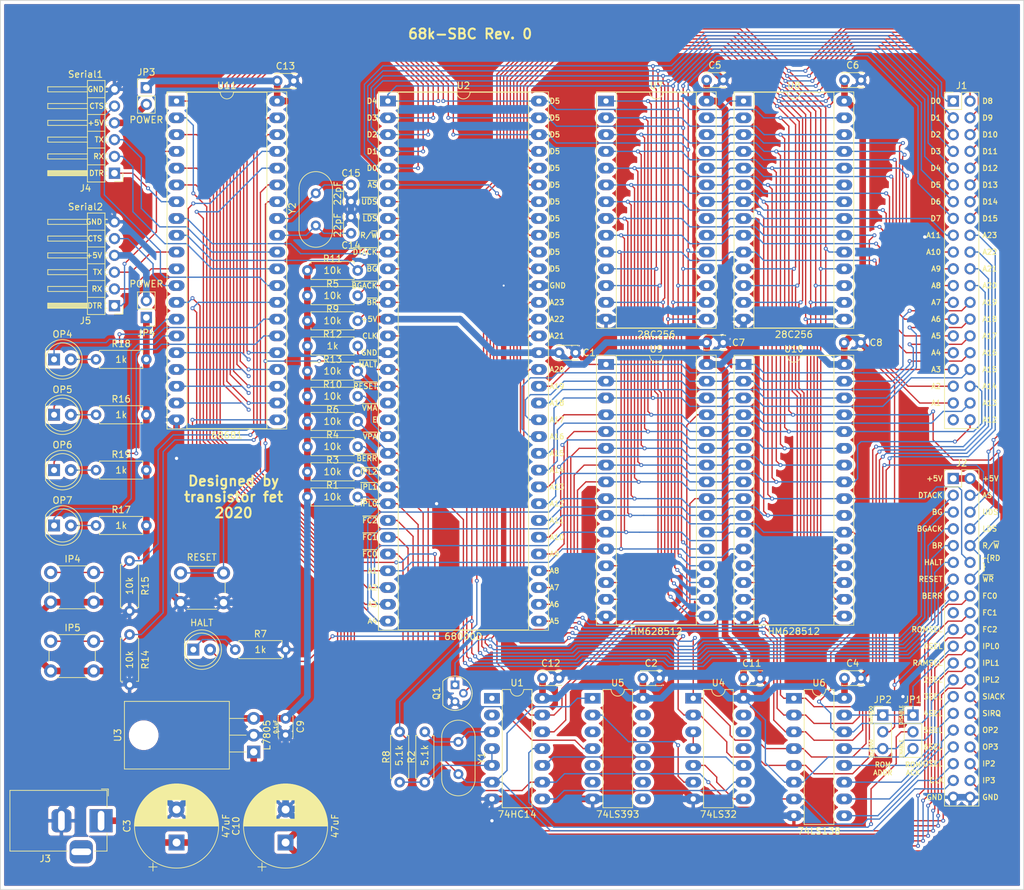
<source format=kicad_pcb>
(kicad_pcb (version 20171130) (host pcbnew 5.1.5+dfsg1-2)
  (layers (0 F.Cu signal) (31 B.Cu signal) (34 B.Paste user) (35 F.Paste user) (36 B.SilkS user) (37 F.SilkS user) (38 B.Mask user) (39 F.Mask user) (44 Edge.Cuts user))
  (net 0 "")
  (net 1 GND)
  (net 2 +5V)
  (net 3 "Net-(C3-Pad1)")
  (net 4 "Net-(C14-Pad2)")
  (net 5 "Net-(C15-Pad2)")
  (net 6 HALT)
  (net 7 "Net-(D1-Pad1)")
  (net 8 "Net-(D2-Pad2)")
  (net 9 "Net-(D2-Pad1)")
  (net 10 "Net-(D3-Pad2)")
  (net 11 "Net-(D3-Pad1)")
  (net 12 "Net-(D4-Pad2)")
  (net 13 "Net-(D4-Pad1)")
  (net 14 "Net-(D5-Pad2)")
  (net 15 "Net-(D5-Pad1)")
  (net 16 A23)
  (net 17 A22)
  (net 18 A21)
  (net 19 A20)
  (net 20 A19)
  (net 21 A18)
  (net 22 A17)
  (net 23 A16)
  (net 24 A15)
  (net 25 A14)
  (net 26 A13)
  (net 27 A12)
  (net 28 A11)
  (net 29 A10)
  (net 30 A9)
  (net 31 A8)
  (net 32 A7)
  (net 33 A6)
  (net 34 A5)
  (net 35 A4)
  (net 36 A3)
  (net 37 A2)
  (net 38 A1)
  (net 39 D15)
  (net 40 D14)
  (net 41 D13)
  (net 42 D12)
  (net 43 D11)
  (net 44 D10)
  (net 45 D9)
  (net 46 D8)
  (net 47 D7)
  (net 48 D6)
  (net 49 D5)
  (net 50 D4)
  (net 51 D3)
  (net 52 D2)
  (net 53 D1)
  (net 54 D0)
  (net 55 IOSEL)
  (net 56 CLK)
  (net 57 6SEL)
  (net 58 FC2)
  (net 59 5SEL)
  (net 60 FC1)
  (net 61 4SEL)
  (net 62 FC0)
  (net 63 3SEL)
  (net 64 IP3)
  (net 65 2SEL)
  (net 66 IP2)
  (net 67 RAMSEL)
  (net 68 OP3)
  (net 69 ROMSEL)
  (net 70 OP2)
  (net 71 IPL2)
  (net 72 IPL1)
  (net 73 BR)
  (net 74 IPL0)
  (net 75 BG)
  (net 76 RESET)
  (net 77 BGACK)
  (net 78 R~W)
  (net 79 LDS)
  (net 80 RD)
  (net 81 UDS)
  (net 82 BERR)
  (net 83 AS)
  (net 84 DTACK)
  (net 85 "Net-(J4-Pad5)")
  (net 86 "Net-(J4-Pad4)")
  (net 87 "Net-(J4-Pad3)")
  (net 88 "Net-(J4-Pad2)")
  (net 89 "Net-(J4-Pad1)")
  (net 90 "Net-(J5-Pad5)")
  (net 91 "Net-(J5-Pad4)")
  (net 92 "Net-(J5-Pad3)")
  (net 93 "Net-(J5-Pad2)")
  (net 94 "Net-(J5-Pad1)")
  (net 95 "Net-(Q1-Pad2)")
  (net 96 "Net-(R2-Pad2)")
  (net 97 "Net-(R2-Pad1)")
  (net 98 "Net-(R10-Pad2)")
  (net 99 "Net-(R14-Pad1)")
  (net 100 "Net-(U2-Pad20)")
  (net 101 "Net-(U2-Pad19)")
  (net 102 "Net-(U4-Pad6)")
  (net 103 "Net-(U4-Pad3)")
  (net 104 "Net-(U5-Pad6)")
  (net 105 "Net-(U5-Pad5)")
  (net 106 "Net-(U5-Pad3)")
  (net 107 0SEL)
  (net 108 "Net-(U4-Pad5)")
  (net 109 "Net-(J1-Pad39)")
  (net 110 "Net-(U1-Pad10)")
  (net 111 "Net-(U1-Pad8)")
  (net 112 "Net-(J2-Pad17)")
  (net 113 "Net-(JP1-Pad2)")
  (net 114 "Net-(R15-Pad1)")
  (net 115 SIACK)
  (net 116 SIRQ)
  (module Capacitor_THT:CP_Radial_D12.5mm_P5.00mm (layer F.Cu) (at 99.06 152.908 90)
    (fp_text reference C10 (at 2.5 -7.5 90) (layer F.SilkS))
    (fp_text value 47uF (at 2.5 7.5 90) (layer F.SilkS))
    (pad 2 thru_hole circle (at 5 0 90) (size 2.4 2.4) (drill 1.2) (layers *.Cu *.Mask) (net 1 GND))
    (pad 1 thru_hole rect (at 0 0 90) (size 2.4 2.4) (drill 1.2) (layers *.Cu *.Mask) (net 2 +5V))
  )
  (module Connector_PinHeader_2.54mm:PinHeader_1x02_P2.54mm_Vertical (layer F.Cu) (at 77.978 73.406 180)
    (fp_text reference JP4 (at 0 -2.33) (layer F.SilkS))
    (fp_text value POWER (at 0 5.08) (layer F.SilkS))
    (pad 2 thru_hole oval (at 0 2.54 180) (size 1.7 1.7) (drill 1) (layers *.Cu *.Mask) (net 91 "Net-(J5-Pad4)"))
    (pad 1 thru_hole rect (at 0 0 180) (size 1.7 1.7) (drill 1) (layers *.Cu *.Mask) (net 2 +5V))
  )
  (module Connector_PinHeader_2.54mm:PinHeader_1x02_P2.54mm_Vertical (layer F.Cu) (at 77.978 38.608)
    (fp_text reference JP3 (at 0 -2.33) (layer F.SilkS))
    (fp_text value POWER (at 0 4.87) (layer F.SilkS))
    (pad 2 thru_hole oval (at 0 2.54) (size 1.7 1.7) (drill 1) (layers *.Cu *.Mask) (net 86 "Net-(J4-Pad4)"))
    (pad 1 thru_hole rect (at 0 0) (size 1.7 1.7) (drill 1) (layers *.Cu *.Mask) (net 2 +5V))
  )
  (module Connector_PinHeader_2.54mm:PinHeader_1x03_P2.54mm_Vertical (layer F.Cu) (at 194.056 133.604)
    (fp_text reference JP1 (at 0 -2.33) (layer F.SilkS))
    (fp_text value ROMACK)
    (pad 3 thru_hole oval (at 0 5.08) (size 1.7 1.7) (drill 1) (layers *.Cu *.Mask) (net 2 +5V))
    (pad 2 thru_hole oval (at 0 2.54) (size 1.7 1.7) (drill 1) (layers *.Cu *.Mask) (net 113 "Net-(JP1-Pad2)"))
    (pad 1 thru_hole rect (at 0 0) (size 1.7 1.7) (drill 1) (layers *.Cu *.Mask) (net 107 0SEL))
  )
  (module Package_TO_SOT_THT:TO-220-3_Horizontal_TabDown (layer F.Cu) (at 94.234 139.192 90)
    (fp_text reference U3 (at 2.54 -20.58 90) (layer F.SilkS))
    (fp_text value L7805 (at 2.54 2 90) (layer F.SilkS))
    (pad 3 thru_hole oval (at 5.08 0 90) (size 1.905 2) (drill 1.1) (layers *.Cu *.Mask) (net 2 +5V))
    (pad 2 thru_hole oval (at 2.54 0 90) (size 1.905 2) (drill 1.1) (layers *.Cu *.Mask) (net 1 GND))
    (pad 1 thru_hole rect (at 0 0 90) (size 1.905 2) (drill 1.1) (layers *.Cu *.Mask) (net 3 "Net-(C3-Pad1)"))
    (pad "" np_thru_hole oval (at 2.54 -16.66 90) (size 3.5 3.5) (drill 3.5) (layers *.Cu *.Mask))
  )
  (module Package_DIP:DIP-64_W22.86mm_Socket_LongPads (layer F.Cu) (at 114.554 40.64)
    (fp_text reference U2 (at 11.43 -2.33) (layer F.SilkS))
    (fp_text value 68000D (at 11.43 81.07) (layer F.SilkS))
    (pad 64 thru_hole oval (at 22.86 0) (size 2.4 1.6) (drill 0.8) (layers *.Cu *.Mask) (net 49 D5))
    (pad 32 thru_hole oval (at 0 78.74) (size 2.4 1.6) (drill 0.8) (layers *.Cu *.Mask) (net 35 A4))
    (pad 63 thru_hole oval (at 22.86 2.54) (size 2.4 1.6) (drill 0.8) (layers *.Cu *.Mask) (net 48 D6))
    (pad 31 thru_hole oval (at 0 76.2) (size 2.4 1.6) (drill 0.8) (layers *.Cu *.Mask) (net 36 A3))
    (pad 62 thru_hole oval (at 22.86 5.08) (size 2.4 1.6) (drill 0.8) (layers *.Cu *.Mask) (net 47 D7))
    (pad 30 thru_hole oval (at 0 73.66) (size 2.4 1.6) (drill 0.8) (layers *.Cu *.Mask) (net 37 A2))
    (pad 61 thru_hole oval (at 22.86 7.62) (size 2.4 1.6) (drill 0.8) (layers *.Cu *.Mask) (net 46 D8))
    (pad 29 thru_hole oval (at 0 71.12) (size 2.4 1.6) (drill 0.8) (layers *.Cu *.Mask) (net 38 A1))
    (pad 60 thru_hole oval (at 22.86 10.16) (size 2.4 1.6) (drill 0.8) (layers *.Cu *.Mask) (net 45 D9))
    (pad 28 thru_hole oval (at 0 68.58) (size 2.4 1.6) (drill 0.8) (layers *.Cu *.Mask) (net 62 FC0))
    (pad 59 thru_hole oval (at 22.86 12.7) (size 2.4 1.6) (drill 0.8) (layers *.Cu *.Mask) (net 44 D10))
    (pad 27 thru_hole oval (at 0 66.04) (size 2.4 1.6) (drill 0.8) (layers *.Cu *.Mask) (net 60 FC1))
    (pad 58 thru_hole oval (at 22.86 15.24) (size 2.4 1.6) (drill 0.8) (layers *.Cu *.Mask) (net 43 D11))
    (pad 26 thru_hole oval (at 0 63.5) (size 2.4 1.6) (drill 0.8) (layers *.Cu *.Mask) (net 58 FC2))
    (pad 57 thru_hole oval (at 22.86 17.78) (size 2.4 1.6) (drill 0.8) (layers *.Cu *.Mask) (net 42 D12))
    (pad 25 thru_hole oval (at 0 60.96) (size 2.4 1.6) (drill 0.8) (layers *.Cu *.Mask) (net 74 IPL0))
    (pad 56 thru_hole oval (at 22.86 20.32) (size 2.4 1.6) (drill 0.8) (layers *.Cu *.Mask) (net 41 D13))
    (pad 24 thru_hole oval (at 0 58.42) (size 2.4 1.6) (drill 0.8) (layers *.Cu *.Mask) (net 72 IPL1))
    (pad 55 thru_hole oval (at 22.86 22.86) (size 2.4 1.6) (drill 0.8) (layers *.Cu *.Mask) (net 40 D14))
    (pad 23 thru_hole oval (at 0 55.88) (size 2.4 1.6) (drill 0.8) (layers *.Cu *.Mask) (net 71 IPL2))
    (pad 54 thru_hole oval (at 22.86 25.4) (size 2.4 1.6) (drill 0.8) (layers *.Cu *.Mask) (net 39 D15))
    (pad 22 thru_hole oval (at 0 53.34) (size 2.4 1.6) (drill 0.8) (layers *.Cu *.Mask) (net 82 BERR))
    (pad 53 thru_hole oval (at 22.86 27.94) (size 2.4 1.6) (drill 0.8) (layers *.Cu *.Mask) (net 1 GND))
    (pad 21 thru_hole oval (at 0 50.8) (size 2.4 1.6) (drill 0.8) (layers *.Cu *.Mask) (net 98 "Net-(R10-Pad2)"))
    (pad 52 thru_hole oval (at 22.86 30.48) (size 2.4 1.6) (drill 0.8) (layers *.Cu *.Mask) (net 16 A23))
    (pad 20 thru_hole oval (at 0 48.26) (size 2.4 1.6) (drill 0.8) (layers *.Cu *.Mask) (net 100 "Net-(U2-Pad20)"))
    (pad 51 thru_hole oval (at 22.86 33.02) (size 2.4 1.6) (drill 0.8) (layers *.Cu *.Mask) (net 17 A22))
    (pad 19 thru_hole oval (at 0 45.72) (size 2.4 1.6) (drill 0.8) (layers *.Cu *.Mask) (net 101 "Net-(U2-Pad19)"))
    (pad 50 thru_hole oval (at 22.86 35.56) (size 2.4 1.6) (drill 0.8) (layers *.Cu *.Mask) (net 18 A21))
    (pad 18 thru_hole oval (at 0 43.18) (size 2.4 1.6) (drill 0.8) (layers *.Cu *.Mask) (net 76 RESET))
    (pad 49 thru_hole oval (at 22.86 38.1) (size 2.4 1.6) (drill 0.8) (layers *.Cu *.Mask) (net 2 +5V))
    (pad 17 thru_hole oval (at 0 40.64) (size 2.4 1.6) (drill 0.8) (layers *.Cu *.Mask) (net 6 HALT))
    (pad 48 thru_hole oval (at 22.86 40.64) (size 2.4 1.6) (drill 0.8) (layers *.Cu *.Mask) (net 19 A20))
    (pad 16 thru_hole oval (at 0 38.1) (size 2.4 1.6) (drill 0.8) (layers *.Cu *.Mask) (net 1 GND))
    (pad 47 thru_hole oval (at 22.86 43.18) (size 2.4 1.6) (drill 0.8) (layers *.Cu *.Mask) (net 20 A19))
    (pad 15 thru_hole oval (at 0 35.56) (size 2.4 1.6) (drill 0.8) (layers *.Cu *.Mask) (net 56 CLK))
    (pad 46 thru_hole oval (at 22.86 45.72) (size 2.4 1.6) (drill 0.8) (layers *.Cu *.Mask) (net 21 A18))
    (pad 14 thru_hole oval (at 0 33.02) (size 2.4 1.6) (drill 0.8) (layers *.Cu *.Mask) (net 2 +5V))
    (pad 45 thru_hole oval (at 22.86 48.26) (size 2.4 1.6) (drill 0.8) (layers *.Cu *.Mask) (net 22 A17))
    (pad 13 thru_hole oval (at 0 30.48) (size 2.4 1.6) (drill 0.8) (layers *.Cu *.Mask) (net 73 BR))
    (pad 44 thru_hole oval (at 22.86 50.8) (size 2.4 1.6) (drill 0.8) (layers *.Cu *.Mask) (net 23 A16))
    (pad 12 thru_hole oval (at 0 27.94) (size 2.4 1.6) (drill 0.8) (layers *.Cu *.Mask) (net 77 BGACK))
    (pad 43 thru_hole oval (at 22.86 53.34) (size 2.4 1.6) (drill 0.8) (layers *.Cu *.Mask) (net 24 A15))
    (pad 11 thru_hole oval (at 0 25.4) (size 2.4 1.6) (drill 0.8) (layers *.Cu *.Mask) (net 75 BG))
    (pad 42 thru_hole oval (at 22.86 55.88) (size 2.4 1.6) (drill 0.8) (layers *.Cu *.Mask) (net 25 A14))
    (pad 10 thru_hole oval (at 0 22.86) (size 2.4 1.6) (drill 0.8) (layers *.Cu *.Mask) (net 84 DTACK))
    (pad 41 thru_hole oval (at 22.86 58.42) (size 2.4 1.6) (drill 0.8) (layers *.Cu *.Mask) (net 26 A13))
    (pad 9 thru_hole oval (at 0 20.32) (size 2.4 1.6) (drill 0.8) (layers *.Cu *.Mask) (net 78 R~W))
    (pad 40 thru_hole oval (at 22.86 60.96) (size 2.4 1.6) (drill 0.8) (layers *.Cu *.Mask) (net 27 A12))
    (pad 8 thru_hole oval (at 0 17.78) (size 2.4 1.6) (drill 0.8) (layers *.Cu *.Mask) (net 79 LDS))
    (pad 39 thru_hole oval (at 22.86 63.5) (size 2.4 1.6) (drill 0.8) (layers *.Cu *.Mask) (net 28 A11))
    (pad 7 thru_hole oval (at 0 15.24) (size 2.4 1.6) (drill 0.8) (layers *.Cu *.Mask) (net 81 UDS))
    (pad 38 thru_hole oval (at 22.86 66.04) (size 2.4 1.6) (drill 0.8) (layers *.Cu *.Mask) (net 29 A10))
    (pad 6 thru_hole oval (at 0 12.7) (size 2.4 1.6) (drill 0.8) (layers *.Cu *.Mask) (net 83 AS))
    (pad 37 thru_hole oval (at 22.86 68.58) (size 2.4 1.6) (drill 0.8) (layers *.Cu *.Mask) (net 30 A9))
    (pad 5 thru_hole oval (at 0 10.16) (size 2.4 1.6) (drill 0.8) (layers *.Cu *.Mask) (net 54 D0))
    (pad 36 thru_hole oval (at 22.86 71.12) (size 2.4 1.6) (drill 0.8) (layers *.Cu *.Mask) (net 31 A8))
    (pad 4 thru_hole oval (at 0 7.62) (size 2.4 1.6) (drill 0.8) (layers *.Cu *.Mask) (net 53 D1))
    (pad 35 thru_hole oval (at 22.86 73.66) (size 2.4 1.6) (drill 0.8) (layers *.Cu *.Mask) (net 32 A7))
    (pad 3 thru_hole oval (at 0 5.08) (size 2.4 1.6) (drill 0.8) (layers *.Cu *.Mask) (net 52 D2))
    (pad 34 thru_hole oval (at 22.86 76.2) (size 2.4 1.6) (drill 0.8) (layers *.Cu *.Mask) (net 33 A6))
    (pad 2 thru_hole oval (at 0 2.54) (size 2.4 1.6) (drill 0.8) (layers *.Cu *.Mask) (net 51 D3))
    (pad 33 thru_hole oval (at 22.86 78.74) (size 2.4 1.6) (drill 0.8) (layers *.Cu *.Mask) (net 34 A5))
    (pad 1 thru_hole rect (at 0 0) (size 2.4 1.6) (drill 0.8) (layers *.Cu *.Mask) (net 50 D4))
  )
  (module Package_DIP:DIP-28_W15.24mm_Socket_LongPads (layer F.Cu) (at 168.402 40.64)
    (fp_text reference U8 (at 7.62 -2.33) (layer F.SilkS))
    (fp_text value 28C256 (at 7.62 35.35) (layer F.SilkS))
    (pad 28 thru_hole oval (at 15.24 0) (size 2.4 1.6) (drill 0.8) (layers *.Cu *.Mask) (net 2 +5V))
    (pad 14 thru_hole oval (at 0 33.02) (size 2.4 1.6) (drill 0.8) (layers *.Cu *.Mask) (net 1 GND))
    (pad 27 thru_hole oval (at 15.24 2.54) (size 2.4 1.6) (drill 0.8) (layers *.Cu *.Mask) (net 78 R~W))
    (pad 13 thru_hole oval (at 0 30.48) (size 2.4 1.6) (drill 0.8) (layers *.Cu *.Mask) (net 44 D10))
    (pad 26 thru_hole oval (at 15.24 5.08) (size 2.4 1.6) (drill 0.8) (layers *.Cu *.Mask) (net 25 A14))
    (pad 12 thru_hole oval (at 0 27.94) (size 2.4 1.6) (drill 0.8) (layers *.Cu *.Mask) (net 45 D9))
    (pad 25 thru_hole oval (at 15.24 7.62) (size 2.4 1.6) (drill 0.8) (layers *.Cu *.Mask) (net 30 A9))
    (pad 11 thru_hole oval (at 0 25.4) (size 2.4 1.6) (drill 0.8) (layers *.Cu *.Mask) (net 46 D8))
    (pad 24 thru_hole oval (at 15.24 10.16) (size 2.4 1.6) (drill 0.8) (layers *.Cu *.Mask) (net 29 A10))
    (pad 10 thru_hole oval (at 0 22.86) (size 2.4 1.6) (drill 0.8) (layers *.Cu *.Mask) (net 38 A1))
    (pad 23 thru_hole oval (at 15.24 12.7) (size 2.4 1.6) (drill 0.8) (layers *.Cu *.Mask) (net 27 A12))
    (pad 9 thru_hole oval (at 0 20.32) (size 2.4 1.6) (drill 0.8) (layers *.Cu *.Mask) (net 37 A2))
    (pad 22 thru_hole oval (at 15.24 15.24) (size 2.4 1.6) (drill 0.8) (layers *.Cu *.Mask) (net 80 RD))
    (pad 8 thru_hole oval (at 0 17.78) (size 2.4 1.6) (drill 0.8) (layers *.Cu *.Mask) (net 36 A3))
    (pad 21 thru_hole oval (at 15.24 17.78) (size 2.4 1.6) (drill 0.8) (layers *.Cu *.Mask) (net 28 A11))
    (pad 7 thru_hole oval (at 0 15.24) (size 2.4 1.6) (drill 0.8) (layers *.Cu *.Mask) (net 35 A4))
    (pad 20 thru_hole oval (at 15.24 20.32) (size 2.4 1.6) (drill 0.8) (layers *.Cu *.Mask) (net 69 ROMSEL))
    (pad 6 thru_hole oval (at 0 12.7) (size 2.4 1.6) (drill 0.8) (layers *.Cu *.Mask) (net 34 A5))
    (pad 19 thru_hole oval (at 15.24 22.86) (size 2.4 1.6) (drill 0.8) (layers *.Cu *.Mask) (net 39 D15))
    (pad 5 thru_hole oval (at 0 10.16) (size 2.4 1.6) (drill 0.8) (layers *.Cu *.Mask) (net 33 A6))
    (pad 18 thru_hole oval (at 15.24 25.4) (size 2.4 1.6) (drill 0.8) (layers *.Cu *.Mask) (net 40 D14))
    (pad 4 thru_hole oval (at 0 7.62) (size 2.4 1.6) (drill 0.8) (layers *.Cu *.Mask) (net 32 A7))
    (pad 17 thru_hole oval (at 15.24 27.94) (size 2.4 1.6) (drill 0.8) (layers *.Cu *.Mask) (net 41 D13))
    (pad 3 thru_hole oval (at 0 5.08) (size 2.4 1.6) (drill 0.8) (layers *.Cu *.Mask) (net 31 A8))
    (pad 16 thru_hole oval (at 15.24 30.48) (size 2.4 1.6) (drill 0.8) (layers *.Cu *.Mask) (net 42 D12))
    (pad 2 thru_hole oval (at 0 2.54) (size 2.4 1.6) (drill 0.8) (layers *.Cu *.Mask) (net 26 A13))
    (pad 15 thru_hole oval (at 15.24 33.02) (size 2.4 1.6) (drill 0.8) (layers *.Cu *.Mask) (net 43 D11))
    (pad 1 thru_hole rect (at 0 0) (size 2.4 1.6) (drill 0.8) (layers *.Cu *.Mask) (net 24 A15))
  )
  (module Package_DIP:DIP-32_W15.24mm_Socket_LongPads (layer F.Cu) (at 147.574 80.518)
    (fp_text reference U9 (at 7.62 -2.33) (layer F.SilkS))
    (fp_text value HM628512 (at 7.62 40.43) (layer F.SilkS))
    (pad 32 thru_hole oval (at 15.24 0) (size 2.4 1.6) (drill 0.8) (layers *.Cu *.Mask) (net 2 +5V))
    (pad 16 thru_hole oval (at 0 38.1) (size 2.4 1.6) (drill 0.8) (layers *.Cu *.Mask) (net 1 GND))
    (pad 31 thru_hole oval (at 15.24 2.54) (size 2.4 1.6) (drill 0.8) (layers *.Cu *.Mask) (net 23 A16))
    (pad 15 thru_hole oval (at 0 35.56) (size 2.4 1.6) (drill 0.8) (layers *.Cu *.Mask) (net 52 D2))
    (pad 30 thru_hole oval (at 15.24 5.08) (size 2.4 1.6) (drill 0.8) (layers *.Cu *.Mask) (net 21 A18))
    (pad 14 thru_hole oval (at 0 33.02) (size 2.4 1.6) (drill 0.8) (layers *.Cu *.Mask) (net 53 D1))
    (pad 29 thru_hole oval (at 15.24 7.62) (size 2.4 1.6) (drill 0.8) (layers *.Cu *.Mask) (net 78 R~W))
    (pad 13 thru_hole oval (at 0 30.48) (size 2.4 1.6) (drill 0.8) (layers *.Cu *.Mask) (net 54 D0))
    (pad 28 thru_hole oval (at 15.24 10.16) (size 2.4 1.6) (drill 0.8) (layers *.Cu *.Mask) (net 25 A14))
    (pad 12 thru_hole oval (at 0 27.94) (size 2.4 1.6) (drill 0.8) (layers *.Cu *.Mask) (net 38 A1))
    (pad 27 thru_hole oval (at 15.24 12.7) (size 2.4 1.6) (drill 0.8) (layers *.Cu *.Mask) (net 30 A9))
    (pad 11 thru_hole oval (at 0 25.4) (size 2.4 1.6) (drill 0.8) (layers *.Cu *.Mask) (net 37 A2))
    (pad 26 thru_hole oval (at 15.24 15.24) (size 2.4 1.6) (drill 0.8) (layers *.Cu *.Mask) (net 29 A10))
    (pad 10 thru_hole oval (at 0 22.86) (size 2.4 1.6) (drill 0.8) (layers *.Cu *.Mask) (net 36 A3))
    (pad 25 thru_hole oval (at 15.24 17.78) (size 2.4 1.6) (drill 0.8) (layers *.Cu *.Mask) (net 27 A12))
    (pad 9 thru_hole oval (at 0 20.32) (size 2.4 1.6) (drill 0.8) (layers *.Cu *.Mask) (net 35 A4))
    (pad 24 thru_hole oval (at 15.24 20.32) (size 2.4 1.6) (drill 0.8) (layers *.Cu *.Mask) (net 80 RD))
    (pad 8 thru_hole oval (at 0 17.78) (size 2.4 1.6) (drill 0.8) (layers *.Cu *.Mask) (net 34 A5))
    (pad 23 thru_hole oval (at 15.24 22.86) (size 2.4 1.6) (drill 0.8) (layers *.Cu *.Mask) (net 28 A11))
    (pad 7 thru_hole oval (at 0 15.24) (size 2.4 1.6) (drill 0.8) (layers *.Cu *.Mask) (net 33 A6))
    (pad 22 thru_hole oval (at 15.24 25.4) (size 2.4 1.6) (drill 0.8) (layers *.Cu *.Mask) (net 67 RAMSEL))
    (pad 6 thru_hole oval (at 0 12.7) (size 2.4 1.6) (drill 0.8) (layers *.Cu *.Mask) (net 32 A7))
    (pad 21 thru_hole oval (at 15.24 27.94) (size 2.4 1.6) (drill 0.8) (layers *.Cu *.Mask) (net 47 D7))
    (pad 5 thru_hole oval (at 0 10.16) (size 2.4 1.6) (drill 0.8) (layers *.Cu *.Mask) (net 31 A8))
    (pad 20 thru_hole oval (at 15.24 30.48) (size 2.4 1.6) (drill 0.8) (layers *.Cu *.Mask) (net 48 D6))
    (pad 4 thru_hole oval (at 0 7.62) (size 2.4 1.6) (drill 0.8) (layers *.Cu *.Mask) (net 26 A13))
    (pad 19 thru_hole oval (at 15.24 33.02) (size 2.4 1.6) (drill 0.8) (layers *.Cu *.Mask) (net 49 D5))
    (pad 3 thru_hole oval (at 0 5.08) (size 2.4 1.6) (drill 0.8) (layers *.Cu *.Mask) (net 24 A15))
    (pad 18 thru_hole oval (at 15.24 35.56) (size 2.4 1.6) (drill 0.8) (layers *.Cu *.Mask) (net 50 D4))
    (pad 2 thru_hole oval (at 0 2.54) (size 2.4 1.6) (drill 0.8) (layers *.Cu *.Mask) (net 22 A17))
    (pad 17 thru_hole oval (at 15.24 38.1) (size 2.4 1.6) (drill 0.8) (layers *.Cu *.Mask) (net 51 D3))
    (pad 1 thru_hole rect (at 0 0) (size 2.4 1.6) (drill 0.8) (layers *.Cu *.Mask) (net 20 A19))
  )
  (module Connector_PinHeader_2.54mm:PinHeader_1x03_P2.54mm_Vertical (layer F.Cu) (at 189.484 133.604)
    (fp_text reference JP2 (at 0 -2.33) (layer F.SilkS))
    (fp_text value ROMJMP)
    (pad 3 thru_hole oval (at 0 5.08) (size 1.7 1.7) (drill 1) (layers *.Cu *.Mask) (net 65 2SEL))
    (pad 2 thru_hole oval (at 0 2.54) (size 1.7 1.7) (drill 1) (layers *.Cu *.Mask) (net 69 ROMSEL))
    (pad 1 thru_hole rect (at 0 0) (size 1.7 1.7) (drill 1) (layers *.Cu *.Mask) (net 107 0SEL))
  )
  (module Crystal:Crystal_HC49-4H_Vertical (layer F.Cu) (at 103.632 54.61 270)
    (fp_text reference Y2 (at 2.286 3.556 90) (layer F.SilkS))
    (fp_text value Crystal)
    (pad 2 thru_hole circle (at 4.88 0 270) (size 1.5 1.5) (drill 0.8) (layers *.Cu *.Mask) (net 4 "Net-(C14-Pad2)"))
    (pad 1 thru_hole circle (at 0 0 270) (size 1.5 1.5) (drill 0.8) (layers *.Cu *.Mask) (net 5 "Net-(C15-Pad2)"))
  )
  (module Crystal:Crystal_HC49-4H_Vertical (layer F.Cu) (at 125.222 137.668 270)
    (fp_text reference Y1 (at 2.44 -3.525 90) (layer F.SilkS))
    (fp_text value Crystal)
    (pad 2 thru_hole circle (at 4.88 0 270) (size 1.5 1.5) (drill 0.8) (layers *.Cu *.Mask) (net 56 CLK))
    (pad 1 thru_hole circle (at 0 0 270) (size 1.5 1.5) (drill 0.8) (layers *.Cu *.Mask) (net 96 "Net-(R2-Pad2)"))
  )
  (module Package_DIP:DIP-40_W15.24mm_Socket_LongPads (layer F.Cu) (at 82.55 40.64)
    (fp_text reference U11 (at 7.62 -2.33) (layer F.SilkS))
    (fp_text value 68681 (at 7.62 50.59) (layer F.SilkS))
    (pad 40 thru_hole oval (at 15.24 0) (size 2.4 1.6) (drill 0.8) (layers *.Cu *.Mask) (net 2 +5V))
    (pad 20 thru_hole oval (at 0 48.26) (size 2.4 1.6) (drill 0.8) (layers *.Cu *.Mask) (net 1 GND))
    (pad 39 thru_hole oval (at 15.24 2.54) (size 2.4 1.6) (drill 0.8) (layers *.Cu *.Mask) (net 114 "Net-(R15-Pad1)"))
    (pad 19 thru_hole oval (at 0 45.72) (size 2.4 1.6) (drill 0.8) (layers *.Cu *.Mask) (net 47 D7))
    (pad 38 thru_hole oval (at 15.24 5.08) (size 2.4 1.6) (drill 0.8) (layers *.Cu *.Mask) (net 99 "Net-(R14-Pad1)"))
    (pad 18 thru_hole oval (at 0 43.18) (size 2.4 1.6) (drill 0.8) (layers *.Cu *.Mask) (net 49 D5))
    (pad 37 thru_hole oval (at 15.24 7.62) (size 2.4 1.6) (drill 0.8) (layers *.Cu *.Mask) (net 115 SIACK))
    (pad 17 thru_hole oval (at 0 40.64) (size 2.4 1.6) (drill 0.8) (layers *.Cu *.Mask) (net 51 D3))
    (pad 36 thru_hole oval (at 15.24 10.16) (size 2.4 1.6) (drill 0.8) (layers *.Cu *.Mask) (net 66 IP2))
    (pad 16 thru_hole oval (at 0 38.1) (size 2.4 1.6) (drill 0.8) (layers *.Cu *.Mask) (net 53 D1))
    (pad 35 thru_hole oval (at 15.24 12.7) (size 2.4 1.6) (drill 0.8) (layers *.Cu *.Mask) (net 55 IOSEL))
    (pad 15 thru_hole oval (at 0 35.56) (size 2.4 1.6) (drill 0.8) (layers *.Cu *.Mask) (net 11 "Net-(D3-Pad1)"))
    (pad 34 thru_hole oval (at 15.24 15.24) (size 2.4 1.6) (drill 0.8) (layers *.Cu *.Mask) (net 76 RESET))
    (pad 14 thru_hole oval (at 0 33.02) (size 2.4 1.6) (drill 0.8) (layers *.Cu *.Mask) (net 9 "Net-(D2-Pad1)"))
    (pad 33 thru_hole oval (at 15.24 17.78) (size 2.4 1.6) (drill 0.8) (layers *.Cu *.Mask) (net 5 "Net-(C15-Pad2)"))
    (pad 13 thru_hole oval (at 0 30.48) (size 2.4 1.6) (drill 0.8) (layers *.Cu *.Mask) (net 68 OP3))
    (pad 32 thru_hole oval (at 15.24 20.32) (size 2.4 1.6) (drill 0.8) (layers *.Cu *.Mask) (net 4 "Net-(C14-Pad2)"))
    (pad 12 thru_hole oval (at 0 27.94) (size 2.4 1.6) (drill 0.8) (layers *.Cu *.Mask) (net 90 "Net-(J5-Pad5)"))
    (pad 31 thru_hole oval (at 15.24 22.86) (size 2.4 1.6) (drill 0.8) (layers *.Cu *.Mask) (net 87 "Net-(J4-Pad3)"))
    (pad 11 thru_hole oval (at 0 25.4) (size 2.4 1.6) (drill 0.8) (layers *.Cu *.Mask) (net 93 "Net-(J5-Pad2)"))
    (pad 30 thru_hole oval (at 15.24 25.4) (size 2.4 1.6) (drill 0.8) (layers *.Cu *.Mask) (net 88 "Net-(J4-Pad2)"))
    (pad 10 thru_hole oval (at 0 22.86) (size 2.4 1.6) (drill 0.8) (layers *.Cu *.Mask) (net 92 "Net-(J5-Pad3)"))
    (pad 29 thru_hole oval (at 15.24 27.94) (size 2.4 1.6) (drill 0.8) (layers *.Cu *.Mask) (net 85 "Net-(J4-Pad5)"))
    (pad 9 thru_hole oval (at 0 20.32) (size 2.4 1.6) (drill 0.8) (layers *.Cu *.Mask) (net 84 DTACK))
    (pad 28 thru_hole oval (at 15.24 30.48) (size 2.4 1.6) (drill 0.8) (layers *.Cu *.Mask) (net 70 OP2))
    (pad 8 thru_hole oval (at 0 17.78) (size 2.4 1.6) (drill 0.8) (layers *.Cu *.Mask) (net 78 R~W))
    (pad 27 thru_hole oval (at 15.24 33.02) (size 2.4 1.6) (drill 0.8) (layers *.Cu *.Mask) (net 13 "Net-(D4-Pad1)"))
    (pad 7 thru_hole oval (at 0 15.24) (size 2.4 1.6) (drill 0.8) (layers *.Cu *.Mask) (net 89 "Net-(J4-Pad1)"))
    (pad 26 thru_hole oval (at 15.24 35.56) (size 2.4 1.6) (drill 0.8) (layers *.Cu *.Mask) (net 15 "Net-(D5-Pad1)"))
    (pad 6 thru_hole oval (at 0 12.7) (size 2.4 1.6) (drill 0.8) (layers *.Cu *.Mask) (net 35 A4))
    (pad 25 thru_hole oval (at 15.24 38.1) (size 2.4 1.6) (drill 0.8) (layers *.Cu *.Mask) (net 54 D0))
    (pad 5 thru_hole oval (at 0 10.16) (size 2.4 1.6) (drill 0.8) (layers *.Cu *.Mask) (net 36 A3))
    (pad 24 thru_hole oval (at 15.24 40.64) (size 2.4 1.6) (drill 0.8) (layers *.Cu *.Mask) (net 52 D2))
    (pad 4 thru_hole oval (at 0 7.62) (size 2.4 1.6) (drill 0.8) (layers *.Cu *.Mask) (net 94 "Net-(J5-Pad1)"))
    (pad 23 thru_hole oval (at 15.24 43.18) (size 2.4 1.6) (drill 0.8) (layers *.Cu *.Mask) (net 50 D4))
    (pad 3 thru_hole oval (at 0 5.08) (size 2.4 1.6) (drill 0.8) (layers *.Cu *.Mask) (net 37 A2))
    (pad 22 thru_hole oval (at 15.24 45.72) (size 2.4 1.6) (drill 0.8) (layers *.Cu *.Mask) (net 48 D6))
    (pad 2 thru_hole oval (at 0 2.54) (size 2.4 1.6) (drill 0.8) (layers *.Cu *.Mask) (net 64 IP3))
    (pad 21 thru_hole oval (at 15.24 48.26) (size 2.4 1.6) (drill 0.8) (layers *.Cu *.Mask) (net 116 SIRQ))
    (pad 1 thru_hole rect (at 0 0) (size 2.4 1.6) (drill 0.8) (layers *.Cu *.Mask) (net 38 A1))
  )
  (module Package_DIP:DIP-32_W15.24mm_Socket_LongPads (layer F.Cu) (at 168.402 80.518)
    (fp_text reference U10 (at 7.62 -2.33) (layer F.SilkS))
    (fp_text value HM628512 (at 7.62 40.43) (layer F.SilkS))
    (pad 32 thru_hole oval (at 15.24 0) (size 2.4 1.6) (drill 0.8) (layers *.Cu *.Mask) (net 2 +5V))
    (pad 16 thru_hole oval (at 0 38.1) (size 2.4 1.6) (drill 0.8) (layers *.Cu *.Mask) (net 1 GND))
    (pad 31 thru_hole oval (at 15.24 2.54) (size 2.4 1.6) (drill 0.8) (layers *.Cu *.Mask) (net 23 A16))
    (pad 15 thru_hole oval (at 0 35.56) (size 2.4 1.6) (drill 0.8) (layers *.Cu *.Mask) (net 44 D10))
    (pad 30 thru_hole oval (at 15.24 5.08) (size 2.4 1.6) (drill 0.8) (layers *.Cu *.Mask) (net 21 A18))
    (pad 14 thru_hole oval (at 0 33.02) (size 2.4 1.6) (drill 0.8) (layers *.Cu *.Mask) (net 45 D9))
    (pad 29 thru_hole oval (at 15.24 7.62) (size 2.4 1.6) (drill 0.8) (layers *.Cu *.Mask) (net 78 R~W))
    (pad 13 thru_hole oval (at 0 30.48) (size 2.4 1.6) (drill 0.8) (layers *.Cu *.Mask) (net 46 D8))
    (pad 28 thru_hole oval (at 15.24 10.16) (size 2.4 1.6) (drill 0.8) (layers *.Cu *.Mask) (net 25 A14))
    (pad 12 thru_hole oval (at 0 27.94) (size 2.4 1.6) (drill 0.8) (layers *.Cu *.Mask) (net 38 A1))
    (pad 27 thru_hole oval (at 15.24 12.7) (size 2.4 1.6) (drill 0.8) (layers *.Cu *.Mask) (net 30 A9))
    (pad 11 thru_hole oval (at 0 25.4) (size 2.4 1.6) (drill 0.8) (layers *.Cu *.Mask) (net 37 A2))
    (pad 26 thru_hole oval (at 15.24 15.24) (size 2.4 1.6) (drill 0.8) (layers *.Cu *.Mask) (net 29 A10))
    (pad 10 thru_hole oval (at 0 22.86) (size 2.4 1.6) (drill 0.8) (layers *.Cu *.Mask) (net 36 A3))
    (pad 25 thru_hole oval (at 15.24 17.78) (size 2.4 1.6) (drill 0.8) (layers *.Cu *.Mask) (net 27 A12))
    (pad 9 thru_hole oval (at 0 20.32) (size 2.4 1.6) (drill 0.8) (layers *.Cu *.Mask) (net 35 A4))
    (pad 24 thru_hole oval (at 15.24 20.32) (size 2.4 1.6) (drill 0.8) (layers *.Cu *.Mask) (net 80 RD))
    (pad 8 thru_hole oval (at 0 17.78) (size 2.4 1.6) (drill 0.8) (layers *.Cu *.Mask) (net 34 A5))
    (pad 23 thru_hole oval (at 15.24 22.86) (size 2.4 1.6) (drill 0.8) (layers *.Cu *.Mask) (net 28 A11))
    (pad 7 thru_hole oval (at 0 15.24) (size 2.4 1.6) (drill 0.8) (layers *.Cu *.Mask) (net 33 A6))
    (pad 22 thru_hole oval (at 15.24 25.4) (size 2.4 1.6) (drill 0.8) (layers *.Cu *.Mask) (net 67 RAMSEL))
    (pad 6 thru_hole oval (at 0 12.7) (size 2.4 1.6) (drill 0.8) (layers *.Cu *.Mask) (net 32 A7))
    (pad 21 thru_hole oval (at 15.24 27.94) (size 2.4 1.6) (drill 0.8) (layers *.Cu *.Mask) (net 39 D15))
    (pad 5 thru_hole oval (at 0 10.16) (size 2.4 1.6) (drill 0.8) (layers *.Cu *.Mask) (net 31 A8))
    (pad 20 thru_hole oval (at 15.24 30.48) (size 2.4 1.6) (drill 0.8) (layers *.Cu *.Mask) (net 40 D14))
    (pad 4 thru_hole oval (at 0 7.62) (size 2.4 1.6) (drill 0.8) (layers *.Cu *.Mask) (net 26 A13))
    (pad 19 thru_hole oval (at 15.24 33.02) (size 2.4 1.6) (drill 0.8) (layers *.Cu *.Mask) (net 41 D13))
    (pad 3 thru_hole oval (at 0 5.08) (size 2.4 1.6) (drill 0.8) (layers *.Cu *.Mask) (net 24 A15))
    (pad 18 thru_hole oval (at 15.24 35.56) (size 2.4 1.6) (drill 0.8) (layers *.Cu *.Mask) (net 42 D12))
    (pad 2 thru_hole oval (at 0 2.54) (size 2.4 1.6) (drill 0.8) (layers *.Cu *.Mask) (net 22 A17))
    (pad 17 thru_hole oval (at 15.24 38.1) (size 2.4 1.6) (drill 0.8) (layers *.Cu *.Mask) (net 43 D11))
    (pad 1 thru_hole rect (at 0 0) (size 2.4 1.6) (drill 0.8) (layers *.Cu *.Mask) (net 20 A19))
  )
  (module Package_DIP:DIP-28_W15.24mm_Socket_LongPads (layer F.Cu) (at 147.574 40.64)
    (fp_text reference U7 (at 7.62 -2.33) (layer F.SilkS))
    (fp_text value 28C256 (at 7.62 35.35) (layer F.SilkS))
    (pad 28 thru_hole oval (at 15.24 0) (size 2.4 1.6) (drill 0.8) (layers *.Cu *.Mask) (net 2 +5V))
    (pad 14 thru_hole oval (at 0 33.02) (size 2.4 1.6) (drill 0.8) (layers *.Cu *.Mask) (net 1 GND))
    (pad 27 thru_hole oval (at 15.24 2.54) (size 2.4 1.6) (drill 0.8) (layers *.Cu *.Mask) (net 78 R~W))
    (pad 13 thru_hole oval (at 0 30.48) (size 2.4 1.6) (drill 0.8) (layers *.Cu *.Mask) (net 52 D2))
    (pad 26 thru_hole oval (at 15.24 5.08) (size 2.4 1.6) (drill 0.8) (layers *.Cu *.Mask) (net 25 A14))
    (pad 12 thru_hole oval (at 0 27.94) (size 2.4 1.6) (drill 0.8) (layers *.Cu *.Mask) (net 53 D1))
    (pad 25 thru_hole oval (at 15.24 7.62) (size 2.4 1.6) (drill 0.8) (layers *.Cu *.Mask) (net 30 A9))
    (pad 11 thru_hole oval (at 0 25.4) (size 2.4 1.6) (drill 0.8) (layers *.Cu *.Mask) (net 54 D0))
    (pad 24 thru_hole oval (at 15.24 10.16) (size 2.4 1.6) (drill 0.8) (layers *.Cu *.Mask) (net 29 A10))
    (pad 10 thru_hole oval (at 0 22.86) (size 2.4 1.6) (drill 0.8) (layers *.Cu *.Mask) (net 38 A1))
    (pad 23 thru_hole oval (at 15.24 12.7) (size 2.4 1.6) (drill 0.8) (layers *.Cu *.Mask) (net 27 A12))
    (pad 9 thru_hole oval (at 0 20.32) (size 2.4 1.6) (drill 0.8) (layers *.Cu *.Mask) (net 37 A2))
    (pad 22 thru_hole oval (at 15.24 15.24) (size 2.4 1.6) (drill 0.8) (layers *.Cu *.Mask) (net 80 RD))
    (pad 8 thru_hole oval (at 0 17.78) (size 2.4 1.6) (drill 0.8) (layers *.Cu *.Mask) (net 36 A3))
    (pad 21 thru_hole oval (at 15.24 17.78) (size 2.4 1.6) (drill 0.8) (layers *.Cu *.Mask) (net 28 A11))
    (pad 7 thru_hole oval (at 0 15.24) (size 2.4 1.6) (drill 0.8) (layers *.Cu *.Mask) (net 35 A4))
    (pad 20 thru_hole oval (at 15.24 20.32) (size 2.4 1.6) (drill 0.8) (layers *.Cu *.Mask) (net 69 ROMSEL))
    (pad 6 thru_hole oval (at 0 12.7) (size 2.4 1.6) (drill 0.8) (layers *.Cu *.Mask) (net 34 A5))
    (pad 19 thru_hole oval (at 15.24 22.86) (size 2.4 1.6) (drill 0.8) (layers *.Cu *.Mask) (net 47 D7))
    (pad 5 thru_hole oval (at 0 10.16) (size 2.4 1.6) (drill 0.8) (layers *.Cu *.Mask) (net 33 A6))
    (pad 18 thru_hole oval (at 15.24 25.4) (size 2.4 1.6) (drill 0.8) (layers *.Cu *.Mask) (net 48 D6))
    (pad 4 thru_hole oval (at 0 7.62) (size 2.4 1.6) (drill 0.8) (layers *.Cu *.Mask) (net 32 A7))
    (pad 17 thru_hole oval (at 15.24 27.94) (size 2.4 1.6) (drill 0.8) (layers *.Cu *.Mask) (net 49 D5))
    (pad 3 thru_hole oval (at 0 5.08) (size 2.4 1.6) (drill 0.8) (layers *.Cu *.Mask) (net 31 A8))
    (pad 16 thru_hole oval (at 15.24 30.48) (size 2.4 1.6) (drill 0.8) (layers *.Cu *.Mask) (net 50 D4))
    (pad 2 thru_hole oval (at 0 2.54) (size 2.4 1.6) (drill 0.8) (layers *.Cu *.Mask) (net 26 A13))
    (pad 15 thru_hole oval (at 15.24 33.02) (size 2.4 1.6) (drill 0.8) (layers *.Cu *.Mask) (net 51 D3))
    (pad 1 thru_hole rect (at 0 0) (size 2.4 1.6) (drill 0.8) (layers *.Cu *.Mask) (net 24 A15))
  )
  (module Package_DIP:DIP-16_W7.62mm_LongPads (layer F.Cu) (at 176.022 131.064)
    (fp_text reference U6 (at 3.81 -2.33) (layer F.SilkS))
    (fp_text value 74LS138 (at 3.81 20.11) (layer F.SilkS))
    (pad 16 thru_hole oval (at 7.62 0) (size 2.4 1.6) (drill 0.8) (layers *.Cu *.Mask) (net 2 +5V))
    (pad 8 thru_hole oval (at 0 17.78) (size 2.4 1.6) (drill 0.8) (layers *.Cu *.Mask) (net 1 GND))
    (pad 15 thru_hole oval (at 7.62 2.54) (size 2.4 1.6) (drill 0.8) (layers *.Cu *.Mask) (net 107 0SEL))
    (pad 7 thru_hole oval (at 0 15.24) (size 2.4 1.6) (drill 0.8) (layers *.Cu *.Mask) (net 55 IOSEL))
    (pad 14 thru_hole oval (at 7.62 5.08) (size 2.4 1.6) (drill 0.8) (layers *.Cu *.Mask) (net 67 RAMSEL))
    (pad 6 thru_hole oval (at 0 12.7) (size 2.4 1.6) (drill 0.8) (layers *.Cu *.Mask) (net 2 +5V))
    (pad 13 thru_hole oval (at 7.62 7.62) (size 2.4 1.6) (drill 0.8) (layers *.Cu *.Mask) (net 65 2SEL))
    (pad 5 thru_hole oval (at 0 10.16) (size 2.4 1.6) (drill 0.8) (layers *.Cu *.Mask) (net 16 A23))
    (pad 12 thru_hole oval (at 7.62 10.16) (size 2.4 1.6) (drill 0.8) (layers *.Cu *.Mask) (net 63 3SEL))
    (pad 4 thru_hole oval (at 0 7.62) (size 2.4 1.6) (drill 0.8) (layers *.Cu *.Mask) (net 83 AS))
    (pad 11 thru_hole oval (at 7.62 12.7) (size 2.4 1.6) (drill 0.8) (layers *.Cu *.Mask) (net 61 4SEL))
    (pad 3 thru_hole oval (at 0 5.08) (size 2.4 1.6) (drill 0.8) (layers *.Cu *.Mask) (net 17 A22))
    (pad 10 thru_hole oval (at 7.62 15.24) (size 2.4 1.6) (drill 0.8) (layers *.Cu *.Mask) (net 59 5SEL))
    (pad 2 thru_hole oval (at 0 2.54) (size 2.4 1.6) (drill 0.8) (layers *.Cu *.Mask) (net 18 A21))
    (pad 9 thru_hole oval (at 7.62 17.78) (size 2.4 1.6) (drill 0.8) (layers *.Cu *.Mask) (net 57 6SEL))
    (pad 1 thru_hole rect (at 0 0) (size 2.4 1.6) (drill 0.8) (layers *.Cu *.Mask) (net 19 A20))
  )
  (module Package_DIP:DIP-14_W7.62mm_LongPads (layer F.Cu) (at 145.542 131.064)
    (fp_text reference U5 (at 3.81 -2.33) (layer F.SilkS))
    (fp_text value 74LS393 (at 3.81 17.57) (layer F.SilkS))
    (pad 14 thru_hole oval (at 7.62 0) (size 2.4 1.6) (drill 0.8) (layers *.Cu *.Mask) (net 2 +5V))
    (pad 7 thru_hole oval (at 0 15.24) (size 2.4 1.6) (drill 0.8) (layers *.Cu *.Mask) (net 1 GND))
    (pad 13 thru_hole oval (at 7.62 2.54) (size 2.4 1.6) (drill 0.8) (layers *.Cu *.Mask))
    (pad 6 thru_hole oval (at 0 12.7) (size 2.4 1.6) (drill 0.8) (layers *.Cu *.Mask) (net 104 "Net-(U5-Pad6)"))
    (pad 12 thru_hole oval (at 7.62 5.08) (size 2.4 1.6) (drill 0.8) (layers *.Cu *.Mask))
    (pad 5 thru_hole oval (at 0 10.16) (size 2.4 1.6) (drill 0.8) (layers *.Cu *.Mask) (net 105 "Net-(U5-Pad5)"))
    (pad 11 thru_hole oval (at 7.62 7.62) (size 2.4 1.6) (drill 0.8) (layers *.Cu *.Mask))
    (pad 4 thru_hole oval (at 0 7.62) (size 2.4 1.6) (drill 0.8) (layers *.Cu *.Mask) (net 95 "Net-(Q1-Pad2)"))
    (pad 10 thru_hole oval (at 7.62 10.16) (size 2.4 1.6) (drill 0.8) (layers *.Cu *.Mask))
    (pad 3 thru_hole oval (at 0 5.08) (size 2.4 1.6) (drill 0.8) (layers *.Cu *.Mask) (net 106 "Net-(U5-Pad3)"))
    (pad 9 thru_hole oval (at 7.62 12.7) (size 2.4 1.6) (drill 0.8) (layers *.Cu *.Mask))
    (pad 2 thru_hole oval (at 0 2.54) (size 2.4 1.6) (drill 0.8) (layers *.Cu *.Mask) (net 102 "Net-(U4-Pad6)"))
    (pad 8 thru_hole oval (at 7.62 15.24) (size 2.4 1.6) (drill 0.8) (layers *.Cu *.Mask))
    (pad 1 thru_hole rect (at 0 0) (size 2.4 1.6) (drill 0.8) (layers *.Cu *.Mask) (net 56 CLK))
  )
  (module Package_DIP:DIP-14_W7.62mm_LongPads (layer F.Cu) (at 160.782 131.064)
    (fp_text reference U4 (at 3.81 -2.33) (layer F.SilkS))
    (fp_text value 74LS32 (at 3.81 17.57) (layer F.SilkS))
    (pad 14 thru_hole oval (at 7.62 0) (size 2.4 1.6) (drill 0.8) (layers *.Cu *.Mask) (net 2 +5V))
    (pad 7 thru_hole oval (at 0 15.24) (size 2.4 1.6) (drill 0.8) (layers *.Cu *.Mask) (net 1 GND))
    (pad 13 thru_hole oval (at 7.62 2.54) (size 2.4 1.6) (drill 0.8) (layers *.Cu *.Mask))
    (pad 6 thru_hole oval (at 0 12.7) (size 2.4 1.6) (drill 0.8) (layers *.Cu *.Mask) (net 102 "Net-(U4-Pad6)"))
    (pad 12 thru_hole oval (at 7.62 5.08) (size 2.4 1.6) (drill 0.8) (layers *.Cu *.Mask))
    (pad 5 thru_hole oval (at 0 10.16) (size 2.4 1.6) (drill 0.8) (layers *.Cu *.Mask) (net 108 "Net-(U4-Pad5)"))
    (pad 11 thru_hole oval (at 7.62 7.62) (size 2.4 1.6) (drill 0.8) (layers *.Cu *.Mask))
    (pad 4 thru_hole oval (at 0 7.62) (size 2.4 1.6) (drill 0.8) (layers *.Cu *.Mask) (net 103 "Net-(U4-Pad3)"))
    (pad 10 thru_hole oval (at 7.62 10.16) (size 2.4 1.6) (drill 0.8) (layers *.Cu *.Mask) (net 110 "Net-(U1-Pad10)"))
    (pad 3 thru_hole oval (at 0 5.08) (size 2.4 1.6) (drill 0.8) (layers *.Cu *.Mask) (net 103 "Net-(U4-Pad3)"))
    (pad 9 thru_hole oval (at 7.62 12.7) (size 2.4 1.6) (drill 0.8) (layers *.Cu *.Mask) (net 111 "Net-(U1-Pad8)"))
    (pad 2 thru_hole oval (at 0 2.54) (size 2.4 1.6) (drill 0.8) (layers *.Cu *.Mask) (net 16 A23))
    (pad 8 thru_hole oval (at 7.62 15.24) (size 2.4 1.6) (drill 0.8) (layers *.Cu *.Mask) (net 108 "Net-(U4-Pad5)"))
    (pad 1 thru_hole rect (at 0 0) (size 2.4 1.6) (drill 0.8) (layers *.Cu *.Mask) (net 83 AS))
  )
  (module Package_DIP:DIP-14_W7.62mm_LongPads (layer F.Cu) (at 130.302 131.064)
    (fp_text reference U1 (at 3.81 -2.33) (layer F.SilkS))
    (fp_text value 74HC14 (at 3.81 17.57) (layer F.SilkS))
    (pad 14 thru_hole oval (at 7.62 0) (size 2.4 1.6) (drill 0.8) (layers *.Cu *.Mask) (net 2 +5V))
    (pad 7 thru_hole oval (at 0 15.24) (size 2.4 1.6) (drill 0.8) (layers *.Cu *.Mask) (net 1 GND))
    (pad 13 thru_hole oval (at 7.62 2.54) (size 2.4 1.6) (drill 0.8) (layers *.Cu *.Mask) (net 78 R~W))
    (pad 6 thru_hole oval (at 0 12.7) (size 2.4 1.6) (drill 0.8) (layers *.Cu *.Mask) (net 56 CLK))
    (pad 12 thru_hole oval (at 7.62 5.08) (size 2.4 1.6) (drill 0.8) (layers *.Cu *.Mask) (net 80 RD))
    (pad 5 thru_hole oval (at 0 10.16) (size 2.4 1.6) (drill 0.8) (layers *.Cu *.Mask) (net 97 "Net-(R2-Pad1)"))
    (pad 11 thru_hole oval (at 7.62 7.62) (size 2.4 1.6) (drill 0.8) (layers *.Cu *.Mask) (net 113 "Net-(JP1-Pad2)"))
    (pad 4 thru_hole oval (at 0 7.62) (size 2.4 1.6) (drill 0.8) (layers *.Cu *.Mask) (net 97 "Net-(R2-Pad1)"))
    (pad 10 thru_hole oval (at 7.62 10.16) (size 2.4 1.6) (drill 0.8) (layers *.Cu *.Mask) (net 110 "Net-(U1-Pad10)"))
    (pad 3 thru_hole oval (at 0 5.08) (size 2.4 1.6) (drill 0.8) (layers *.Cu *.Mask) (net 96 "Net-(R2-Pad2)"))
    (pad 9 thru_hole oval (at 7.62 12.7) (size 2.4 1.6) (drill 0.8) (layers *.Cu *.Mask) (net 55 IOSEL))
    (pad 2 thru_hole oval (at 0 2.54) (size 2.4 1.6) (drill 0.8) (layers *.Cu *.Mask))
    (pad 8 thru_hole oval (at 7.62 15.24) (size 2.4 1.6) (drill 0.8) (layers *.Cu *.Mask) (net 111 "Net-(U1-Pad8)"))
    (pad 1 thru_hole rect (at 0 0) (size 2.4 1.6) (drill 0.8) (layers *.Cu *.Mask))
  )
  (module Button_Switch_THT:SW_PUSH_6mm (layer F.Cu) (at 63.5 122.428)
    (fp_text reference SW3)
    (fp_text value IP5 (at 3.302 -2.032) (layer F.SilkS))
    (pad 1 thru_hole circle (at 6.5 0 90) (size 2 2) (drill 1.1) (layers *.Cu *.Mask) (net 99 "Net-(R14-Pad1)"))
    (pad 2 thru_hole circle (at 6.5 4.5 90) (size 2 2) (drill 1.1) (layers *.Cu *.Mask) (net 2 +5V))
    (pad 1 thru_hole circle (at 0 0 90) (size 2 2) (drill 1.1) (layers *.Cu *.Mask) (net 99 "Net-(R14-Pad1)"))
    (pad 2 thru_hole circle (at 0 4.5 90) (size 2 2) (drill 1.1) (layers *.Cu *.Mask) (net 2 +5V))
  )
  (module Button_Switch_THT:SW_PUSH_6mm (layer F.Cu) (at 63.5 112.014)
    (fp_text reference SW2)
    (fp_text value IP4 (at 3.302 -2.032) (layer F.SilkS))
    (pad 1 thru_hole circle (at 6.5 0 90) (size 2 2) (drill 1.1) (layers *.Cu *.Mask) (net 114 "Net-(R15-Pad1)"))
    (pad 2 thru_hole circle (at 6.5 4.5 90) (size 2 2) (drill 1.1) (layers *.Cu *.Mask) (net 2 +5V))
    (pad 1 thru_hole circle (at 0 0 90) (size 2 2) (drill 1.1) (layers *.Cu *.Mask) (net 114 "Net-(R15-Pad1)"))
    (pad 2 thru_hole circle (at 0 4.5 90) (size 2 2) (drill 1.1) (layers *.Cu *.Mask) (net 2 +5V))
  )
  (module Button_Switch_THT:SW_PUSH_6mm (layer F.Cu) (at 89.662 116.586 180)
    (fp_text reference SW1)
    (fp_text value RESET (at 3.302 6.858) (layer F.SilkS))
    (pad 1 thru_hole circle (at 6.5 0 270) (size 2 2) (drill 1.1) (layers *.Cu *.Mask) (net 1 GND))
    (pad 2 thru_hole circle (at 6.5 4.5 270) (size 2 2) (drill 1.1) (layers *.Cu *.Mask) (net 76 RESET))
    (pad 1 thru_hole circle (at 0 0 270) (size 2 2) (drill 1.1) (layers *.Cu *.Mask) (net 1 GND))
    (pad 2 thru_hole circle (at 0 4.5 270) (size 2 2) (drill 1.1) (layers *.Cu *.Mask) (net 76 RESET))
  )
  (module Resistor_THT:R_Axial_DIN0207_L6.3mm_D2.5mm_P7.62mm_Horizontal (layer F.Cu) (at 70.358 96.52)
    (fp_text reference R19 (at 3.81 -2.37) (layer F.SilkS))
    (fp_text value 1k (at 3.81 0) (layer F.SilkS))
    (pad 2 thru_hole oval (at 7.62 0) (size 1.6 1.6) (drill 0.8) (layers *.Cu *.Mask) (net 2 +5V))
    (pad 1 thru_hole circle (at 0 0) (size 1.6 1.6) (drill 0.8) (layers *.Cu *.Mask) (net 14 "Net-(D5-Pad2)"))
  )
  (module Resistor_THT:R_Axial_DIN0207_L6.3mm_D2.5mm_P7.62mm_Horizontal (layer F.Cu) (at 70.358 79.756)
    (fp_text reference R18 (at 3.81 -2.37) (layer F.SilkS))
    (fp_text value 1k (at 3.81 0) (layer F.SilkS))
    (pad 2 thru_hole oval (at 7.62 0) (size 1.6 1.6) (drill 0.8) (layers *.Cu *.Mask) (net 2 +5V))
    (pad 1 thru_hole circle (at 0 0) (size 1.6 1.6) (drill 0.8) (layers *.Cu *.Mask) (net 12 "Net-(D4-Pad2)"))
  )
  (module Resistor_THT:R_Axial_DIN0207_L6.3mm_D2.5mm_P7.62mm_Horizontal (layer F.Cu) (at 75.438 110.236 270)
    (fp_text reference R15 (at 3.81 -2.37 90) (layer F.SilkS))
    (fp_text value 10k (at 3.81 0 90) (layer F.SilkS))
    (pad 2 thru_hole oval (at 7.62 0 270) (size 1.6 1.6) (drill 0.8) (layers *.Cu *.Mask) (net 1 GND))
    (pad 1 thru_hole circle (at 0 0 270) (size 1.6 1.6) (drill 0.8) (layers *.Cu *.Mask) (net 114 "Net-(R15-Pad1)"))
  )
  (module Resistor_THT:R_Axial_DIN0207_L6.3mm_D2.5mm_P7.62mm_Horizontal (layer F.Cu) (at 70.358 104.902)
    (fp_text reference R17 (at 3.81 -2.37) (layer F.SilkS))
    (fp_text value 1k (at 3.81 0) (layer F.SilkS))
    (pad 2 thru_hole oval (at 7.62 0) (size 1.6 1.6) (drill 0.8) (layers *.Cu *.Mask) (net 2 +5V))
    (pad 1 thru_hole circle (at 0 0) (size 1.6 1.6) (drill 0.8) (layers *.Cu *.Mask) (net 10 "Net-(D3-Pad2)"))
  )
  (module Resistor_THT:R_Axial_DIN0207_L6.3mm_D2.5mm_P7.62mm_Horizontal (layer F.Cu) (at 70.358 88.138)
    (fp_text reference R16 (at 3.81 -2.37) (layer F.SilkS))
    (fp_text value 1k (at 3.81 0) (layer F.SilkS))
    (pad 2 thru_hole oval (at 7.62 0) (size 1.6 1.6) (drill 0.8) (layers *.Cu *.Mask) (net 2 +5V))
    (pad 1 thru_hole circle (at 0 0) (size 1.6 1.6) (drill 0.8) (layers *.Cu *.Mask) (net 8 "Net-(D2-Pad2)"))
  )
  (module Resistor_THT:R_Axial_DIN0207_L6.3mm_D2.5mm_P7.62mm_Horizontal (layer F.Cu) (at 75.438 121.412 270)
    (fp_text reference R14 (at 3.81 -2.37 90) (layer F.SilkS))
    (fp_text value 10k (at 3.81 0 90) (layer F.SilkS))
    (pad 2 thru_hole oval (at 7.62 0 270) (size 1.6 1.6) (drill 0.8) (layers *.Cu *.Mask) (net 1 GND))
    (pad 1 thru_hole circle (at 0 0 270) (size 1.6 1.6) (drill 0.8) (layers *.Cu *.Mask) (net 99 "Net-(R14-Pad1)"))
  )
  (module Resistor_THT:R_Axial_DIN0207_L6.3mm_D2.5mm_P7.62mm_Horizontal (layer F.Cu) (at 102.362 81.534)
    (fp_text reference R13 (at 3.81 -1.778) (layer F.SilkS))
    (fp_text value 10k (at 3.81 0) (layer F.SilkS))
    (pad 2 thru_hole oval (at 7.62 0) (size 1.6 1.6) (drill 0.8) (layers *.Cu *.Mask) (net 76 RESET))
    (pad 1 thru_hole circle (at 0 0) (size 1.6 1.6) (drill 0.8) (layers *.Cu *.Mask) (net 2 +5V))
  )
  (module Resistor_THT:R_Axial_DIN0207_L6.3mm_D2.5mm_P7.62mm_Horizontal (layer F.Cu) (at 102.362 77.724)
    (fp_text reference R12 (at 3.81 -1.778) (layer F.SilkS))
    (fp_text value 1k (at 3.81 0) (layer F.SilkS))
    (pad 2 thru_hole oval (at 7.62 0) (size 1.6 1.6) (drill 0.8) (layers *.Cu *.Mask) (net 6 HALT))
    (pad 1 thru_hole circle (at 0 0) (size 1.6 1.6) (drill 0.8) (layers *.Cu *.Mask) (net 2 +5V))
  )
  (module Resistor_THT:R_Axial_DIN0207_L6.3mm_D2.5mm_P7.62mm_Horizontal (layer F.Cu) (at 102.362 66.294)
    (fp_text reference R11 (at 3.81 -1.778) (layer F.SilkS))
    (fp_text value 10k (at 3.81 0) (layer F.SilkS))
    (pad 2 thru_hole oval (at 7.62 0) (size 1.6 1.6) (drill 0.8) (layers *.Cu *.Mask) (net 84 DTACK))
    (pad 1 thru_hole circle (at 0 0) (size 1.6 1.6) (drill 0.8) (layers *.Cu *.Mask) (net 2 +5V))
  )
  (module Resistor_THT:R_Axial_DIN0207_L6.3mm_D2.5mm_P7.62mm_Horizontal (layer F.Cu) (at 102.362 85.344)
    (fp_text reference R10 (at 3.81 -1.778) (layer F.SilkS))
    (fp_text value 10k (at 3.81 0) (layer F.SilkS))
    (pad 2 thru_hole oval (at 7.62 0) (size 1.6 1.6) (drill 0.8) (layers *.Cu *.Mask) (net 98 "Net-(R10-Pad2)"))
    (pad 1 thru_hole circle (at 0 0) (size 1.6 1.6) (drill 0.8) (layers *.Cu *.Mask) (net 2 +5V))
  )
  (module Resistor_THT:R_Axial_DIN0207_L6.3mm_D2.5mm_P7.62mm_Horizontal (layer F.Cu) (at 102.362 73.914)
    (fp_text reference R9 (at 3.81 -1.778) (layer F.SilkS))
    (fp_text value 10k (at 3.81 0) (layer F.SilkS))
    (pad 2 thru_hole oval (at 7.62 0) (size 1.6 1.6) (drill 0.8) (layers *.Cu *.Mask) (net 73 BR))
    (pad 1 thru_hole circle (at 0 0) (size 1.6 1.6) (drill 0.8) (layers *.Cu *.Mask) (net 2 +5V))
  )
  (module Resistor_THT:R_Axial_DIN0207_L6.3mm_D2.5mm_P7.62mm_Horizontal (layer F.Cu) (at 116.332 136.144 270)
    (fp_text reference R8 (at 3.81 2.032 90) (layer F.SilkS))
    (fp_text value 5.1k (at 3.589 0.067 90) (layer F.SilkS))
    (pad 2 thru_hole oval (at 7.62 0 270) (size 1.6 1.6) (drill 0.8) (layers *.Cu *.Mask) (net 97 "Net-(R2-Pad1)"))
    (pad 1 thru_hole circle (at 0 0 270) (size 1.6 1.6) (drill 0.8) (layers *.Cu *.Mask) (net 56 CLK))
  )
  (module Resistor_THT:R_Axial_DIN0207_L6.3mm_D2.5mm_P7.62mm_Horizontal (layer F.Cu) (at 91.44 123.698)
    (fp_text reference R7 (at 3.81 -2.37) (layer F.SilkS))
    (fp_text value 1k (at 3.81 0) (layer F.SilkS))
    (pad 2 thru_hole oval (at 7.62 0) (size 1.6 1.6) (drill 0.8) (layers *.Cu *.Mask) (net 1 GND))
    (pad 1 thru_hole circle (at 0 0) (size 1.6 1.6) (drill 0.8) (layers *.Cu *.Mask) (net 7 "Net-(D1-Pad1)"))
  )
  (module Resistor_THT:R_Axial_DIN0207_L6.3mm_D2.5mm_P7.62mm_Horizontal (layer F.Cu) (at 102.362 89.154)
    (fp_text reference R6 (at 3.81 -1.778) (layer F.SilkS))
    (fp_text value 10k (at 3.81 0) (layer F.SilkS))
    (pad 2 thru_hole oval (at 7.62 0) (size 1.6 1.6) (drill 0.8) (layers *.Cu *.Mask) (net 82 BERR))
    (pad 1 thru_hole circle (at 0 0) (size 1.6 1.6) (drill 0.8) (layers *.Cu *.Mask) (net 2 +5V))
  )
  (module Resistor_THT:R_Axial_DIN0207_L6.3mm_D2.5mm_P7.62mm_Horizontal (layer F.Cu) (at 102.362 70.104)
    (fp_text reference R5 (at 3.81 -1.778) (layer F.SilkS))
    (fp_text value 10k (at 3.81 0) (layer F.SilkS))
    (pad 2 thru_hole oval (at 7.62 0) (size 1.6 1.6) (drill 0.8) (layers *.Cu *.Mask) (net 77 BGACK))
    (pad 1 thru_hole circle (at 0 0) (size 1.6 1.6) (drill 0.8) (layers *.Cu *.Mask) (net 2 +5V))
  )
  (module Resistor_THT:R_Axial_DIN0207_L6.3mm_D2.5mm_P7.62mm_Horizontal (layer F.Cu) (at 102.362 92.964)
    (fp_text reference R4 (at 3.81 -1.778) (layer F.SilkS))
    (fp_text value 10k (at 3.81 0) (layer F.SilkS))
    (pad 2 thru_hole oval (at 7.62 0) (size 1.6 1.6) (drill 0.8) (layers *.Cu *.Mask) (net 71 IPL2))
    (pad 1 thru_hole circle (at 0 0) (size 1.6 1.6) (drill 0.8) (layers *.Cu *.Mask) (net 2 +5V))
  )
  (module Resistor_THT:R_Axial_DIN0207_L6.3mm_D2.5mm_P7.62mm_Horizontal (layer F.Cu) (at 102.362 96.774)
    (fp_text reference R3 (at 3.81 -1.778) (layer F.SilkS))
    (fp_text value 10k (at 3.81 0) (layer F.SilkS))
    (pad 2 thru_hole oval (at 7.62 0) (size 1.6 1.6) (drill 0.8) (layers *.Cu *.Mask) (net 72 IPL1))
    (pad 1 thru_hole circle (at 0 0) (size 1.6 1.6) (drill 0.8) (layers *.Cu *.Mask) (net 2 +5V))
  )
  (module Resistor_THT:R_Axial_DIN0207_L6.3mm_D2.5mm_P7.62mm_Horizontal (layer F.Cu) (at 120.142 143.764 90)
    (fp_text reference R2 (at 3.81 -2.032 90) (layer F.SilkS))
    (fp_text value 5.1k (at 4.064 0 90) (layer F.SilkS))
    (pad 2 thru_hole oval (at 7.62 0 90) (size 1.6 1.6) (drill 0.8) (layers *.Cu *.Mask) (net 96 "Net-(R2-Pad2)"))
    (pad 1 thru_hole circle (at 0 0 90) (size 1.6 1.6) (drill 0.8) (layers *.Cu *.Mask) (net 97 "Net-(R2-Pad1)"))
  )
  (module Resistor_THT:R_Axial_DIN0207_L6.3mm_D2.5mm_P7.62mm_Horizontal (layer F.Cu) (at 102.362 100.584)
    (fp_text reference R1 (at 3.81 -1.778) (layer F.SilkS))
    (fp_text value 10k (at 3.81 0) (layer F.SilkS))
    (pad 2 thru_hole oval (at 7.62 0) (size 1.6 1.6) (drill 0.8) (layers *.Cu *.Mask) (net 74 IPL0))
    (pad 1 thru_hole circle (at 0 0) (size 1.6 1.6) (drill 0.8) (layers *.Cu *.Mask) (net 2 +5V))
  )
  (module Package_TO_SOT_THT:TO-92 (layer F.Cu) (at 124.714 129.032 270)
    (fp_text reference Q1 (at 1.27 2.794 90) (layer F.SilkS))
    (fp_text value Q_NMOS_DGS)
    (pad 1 thru_hole rect (at 0 0) (size 1.3 1.3) (drill 0.75) (layers *.Cu *.Mask) (net 84 DTACK))
    (pad 3 thru_hole circle (at 2.54 0) (size 1.3 1.3) (drill 0.75) (layers *.Cu *.Mask) (net 1 GND))
    (pad 2 thru_hole circle (at 1.27 -1.27) (size 1.3 1.3) (drill 0.75) (layers *.Cu *.Mask) (net 95 "Net-(Q1-Pad2)"))
  )
  (module Connector_PinHeader_2.54mm:PinHeader_1x06_P2.54mm_Horizontal (layer F.Cu) (at 73.152 71.628 180)
    (fp_text reference J5 (at 4.385 -2.27) (layer F.SilkS))
    (fp_text value Serial2 (at 4.385 14.97) (layer F.SilkS))
    (pad 6 thru_hole oval (at 0 12.7 180) (size 1.7 1.7) (drill 1) (layers *.Cu *.Mask) (net 1 GND))
    (pad 5 thru_hole oval (at 0 10.16 180) (size 1.7 1.7) (drill 1) (layers *.Cu *.Mask) (net 90 "Net-(J5-Pad5)"))
    (pad 4 thru_hole oval (at 0 7.62 180) (size 1.7 1.7) (drill 1) (layers *.Cu *.Mask) (net 91 "Net-(J5-Pad4)"))
    (pad 3 thru_hole oval (at 0 5.08 180) (size 1.7 1.7) (drill 1) (layers *.Cu *.Mask) (net 92 "Net-(J5-Pad3)"))
    (pad 2 thru_hole oval (at 0 2.54 180) (size 1.7 1.7) (drill 1) (layers *.Cu *.Mask) (net 93 "Net-(J5-Pad2)"))
    (pad 1 thru_hole rect (at 0 0 180) (size 1.7 1.7) (drill 1) (layers *.Cu *.Mask) (net 94 "Net-(J5-Pad1)"))
  )
  (module Connector_PinHeader_2.54mm:PinHeader_1x06_P2.54mm_Horizontal (layer F.Cu) (at 73.152 51.562 180)
    (fp_text reference J4 (at 4.385 -2.27) (layer F.SilkS))
    (fp_text value Serial1 (at 4.385 14.97) (layer F.SilkS))
    (pad 6 thru_hole oval (at 0 12.7 180) (size 1.7 1.7) (drill 1) (layers *.Cu *.Mask) (net 1 GND))
    (pad 5 thru_hole oval (at 0 10.16 180) (size 1.7 1.7) (drill 1) (layers *.Cu *.Mask) (net 85 "Net-(J4-Pad5)"))
    (pad 4 thru_hole oval (at 0 7.62 180) (size 1.7 1.7) (drill 1) (layers *.Cu *.Mask) (net 86 "Net-(J4-Pad4)"))
    (pad 3 thru_hole oval (at 0 5.08 180) (size 1.7 1.7) (drill 1) (layers *.Cu *.Mask) (net 87 "Net-(J4-Pad3)"))
    (pad 2 thru_hole oval (at 0 2.54 180) (size 1.7 1.7) (drill 1) (layers *.Cu *.Mask) (net 88 "Net-(J4-Pad2)"))
    (pad 1 thru_hole rect (at 0 0 180) (size 1.7 1.7) (drill 1) (layers *.Cu *.Mask) (net 89 "Net-(J4-Pad1)"))
  )
  (module Connector_BarrelJack:BarrelJack_Horizontal (layer F.Cu) (at 71.12 149.606)
    (fp_text reference J3 (at -8.45 5.75) (layer F.SilkS))
    (fp_text value Barrel_Jack)
    (pad 3 thru_hole roundrect (at -3 4.7) (size 3.5 3.5) (drill oval 3 1) (layers *.Cu *.Mask))
    (pad 2 thru_hole roundrect (at -6 0) (size 3 3.5) (drill oval 1 3) (layers *.Cu *.Mask) (net 1 GND))
    (pad 1 thru_hole rect (at 0 0) (size 3.5 3.5) (drill oval 1 3) (layers *.Cu *.Mask) (net 3 "Net-(C3-Pad1)"))
  )
  (module Connector_PinHeader_2.54mm:PinHeader_2x20_P2.54mm_Vertical (layer F.Cu) (at 200.152 97.79)
    (fp_text reference J2 (at 1.27 -2.33) (layer F.SilkS))
    (fp_text value SIGBUS)
    (pad 40 thru_hole oval (at 2.54 48.26) (size 1.7 1.7) (drill 1) (layers *.Cu *.Mask) (net 1 GND))
    (pad 39 thru_hole oval (at 0 48.26) (size 1.7 1.7) (drill 1) (layers *.Cu *.Mask) (net 1 GND))
    (pad 38 thru_hole oval (at 2.54 45.72) (size 1.7 1.7) (drill 1) (layers *.Cu *.Mask) (net 64 IP3))
    (pad 37 thru_hole oval (at 0 45.72) (size 1.7 1.7) (drill 1) (layers *.Cu *.Mask) (net 56 CLK))
    (pad 36 thru_hole oval (at 2.54 43.18) (size 1.7 1.7) (drill 1) (layers *.Cu *.Mask) (net 66 IP2))
    (pad 35 thru_hole oval (at 0 43.18) (size 1.7 1.7) (drill 1) (layers *.Cu *.Mask) (net 55 IOSEL))
    (pad 34 thru_hole oval (at 2.54 40.64) (size 1.7 1.7) (drill 1) (layers *.Cu *.Mask) (net 68 OP3))
    (pad 33 thru_hole oval (at 0 40.64) (size 1.7 1.7) (drill 1) (layers *.Cu *.Mask) (net 57 6SEL))
    (pad 32 thru_hole oval (at 2.54 38.1) (size 1.7 1.7) (drill 1) (layers *.Cu *.Mask) (net 70 OP2))
    (pad 31 thru_hole oval (at 0 38.1) (size 1.7 1.7) (drill 1) (layers *.Cu *.Mask) (net 59 5SEL))
    (pad 30 thru_hole oval (at 2.54 35.56) (size 1.7 1.7) (drill 1) (layers *.Cu *.Mask) (net 116 SIRQ))
    (pad 29 thru_hole oval (at 0 35.56) (size 1.7 1.7) (drill 1) (layers *.Cu *.Mask) (net 61 4SEL))
    (pad 28 thru_hole oval (at 2.54 33.02) (size 1.7 1.7) (drill 1) (layers *.Cu *.Mask) (net 115 SIACK))
    (pad 27 thru_hole oval (at 0 33.02) (size 1.7 1.7) (drill 1) (layers *.Cu *.Mask) (net 63 3SEL))
    (pad 26 thru_hole oval (at 2.54 30.48) (size 1.7 1.7) (drill 1) (layers *.Cu *.Mask) (net 71 IPL2))
    (pad 25 thru_hole oval (at 0 30.48) (size 1.7 1.7) (drill 1) (layers *.Cu *.Mask) (net 65 2SEL))
    (pad 24 thru_hole oval (at 2.54 27.94) (size 1.7 1.7) (drill 1) (layers *.Cu *.Mask) (net 72 IPL1))
    (pad 23 thru_hole oval (at 0 27.94) (size 1.7 1.7) (drill 1) (layers *.Cu *.Mask) (net 67 RAMSEL))
    (pad 22 thru_hole oval (at 2.54 25.4) (size 1.7 1.7) (drill 1) (layers *.Cu *.Mask) (net 74 IPL0))
    (pad 21 thru_hole oval (at 0 25.4) (size 1.7 1.7) (drill 1) (layers *.Cu *.Mask) (net 107 0SEL))
    (pad 20 thru_hole oval (at 2.54 22.86) (size 1.7 1.7) (drill 1) (layers *.Cu *.Mask) (net 58 FC2))
    (pad 19 thru_hole oval (at 0 22.86) (size 1.7 1.7) (drill 1) (layers *.Cu *.Mask) (net 69 ROMSEL))
    (pad 18 thru_hole oval (at 2.54 20.32) (size 1.7 1.7) (drill 1) (layers *.Cu *.Mask) (net 60 FC1))
    (pad 17 thru_hole oval (at 0 20.32) (size 1.7 1.7) (drill 1) (layers *.Cu *.Mask) (net 112 "Net-(J2-Pad17)"))
    (pad 16 thru_hole oval (at 2.54 17.78) (size 1.7 1.7) (drill 1) (layers *.Cu *.Mask) (net 62 FC0))
    (pad 15 thru_hole oval (at 0 17.78) (size 1.7 1.7) (drill 1) (layers *.Cu *.Mask) (net 82 BERR))
    (pad 14 thru_hole oval (at 2.54 15.24) (size 1.7 1.7) (drill 1) (layers *.Cu *.Mask) (net 78 R~W))
    (pad 13 thru_hole oval (at 0 15.24) (size 1.7 1.7) (drill 1) (layers *.Cu *.Mask) (net 76 RESET))
    (pad 12 thru_hole oval (at 2.54 12.7) (size 1.7 1.7) (drill 1) (layers *.Cu *.Mask) (net 80 RD))
    (pad 11 thru_hole oval (at 0 12.7) (size 1.7 1.7) (drill 1) (layers *.Cu *.Mask) (net 6 HALT))
    (pad 10 thru_hole oval (at 2.54 10.16) (size 1.7 1.7) (drill 1) (layers *.Cu *.Mask) (net 78 R~W))
    (pad 9 thru_hole oval (at 0 10.16) (size 1.7 1.7) (drill 1) (layers *.Cu *.Mask) (net 73 BR))
    (pad 8 thru_hole oval (at 2.54 7.62) (size 1.7 1.7) (drill 1) (layers *.Cu *.Mask) (net 79 LDS))
    (pad 7 thru_hole oval (at 0 7.62) (size 1.7 1.7) (drill 1) (layers *.Cu *.Mask) (net 77 BGACK))
    (pad 6 thru_hole oval (at 2.54 5.08) (size 1.7 1.7) (drill 1) (layers *.Cu *.Mask) (net 81 UDS))
    (pad 5 thru_hole oval (at 0 5.08) (size 1.7 1.7) (drill 1) (layers *.Cu *.Mask) (net 75 BG))
    (pad 4 thru_hole oval (at 2.54 2.54) (size 1.7 1.7) (drill 1) (layers *.Cu *.Mask) (net 83 AS))
    (pad 3 thru_hole oval (at 0 2.54) (size 1.7 1.7) (drill 1) (layers *.Cu *.Mask) (net 84 DTACK))
    (pad 2 thru_hole oval (at 2.54 0) (size 1.7 1.7) (drill 1) (layers *.Cu *.Mask) (net 2 +5V))
    (pad 1 thru_hole rect (at 0 0) (size 1.7 1.7) (drill 1) (layers *.Cu *.Mask) (net 2 +5V))
  )
  (module Connector_PinHeader_2.54mm:PinHeader_2x20_P2.54mm_Vertical (layer F.Cu) (at 200.152 40.64)
    (fp_text reference J1 (at 1.27 -2.33) (layer F.SilkS))
    (fp_text value ADBUS)
    (pad 40 thru_hole oval (at 2.54 48.26) (size 1.7 1.7) (drill 1) (layers *.Cu *.Mask) (net 27 A12))
    (pad 39 thru_hole oval (at 0 48.26) (size 1.7 1.7) (drill 1) (layers *.Cu *.Mask) (net 109 "Net-(J1-Pad39)"))
    (pad 38 thru_hole oval (at 2.54 45.72) (size 1.7 1.7) (drill 1) (layers *.Cu *.Mask) (net 26 A13))
    (pad 37 thru_hole oval (at 0 45.72) (size 1.7 1.7) (drill 1) (layers *.Cu *.Mask) (net 38 A1))
    (pad 36 thru_hole oval (at 2.54 43.18) (size 1.7 1.7) (drill 1) (layers *.Cu *.Mask) (net 25 A14))
    (pad 35 thru_hole oval (at 0 43.18) (size 1.7 1.7) (drill 1) (layers *.Cu *.Mask) (net 37 A2))
    (pad 34 thru_hole oval (at 2.54 40.64) (size 1.7 1.7) (drill 1) (layers *.Cu *.Mask) (net 24 A15))
    (pad 33 thru_hole oval (at 0 40.64) (size 1.7 1.7) (drill 1) (layers *.Cu *.Mask) (net 36 A3))
    (pad 32 thru_hole oval (at 2.54 38.1) (size 1.7 1.7) (drill 1) (layers *.Cu *.Mask) (net 23 A16))
    (pad 31 thru_hole oval (at 0 38.1) (size 1.7 1.7) (drill 1) (layers *.Cu *.Mask) (net 35 A4))
    (pad 30 thru_hole oval (at 2.54 35.56) (size 1.7 1.7) (drill 1) (layers *.Cu *.Mask) (net 22 A17))
    (pad 29 thru_hole oval (at 0 35.56) (size 1.7 1.7) (drill 1) (layers *.Cu *.Mask) (net 34 A5))
    (pad 28 thru_hole oval (at 2.54 33.02) (size 1.7 1.7) (drill 1) (layers *.Cu *.Mask) (net 21 A18))
    (pad 27 thru_hole oval (at 0 33.02) (size 1.7 1.7) (drill 1) (layers *.Cu *.Mask) (net 33 A6))
    (pad 26 thru_hole oval (at 2.54 30.48) (size 1.7 1.7) (drill 1) (layers *.Cu *.Mask) (net 20 A19))
    (pad 25 thru_hole oval (at 0 30.48) (size 1.7 1.7) (drill 1) (layers *.Cu *.Mask) (net 32 A7))
    (pad 24 thru_hole oval (at 2.54 27.94) (size 1.7 1.7) (drill 1) (layers *.Cu *.Mask) (net 19 A20))
    (pad 23 thru_hole oval (at 0 27.94) (size 1.7 1.7) (drill 1) (layers *.Cu *.Mask) (net 31 A8))
    (pad 22 thru_hole oval (at 2.54 25.4) (size 1.7 1.7) (drill 1) (layers *.Cu *.Mask) (net 18 A21))
    (pad 21 thru_hole oval (at 0 25.4) (size 1.7 1.7) (drill 1) (layers *.Cu *.Mask) (net 30 A9))
    (pad 20 thru_hole oval (at 2.54 22.86) (size 1.7 1.7) (drill 1) (layers *.Cu *.Mask) (net 17 A22))
    (pad 19 thru_hole oval (at 0 22.86) (size 1.7 1.7) (drill 1) (layers *.Cu *.Mask) (net 29 A10))
    (pad 18 thru_hole oval (at 2.54 20.32) (size 1.7 1.7) (drill 1) (layers *.Cu *.Mask) (net 16 A23))
    (pad 17 thru_hole oval (at 0 20.32) (size 1.7 1.7) (drill 1) (layers *.Cu *.Mask) (net 28 A11))
    (pad 16 thru_hole oval (at 2.54 17.78) (size 1.7 1.7) (drill 1) (layers *.Cu *.Mask) (net 39 D15))
    (pad 15 thru_hole oval (at 0 17.78) (size 1.7 1.7) (drill 1) (layers *.Cu *.Mask) (net 47 D7))
    (pad 14 thru_hole oval (at 2.54 15.24) (size 1.7 1.7) (drill 1) (layers *.Cu *.Mask) (net 40 D14))
    (pad 13 thru_hole oval (at 0 15.24) (size 1.7 1.7) (drill 1) (layers *.Cu *.Mask) (net 48 D6))
    (pad 12 thru_hole oval (at 2.54 12.7) (size 1.7 1.7) (drill 1) (layers *.Cu *.Mask) (net 41 D13))
    (pad 11 thru_hole oval (at 0 12.7) (size 1.7 1.7) (drill 1) (layers *.Cu *.Mask) (net 49 D5))
    (pad 10 thru_hole oval (at 2.54 10.16) (size 1.7 1.7) (drill 1) (layers *.Cu *.Mask) (net 42 D12))
    (pad 9 thru_hole oval (at 0 10.16) (size 1.7 1.7) (drill 1) (layers *.Cu *.Mask) (net 50 D4))
    (pad 8 thru_hole oval (at 2.54 7.62) (size 1.7 1.7) (drill 1) (layers *.Cu *.Mask) (net 43 D11))
    (pad 7 thru_hole oval (at 0 7.62) (size 1.7 1.7) (drill 1) (layers *.Cu *.Mask) (net 51 D3))
    (pad 6 thru_hole oval (at 2.54 5.08) (size 1.7 1.7) (drill 1) (layers *.Cu *.Mask) (net 44 D10))
    (pad 5 thru_hole oval (at 0 5.08) (size 1.7 1.7) (drill 1) (layers *.Cu *.Mask) (net 52 D2))
    (pad 4 thru_hole oval (at 2.54 2.54) (size 1.7 1.7) (drill 1) (layers *.Cu *.Mask) (net 45 D9))
    (pad 3 thru_hole oval (at 0 2.54) (size 1.7 1.7) (drill 1) (layers *.Cu *.Mask) (net 53 D1))
    (pad 2 thru_hole oval (at 2.54 0) (size 1.7 1.7) (drill 1) (layers *.Cu *.Mask) (net 46 D8))
    (pad 1 thru_hole rect (at 0 0) (size 1.7 1.7) (drill 1) (layers *.Cu *.Mask) (net 54 D0))
  )
  (module LED_THT:LED_D5.0mm (layer F.Cu) (at 64.008 96.52)
    (fp_text reference D5)
    (fp_text value OP6 (at 1.27 -3.81) (layer F.SilkS))
    (pad 2 thru_hole circle (at 2.54 0) (size 1.8 1.8) (drill 0.9) (layers *.Cu *.Mask) (net 14 "Net-(D5-Pad2)"))
    (pad 1 thru_hole rect (at 0 0) (size 1.8 1.8) (drill 0.9) (layers *.Cu *.Mask) (net 15 "Net-(D5-Pad1)"))
  )
  (module LED_THT:LED_D5.0mm (layer F.Cu) (at 64.008 79.756)
    (fp_text reference D4)
    (fp_text value OP4 (at 1.27 -3.81) (layer F.SilkS))
    (pad 2 thru_hole circle (at 2.54 0) (size 1.8 1.8) (drill 0.9) (layers *.Cu *.Mask) (net 12 "Net-(D4-Pad2)"))
    (pad 1 thru_hole rect (at 0 0) (size 1.8 1.8) (drill 0.9) (layers *.Cu *.Mask) (net 13 "Net-(D4-Pad1)"))
  )
  (module LED_THT:LED_D5.0mm (layer F.Cu) (at 64.008 104.902)
    (fp_text reference D3)
    (fp_text value OP7 (at 1.27 -3.81) (layer F.SilkS))
    (pad 2 thru_hole circle (at 2.54 0) (size 1.8 1.8) (drill 0.9) (layers *.Cu *.Mask) (net 10 "Net-(D3-Pad2)"))
    (pad 1 thru_hole rect (at 0 0) (size 1.8 1.8) (drill 0.9) (layers *.Cu *.Mask) (net 11 "Net-(D3-Pad1)"))
  )
  (module LED_THT:LED_D5.0mm (layer F.Cu) (at 64.008 88.138)
    (fp_text reference D2)
    (fp_text value OP5 (at 1.27 -3.81) (layer F.SilkS))
    (pad 2 thru_hole circle (at 2.54 0) (size 1.8 1.8) (drill 0.9) (layers *.Cu *.Mask) (net 8 "Net-(D2-Pad2)"))
    (pad 1 thru_hole rect (at 0 0) (size 1.8 1.8) (drill 0.9) (layers *.Cu *.Mask) (net 9 "Net-(D2-Pad1)"))
  )
  (module LED_THT:LED_D5.0mm (layer F.Cu) (at 85.09 123.698)
    (fp_text reference D1)
    (fp_text value HALT (at 1.27 -4.064) (layer F.SilkS))
    (pad 2 thru_hole circle (at 2.54 0) (size 1.8 1.8) (drill 0.9) (layers *.Cu *.Mask) (net 6 HALT))
    (pad 1 thru_hole rect (at 0 0) (size 1.8 1.8) (drill 0.9) (layers *.Cu *.Mask) (net 7 "Net-(D1-Pad1)"))
  )
  (module Capacitor_THT:C_Disc_D3.0mm_W2.0mm_P2.50mm (layer F.Cu) (at 108.966 55.84 90)
    (fp_text reference C15 (at 4.278 0 180) (layer F.SilkS))
    (fp_text value 22pF (at 1.23 -2.032 90) (layer F.SilkS))
    (pad 2 thru_hole circle (at 2.5 0 90) (size 1.6 1.6) (drill 0.8) (layers *.Cu *.Mask) (net 5 "Net-(C15-Pad2)"))
    (pad 1 thru_hole circle (at 0 0 90) (size 1.6 1.6) (drill 0.8) (layers *.Cu *.Mask) (net 1 GND))
  )
  (module Capacitor_THT:C_Disc_D3.0mm_W2.0mm_P2.50mm (layer F.Cu) (at 108.966 58.166 270)
    (fp_text reference C14 (at 4.318 0 180) (layer F.SilkS))
    (fp_text value 22pF (at 1.25 2.032 90) (layer F.SilkS))
    (pad 2 thru_hole circle (at 2.5 0 270) (size 1.6 1.6) (drill 0.8) (layers *.Cu *.Mask) (net 4 "Net-(C14-Pad2)"))
    (pad 1 thru_hole circle (at 0 0 270) (size 1.6 1.6) (drill 0.8) (layers *.Cu *.Mask) (net 1 GND))
  )
  (module Capacitor_THT:C_Disc_D3.0mm_W2.0mm_P2.50mm (layer F.Cu) (at 97.79 37.592)
    (fp_text reference C13 (at 1.25 -2.25) (layer F.SilkS))
    (fp_text value 0.1uF)
    (pad 2 thru_hole circle (at 2.5 0) (size 1.6 1.6) (drill 0.8) (layers *.Cu *.Mask) (net 1 GND))
    (pad 1 thru_hole circle (at 0 0) (size 1.6 1.6) (drill 0.8) (layers *.Cu *.Mask) (net 2 +5V))
  )
  (module Capacitor_THT:C_Disc_D3.0mm_W2.0mm_P2.50mm (layer F.Cu) (at 137.962 128.016)
    (fp_text reference C12 (at 1.25 -2.25) (layer F.SilkS))
    (fp_text value 0.1uF)
    (pad 2 thru_hole circle (at 2.5 0) (size 1.6 1.6) (drill 0.8) (layers *.Cu *.Mask) (net 1 GND))
    (pad 1 thru_hole circle (at 0 0) (size 1.6 1.6) (drill 0.8) (layers *.Cu *.Mask) (net 2 +5V))
  )
  (module Capacitor_THT:C_Disc_D3.0mm_W2.0mm_P2.50mm (layer F.Cu) (at 168.402 128.016)
    (fp_text reference C11 (at 1.25 -2.25) (layer F.SilkS))
    (fp_text value 0.1uF)
    (pad 2 thru_hole circle (at 2.5 0) (size 1.6 1.6) (drill 0.8) (layers *.Cu *.Mask) (net 1 GND))
    (pad 1 thru_hole circle (at 0 0) (size 1.6 1.6) (drill 0.8) (layers *.Cu *.Mask) (net 2 +5V))
  )
  (module Capacitor_THT:C_Disc_D3.0mm_W2.0mm_P2.50mm (layer F.Cu) (at 99.06 134.112 270)
    (fp_text reference C9 (at 1.25 -2.25 90) (layer F.SilkS))
    (fp_text value 0.1uF (at 1.27 1.524 90) (layer F.SilkS) (effects (font (size 0.5 0.5) (thickness 0.125))))
    (pad 2 thru_hole circle (at 2.5 0 270) (size 1.6 1.6) (drill 0.8) (layers *.Cu *.Mask) (net 1 GND))
    (pad 1 thru_hole circle (at 0 0 270) (size 1.6 1.6) (drill 0.8) (layers *.Cu *.Mask) (net 2 +5V))
  )
  (module Capacitor_THT:C_Disc_D3.0mm_W2.0mm_P2.50mm (layer F.Cu) (at 183.642 77.216)
    (fp_text reference C8 (at 4.826 0) (layer F.SilkS))
    (fp_text value 0.1uF)
    (pad 2 thru_hole circle (at 2.5 0) (size 1.6 1.6) (drill 0.8) (layers *.Cu *.Mask) (net 1 GND))
    (pad 1 thru_hole circle (at 0 0) (size 1.6 1.6) (drill 0.8) (layers *.Cu *.Mask) (net 2 +5V))
  )
  (module Capacitor_THT:C_Disc_D3.0mm_W2.0mm_P2.50mm (layer F.Cu) (at 162.814 77.216)
    (fp_text reference C7 (at 4.826 0) (layer F.SilkS))
    (fp_text value 0.1uF)
    (pad 2 thru_hole circle (at 2.5 0) (size 1.6 1.6) (drill 0.8) (layers *.Cu *.Mask) (net 1 GND))
    (pad 1 thru_hole circle (at 0 0) (size 1.6 1.6) (drill 0.8) (layers *.Cu *.Mask) (net 2 +5V))
  )
  (module Capacitor_THT:C_Disc_D3.0mm_W2.0mm_P2.50mm (layer F.Cu) (at 183.682 37.465)
    (fp_text reference C6 (at 1.25 -2.25) (layer F.SilkS))
    (fp_text value 0.1uF)
    (pad 2 thru_hole circle (at 2.5 0) (size 1.6 1.6) (drill 0.8) (layers *.Cu *.Mask) (net 1 GND))
    (pad 1 thru_hole circle (at 0 0) (size 1.6 1.6) (drill 0.8) (layers *.Cu *.Mask) (net 2 +5V))
  )
  (module Capacitor_THT:C_Disc_D3.0mm_W2.0mm_P2.50mm (layer F.Cu) (at 162.814 37.465)
    (fp_text reference C5 (at 1.25 -2.25) (layer F.SilkS))
    (fp_text value 0.1uF)
    (pad 2 thru_hole circle (at 2.5 0) (size 1.6 1.6) (drill 0.8) (layers *.Cu *.Mask) (net 1 GND))
    (pad 1 thru_hole circle (at 0 0) (size 1.6 1.6) (drill 0.8) (layers *.Cu *.Mask) (net 2 +5V))
  )
  (module Capacitor_THT:C_Disc_D3.0mm_W2.0mm_P2.50mm (layer F.Cu) (at 183.682 128.016)
    (fp_text reference C4 (at 1.25 -2.25) (layer F.SilkS))
    (fp_text value 0.1uF)
    (pad 2 thru_hole circle (at 2.5 0) (size 1.6 1.6) (drill 0.8) (layers *.Cu *.Mask) (net 1 GND))
    (pad 1 thru_hole circle (at 0 0) (size 1.6 1.6) (drill 0.8) (layers *.Cu *.Mask) (net 2 +5V))
  )
  (module Capacitor_THT:CP_Radial_D12.5mm_P5.00mm (layer F.Cu) (at 82.55 152.908 90)
    (fp_text reference C3 (at 2.5 -7.5 90) (layer F.SilkS))
    (fp_text value 47uF (at 2.5 7.5 90) (layer F.SilkS))
    (pad 2 thru_hole circle (at 5 0 90) (size 2.4 2.4) (drill 1.2) (layers *.Cu *.Mask) (net 1 GND))
    (pad 1 thru_hole rect (at 0 0 90) (size 2.4 2.4) (drill 1.2) (layers *.Cu *.Mask) (net 3 "Net-(C3-Pad1)"))
  )
  (module Capacitor_THT:C_Disc_D3.0mm_W2.0mm_P2.50mm (layer F.Cu) (at 153.162 128.016)
    (fp_text reference C2 (at 1.25 -2.25) (layer F.SilkS))
    (fp_text value 0.1uF)
    (pad 2 thru_hole circle (at 2.5 0) (size 1.6 1.6) (drill 0.8) (layers *.Cu *.Mask) (net 1 GND))
    (pad 1 thru_hole circle (at 0 0) (size 1.6 1.6) (drill 0.8) (layers *.Cu *.Mask) (net 2 +5V))
  )
  (module Capacitor_THT:C_Disc_D3.0mm_W2.0mm_P2.50mm (layer F.Cu) (at 140.462 78.74)
    (fp_text reference C1 (at 4.572 0) (layer F.SilkS))
    (fp_text value 0.1uF)
    (pad 2 thru_hole circle (at 2.5 0) (size 1.6 1.6) (drill 0.8) (layers *.Cu *.Mask) (net 1 GND))
    (pad 1 thru_hole circle (at 0 0) (size 1.6 1.6) (drill 0.8) (layers *.Cu *.Mask) (net 2 +5V))
  )
  (gr_text A5 (at 138.938 119.38) (layer F.SilkS) (effects (font (size 0.8 0.8)) (justify left)))
  (gr_text A6 (at 138.938 116.84) (layer F.SilkS) (effects (font (size 0.8 0.8)) (justify left)))
  (gr_text A7 (at 138.938 114.3) (layer F.SilkS) (effects (font (size 0.8 0.8)) (justify left)))
  (gr_text A8 (at 138.938 111.76) (layer F.SilkS) (effects (font (size 0.8 0.8)) (justify left)))
  (gr_text A9 (at 138.938 109.22) (layer F.SilkS) (effects (font (size 0.8 0.8)) (justify left)))
  (gr_text A10 (at 138.938 106.68) (layer F.SilkS) (effects (font (size 0.8 0.8)) (justify left)))
  (gr_text A11 (at 138.938 104.14) (layer F.SilkS) (effects (font (size 0.8 0.8)) (justify left)))
  (gr_text A12 (at 138.938 101.6) (layer F.SilkS) (effects (font (size 0.8 0.8)) (justify left)))
  (gr_text A13 (at 138.938 99.06) (layer F.SilkS) (effects (font (size 0.8 0.8)) (justify left)))
  (gr_text A14 (at 138.938 96.52) (layer F.SilkS) (effects (font (size 0.8 0.8)) (justify left)))
  (gr_text A15 (at 138.938 93.98) (layer F.SilkS) (effects (font (size 0.8 0.8)) (justify left)))
  (gr_text A16 (at 138.938 91.44) (layer F.SilkS) (effects (font (size 0.8 0.8)) (justify left)))
  (gr_text A17 (at 138.938 88.9) (layer F.SilkS) (effects (font (size 0.8 0.8)) (justify left)))
  (gr_text A18 (at 138.938 86.36) (layer F.SilkS) (effects (font (size 0.8 0.8)) (justify left)))
  (gr_text A19 (at 138.938 83.82) (layer F.SilkS) (effects (font (size 0.8 0.8)) (justify left)))
  (gr_text A20 (at 138.938 81.28) (layer F.SilkS) (effects (font (size 0.8 0.8)) (justify left)))
  (gr_text A21 (at 138.938 76.2) (layer F.SilkS) (effects (font (size 0.8 0.8)) (justify left)))
  (gr_text A22 (at 138.938 73.66) (layer F.SilkS) (effects (font (size 0.8 0.8)) (justify left)))
  (gr_text A23 (at 138.938 71.12) (layer F.SilkS) (effects (font (size 0.8 0.8)) (justify left)))
  (gr_text GND (at 138.938 68.58) (layer F.SilkS) (effects (font (size 0.8 0.8)) (justify left)))
  (gr_text D5 (at 138.938 66.04) (layer F.SilkS) (effects (font (size 0.8 0.8)) (justify left)))
  (gr_text D5 (at 138.938 63.5) (layer F.SilkS) (effects (font (size 0.8 0.8)) (justify left)))
  (gr_text D5 (at 138.938 60.96) (layer F.SilkS) (effects (font (size 0.8 0.8)) (justify left)))
  (gr_text D5 (at 138.938 58.42) (layer F.SilkS) (effects (font (size 0.8 0.8)) (justify left)))
  (gr_text D5 (at 138.938 55.88) (layer F.SilkS) (effects (font (size 0.8 0.8)) (justify left)))
  (gr_text D5 (at 138.938 53.34) (layer F.SilkS) (effects (font (size 0.8 0.8)) (justify left)))
  (gr_text D5 (at 138.938 50.8) (layer F.SilkS) (effects (font (size 0.8 0.8)) (justify left)))
  (gr_text D5 (at 138.938 48.26) (layer F.SilkS) (effects (font (size 0.8 0.8)) (justify left)))
  (gr_text D5 (at 138.938 45.72) (layer F.SilkS) (effects (font (size 0.8 0.8)) (justify left)))
  (gr_text D5 (at 138.938 43.18) (layer F.SilkS) (effects (font (size 0.8 0.8)) (justify left)))
  (gr_text D5 (at 138.938 40.64) (layer F.SilkS) (effects (font (size 0.8 0.8)) (justify left)))
  (gr_text D4 (at 113.03 40.64) (layer F.SilkS) (effects (font (size 0.8 0.8)) (justify right)))
  (gr_text D3 (at 113.03 43.18) (layer F.SilkS) (effects (font (size 0.8 0.8)) (justify right)))
  (gr_text D2 (at 113.03 45.72) (layer F.SilkS) (effects (font (size 0.8 0.8)) (justify right)))
  (gr_text D1 (at 113.03 48.26) (layer F.SilkS) (effects (font (size 0.8 0.8)) (justify right)))
  (gr_text D0 (at 113.03 50.8) (layer F.SilkS) (effects (font (size 0.8 0.8)) (justify right)))
  (gr_text A4 (at 113.03 119.38) (layer F.SilkS) (effects (font (size 0.8 0.8)) (justify right)))
  (gr_text A3 (at 113.03 116.84) (layer F.SilkS) (effects (font (size 0.8 0.8)) (justify right)))
  (gr_text A2 (at 113.03 114.3) (layer F.SilkS) (effects (font (size 0.8 0.8)) (justify right)))
  (gr_text A1 (at 113.03 111.76) (layer F.SilkS) (effects (font (size 0.8 0.8)) (justify right)))
  (gr_text ~FC0 (at 113.03 109.22) (layer F.SilkS) (effects (font (size 0.8 0.8)) (justify right)))
  (gr_text ~FC1 (at 113.03 106.68) (layer F.SilkS) (effects (font (size 0.8 0.8)) (justify right)))
  (gr_text ~FC2 (at 113.03 104.14) (layer F.SilkS) (effects (font (size 0.8 0.8)) (justify right)))
  (gr_text ~IPL0 (at 113.03 101.6) (layer F.SilkS) (effects (font (size 0.8 0.8)) (justify right)))
  (gr_text ~IPL1 (at 113.03 99.06) (layer F.SilkS) (effects (font (size 0.8 0.8)) (justify right)))
  (gr_text ~IPL2 (at 113.03 96.774) (layer F.SilkS) (effects (font (size 0.8 0.8)) (justify right)))
  (gr_text ~BERR (at 113.03 94.742) (layer F.SilkS) (effects (font (size 0.8 0.8)) (justify right)))
  (gr_text ~VPA (at 113.03 91.44) (layer F.SilkS) (effects (font (size 0.8 0.8)) (justify right)))
  (gr_text E (at 113.03 88.9) (layer F.SilkS) (effects (font (size 0.8 0.8)) (justify right)))
  (gr_text ~VMA (at 113.03 87.122) (layer F.SilkS) (effects (font (size 0.8 0.8)) (justify right)))
  (gr_text ~RESET (at 113.03 83.82) (layer F.SilkS) (effects (font (size 0.8 0.8)) (justify right)))
  (gr_text ~HALT (at 113.03 80.518) (layer F.SilkS) (effects (font (size 0.8 0.8)) (justify right)))
  (gr_text GND (at 113.03 78.74) (layer F.SilkS) (effects (font (size 0.8 0.8)) (justify right)))
  (gr_text CLK (at 113.03 76.2) (layer F.SilkS) (effects (font (size 0.8 0.8)) (justify right)))
  (gr_text +5V (at 113.03 73.66) (layer F.SilkS) (effects (font (size 0.8 0.8)) (justify right)))
  (gr_text ~AS (at 113.03 53.34) (layer F.SilkS) (effects (font (size 0.8 0.8)) (justify right)))
  (gr_text ~UDS (at 113.03 55.88) (layer F.SilkS) (effects (font (size 0.8 0.8)) (justify right)))
  (gr_text ~LDS (at 113.03 58.42) (layer F.SilkS) (effects (font (size 0.8 0.8)) (justify right)))
  (gr_text R/~W (at 113.03 60.96) (layer F.SilkS) (effects (font (size 0.8 0.8)) (justify right)))
  (gr_text ~DTACK (at 113.03 63.5) (layer F.SilkS) (effects (font (size 0.8 0.8)) (justify right)))
  (gr_text ~BR (at 113.03 71.12) (layer F.SilkS) (effects (font (size 0.8 0.8)) (justify right)))
  (gr_text ~BGACK (at 113.03 68.58) (layer F.SilkS) (effects (font (size 0.8 0.8)) (justify right)))
  (gr_text ~BG (at 113.03 66.04) (layer F.SilkS) (effects (font (size 0.8 0.8)) (justify right)))
  (gr_text +5V (at 71.628 43.942) (layer F.SilkS) (effects (font (size 0.8 0.8)) (justify right)))
  (gr_text TX (at 71.628 46.482) (layer F.SilkS) (effects (font (size 0.8 0.8)) (justify right)))
  (gr_text CTS (at 71.628 41.402) (layer F.SilkS) (effects (font (size 0.8 0.8)) (justify right)))
  (gr_text DTR (at 71.628 51.562) (layer F.SilkS) (effects (font (size 0.8 0.8)) (justify right)))
  (gr_text RX (at 71.628 49.022) (layer F.SilkS) (effects (font (size 0.8 0.8)) (justify right)))
  (gr_text GND (at 71.628 38.862) (layer F.SilkS) (effects (font (size 0.8 0.8)) (justify right)))
  (gr_text DTR (at 71.374 71.628) (layer F.SilkS) (effects (font (size 0.8 0.8)) (justify right)))
  (gr_text RX (at 71.374 69.088) (layer F.SilkS) (effects (font (size 0.8 0.8)) (justify right)))
  (gr_text TX (at 71.374 66.548) (layer F.SilkS) (effects (font (size 0.8 0.8)) (justify right)))
  (gr_text GND (at 71.374 58.928) (layer F.SilkS) (effects (font (size 0.8 0.8)) (justify right)))
  (gr_text CTS (at 71.374 61.468) (layer F.SilkS) (effects (font (size 0.8 0.8)) (justify right)))
  (gr_text +5V (at 71.374 64.008) (layer F.SilkS) (effects (font (size 0.8 0.8)) (justify right)))
  (gr_text SIRQ (at 204.47 133.35) (layer F.SilkS) (effects (font (size 0.8 0.8)) (justify left)))
  (gr_text "CLK\n" (at 198.882 143.51) (layer F.SilkS) (effects (font (size 0.8 0.8)) (justify right)))
  (gr_text "68k-SBC Rev. 0" (at 127 30.48) (layer F.SilkS) (effects (font (size 1.5 1.5) (thickness 0.3))))
  (gr_line (start 55.88 25.4) (end 210.82 25.4) (layer Edge.Cuts) (width 0.12))
  (gr_line (start 55.88 160.02) (end 55.88 25.4) (layer Edge.Cuts) (width 0.12))
  (gr_line (start 210.82 160.02) (end 55.88 160.02) (layer Edge.Cuts) (width 0.12))
  (gr_line (start 210.82 25.4) (end 210.82 160.02) (layer Edge.Cuts) (width 0.12))
  (gr_text D0 (at 198.374 40.64) (layer F.SilkS) (effects (font (size 0.8 0.8)) (justify right)))
  (gr_text D1 (at 198.374 43.18) (layer F.SilkS) (effects (font (size 0.8 0.8)) (justify right)))
  (gr_text D2 (at 198.374 45.72) (layer F.SilkS) (effects (font (size 0.8 0.8)) (justify right)))
  (gr_text D3 (at 198.374 48.26) (layer F.SilkS) (effects (font (size 0.8 0.8)) (justify right)))
  (gr_text D4 (at 198.374 50.8) (layer F.SilkS) (effects (font (size 0.8 0.8)) (justify right)))
  (gr_text D5 (at 198.374 53.34) (layer F.SilkS) (effects (font (size 0.8 0.8)) (justify right)))
  (gr_text D6 (at 198.374 55.88) (layer F.SilkS) (effects (font (size 0.8 0.8)) (justify right)))
  (gr_text D7 (at 198.374 58.42) (layer F.SilkS) (effects (font (size 0.8 0.8)) (justify right)))
  (gr_text A11 (at 198.374 60.96) (layer F.SilkS) (effects (font (size 0.8 0.8)) (justify right)))
  (gr_text A10 (at 198.374 63.5) (layer F.SilkS) (effects (font (size 0.8 0.8)) (justify right)))
  (gr_text A9 (at 198.374 66.04) (layer F.SilkS) (effects (font (size 0.8 0.8)) (justify right)))
  (gr_text A8 (at 198.374 68.58) (layer F.SilkS) (effects (font (size 0.8 0.8)) (justify right)))
  (gr_text A7 (at 198.374 71.12) (layer F.SilkS) (effects (font (size 0.8 0.8)) (justify right)))
  (gr_text A6 (at 198.374 73.66) (layer F.SilkS) (effects (font (size 0.8 0.8)) (justify right)))
  (gr_text A5 (at 198.374 76.2) (layer F.SilkS) (effects (font (size 0.8 0.8)) (justify right)))
  (gr_text A4 (at 198.374 78.74) (layer F.SilkS) (effects (font (size 0.8 0.8)) (justify right)))
  (gr_text A3 (at 198.374 81.28) (layer F.SilkS) (effects (font (size 0.8 0.8)) (justify right)))
  (gr_text A2 (at 198.374 83.82) (layer F.SilkS) (effects (font (size 0.8 0.8)) (justify right)))
  (gr_text D8 (at 204.47 40.64) (layer F.SilkS) (effects (font (size 0.8 0.8)) (justify left)))
  (gr_text D9 (at 204.47 43.18) (layer F.SilkS) (effects (font (size 0.8 0.8)) (justify left)))
  (gr_text D10 (at 204.47 45.72) (layer F.SilkS) (effects (font (size 0.8 0.8)) (justify left)))
  (gr_text D11 (at 204.47 48.26) (layer F.SilkS) (effects (font (size 0.8 0.8)) (justify left)))
  (gr_text D12 (at 204.47 50.8) (layer F.SilkS) (effects (font (size 0.8 0.8)) (justify left)))
  (gr_text D13 (at 204.47 53.34) (layer F.SilkS) (effects (font (size 0.8 0.8)) (justify left)))
  (gr_text D14 (at 204.47 55.88) (layer F.SilkS) (effects (font (size 0.8 0.8)) (justify left)))
  (gr_text D15 (at 204.47 58.42) (layer F.SilkS) (effects (font (size 0.8 0.8)) (justify left)))
  (gr_text A23 (at 204.47 60.96) (layer F.SilkS) (effects (font (size 0.8 0.8)) (justify left)))
  (gr_text A22 (at 204.47 63.5) (layer F.SilkS) (effects (font (size 0.8 0.8)) (justify left)))
  (gr_text A21 (at 204.47 66.04) (layer F.SilkS) (effects (font (size 0.8 0.8)) (justify left)))
  (gr_text A20 (at 204.47 68.58) (layer F.SilkS) (effects (font (size 0.8 0.8)) (justify left)))
  (gr_text A19 (at 204.47 71.12) (layer F.SilkS) (effects (font (size 0.8 0.8)) (justify left)))
  (gr_text A18 (at 204.47 73.66) (layer F.SilkS) (effects (font (size 0.8 0.8)) (justify left)))
  (gr_text A17 (at 204.47 76.2) (layer F.SilkS) (effects (font (size 0.8 0.8)) (justify left)))
  (gr_text A16 (at 204.47 78.74) (layer F.SilkS) (effects (font (size 0.8 0.8)) (justify left)))
  (gr_text A15 (at 204.47 81.28) (layer F.SilkS) (effects (font (size 0.8 0.8)) (justify left)))
  (gr_text A14 (at 204.47 83.82) (layer F.SilkS) (effects (font (size 0.8 0.8)) (justify left)))
  (gr_text A13 (at 204.47 86.36) (layer F.SilkS) (effects (font (size 0.8 0.8)) (justify left)))
  (gr_text A12 (at 204.47 88.9) (layer F.SilkS) (effects (font (size 0.8 0.8)) (justify left)))
  (gr_text A1 (at 198.374 86.36) (layer F.SilkS) (effects (font (size 0.8 0.8)) (justify right)))
  (gr_text GND (at 204.47 146.05) (layer F.SilkS) (effects (font (size 0.8 0.8)) (justify left)))
  (gr_text "IP3\n" (at 204.47 143.51) (layer F.SilkS) (effects (font (size 0.8 0.8)) (justify left)))
  (gr_text IP2 (at 204.47 140.97) (layer F.SilkS) (effects (font (size 0.8 0.8)) (justify left)))
  (gr_text OP3 (at 204.47 138.43) (layer F.SilkS) (effects (font (size 0.8 0.8)) (justify left)))
  (gr_text OP2 (at 204.47 135.89) (layer F.SilkS) (effects (font (size 0.8 0.8)) (justify left)))
  (gr_text SIACK (at 204.47 130.81) (layer F.SilkS) (effects (font (size 0.8 0.8)) (justify left)))
  (gr_text IPL2 (at 204.47 128.27) (layer F.SilkS) (effects (font (size 0.8 0.8)) (justify left)))
  (gr_text IPL1 (at 204.47 125.73) (layer F.SilkS) (effects (font (size 0.8 0.8)) (justify left)))
  (gr_text "IPL0\n" (at 204.47 123.19) (layer F.SilkS) (effects (font (size 0.8 0.8)) (justify left)))
  (gr_text FC2 (at 204.47 120.65) (layer F.SilkS) (effects (font (size 0.8 0.8)) (justify left)))
  (gr_text FC1 (at 204.47 118.11) (layer F.SilkS) (effects (font (size 0.8 0.8)) (justify left)))
  (gr_text FC0 (at 204.47 115.57) (layer F.SilkS) (effects (font (size 0.8 0.8)) (justify left)))
  (gr_text ~WR (at 204.47 113.03) (layer F.SilkS) (effects (font (size 0.8 0.8)) (justify left)))
  (gr_text "~RD\n" (at 204.47 110.49) (layer F.SilkS) (effects (font (size 0.8 0.8)) (justify left)))
  (gr_text R/~W (at 204.47 107.95) (layer F.SilkS) (effects (font (size 0.8 0.8)) (justify left)))
  (gr_text LDS (at 204.47 105.41) (layer F.SilkS) (effects (font (size 0.8 0.8)) (justify left)))
  (gr_text UDS (at 204.47 102.87) (layer F.SilkS) (effects (font (size 0.8 0.8)) (justify left)))
  (gr_text AS (at 204.47 100.33) (layer F.SilkS) (effects (font (size 0.8 0.8)) (justify left)))
  (gr_text +5V (at 204.47 97.79) (layer F.SilkS) (effects (font (size 0.8 0.8)) (justify left)))
  (gr_text +5V (at 198.628 97.79) (layer F.SilkS) (effects (font (size 0.8 0.8)) (justify right)))
  (gr_text DTACK (at 198.628 100.33) (layer F.SilkS) (effects (font (size 0.8 0.8)) (justify right)))
  (gr_text BG (at 198.628 102.87) (layer F.SilkS) (effects (font (size 0.8 0.8)) (justify right)))
  (gr_text BGACK (at 198.628 105.41) (layer F.SilkS) (effects (font (size 0.8 0.8)) (justify right)))
  (gr_text BR (at 198.628 107.95) (layer F.SilkS) (effects (font (size 0.8 0.8)) (justify right)))
  (gr_text HALT (at 198.628 110.49) (layer F.SilkS) (effects (font (size 0.8 0.8)) (justify right)))
  (gr_text RESET (at 198.628 113.03) (layer F.SilkS) (effects (font (size 0.8 0.8)) (justify right)))
  (gr_text BERR (at 198.628 115.57) (layer F.SilkS) (effects (font (size 0.8 0.8)) (justify right)))
  (gr_text "ROMSEL\n" (at 198.628 120.65) (layer F.SilkS) (effects (font (size 0.8 0.8)) (justify right)))
  (gr_text "0SEL\n" (at 198.628 123.19) (layer F.SilkS) (effects (font (size 0.8 0.8)) (justify right)))
  (gr_text "RAMSEL\n" (at 198.628 125.73) (layer F.SilkS) (effects (font (size 0.8 0.8)) (justify right)))
  (gr_text "2SEL\n" (at 198.628 128.27) (layer F.SilkS) (effects (font (size 0.8 0.8)) (justify right)))
  (gr_text "3SEL\n" (at 198.628 130.81) (layer F.SilkS) (effects (font (size 0.8 0.8)) (justify right)))
  (gr_text "4SEL\n" (at 198.628 133.35) (layer F.SilkS) (effects (font (size 0.8 0.8)) (justify right)))
  (gr_text 6SEL (at 198.628 138.43) (layer F.SilkS) (effects (font (size 0.8 0.8)) (justify right)))
  (gr_text IOSEL (at 198.628 140.97) (layer F.SilkS) (effects (font (size 0.8 0.8)) (justify right)))
  (gr_text GND (at 198.628 146.05) (layer F.SilkS) (effects (font (size 0.8 0.8)) (justify right)))
  (gr_text "5SEL\n" (at 198.628 135.89) (layer F.SilkS) (effects (font (size 0.8 0.8)) (justify right)))
  (gr_text DISABLE (at 192.278 133.604 90) (layer F.SilkS) (effects (font (size 0.5 0.5) (thickness 0.125))))
  (gr_text ENABLE (at 192.278 138.684 90) (layer F.SilkS) (effects (font (size 0.5 0.5) (thickness 0.125))))
  (gr_text 0x2000 (at 187.706 138.684 90) (layer F.SilkS) (effects (font (size 0.5 0.5) (thickness 0.125))))
  (gr_text 0x0000 (at 187.706 133.604 90) (layer F.SilkS) (effects (font (size 0.5 0.5) (thickness 0.125))))
  (gr_text "ROM\nACK" (at 194.056 141.732) (layer F.SilkS) (effects (font (size 0.75 0.75))))
  (gr_text "ROM\nADDR" (at 189.484 141.732) (layer F.SilkS) (effects (font (size 0.75 0.75))))
  (gr_text "Designed by\ntransistor fet\n2020" (at 91.186 100.584) (layer F.SilkS) (effects (font (size 1.5 1.5) (thickness 0.3))))
  (segment (start 108.966 55.84) (end 108.966 58.166) (width 1) (layer B.Cu) (net 1))
  (segment (start 73.152 38.862) (end 69.85 42.164) (width 1) (layer B.Cu) (net 1))
  (segment (start 69.85 55.626) (end 73.152 58.928) (width 1) (layer B.Cu) (net 1))
  (segment (start 69.85 42.164) (end 69.85 55.626) (width 1) (layer B.Cu) (net 1))
  (segment (start 74.001999 38.012001) (end 73.152 38.862) (width 1) (layer B.Cu) (net 1))
  (segment (start 76.708 35.306) (end 74.001999 38.012001) (width 1) (layer B.Cu) (net 1))
  (segment (start 98.044 35.306) (end 76.708 35.306) (width 1) (layer B.Cu) (net 1))
  (segment (start 100.29 37.592) (end 100.29 37.552) (width 1) (layer B.Cu) (net 1))
  (segment (start 100.29 37.552) (end 98.044 35.306) (width 1) (layer B.Cu) (net 1))
  (segment (start 142.962 76.494) (end 142.962 78.74) (width 1) (layer B.Cu) (net 1))
  (segment (start 147.574 73.66) (end 145.796 73.66) (width 1) (layer B.Cu) (net 1))
  (segment (start 145.796 73.66) (end 142.962 76.494) (width 1) (layer B.Cu) (net 1))
  (segment (start 140.716 68.58) (end 145.796 73.66) (width 1) (layer B.Cu) (net 1))
  (segment (start 137.414 68.58) (end 140.716 68.58) (width 1) (layer B.Cu) (net 1))
  (segment (start 164.514001 76.416001) (end 165.314 77.216) (width 1) (layer B.Cu) (net 1))
  (segment (start 163.536 75.438) (end 164.514001 76.416001) (width 1) (layer B.Cu) (net 1))
  (segment (start 151.552 75.438) (end 163.536 75.438) (width 1) (layer B.Cu) (net 1))
  (segment (start 147.574 73.66) (end 149.774 73.66) (width 1) (layer B.Cu) (net 1))
  (segment (start 149.774 73.66) (end 151.552 75.438) (width 1) (layer B.Cu) (net 1))
  (segment (start 184.364 75.438) (end 185.342001 76.416001) (width 1) (layer B.Cu) (net 1))
  (segment (start 185.342001 76.416001) (end 186.142 77.216) (width 1) (layer B.Cu) (net 1))
  (segment (start 165.314 77.216) (end 179.832 77.216) (width 1) (layer B.Cu) (net 1))
  (segment (start 181.61 75.438) (end 184.364 75.438) (width 1) (layer B.Cu) (net 1))
  (segment (start 179.832 77.216) (end 181.61 75.438) (width 1) (layer B.Cu) (net 1))
  (segment (start 168.402 74.93) (end 168.402 73.66) (width 1) (layer B.Cu) (net 1))
  (segment (start 167.894 75.438) (end 168.402 74.93) (width 1) (layer B.Cu) (net 1))
  (segment (start 166.624 75.438) (end 167.894 75.438) (width 1) (layer B.Cu) (net 1))
  (segment (start 165.314 77.216) (end 165.314 76.748) (width 1) (layer B.Cu) (net 1))
  (segment (start 165.314 76.748) (end 166.624 75.438) (width 1) (layer B.Cu) (net 1))
  (segment (start 186.142 77.216) (end 186.182 77.176) (width 1) (layer F.Cu) (net 1))
  (segment (start 202.692 146.05) (end 200.152 146.05) (width 1) (layer B.Cu) (net 1))
  (segment (start 109.765999 55.040001) (end 108.966 55.84) (width 1) (layer B.Cu) (net 1))
  (segment (start 102.362 39.664) (end 102.362 42.164) (width 1) (layer B.Cu) (net 1))
  (segment (start 102.362 42.164) (end 110.998 50.8) (width 1) (layer B.Cu) (net 1))
  (segment (start 100.29 37.592) (end 102.362 39.664) (width 1) (layer B.Cu) (net 1))
  (segment (start 110.998 50.8) (end 110.998 53.808) (width 1) (layer B.Cu) (net 1))
  (segment (start 110.998 53.808) (end 109.765999 55.040001) (width 1) (layer B.Cu) (net 1))
  (segment (start 139.662001 128.815999) (end 140.462 128.016) (width 0.2) (layer B.Cu) (net 1))
  (segment (start 125.476 132.334) (end 132.334 132.334) (width 0.2) (layer B.Cu) (net 1))
  (segment (start 135.128 129.54) (end 138.938 129.54) (width 0.2) (layer B.Cu) (net 1))
  (segment (start 124.714 131.572) (end 125.476 132.334) (width 0.2) (layer B.Cu) (net 1))
  (segment (start 138.938 129.54) (end 139.662001 128.815999) (width 0.2) (layer B.Cu) (net 1))
  (segment (start 132.334 132.334) (end 135.128 129.54) (width 0.2) (layer B.Cu) (net 1))
  (segment (start 99.02 136.652) (end 99.06 136.612) (width 1) (layer B.Cu) (net 1))
  (segment (start 94.234 136.652) (end 99.02 136.652) (width 1) (layer B.Cu) (net 1))
  (segment (start 67.942 145.034) (end 65.12 147.856) (width 1) (layer B.Cu) (net 1))
  (segment (start 65.12 147.856) (end 65.12 149.606) (width 1) (layer B.Cu) (net 1))
  (segment (start 89.662 116.586) (end 83.162 116.586) (width 1) (layer B.Cu) (net 1))
  (segment (start 73.152 120.142) (end 74.638001 118.655999) (width 1) (layer B.Cu) (net 1))
  (segment (start 74.638001 118.655999) (end 75.438 117.856) (width 1) (layer B.Cu) (net 1))
  (segment (start 75.438 129.032) (end 73.152 126.746) (width 1) (layer B.Cu) (net 1))
  (segment (start 73.152 126.746) (end 73.152 120.142) (width 1) (layer B.Cu) (net 1))
  (segment (start 77.724 126.746) (end 75.438 129.032) (width 1) (layer B.Cu) (net 1))
  (segment (start 77.724 123.698) (end 77.724 126.746) (width 1) (layer B.Cu) (net 1))
  (segment (start 83.162 116.586) (end 83.162 118.26) (width 1) (layer B.Cu) (net 1))
  (segment (start 83.162 118.26) (end 77.724 123.698) (width 1) (layer B.Cu) (net 1))
  (segment (start 93.472 116.586) (end 89.662 116.586) (width 1) (layer B.Cu) (net 1))
  (segment (start 99.06 123.698) (end 99.06 122.174) (width 1) (layer B.Cu) (net 1))
  (segment (start 99.06 122.174) (end 93.472 116.586) (width 1) (layer B.Cu) (net 1))
  (segment (start 170.902 126.88463) (end 170.902 128.016) (width 1) (layer F.Cu) (net 1))
  (segment (start 168.402 120.418) (end 170.902 122.918) (width 1) (layer F.Cu) (net 1))
  (segment (start 170.902 122.918) (end 170.902 126.88463) (width 1) (layer F.Cu) (net 1))
  (segment (start 168.402 118.618) (end 168.402 120.418) (width 1) (layer F.Cu) (net 1))
  (segment (start 147.574 120.904) (end 140.462 128.016) (width 1) (layer F.Cu) (net 1))
  (segment (start 147.574 118.618) (end 147.574 120.904) (width 1) (layer F.Cu) (net 1))
  (segment (start 156.55 148.336) (end 158.582 146.304) (width 1) (layer B.Cu) (net 1))
  (segment (start 149.774 148.336) (end 156.55 148.336) (width 1) (layer B.Cu) (net 1))
  (segment (start 145.542 146.304) (end 147.742 146.304) (width 1) (layer B.Cu) (net 1))
  (segment (start 158.582 146.304) (end 160.782 146.304) (width 1) (layer B.Cu) (net 1))
  (segment (start 147.742 146.304) (end 149.774 148.336) (width 1) (layer B.Cu) (net 1))
  (segment (start 173.822 148.844) (end 176.022 148.844) (width 1) (layer B.Cu) (net 1))
  (segment (start 162.982 146.304) (end 165.522 148.844) (width 1) (layer B.Cu) (net 1))
  (segment (start 165.522 148.844) (end 173.822 148.844) (width 1) (layer B.Cu) (net 1))
  (segment (start 160.782 146.304) (end 162.982 146.304) (width 1) (layer B.Cu) (net 1))
  (segment (start 82.55 90.7) (end 82.55 88.9) (width 1) (layer F.Cu) (net 1))
  (segment (start 80.772 92.478) (end 82.55 90.7) (width 1) (layer F.Cu) (net 1))
  (segment (start 83.162 116.586) (end 80.772 114.196) (width 1) (layer F.Cu) (net 1))
  (segment (start 80.772 114.196) (end 80.772 92.478) (width 1) (layer F.Cu) (net 1))
  (segment (start 114.554 78.74) (end 112.014 78.74) (width 1) (layer B.Cu) (net 1))
  (segment (start 112.014 61.214) (end 108.966 58.166) (width 1) (layer B.Cu) (net 1))
  (segment (start 112.014 78.74) (end 112.014 61.214) (width 1) (layer B.Cu) (net 1))
  (segment (start 143.342 146.304) (end 145.542 146.304) (width 1) (layer F.Cu) (net 1))
  (segment (start 134.534 148.336) (end 141.31 148.336) (width 1) (layer F.Cu) (net 1))
  (segment (start 141.31 148.336) (end 143.342 146.304) (width 1) (layer F.Cu) (net 1))
  (segment (start 130.302 146.304) (end 132.502 146.304) (width 1) (layer F.Cu) (net 1))
  (segment (start 132.502 146.304) (end 134.534 148.336) (width 1) (layer F.Cu) (net 1))
  (segment (start 155.662 129.14737) (end 155.662 128.016) (width 1) (layer F.Cu) (net 1))
  (segment (start 155.662 141.184001) (end 155.662 129.14737) (width 1) (layer F.Cu) (net 1))
  (segment (start 160.781999 146.304) (end 155.662 141.184001) (width 1) (layer F.Cu) (net 1))
  (segment (start 160.782 146.304) (end 160.781999 146.304) (width 1) (layer F.Cu) (net 1))
  (segment (start 161.885 34.036) (end 164.514001 36.665001) (width 1) (layer F.Cu) (net 1))
  (segment (start 164.514001 36.665001) (end 165.314 37.465) (width 1) (layer F.Cu) (net 1))
  (segment (start 147.574 73.66) (end 145.796 73.66) (width 1) (layer F.Cu) (net 1))
  (segment (start 145.796 73.66) (end 144.272 72.136) (width 1) (layer F.Cu) (net 1))
  (segment (start 144.272 72.136) (end 144.272 38.354) (width 1) (layer F.Cu) (net 1))
  (segment (start 144.272 38.354) (end 148.59 34.036) (width 1) (layer F.Cu) (net 1))
  (segment (start 148.59 34.036) (end 161.885 34.036) (width 1) (layer F.Cu) (net 1))
  (segment (start 167.981 34.798) (end 166.113999 36.665001) (width 1) (layer B.Cu) (net 1))
  (segment (start 166.113999 36.665001) (end 165.314 37.465) (width 1) (layer B.Cu) (net 1))
  (segment (start 186.182 37.465) (end 183.515 34.798) (width 1) (layer B.Cu) (net 1))
  (segment (start 183.515 34.798) (end 167.981 34.798) (width 1) (layer B.Cu) (net 1))
  (segment (start 186.981999 127.216001) (end 186.981999 78.055999) (width 1) (layer F.Cu) (net 1))
  (segment (start 186.182 128.016) (end 186.981999 127.216001) (width 1) (layer F.Cu) (net 1))
  (segment (start 186.981999 78.055999) (end 186.941999 78.015999) (width 1) (layer F.Cu) (net 1))
  (segment (start 186.941999 78.015999) (end 186.142 77.216) (width 1) (layer F.Cu) (net 1))
  (segment (start 185.382001 127.216001) (end 186.182 128.016) (width 1) (layer B.Cu) (net 1))
  (segment (start 171.664 127.254) (end 179.832 127.254) (width 1) (layer B.Cu) (net 1))
  (segment (start 170.902 128.016) (end 171.664 127.254) (width 1) (layer B.Cu) (net 1))
  (segment (start 179.832 127.254) (end 180.848 126.238) (width 1) (layer B.Cu) (net 1))
  (segment (start 180.848 126.238) (end 184.404 126.238) (width 1) (layer B.Cu) (net 1))
  (segment (start 184.404 126.238) (end 185.382001 127.216001) (width 1) (layer B.Cu) (net 1))
  (segment (start 156.424 127.254) (end 155.662 128.016) (width 1) (layer B.Cu) (net 1))
  (segment (start 164.338 127.254) (end 156.424 127.254) (width 1) (layer B.Cu) (net 1))
  (segment (start 165.354 126.238) (end 164.338 127.254) (width 1) (layer B.Cu) (net 1))
  (segment (start 170.902 128.016) (end 169.124 126.238) (width 1) (layer B.Cu) (net 1))
  (segment (start 169.124 126.238) (end 165.354 126.238) (width 1) (layer B.Cu) (net 1))
  (segment (start 75.184 145.034) (end 68.072 145.034) (width 1) (layer B.Cu) (net 1))
  (segment (start 82.55 147.868) (end 82.55 147.908) (width 1) (layer B.Cu) (net 1))
  (segment (start 110.998 79.756) (end 108.204 79.756) (width 1) (layer B.Cu) (net 1))
  (segment (start 100.624 136.612) (end 99.06 136.612) (width 1) (layer B.Cu) (net 1))
  (segment (start 105.090001 82.869999) (end 105.090001 132.145999) (width 1) (layer B.Cu) (net 1))
  (segment (start 108.204 79.756) (end 105.090001 82.869999) (width 1) (layer B.Cu) (net 1))
  (segment (start 112.014 78.74) (end 110.998 79.756) (width 1) (layer B.Cu) (net 1))
  (segment (start 105.090001 132.145999) (end 100.624 136.612) (width 1) (layer B.Cu) (net 1))
  (segment (start 128.778 147.828) (end 130.302 146.304) (width 1) (layer B.Cu) (net 1))
  (segment (start 99.06 147.908) (end 99.14 147.828) (width 1) (layer B.Cu) (net 1))
  (segment (start 99.14 147.828) (end 128.778 147.828) (width 1) (layer B.Cu) (net 1))
  (segment (start 99.06 136.612) (end 99.06 147.908) (width 1) (layer B.Cu) (net 1))
  (segment (start 94.234 136.652) (end 93.218 136.652) (width 1) (layer B.Cu) (net 1))
  (segment (start 85.598 129.032) (end 75.438 129.032) (width 1) (layer B.Cu) (net 1))
  (segment (start 93.218 136.652) (end 85.598 129.032) (width 1) (layer B.Cu) (net 1))
  (segment (start 82.617 147.908) (end 82.55 147.908) (width 1) (layer B.Cu) (net 1))
  (segment (start 91.44 139.085) (end 82.617 147.908) (width 1) (layer B.Cu) (net 1))
  (segment (start 91.44 138.684) (end 91.44 139.085) (width 1) (layer B.Cu) (net 1))
  (segment (start 94.234 136.652) (end 93.472 136.652) (width 1) (layer B.Cu) (net 1))
  (segment (start 93.472 136.652) (end 91.44 138.684) (width 1) (layer B.Cu) (net 1))
  (segment (start 79.676 145.034) (end 74.93 145.034) (width 1) (layer B.Cu) (net 1))
  (segment (start 82.55 147.908) (end 79.676 145.034) (width 1) (layer B.Cu) (net 1))
  (segment (start 149.098 127.254) (end 141.224 127.254) (width 1) (layer B.Cu) (net 1))
  (segment (start 149.86 126.492) (end 149.098 127.254) (width 1) (layer B.Cu) (net 1))
  (segment (start 141.224 127.254) (end 140.462 128.016) (width 1) (layer B.Cu) (net 1))
  (segment (start 155.662 128.016) (end 154.138 126.492) (width 1) (layer B.Cu) (net 1))
  (segment (start 154.138 126.492) (end 149.86 126.492) (width 1) (layer B.Cu) (net 1))
  (segment (start 99.14 147.908) (end 99.06 147.908) (width 1) (layer B.Cu) (net 1))
  (segment (start 194.564 157.734) (end 108.966 157.734) (width 1) (layer B.Cu) (net 1))
  (segment (start 108.966 157.734) (end 99.14 147.908) (width 1) (layer B.Cu) (net 1))
  (segment (start 200.152 146.05) (end 200.152 152.146) (width 1) (layer B.Cu) (net 1))
  (segment (start 200.152 152.146) (end 194.564 157.734) (width 1) (layer B.Cu) (net 1))
  (via (at 130.302 149.606) (size 1) (drill 0.5) (layers F.Cu B.Cu) (net 1))
  (via (at 192.532 130.81) (size 1) (drill 0.5) (layers F.Cu B.Cu) (net 1))
  (via (at 195.834 61.214) (size 1) (drill 0.5) (layers F.Cu B.Cu) (net 1))
  (via (at 82.55 94.742) (size 1) (drill 0.5) (layers F.Cu B.Cu) (net 1))
  (via (at 132.08 68.58) (size 0.6) (drill 0.3) (layers F.Cu B.Cu) (net 1))
  (via (at 121.92 101.6) (size 1) (drill 0.5) (layers F.Cu B.Cu) (net 1))
  (segment (start 181.696 131.064) (end 179.918 129.286) (width 1) (layer B.Cu) (net 2))
  (segment (start 171.45 131.064) (end 168.656 131.064) (width 1) (layer B.Cu) (net 2))
  (segment (start 179.918 129.286) (end 173.228 129.286) (width 1) (layer B.Cu) (net 2))
  (segment (start 173.228 129.286) (end 171.45 131.064) (width 1) (layer B.Cu) (net 2))
  (segment (start 183.896 131.064) (end 181.696 131.064) (width 1) (layer B.Cu) (net 2))
  (segment (start 162.814 37.465) (end 162.814 40.64) (width 1) (layer F.Cu) (net 2))
  (segment (start 183.682 40.6) (end 183.642 40.64) (width 1) (layer B.Cu) (net 2))
  (segment (start 183.682 37.465) (end 183.682 40.6) (width 1) (layer F.Cu) (net 2))
  (segment (start 162.814 77.216) (end 162.814 80.518) (width 1) (layer F.Cu) (net 2))
  (segment (start 183.642 77.216) (end 183.642 80.518) (width 1) (layer F.Cu) (net 2))
  (segment (start 140.462 78.74) (end 137.414 78.74) (width 1) (layer B.Cu) (net 2))
  (segment (start 97.79 37.592) (end 97.79 40.64) (width 1) (layer F.Cu) (net 2))
  (segment (start 102.362 100.584) (end 102.362 96.774) (width 1) (layer F.Cu) (net 2))
  (segment (start 102.362 96.774) (end 102.362 92.964) (width 1) (layer F.Cu) (net 2))
  (segment (start 102.362 92.964) (end 102.362 89.154) (width 1) (layer F.Cu) (net 2))
  (segment (start 102.362 89.154) (end 102.362 85.344) (width 1) (layer F.Cu) (net 2))
  (segment (start 102.362 85.344) (end 102.362 81.534) (width 1) (layer F.Cu) (net 2))
  (segment (start 102.362 81.534) (end 102.362 77.724) (width 1) (layer F.Cu) (net 2))
  (segment (start 102.362 77.724) (end 102.362 73.914) (width 1) (layer F.Cu) (net 2))
  (segment (start 102.362 73.914) (end 102.362 70.104) (width 1) (layer F.Cu) (net 2))
  (segment (start 102.362 70.104) (end 102.362 66.294) (width 1) (layer F.Cu) (net 2))
  (segment (start 113.03 73.66) (end 114.554 73.66) (width 1) (layer F.Cu) (net 2))
  (segment (start 104.14 75.692) (end 110.998 75.692) (width 1) (layer F.Cu) (net 2))
  (segment (start 102.362 73.914) (end 104.14 75.692) (width 1) (layer F.Cu) (net 2))
  (segment (start 110.998 75.692) (end 113.03 73.66) (width 1) (layer F.Cu) (net 2))
  (segment (start 183.682 131.024) (end 183.642 131.064) (width 1) (layer F.Cu) (net 2))
  (segment (start 183.682 128.016) (end 183.682 131.024) (width 1) (layer F.Cu) (net 2))
  (segment (start 168.402 128.016) (end 168.402 131.064) (width 1) (layer F.Cu) (net 2))
  (segment (start 153.162 128.016) (end 153.162 131.064) (width 1) (layer F.Cu) (net 2))
  (segment (start 137.962 131.024) (end 137.922 131.064) (width 1) (layer F.Cu) (net 2))
  (segment (start 137.962 128.016) (end 137.962 131.024) (width 1) (layer F.Cu) (net 2))
  (segment (start 153.162 131.064) (end 150.962 131.064) (width 1) (layer B.Cu) (net 2))
  (segment (start 149.184 129.286) (end 141.9 129.286) (width 1) (layer B.Cu) (net 2))
  (segment (start 141.9 129.286) (end 140.122 131.064) (width 1) (layer B.Cu) (net 2))
  (segment (start 140.122 131.064) (end 137.922 131.064) (width 1) (layer B.Cu) (net 2))
  (segment (start 150.962 131.064) (end 149.184 129.286) (width 1) (layer B.Cu) (net 2))
  (segment (start 157.734 129.286) (end 155.956 131.064) (width 1) (layer B.Cu) (net 2))
  (segment (start 166.202 131.064) (end 164.424 129.286) (width 1) (layer B.Cu) (net 2))
  (segment (start 168.402 131.064) (end 166.202 131.064) (width 1) (layer B.Cu) (net 2))
  (segment (start 155.956 131.064) (end 153.162 131.064) (width 1) (layer B.Cu) (net 2))
  (segment (start 164.424 129.286) (end 157.734 129.286) (width 1) (layer B.Cu) (net 2))
  (segment (start 164.338 40.64) (end 162.814 40.64) (width 1) (layer F.Cu) (net 2))
  (segment (start 165.608 41.91) (end 164.338 40.64) (width 1) (layer F.Cu) (net 2))
  (segment (start 162.814 77.216) (end 162.814 76.708) (width 1) (layer F.Cu) (net 2))
  (segment (start 165.608 73.914) (end 165.608 41.91) (width 1) (layer F.Cu) (net 2))
  (segment (start 162.814 76.708) (end 165.608 73.914) (width 1) (layer F.Cu) (net 2))
  (segment (start 70 116.514) (end 63.5 116.514) (width 1) (layer F.Cu) (net 2))
  (segment (start 70 126.928) (end 63.5 126.928) (width 1) (layer F.Cu) (net 2))
  (segment (start 62.500001 125.928001) (end 63.5 126.928) (width 1) (layer F.Cu) (net 2))
  (segment (start 61.468 124.896) (end 62.500001 125.928001) (width 1) (layer F.Cu) (net 2))
  (segment (start 61.468 118.618) (end 61.468 124.896) (width 1) (layer F.Cu) (net 2))
  (segment (start 63.5 116.514) (end 63.5 116.586) (width 1) (layer F.Cu) (net 2))
  (segment (start 63.5 116.586) (end 61.468 118.618) (width 1) (layer F.Cu) (net 2))
  (segment (start 144.272 80.518) (end 142.24 80.518) (width 1) (layer B.Cu) (net 2))
  (segment (start 162.814 77.216) (end 147.574 77.216) (width 1) (layer B.Cu) (net 2))
  (segment (start 142.24 80.518) (end 140.462 78.74) (width 1) (layer B.Cu) (net 2))
  (segment (start 147.574 77.216) (end 144.272 80.518) (width 1) (layer B.Cu) (net 2))
  (segment (start 202.692 97.79) (end 200.152 97.79) (width 1) (layer F.Cu) (net 2))
  (segment (start 100.838 40.64) (end 97.79 40.64) (width 1) (layer F.Cu) (net 2))
  (segment (start 110.998 62.23) (end 110.998 50.8) (width 1) (layer F.Cu) (net 2))
  (segment (start 102.362 66.294) (end 103.161999 65.494001) (width 1) (layer F.Cu) (net 2))
  (segment (start 103.161999 65.494001) (end 107.733999 65.494001) (width 1) (layer F.Cu) (net 2))
  (segment (start 107.733999 65.494001) (end 110.998 62.23) (width 1) (layer F.Cu) (net 2))
  (segment (start 110.998 50.8) (end 100.838 40.64) (width 1) (layer F.Cu) (net 2))
  (segment (start 78.994 37.592) (end 77.978 38.608) (width 1) (layer B.Cu) (net 2))
  (segment (start 97.79 37.592) (end 78.994 37.592) (width 1) (layer B.Cu) (net 2))
  (segment (start 164.506 80.518) (end 162.814 80.518) (width 1) (layer F.Cu) (net 2))
  (segment (start 165.608 81.62) (end 164.506 80.518) (width 1) (layer F.Cu) (net 2))
  (segment (start 165.608 121.666) (end 165.608 81.62) (width 1) (layer F.Cu) (net 2))
  (segment (start 168.402 124.46) (end 165.608 121.666) (width 1) (layer F.Cu) (net 2))
  (segment (start 177.422 143.764) (end 176.022 143.764) (width 0.2) (layer B.Cu) (net 2))
  (segment (start 181.232 139.954) (end 177.422 143.764) (width 0.2) (layer B.Cu) (net 2))
  (segment (start 194.056 138.684) (end 192.786 139.954) (width 0.2) (layer B.Cu) (net 2))
  (segment (start 192.786 139.954) (end 181.232 139.954) (width 0.2) (layer B.Cu) (net 2))
  (segment (start 171.704 134.366) (end 168.402 131.064) (width 0.2) (layer B.Cu) (net 2))
  (segment (start 171.704 140.846) (end 171.704 134.366) (width 0.2) (layer B.Cu) (net 2))
  (segment (start 176.022 143.764) (end 174.622 143.764) (width 0.2) (layer B.Cu) (net 2))
  (segment (start 174.622 143.764) (end 171.704 140.846) (width 0.2) (layer B.Cu) (net 2))
  (segment (start 94.234 134.112) (end 99.06 134.112) (width 1) (layer F.Cu) (net 2))
  (segment (start 102.362 130.81) (end 99.06 134.112) (width 1) (layer B.Cu) (net 2))
  (segment (start 102.362 100.584) (end 102.362 130.81) (width 1) (layer B.Cu) (net 2))
  (segment (start 184.042 40.64) (end 183.642 40.64) (width 1) (layer F.Cu) (net 2))
  (segment (start 186.436 43.034) (end 184.042 40.64) (width 1) (layer F.Cu) (net 2))
  (segment (start 183.642 77.216) (end 186.436 74.422) (width 1) (layer F.Cu) (net 2))
  (segment (start 186.436 74.422) (end 186.436 43.034) (width 1) (layer F.Cu) (net 2))
  (segment (start 130.556 78.74) (end 137.414 78.74) (width 1) (layer B.Cu) (net 2))
  (segment (start 114.554 73.66) (end 125.476 73.66) (width 1) (layer B.Cu) (net 2))
  (segment (start 125.476 73.66) (end 130.556 78.74) (width 1) (layer B.Cu) (net 2))
  (segment (start 181.442 80.518) (end 183.642 80.518) (width 1) (layer B.Cu) (net 2))
  (segment (start 166.792 78.74) (end 179.664 78.74) (width 1) (layer B.Cu) (net 2))
  (segment (start 179.664 78.74) (end 181.442 80.518) (width 1) (layer B.Cu) (net 2))
  (segment (start 162.814 80.518) (end 165.014 80.518) (width 1) (layer B.Cu) (net 2))
  (segment (start 165.014 80.518) (end 166.792 78.74) (width 1) (layer B.Cu) (net 2))
  (segment (start 168.402 128.016) (end 168.402 124.46) (width 1) (layer F.Cu) (net 2))
  (segment (start 183.642 40.132) (end 183.642 37.084) (width 0.2) (layer F.Cu) (net 2))
  (segment (start 102.362 149.606) (end 99.06 152.908) (width 1) (layer F.Cu) (net 2))
  (segment (start 102.362 136.28263) (end 102.362 149.606) (width 1) (layer F.Cu) (net 2))
  (segment (start 99.06 134.112) (end 100.19137 134.112) (width 1) (layer F.Cu) (net 2))
  (segment (start 100.19137 134.112) (end 102.362 136.28263) (width 1) (layer F.Cu) (net 2))
  (segment (start 77.978 104.902) (end 77.978 96.52) (width 1) (layer F.Cu) (net 2))
  (segment (start 77.978 96.52) (end 77.978 88.138) (width 1) (layer F.Cu) (net 2))
  (segment (start 77.978 88.138) (end 77.978 79.756) (width 1) (layer F.Cu) (net 2))
  (segment (start 77.978 79.756) (end 77.978 73.406) (width 1) (layer F.Cu) (net 2))
  (segment (start 72.716 116.514) (end 70 116.514) (width 1) (layer F.Cu) (net 2))
  (segment (start 77.978 104.902) (end 77.978 111.252) (width 1) (layer F.Cu) (net 2))
  (segment (start 77.978 111.252) (end 72.716 116.514) (width 1) (layer F.Cu) (net 2))
  (segment (start 88.138 134.112) (end 94.234 134.112) (width 1) (layer F.Cu) (net 2))
  (segment (start 70 126.928) (end 80.954 126.928) (width 1) (layer F.Cu) (net 2))
  (segment (start 80.954 126.928) (end 88.138 134.112) (width 1) (layer F.Cu) (net 2))
  (segment (start 103.886 157.734) (end 201.676 157.734) (width 1) (layer F.Cu) (net 2))
  (segment (start 207.772 102.87) (end 203.541999 98.639999) (width 1) (layer F.Cu) (net 2))
  (segment (start 99.06 152.908) (end 103.886 157.734) (width 1) (layer F.Cu) (net 2))
  (segment (start 203.541999 98.639999) (end 202.692 97.79) (width 1) (layer F.Cu) (net 2))
  (segment (start 201.676 157.734) (end 207.772 151.638) (width 1) (layer F.Cu) (net 2))
  (segment (start 207.772 151.638) (end 207.772 102.87) (width 1) (layer F.Cu) (net 2))
  (segment (start 80.518 152.908) (end 82.55 152.908) (width 1) (layer F.Cu) (net 3))
  (segment (start 77.216 149.606) (end 80.518 152.908) (width 1) (layer F.Cu) (net 3))
  (segment (start 94.234 139.192) (end 94.234 143.51) (width 1) (layer F.Cu) (net 3))
  (segment (start 84.836 152.908) (end 82.55 152.908) (width 1) (layer F.Cu) (net 3))
  (segment (start 94.234 143.51) (end 84.836 152.908) (width 1) (layer F.Cu) (net 3))
  (segment (start 71.12 149.606) (end 77.216 149.606) (width 1) (layer F.Cu) (net 3))
  (segment (start 103.632 59.49) (end 103.686 59.49) (width 0.2) (layer B.Cu) (net 4))
  (segment (start 103.686 59.49) (end 104.862 60.666) (width 0.2) (layer B.Cu) (net 4))
  (segment (start 102.162 60.96) (end 103.632 59.49) (width 0.2) (layer B.Cu) (net 4))
  (segment (start 97.79 60.96) (end 102.162 60.96) (width 0.2) (layer B.Cu) (net 4))
  (segment (start 104.902 60.666) (end 108.966 60.666) (width 0.2) (layer B.Cu) (net 4))
  (segment (start 103.632 54.61) (end 104.902 53.34) (width 0.2) (layer B.Cu) (net 5))
  (segment (start 99.822 58.42) (end 103.632 54.61) (width 0.2) (layer B.Cu) (net 5))
  (segment (start 97.79 58.42) (end 99.822 58.42) (width 0.2) (layer B.Cu) (net 5))
  (segment (start 104.902 53.34) (end 108.966 53.34) (width 0.2) (layer B.Cu) (net 5))
  (segment (start 113.154 81.28) (end 114.554 81.28) (width 0.2) (layer F.Cu) (net 6))
  (segment (start 109.982 77.724) (end 109.982 78.85537) (width 0.2) (layer F.Cu) (net 6))
  (segment (start 109.982 78.85537) (end 112.40663 81.28) (width 0.2) (layer F.Cu) (net 6))
  (segment (start 112.40663 81.28) (end 113.154 81.28) (width 0.2) (layer F.Cu) (net 6))
  (segment (start 127.762 124.714) (end 127.762 124.714) (width 0.2) (layer F.Cu) (net 6))
  (via (at 127.762 124.714) (size 0.6) (drill 0.3) (layers F.Cu B.Cu) (net 6))
  (segment (start 128.27 125.222) (end 127.762 124.714) (width 0.2) (layer B.Cu) (net 6))
  (segment (start 197.358 119.634) (end 193.04 123.952) (width 0.2) (layer B.Cu) (net 6))
  (segment (start 157.48 125.222) (end 156.718 124.46) (width 0.2) (layer B.Cu) (net 6))
  (segment (start 200.152 110.49) (end 198.882 110.49) (width 0.2) (layer B.Cu) (net 6))
  (segment (start 163.068 123.952) (end 161.798 125.222) (width 0.2) (layer B.Cu) (net 6))
  (segment (start 197.358 112.014) (end 197.358 119.634) (width 0.2) (layer B.Cu) (net 6))
  (segment (start 198.882 110.49) (end 197.358 112.014) (width 0.2) (layer B.Cu) (net 6))
  (segment (start 161.798 125.222) (end 157.48 125.222) (width 0.2) (layer B.Cu) (net 6))
  (segment (start 156.718 124.46) (end 143.764 124.46) (width 0.2) (layer B.Cu) (net 6))
  (segment (start 143.764 124.46) (end 143.002 125.222) (width 0.2) (layer B.Cu) (net 6))
  (segment (start 193.04 123.952) (end 163.068 123.952) (width 0.2) (layer B.Cu) (net 6))
  (segment (start 143.002 125.222) (end 128.27 125.222) (width 0.2) (layer B.Cu) (net 6))
  (segment (start 127.254 124.206) (end 127.762 124.714) (width 0.2) (layer F.Cu) (net 6))
  (segment (start 127.254 92.58) (end 127.254 119.38) (width 0.2) (layer F.Cu) (net 6))
  (segment (start 114.554 81.28) (end 115.954 81.28) (width 0.2) (layer F.Cu) (net 6))
  (segment (start 115.954 81.28) (end 127.254 92.58) (width 0.2) (layer F.Cu) (net 6))
  (segment (start 127.254 119.38) (end 127.254 124.206) (width 0.2) (layer F.Cu) (net 6))
  (via (at 127.254 119.38) (size 0.6) (drill 0.3) (layers F.Cu B.Cu) (net 6))
  (segment (start 126.829736 119.38) (end 124.543736 121.666) (width 0.2) (layer B.Cu) (net 6))
  (segment (start 127.254 119.38) (end 126.829736 119.38) (width 0.2) (layer B.Cu) (net 6))
  (segment (start 124.543736 121.666) (end 106.172 121.666) (width 0.2) (layer B.Cu) (net 6))
  (segment (start 106.172 121.666) (end 106.172 121.666) (width 0.2) (layer B.Cu) (net 6))
  (via (at 106.172 121.666) (size 0.6) (drill 0.3) (layers F.Cu B.Cu) (net 6))
  (segment (start 102.362 125.476) (end 105.872001 121.965999) (width 0.2) (layer F.Cu) (net 6))
  (segment (start 105.872001 121.965999) (end 106.172 121.666) (width 0.2) (layer F.Cu) (net 6))
  (segment (start 87.63 123.698) (end 89.408 125.476) (width 0.2) (layer F.Cu) (net 6))
  (segment (start 89.408 125.476) (end 102.362 125.476) (width 0.2) (layer F.Cu) (net 6))
  (segment (start 85.09 123.563999) (end 85.09 123.698) (width 0.2) (layer B.Cu) (net 7))
  (segment (start 86.479999 122.174) (end 85.09 123.563999) (width 0.2) (layer B.Cu) (net 7))
  (segment (start 91.44 123.698) (end 89.916 122.174) (width 0.2) (layer B.Cu) (net 7))
  (segment (start 89.916 122.174) (end 86.479999 122.174) (width 0.2) (layer B.Cu) (net 7))
  (segment (start 70.358 88.138) (end 66.548 88.138) (width 0.2) (layer B.Cu) (net 8))
  (segment (start 78.74 75.946) (end 73.914 75.946) (width 0.2) (layer B.Cu) (net 9))
  (segment (start 82.55 73.66) (end 81.026 73.66) (width 0.2) (layer B.Cu) (net 9))
  (segment (start 81.026 73.66) (end 78.74 75.946) (width 0.2) (layer B.Cu) (net 9))
  (segment (start 73.914 75.946) (end 73.914 75.946) (width 0.2) (layer B.Cu) (net 9))
  (via (at 73.914 75.946) (size 0.6) (drill 0.3) (layers F.Cu B.Cu) (net 9))
  (segment (start 65.278 85.598) (end 64.008 86.868) (width 0.2) (layer F.Cu) (net 9))
  (segment (start 64.008 86.868) (end 64.008 88.138) (width 0.2) (layer F.Cu) (net 9))
  (segment (start 72.136 85.598) (end 65.278 85.598) (width 0.2) (layer F.Cu) (net 9))
  (segment (start 73.914 75.946) (end 73.914 83.82) (width 0.2) (layer F.Cu) (net 9))
  (segment (start 73.914 83.82) (end 72.136 85.598) (width 0.2) (layer F.Cu) (net 9))
  (segment (start 70.358 104.902) (end 66.548 104.902) (width 0.2) (layer B.Cu) (net 10))
  (segment (start 65.448 102.362) (end 64.008 103.802) (width 0.2) (layer B.Cu) (net 11))
  (segment (start 75.692 100.838) (end 74.168 102.362) (width 0.2) (layer B.Cu) (net 11))
  (segment (start 74.168 102.362) (end 65.448 102.362) (width 0.2) (layer B.Cu) (net 11))
  (segment (start 80.518 76.2) (end 79.248 77.47) (width 0.2) (layer B.Cu) (net 11))
  (segment (start 64.008 103.802) (end 64.008 104.902) (width 0.2) (layer B.Cu) (net 11))
  (segment (start 82.55 76.2) (end 80.518 76.2) (width 0.2) (layer B.Cu) (net 11))
  (segment (start 79.248 77.47) (end 76.708 77.47) (width 0.2) (layer B.Cu) (net 11))
  (segment (start 76.708 77.47) (end 75.692 78.486) (width 0.2) (layer B.Cu) (net 11))
  (segment (start 75.692 78.486) (end 75.692 100.838) (width 0.2) (layer B.Cu) (net 11))
  (segment (start 70.358 79.756) (end 66.548 79.756) (width 0.2) (layer B.Cu) (net 12))
  (segment (start 64.008 78.232) (end 64.008 79.756) (width 0.2) (layer B.Cu) (net 13))
  (segment (start 72.39 76.708) (end 71.882 77.216) (width 0.2) (layer B.Cu) (net 13))
  (segment (start 65.024 77.216) (end 64.008 78.232) (width 0.2) (layer B.Cu) (net 13))
  (segment (start 71.882 77.216) (end 65.024 77.216) (width 0.2) (layer B.Cu) (net 13))
  (segment (start 78.994 76.708) (end 72.39 76.708) (width 0.2) (layer B.Cu) (net 13))
  (segment (start 80.772 74.93) (end 78.994 76.708) (width 0.2) (layer B.Cu) (net 13))
  (segment (start 94.488 74.93) (end 80.772 74.93) (width 0.2) (layer B.Cu) (net 13))
  (segment (start 97.79 73.66) (end 95.758 73.66) (width 0.2) (layer B.Cu) (net 13))
  (segment (start 95.758 73.66) (end 94.488 74.93) (width 0.2) (layer B.Cu) (net 13))
  (segment (start 70.358 96.52) (end 66.548 96.52) (width 0.2) (layer B.Cu) (net 14))
  (segment (start 76.454 78.994) (end 76.454 93.98) (width 0.2) (layer B.Cu) (net 15))
  (segment (start 77.216 78.232) (end 76.454 78.994) (width 0.2) (layer B.Cu) (net 15))
  (segment (start 97.79 76.2) (end 95.758 76.2) (width 0.2) (layer B.Cu) (net 15))
  (segment (start 80.264 77.47) (end 79.502 78.232) (width 0.2) (layer B.Cu) (net 15))
  (segment (start 79.502 78.232) (end 77.216 78.232) (width 0.2) (layer B.Cu) (net 15))
  (segment (start 95.758 76.2) (end 94.488 77.47) (width 0.2) (layer B.Cu) (net 15))
  (segment (start 94.488 77.47) (end 80.264 77.47) (width 0.2) (layer B.Cu) (net 15))
  (segment (start 76.454 93.98) (end 76.454 93.98) (width 0.2) (layer B.Cu) (net 15))
  (via (at 76.454 93.98) (size 0.6) (drill 0.3) (layers F.Cu B.Cu) (net 15))
  (segment (start 64.008 95.25) (end 64.008 96.52) (width 0.2) (layer F.Cu) (net 15))
  (segment (start 76.454 93.98) (end 65.278 93.98) (width 0.2) (layer F.Cu) (net 15))
  (segment (start 65.278 93.98) (end 64.008 95.25) (width 0.2) (layer F.Cu) (net 15))
  (segment (start 171.704 141.224) (end 176.022 141.224) (width 0.2) (layer F.Cu) (net 16))
  (segment (start 165.862 139.246) (end 166.57 139.954) (width 0.2) (layer F.Cu) (net 16))
  (segment (start 166.57 139.954) (end 170.434 139.954) (width 0.2) (layer F.Cu) (net 16))
  (segment (start 165.862 137.668) (end 165.862 139.246) (width 0.2) (layer F.Cu) (net 16))
  (segment (start 160.782 133.604) (end 161.798 133.604) (width 0.2) (layer F.Cu) (net 16))
  (segment (start 161.798 133.604) (end 165.862 137.668) (width 0.2) (layer F.Cu) (net 16))
  (segment (start 170.434 139.954) (end 171.704 141.224) (width 0.2) (layer F.Cu) (net 16))
  (segment (start 203.962 60.96) (end 202.692 60.96) (width 0.2) (layer B.Cu) (net 16))
  (segment (start 190.5 94.742) (end 190.5 94.742) (width 0.2) (layer B.Cu) (net 16))
  (segment (start 202.438 94.488) (end 206.502 90.424) (width 0.2) (layer B.Cu) (net 16))
  (segment (start 206.502 90.424) (end 206.502 63.5) (width 0.2) (layer B.Cu) (net 16))
  (segment (start 190.754 94.488) (end 202.438 94.488) (width 0.2) (layer B.Cu) (net 16))
  (segment (start 206.502 63.5) (end 203.962 60.96) (width 0.2) (layer B.Cu) (net 16))
  (segment (start 190.5 94.742) (end 190.754 94.488) (width 0.2) (layer B.Cu) (net 16))
  (via (at 190.5 94.742) (size 0.6) (drill 0.3) (layers F.Cu B.Cu) (net 16))
  (segment (start 142.494 121.158) (end 142.494 121.158) (width 0.2) (layer B.Cu) (net 16))
  (via (at 142.494 121.158) (size 0.6) (drill 0.3) (layers F.Cu B.Cu) (net 16))
  (segment (start 159.004 121.412) (end 159.258 121.666) (width 0.2) (layer B.Cu) (net 16))
  (segment (start 142.494 121.158) (end 142.748 121.412) (width 0.2) (layer B.Cu) (net 16))
  (segment (start 142.748 121.412) (end 159.004 121.412) (width 0.2) (layer B.Cu) (net 16))
  (segment (start 159.258 121.666) (end 159.258 121.666) (width 0.2) (layer B.Cu) (net 16))
  (via (at 159.258 121.666) (size 0.6) (drill 0.3) (layers F.Cu B.Cu) (net 16))
  (segment (start 136.014 71.12) (end 137.414 71.12) (width 0.2) (layer F.Cu) (net 16))
  (segment (start 133.604 73.53) (end 136.014 71.12) (width 0.2) (layer F.Cu) (net 16))
  (segment (start 133.604 120.904) (end 133.604 73.53) (width 0.2) (layer F.Cu) (net 16))
  (segment (start 142.494 121.158) (end 141.732 121.158) (width 0.2) (layer F.Cu) (net 16))
  (segment (start 141.732 121.158) (end 140.716 122.174) (width 0.2) (layer F.Cu) (net 16))
  (segment (start 140.716 122.174) (end 134.874 122.174) (width 0.2) (layer F.Cu) (net 16))
  (segment (start 134.874 122.174) (end 133.604 120.904) (width 0.2) (layer F.Cu) (net 16))
  (segment (start 159.382 133.604) (end 160.782 133.604) (width 0.2) (layer F.Cu) (net 16))
  (segment (start 158.496 132.718) (end 159.382 133.604) (width 0.2) (layer F.Cu) (net 16))
  (segment (start 158.496 122.428) (end 158.496 132.718) (width 0.2) (layer F.Cu) (net 16))
  (segment (start 159.258 121.666) (end 158.496 122.428) (width 0.2) (layer F.Cu) (net 16))
  (segment (start 187.452 139.954) (end 187.452 131.826) (width 0.2) (layer F.Cu) (net 16))
  (segment (start 184.912 142.494) (end 187.452 139.954) (width 0.2) (layer F.Cu) (net 16))
  (segment (start 176.022 141.224) (end 177.8 141.224) (width 0.2) (layer F.Cu) (net 16))
  (segment (start 177.8 141.224) (end 179.07 142.494) (width 0.2) (layer F.Cu) (net 16))
  (segment (start 179.07 142.494) (end 184.912 142.494) (width 0.2) (layer F.Cu) (net 16))
  (segment (start 187.452 131.826) (end 189.992 129.286) (width 0.2) (layer F.Cu) (net 16))
  (segment (start 189.992 129.286) (end 189.992 96.52) (width 0.2) (layer F.Cu) (net 16))
  (segment (start 189.992 96.52) (end 190.5 96.012) (width 0.2) (layer F.Cu) (net 16))
  (segment (start 190.5 96.012) (end 190.5 94.742) (width 0.2) (layer F.Cu) (net 16))
  (segment (start 189.484 94.488) (end 189.484 94.488) (width 0.2) (layer F.Cu) (net 17))
  (via (at 189.484 94.488) (size 0.6) (drill 0.3) (layers F.Cu B.Cu) (net 17))
  (segment (start 203.962 63.5) (end 202.692 63.5) (width 0.2) (layer B.Cu) (net 17))
  (segment (start 202.184 93.98) (end 205.994 90.17) (width 0.2) (layer B.Cu) (net 17))
  (segment (start 189.992 93.98) (end 202.184 93.98) (width 0.2) (layer B.Cu) (net 17))
  (segment (start 205.994 65.532) (end 203.962 63.5) (width 0.2) (layer B.Cu) (net 17))
  (segment (start 189.484 94.488) (end 189.992 93.98) (width 0.2) (layer B.Cu) (net 17))
  (segment (start 205.994 90.17) (end 205.994 65.532) (width 0.2) (layer B.Cu) (net 17))
  (segment (start 174.752 136.144) (end 176.022 136.144) (width 0.2) (layer F.Cu) (net 17))
  (segment (start 172.974 134.366) (end 174.752 136.144) (width 0.2) (layer F.Cu) (net 17))
  (via (at 171.45 121.158) (size 0.6) (drill 0.3) (layers F.Cu B.Cu) (net 17))
  (segment (start 171.45 121.158) (end 171.45 121.158) (width 0.2) (layer B.Cu) (net 17))
  (segment (start 143.002 120.396) (end 143.002 120.396) (width 0.2) (layer B.Cu) (net 17))
  (via (at 143.002 120.396) (size 0.6) (drill 0.3) (layers F.Cu B.Cu) (net 17))
  (segment (start 143.002 120.396) (end 143.51 120.904) (width 0.2) (layer B.Cu) (net 17))
  (segment (start 171.196 120.904) (end 171.45 121.158) (width 0.2) (layer B.Cu) (net 17))
  (segment (start 143.51 120.904) (end 171.196 120.904) (width 0.2) (layer B.Cu) (net 17))
  (segment (start 136.014 73.66) (end 137.414 73.66) (width 0.2) (layer F.Cu) (net 17))
  (segment (start 134.112 75.562) (end 136.014 73.66) (width 0.2) (layer F.Cu) (net 17))
  (segment (start 140.462 121.666) (end 135.128 121.666) (width 0.2) (layer F.Cu) (net 17))
  (segment (start 143.002 120.396) (end 141.732 120.396) (width 0.2) (layer F.Cu) (net 17))
  (segment (start 141.732 120.396) (end 140.462 121.666) (width 0.2) (layer F.Cu) (net 17))
  (segment (start 135.128 121.666) (end 134.112 120.65) (width 0.2) (layer F.Cu) (net 17))
  (segment (start 134.112 120.65) (end 134.112 75.562) (width 0.2) (layer F.Cu) (net 17))
  (segment (start 172.974 122.682) (end 172.974 134.366) (width 0.2) (layer F.Cu) (net 17))
  (segment (start 171.45 121.158) (end 172.974 122.682) (width 0.2) (layer F.Cu) (net 17))
  (segment (start 186.436 131.318) (end 188.976 128.778) (width 0.2) (layer F.Cu) (net 17))
  (segment (start 188.976 94.996) (end 189.484 94.488) (width 0.2) (layer F.Cu) (net 17))
  (segment (start 177.8 136.144) (end 179.07 137.414) (width 0.2) (layer F.Cu) (net 17))
  (segment (start 184.912 137.414) (end 186.436 135.89) (width 0.2) (layer F.Cu) (net 17))
  (segment (start 188.976 128.778) (end 188.976 94.996) (width 0.2) (layer F.Cu) (net 17))
  (segment (start 186.436 135.89) (end 186.436 131.318) (width 0.2) (layer F.Cu) (net 17))
  (segment (start 176.022 136.144) (end 177.8 136.144) (width 0.2) (layer F.Cu) (net 17))
  (segment (start 179.07 137.414) (end 184.912 137.414) (width 0.2) (layer F.Cu) (net 17))
  (segment (start 188.976 93.726) (end 188.976 93.726) (width 0.2) (layer F.Cu) (net 18))
  (via (at 188.976 93.726) (size 0.6) (drill 0.3) (layers F.Cu B.Cu) (net 18))
  (segment (start 203.962 66.04) (end 202.692 66.04) (width 0.2) (layer B.Cu) (net 18))
  (segment (start 201.923495 93.472) (end 205.486 89.909495) (width 0.2) (layer B.Cu) (net 18))
  (segment (start 188.976 93.726) (end 189.23 93.472) (width 0.2) (layer B.Cu) (net 18))
  (segment (start 189.23 93.472) (end 201.923495 93.472) (width 0.2) (layer B.Cu) (net 18))
  (segment (start 205.486 89.909495) (end 205.486 67.564) (width 0.2) (layer B.Cu) (net 18))
  (segment (start 205.486 67.564) (end 203.962 66.04) (width 0.2) (layer B.Cu) (net 18))
  (segment (start 185.954734 131.037266) (end 188.468 128.524) (width 0.2) (layer F.Cu) (net 18))
  (segment (start 176.022 133.604) (end 177.8 133.604) (width 0.2) (layer F.Cu) (net 18))
  (segment (start 177.8 133.604) (end 179.07 134.874) (width 0.2) (layer F.Cu) (net 18))
  (segment (start 179.07 134.874) (end 184.912 134.874) (width 0.2) (layer F.Cu) (net 18))
  (segment (start 184.912 134.874) (end 185.954734 133.831266) (width 0.2) (layer F.Cu) (net 18))
  (segment (start 185.954734 133.831266) (end 185.954734 131.037266) (width 0.2) (layer F.Cu) (net 18))
  (segment (start 174.498 133.604) (end 176.022 133.604) (width 0.2) (layer F.Cu) (net 18))
  (via (at 171.45 120.142) (size 0.6) (drill 0.3) (layers F.Cu B.Cu) (net 18))
  (segment (start 173.482 132.588) (end 174.498 133.604) (width 0.2) (layer F.Cu) (net 18))
  (segment (start 171.45 120.142) (end 171.45 120.142) (width 0.2) (layer B.Cu) (net 18))
  (segment (start 143.51 119.634) (end 143.51 119.634) (width 0.2) (layer B.Cu) (net 18))
  (via (at 143.51 119.634) (size 0.6) (drill 0.3) (layers F.Cu B.Cu) (net 18))
  (segment (start 171.196 120.396) (end 171.45 120.142) (width 0.2) (layer B.Cu) (net 18))
  (segment (start 143.51 119.634) (end 144.272 120.396) (width 0.2) (layer B.Cu) (net 18))
  (segment (start 144.272 120.396) (end 171.196 120.396) (width 0.2) (layer B.Cu) (net 18))
  (segment (start 134.62 77.594) (end 136.014 76.2) (width 0.2) (layer F.Cu) (net 18))
  (segment (start 141.471494 119.634) (end 139.947494 121.158) (width 0.2) (layer F.Cu) (net 18))
  (segment (start 143.51 119.634) (end 141.471494 119.634) (width 0.2) (layer F.Cu) (net 18))
  (segment (start 139.947494 121.158) (end 135.382 121.158) (width 0.2) (layer F.Cu) (net 18))
  (segment (start 136.014 76.2) (end 137.414 76.2) (width 0.2) (layer F.Cu) (net 18))
  (segment (start 135.382 121.158) (end 134.62 120.396) (width 0.2) (layer F.Cu) (net 18))
  (segment (start 134.62 120.396) (end 134.62 77.594) (width 0.2) (layer F.Cu) (net 18))
  (segment (start 188.468 94.234) (end 188.976 93.726) (width 0.2) (layer F.Cu) (net 18))
  (segment (start 188.468 128.524) (end 188.468 94.234) (width 0.2) (layer F.Cu) (net 18))
  (segment (start 173.482 122.174) (end 173.482 132.588) (width 0.2) (layer F.Cu) (net 18))
  (segment (start 171.45 120.142) (end 173.482 122.174) (width 0.2) (layer F.Cu) (net 18))
  (segment (start 188.468 92.964) (end 188.468 92.964) (width 0.2) (layer F.Cu) (net 19))
  (via (at 188.468 92.964) (size 0.6) (drill 0.3) (layers F.Cu B.Cu) (net 19))
  (segment (start 204.978 69.596) (end 203.962 68.58) (width 0.2) (layer B.Cu) (net 19))
  (segment (start 203.962 68.58) (end 202.692 68.58) (width 0.2) (layer B.Cu) (net 19))
  (segment (start 188.468 92.964) (end 201.676 92.964) (width 0.2) (layer B.Cu) (net 19))
  (segment (start 204.978 89.662) (end 204.978 69.596) (width 0.2) (layer B.Cu) (net 19))
  (segment (start 201.676 92.964) (end 204.978 89.662) (width 0.2) (layer B.Cu) (net 19))
  (segment (start 185.42 130.81) (end 187.96 128.27) (width 0.2) (layer F.Cu) (net 19))
  (segment (start 177.8 131.064) (end 179.07 132.334) (width 0.2) (layer F.Cu) (net 19))
  (segment (start 184.912 132.334) (end 185.42 131.826) (width 0.2) (layer F.Cu) (net 19))
  (segment (start 185.42 131.826) (end 185.42 130.81) (width 0.2) (layer F.Cu) (net 19))
  (segment (start 176.022 131.064) (end 177.8 131.064) (width 0.2) (layer F.Cu) (net 19))
  (segment (start 179.07 132.334) (end 184.912 132.334) (width 0.2) (layer F.Cu) (net 19))
  (segment (start 173.99 130.556) (end 174.498 131.064) (width 0.2) (layer F.Cu) (net 19))
  (via (at 171.45 119.126) (size 0.6) (drill 0.3) (layers F.Cu B.Cu) (net 19))
  (segment (start 174.498 131.064) (end 176.022 131.064) (width 0.2) (layer F.Cu) (net 19))
  (segment (start 171.45 119.126) (end 171.45 119.126) (width 0.2) (layer B.Cu) (net 19))
  (segment (start 144.018 118.872) (end 144.018 118.872) (width 0.2) (layer B.Cu) (net 19))
  (segment (start 170.688 119.888) (end 171.45 119.126) (width 0.2) (layer B.Cu) (net 19))
  (segment (start 145.034 119.888) (end 170.688 119.888) (width 0.2) (layer B.Cu) (net 19))
  (segment (start 144.018 118.872) (end 145.034 119.888) (width 0.2) (layer B.Cu) (net 19))
  (via (at 144.018 118.872) (size 0.6) (drill 0.3) (layers F.Cu B.Cu) (net 19))
  (segment (start 141.478 118.872) (end 144.018 118.872) (width 0.2) (layer F.Cu) (net 19))
  (segment (start 139.7 120.65) (end 141.478 118.872) (width 0.2) (layer F.Cu) (net 19))
  (segment (start 136.014 81.28) (end 135.128 82.166) (width 0.2) (layer F.Cu) (net 19))
  (segment (start 137.414 81.28) (end 136.014 81.28) (width 0.2) (layer F.Cu) (net 19))
  (segment (start 135.128 82.166) (end 135.128 120.142) (width 0.2) (layer F.Cu) (net 19))
  (segment (start 135.128 120.142) (end 135.636 120.65) (width 0.2) (layer F.Cu) (net 19))
  (segment (start 135.636 120.65) (end 139.7 120.65) (width 0.2) (layer F.Cu) (net 19))
  (segment (start 187.96 93.472) (end 188.468 92.964) (width 0.2) (layer F.Cu) (net 19))
  (segment (start 187.96 128.27) (end 187.96 93.472) (width 0.2) (layer F.Cu) (net 19))
  (segment (start 173.99 121.666) (end 173.99 130.556) (width 0.2) (layer F.Cu) (net 19))
  (segment (start 171.45 119.126) (end 173.99 121.666) (width 0.2) (layer F.Cu) (net 19))
  (segment (start 160.274 81.788) (end 165.1 81.788) (width 0.2) (layer B.Cu) (net 20))
  (segment (start 147.574 80.518) (end 159.004 80.518) (width 0.2) (layer B.Cu) (net 20))
  (segment (start 159.004 80.518) (end 160.274 81.788) (width 0.2) (layer B.Cu) (net 20))
  (segment (start 166.37 80.518) (end 168.402 80.518) (width 0.2) (layer B.Cu) (net 20))
  (segment (start 165.1 81.788) (end 166.37 80.518) (width 0.2) (layer B.Cu) (net 20))
  (segment (start 139.192 83.82) (end 137.414 83.82) (width 0.2) (layer F.Cu) (net 20))
  (segment (start 147.574 80.518) (end 142.494 80.518) (width 0.2) (layer F.Cu) (net 20))
  (segment (start 142.494 80.518) (end 139.192 83.82) (width 0.2) (layer F.Cu) (net 20))
  (segment (start 201.422 72.39) (end 202.692 71.12) (width 0.2) (layer F.Cu) (net 20))
  (segment (start 193.548 72.39) (end 193.548 72.39) (width 0.2) (layer F.Cu) (net 20))
  (segment (start 193.548 72.39) (end 201.422 72.39) (width 0.2) (layer F.Cu) (net 20))
  (via (at 193.548 72.39) (size 0.6) (drill 0.3) (layers F.Cu B.Cu) (net 20))
  (segment (start 193.248001 72.689999) (end 193.548 72.39) (width 0.2) (layer B.Cu) (net 20))
  (segment (start 192.532 73.406) (end 193.248001 72.689999) (width 0.2) (layer B.Cu) (net 20))
  (segment (start 192.532 80.772) (end 192.532 73.406) (width 0.2) (layer B.Cu) (net 20))
  (segment (start 191.516 81.788) (end 192.532 80.772) (width 0.2) (layer B.Cu) (net 20))
  (segment (start 171.45 81.788) (end 191.516 81.788) (width 0.2) (layer B.Cu) (net 20))
  (segment (start 170.18 80.518) (end 171.45 81.788) (width 0.2) (layer B.Cu) (net 20))
  (segment (start 168.402 80.518) (end 170.18 80.518) (width 0.2) (layer B.Cu) (net 20))
  (segment (start 165.115874 85.598) (end 166.385874 84.328) (width 0.2) (layer B.Cu) (net 21))
  (segment (start 170.307 84.328) (end 171.577 85.598) (width 0.2) (layer B.Cu) (net 21))
  (segment (start 162.814 85.598) (end 165.115874 85.598) (width 0.2) (layer B.Cu) (net 21))
  (segment (start 177.292 85.598) (end 183.642 85.598) (width 0.2) (layer B.Cu) (net 21))
  (segment (start 171.577 85.598) (end 177.292 85.598) (width 0.2) (layer B.Cu) (net 21))
  (segment (start 166.385874 84.328) (end 170.307 84.328) (width 0.2) (layer B.Cu) (net 21))
  (segment (start 162.814 85.598) (end 160.274 85.598) (width 0.2) (layer B.Cu) (net 21))
  (segment (start 160.274 85.598) (end 159.004 84.328) (width 0.2) (layer B.Cu) (net 21))
  (segment (start 159.004 84.328) (end 140.97 84.328) (width 0.2) (layer B.Cu) (net 21))
  (segment (start 138.938 86.36) (end 137.414 86.36) (width 0.2) (layer B.Cu) (net 21))
  (segment (start 140.97 84.328) (end 138.938 86.36) (width 0.2) (layer B.Cu) (net 21))
  (segment (start 201.422 74.93) (end 193.548 74.93) (width 0.2) (layer F.Cu) (net 21))
  (segment (start 202.692 73.66) (end 201.422 74.93) (width 0.2) (layer F.Cu) (net 21))
  (segment (start 193.548 74.93) (end 193.548 74.93) (width 0.2) (layer F.Cu) (net 21))
  (via (at 193.548 74.93) (size 0.6) (drill 0.3) (layers F.Cu B.Cu) (net 21))
  (segment (start 193.847999 75.229999) (end 193.548 74.93) (width 0.2) (layer B.Cu) (net 21))
  (segment (start 194.564 75.946) (end 193.847999 75.229999) (width 0.2) (layer B.Cu) (net 21))
  (segment (start 189.992 85.598) (end 194.564 81.026) (width 0.2) (layer B.Cu) (net 21))
  (segment (start 194.564 81.026) (end 194.564 75.946) (width 0.2) (layer B.Cu) (net 21))
  (segment (start 183.642 85.598) (end 189.992 85.598) (width 0.2) (layer B.Cu) (net 21))
  (segment (start 166.37 83.058) (end 168.402 83.058) (width 0.2) (layer B.Cu) (net 22))
  (segment (start 165.1 84.328) (end 166.37 83.058) (width 0.2) (layer B.Cu) (net 22))
  (segment (start 160.274 84.328) (end 165.1 84.328) (width 0.2) (layer B.Cu) (net 22))
  (segment (start 147.574 83.058) (end 159.004 83.058) (width 0.2) (layer B.Cu) (net 22))
  (segment (start 159.004 83.058) (end 160.274 84.328) (width 0.2) (layer B.Cu) (net 22))
  (segment (start 135.382 88.268) (end 136.014 88.9) (width 0.2) (layer B.Cu) (net 22))
  (segment (start 141.224 83.058) (end 139.192 85.09) (width 0.2) (layer B.Cu) (net 22))
  (segment (start 139.192 85.09) (end 136.144 85.09) (width 0.2) (layer B.Cu) (net 22))
  (segment (start 136.014 88.9) (end 137.414 88.9) (width 0.2) (layer B.Cu) (net 22))
  (segment (start 147.574 83.058) (end 141.224 83.058) (width 0.2) (layer B.Cu) (net 22))
  (segment (start 136.144 85.09) (end 135.382 85.852) (width 0.2) (layer B.Cu) (net 22))
  (segment (start 135.382 85.852) (end 135.382 88.268) (width 0.2) (layer B.Cu) (net 22))
  (segment (start 201.422 77.47) (end 193.548 77.47) (width 0.2) (layer F.Cu) (net 22))
  (segment (start 202.692 76.2) (end 201.422 77.47) (width 0.2) (layer F.Cu) (net 22))
  (segment (start 193.548 77.47) (end 193.548 77.47) (width 0.2) (layer F.Cu) (net 22))
  (via (at 193.548 77.47) (size 0.6) (drill 0.3) (layers F.Cu B.Cu) (net 22))
  (segment (start 194.098001 78.020001) (end 193.847999 77.769999) (width 0.2) (layer B.Cu) (net 22))
  (segment (start 194.098001 80.742999) (end 194.098001 78.020001) (width 0.2) (layer B.Cu) (net 22))
  (segment (start 193.847999 77.769999) (end 193.548 77.47) (width 0.2) (layer B.Cu) (net 22))
  (segment (start 190.513 84.328) (end 194.098001 80.742999) (width 0.2) (layer B.Cu) (net 22))
  (segment (start 171.072 84.328) (end 190.513 84.328) (width 0.2) (layer B.Cu) (net 22))
  (segment (start 169.802 83.058) (end 171.072 84.328) (width 0.2) (layer B.Cu) (net 22))
  (segment (start 168.402 83.058) (end 169.802 83.058) (width 0.2) (layer B.Cu) (net 22))
  (segment (start 136.014 91.44) (end 137.414 91.44) (width 0.2) (layer B.Cu) (net 23))
  (segment (start 134.874 90.3) (end 136.014 91.44) (width 0.2) (layer B.Cu) (net 23))
  (segment (start 134.874 83.82) (end 134.874 90.3) (width 0.2) (layer B.Cu) (net 23))
  (segment (start 136.144 82.55) (end 134.874 83.82) (width 0.2) (layer B.Cu) (net 23))
  (segment (start 159.004 81.788) (end 140.208 81.788) (width 0.2) (layer B.Cu) (net 23))
  (segment (start 160.274 83.058) (end 159.004 81.788) (width 0.2) (layer B.Cu) (net 23))
  (segment (start 162.814 83.058) (end 160.274 83.058) (width 0.2) (layer B.Cu) (net 23))
  (segment (start 140.208 81.788) (end 139.446 82.55) (width 0.2) (layer B.Cu) (net 23))
  (segment (start 139.446 82.55) (end 136.144 82.55) (width 0.2) (layer B.Cu) (net 23))
  (segment (start 165.1 83.058) (end 166.37 81.788) (width 0.2) (layer B.Cu) (net 23))
  (segment (start 166.37 81.788) (end 170.1165 81.788) (width 0.2) (layer B.Cu) (net 23))
  (segment (start 162.814 83.058) (end 165.1 83.058) (width 0.2) (layer B.Cu) (net 23))
  (segment (start 170.1165 81.788) (end 171.3865 83.058) (width 0.2) (layer B.Cu) (net 23))
  (segment (start 177.927 83.058) (end 183.642 83.058) (width 0.2) (layer B.Cu) (net 23))
  (segment (start 171.3865 83.058) (end 177.927 83.058) (width 0.2) (layer B.Cu) (net 23))
  (segment (start 201.422 80.01) (end 193.548 80.01) (width 0.2) (layer F.Cu) (net 23))
  (segment (start 202.692 78.74) (end 201.422 80.01) (width 0.2) (layer F.Cu) (net 23))
  (segment (start 193.548 80.01) (end 193.548 80.01) (width 0.2) (layer F.Cu) (net 23))
  (via (at 193.548 80.01) (size 0.6) (drill 0.3) (layers F.Cu B.Cu) (net 23))
  (segment (start 193.548 80.518) (end 193.548 80.01) (width 0.2) (layer B.Cu) (net 23))
  (segment (start 191.008 83.058) (end 193.548 80.518) (width 0.2) (layer B.Cu) (net 23))
  (segment (start 183.642 83.058) (end 191.008 83.058) (width 0.2) (layer B.Cu) (net 23))
  (segment (start 165.115875 86.868) (end 166.385875 85.598) (width 0.2) (layer B.Cu) (net 24))
  (segment (start 160.274 86.868) (end 165.115875 86.868) (width 0.2) (layer B.Cu) (net 24))
  (segment (start 147.574 85.598) (end 154.94 85.598) (width 0.2) (layer B.Cu) (net 24))
  (segment (start 166.385875 85.598) (end 168.402 85.598) (width 0.2) (layer B.Cu) (net 24))
  (segment (start 159.004 85.598) (end 160.274 86.868) (width 0.2) (layer B.Cu) (net 24))
  (segment (start 166.37 40.64) (end 168.402 40.64) (width 0.2) (layer B.Cu) (net 24))
  (segment (start 165.1 41.91) (end 166.37 40.64) (width 0.2) (layer B.Cu) (net 24))
  (segment (start 160.274 41.91) (end 165.1 41.91) (width 0.2) (layer B.Cu) (net 24))
  (segment (start 159.004 40.64) (end 160.274 41.91) (width 0.2) (layer B.Cu) (net 24))
  (segment (start 147.574 40.64) (end 153.924 40.64) (width 0.2) (layer B.Cu) (net 24))
  (segment (start 153.924 40.64) (end 159.004 40.64) (width 0.2) (layer B.Cu) (net 24))
  (via (at 153.924 40.64) (size 0.6) (drill 0.3) (layers F.Cu B.Cu) (net 24))
  (segment (start 147.574 85.598) (end 141.224 85.598) (width 0.2) (layer B.Cu) (net 24))
  (segment (start 141.224 85.598) (end 139.7 87.122) (width 0.2) (layer B.Cu) (net 24))
  (segment (start 138.814 93.98) (end 137.414 93.98) (width 0.2) (layer B.Cu) (net 24))
  (segment (start 139.7 93.094) (end 138.814 93.98) (width 0.2) (layer B.Cu) (net 24))
  (segment (start 139.7 87.122) (end 139.7 93.094) (width 0.2) (layer B.Cu) (net 24))
  (segment (start 153.924 40.64) (end 154.432 41.148) (width 0.2) (layer F.Cu) (net 24))
  (segment (start 154.432 41.148) (end 154.432 85.09) (width 0.2) (layer F.Cu) (net 24))
  (segment (start 154.94 85.598) (end 159.004 85.598) (width 0.2) (layer B.Cu) (net 24))
  (via (at 154.686 85.598) (size 0.6) (drill 0.3) (layers F.Cu B.Cu) (net 24))
  (segment (start 154.432 85.344) (end 154.686 85.598) (width 0.2) (layer F.Cu) (net 24))
  (segment (start 154.432 85.09) (end 154.432 85.344) (width 0.2) (layer F.Cu) (net 24))
  (segment (start 201.842001 82.129999) (end 202.692 81.28) (width 0.2) (layer B.Cu) (net 24))
  (segment (start 201.422 82.55) (end 201.842001 82.129999) (width 0.2) (layer B.Cu) (net 24))
  (segment (start 193.802 82.55) (end 201.422 82.55) (width 0.2) (layer B.Cu) (net 24))
  (segment (start 171.45 86.868) (end 189.484 86.868) (width 0.2) (layer B.Cu) (net 24))
  (segment (start 189.484 86.868) (end 193.802 82.55) (width 0.2) (layer B.Cu) (net 24))
  (segment (start 170.18 85.598) (end 171.45 86.868) (width 0.2) (layer B.Cu) (net 24))
  (segment (start 168.402 85.598) (end 170.18 85.598) (width 0.2) (layer B.Cu) (net 24))
  (segment (start 176.022 90.678) (end 183.642 90.678) (width 0.2) (layer B.Cu) (net 25))
  (via (at 175.26 90.678) (size 0.6) (drill 0.3) (layers F.Cu B.Cu) (net 25))
  (segment (start 174.752 45.72) (end 183.642 45.72) (width 0.2) (layer B.Cu) (net 25))
  (via (at 173.99 45.72) (size 0.6) (drill 0.3) (layers F.Cu B.Cu) (net 25))
  (segment (start 174.625 46.355) (end 173.99 45.72) (width 0.2) (layer F.Cu) (net 25))
  (segment (start 174.625 90.043) (end 174.625 46.355) (width 0.2) (layer F.Cu) (net 25))
  (segment (start 175.26 90.678) (end 174.625 90.043) (width 0.2) (layer F.Cu) (net 25))
  (segment (start 140.208 95.126) (end 138.814 96.52) (width 0.2) (layer B.Cu) (net 25))
  (segment (start 140.208 90.424) (end 140.208 95.126) (width 0.2) (layer B.Cu) (net 25))
  (segment (start 162.814 90.678) (end 160.274 90.678) (width 0.2) (layer B.Cu) (net 25))
  (segment (start 138.814 96.52) (end 137.414 96.52) (width 0.2) (layer B.Cu) (net 25))
  (segment (start 159.004 89.408) (end 141.224 89.408) (width 0.2) (layer B.Cu) (net 25))
  (segment (start 160.274 90.678) (end 159.004 89.408) (width 0.2) (layer B.Cu) (net 25))
  (segment (start 141.224 89.408) (end 140.208 90.424) (width 0.2) (layer B.Cu) (net 25))
  (segment (start 171.5135 45.72) (end 174.752 45.72) (width 0.2) (layer B.Cu) (net 25))
  (segment (start 170.2435 44.45) (end 171.5135 45.72) (width 0.2) (layer B.Cu) (net 25))
  (segment (start 162.814 45.72) (end 165.1 45.72) (width 0.2) (layer B.Cu) (net 25))
  (segment (start 166.37 44.45) (end 170.2435 44.45) (width 0.2) (layer B.Cu) (net 25))
  (segment (start 165.1 45.72) (end 166.37 44.45) (width 0.2) (layer B.Cu) (net 25))
  (segment (start 170.18 89.408) (end 171.45 90.678) (width 0.2) (layer B.Cu) (net 25))
  (segment (start 166.37 89.408) (end 170.18 89.408) (width 0.2) (layer B.Cu) (net 25))
  (segment (start 171.45 90.678) (end 176.022 90.678) (width 0.2) (layer B.Cu) (net 25))
  (segment (start 162.814 90.678) (end 165.1 90.678) (width 0.2) (layer B.Cu) (net 25))
  (segment (start 165.1 90.678) (end 166.37 89.408) (width 0.2) (layer B.Cu) (net 25))
  (segment (start 203.708 83.82) (end 202.692 83.82) (width 0.2) (layer B.Cu) (net 25))
  (segment (start 204.47 89.445499) (end 204.47 84.582) (width 0.2) (layer B.Cu) (net 25))
  (segment (start 204.47 84.582) (end 203.708 83.82) (width 0.2) (layer B.Cu) (net 25))
  (segment (start 183.642 90.678) (end 203.237499 90.678) (width 0.2) (layer B.Cu) (net 25))
  (segment (start 203.237499 90.678) (end 204.47 89.445499) (width 0.2) (layer B.Cu) (net 25))
  (segment (start 147.574 88.138) (end 154.432 88.138) (width 0.2) (layer B.Cu) (net 26))
  (segment (start 160.274 89.408) (end 165.1 89.408) (width 0.2) (layer B.Cu) (net 26))
  (segment (start 157.099 88.138) (end 159.004 88.138) (width 0.2) (layer B.Cu) (net 26))
  (segment (start 159.004 88.138) (end 160.274 89.408) (width 0.2) (layer B.Cu) (net 26))
  (segment (start 166.37 88.138) (end 168.402 88.138) (width 0.2) (layer B.Cu) (net 26))
  (segment (start 165.1 89.408) (end 166.37 88.138) (width 0.2) (layer B.Cu) (net 26))
  (segment (start 166.37 43.18) (end 168.402 43.18) (width 0.2) (layer B.Cu) (net 26))
  (segment (start 160.274 44.45) (end 165.1 44.45) (width 0.2) (layer B.Cu) (net 26))
  (segment (start 165.1 44.45) (end 166.37 43.18) (width 0.2) (layer B.Cu) (net 26))
  (segment (start 147.574 43.18) (end 153.416 43.18) (width 0.2) (layer B.Cu) (net 26))
  (segment (start 159.004 43.18) (end 160.274 44.45) (width 0.2) (layer B.Cu) (net 26))
  (segment (start 153.416 43.18) (end 159.004 43.18) (width 0.2) (layer B.Cu) (net 26))
  (via (at 153.416 43.18) (size 0.6) (drill 0.3) (layers F.Cu B.Cu) (net 26))
  (segment (start 139.7 98.174) (end 138.814 99.06) (width 0.2) (layer F.Cu) (net 26))
  (segment (start 138.814 99.06) (end 137.414 99.06) (width 0.2) (layer F.Cu) (net 26))
  (segment (start 147.574 88.138) (end 141.224 88.138) (width 0.2) (layer F.Cu) (net 26))
  (segment (start 139.7 89.662) (end 139.7 98.174) (width 0.2) (layer F.Cu) (net 26))
  (segment (start 141.224 88.138) (end 139.7 89.662) (width 0.2) (layer F.Cu) (net 26))
  (segment (start 154.432 88.138) (end 157.099 88.138) (width 0.2) (layer B.Cu) (net 26))
  (via (at 154.432 88.138) (size 0.6) (drill 0.3) (layers F.Cu B.Cu) (net 26))
  (segment (start 153.924 43.688) (end 153.416 43.18) (width 0.2) (layer F.Cu) (net 26))
  (segment (start 154.432 88.138) (end 153.924 87.63) (width 0.2) (layer F.Cu) (net 26))
  (segment (start 153.924 87.63) (end 153.924 43.688) (width 0.2) (layer F.Cu) (net 26))
  (segment (start 201.842001 87.209999) (end 202.692 86.36) (width 0.2) (layer B.Cu) (net 26))
  (segment (start 170.18 88.138) (end 171.45 89.408) (width 0.2) (layer B.Cu) (net 26))
  (segment (start 201.422 87.63) (end 201.842001 87.209999) (width 0.2) (layer B.Cu) (net 26))
  (segment (start 168.402 88.138) (end 170.18 88.138) (width 0.2) (layer B.Cu) (net 26))
  (segment (start 171.45 89.408) (end 196.85 89.408) (width 0.2) (layer B.Cu) (net 26))
  (segment (start 198.628 87.63) (end 201.422 87.63) (width 0.2) (layer B.Cu) (net 26))
  (segment (start 196.85 89.408) (end 198.628 87.63) (width 0.2) (layer B.Cu) (net 26))
  (segment (start 174.117 98.298) (end 183.642 98.298) (width 0.2) (layer B.Cu) (net 27))
  (via (at 173.355 98.298) (size 0.6) (drill 0.3) (layers F.Cu B.Cu) (net 27))
  (segment (start 172.085 53.34) (end 172.085 53.34) (width 0.2) (layer F.Cu) (net 27))
  (via (at 172.085 53.34) (size 0.6) (drill 0.3) (layers F.Cu B.Cu) (net 27))
  (segment (start 172.72 97.663) (end 172.72 53.975) (width 0.2) (layer F.Cu) (net 27))
  (segment (start 173.355 98.298) (end 172.72 97.663) (width 0.2) (layer F.Cu) (net 27))
  (segment (start 172.72 53.975) (end 172.085 53.34) (width 0.2) (layer F.Cu) (net 27))
  (segment (start 138.814 101.6) (end 137.414 101.6) (width 0.2) (layer B.Cu) (net 27))
  (segment (start 139.954 100.46) (end 138.814 101.6) (width 0.2) (layer B.Cu) (net 27))
  (segment (start 160.274 98.298) (end 159.004 97.028) (width 0.2) (layer B.Cu) (net 27))
  (segment (start 162.814 98.298) (end 160.274 98.298) (width 0.2) (layer B.Cu) (net 27))
  (segment (start 159.004 97.028) (end 140.97 97.028) (width 0.2) (layer B.Cu) (net 27))
  (segment (start 139.954 98.044) (end 139.954 100.46) (width 0.2) (layer B.Cu) (net 27))
  (segment (start 140.97 97.028) (end 139.954 98.044) (width 0.2) (layer B.Cu) (net 27))
  (segment (start 170.18 52.07) (end 171.45 53.34) (width 0.2) (layer B.Cu) (net 27))
  (segment (start 166.37 52.07) (end 170.18 52.07) (width 0.2) (layer B.Cu) (net 27))
  (segment (start 162.814 53.34) (end 165.1 53.34) (width 0.2) (layer B.Cu) (net 27))
  (segment (start 171.45 53.34) (end 183.642 53.34) (width 0.2) (layer B.Cu) (net 27))
  (segment (start 165.1 53.34) (end 166.37 52.07) (width 0.2) (layer B.Cu) (net 27))
  (segment (start 171.45 98.298) (end 174.117 98.298) (width 0.2) (layer B.Cu) (net 27))
  (segment (start 170.18 97.028) (end 171.45 98.298) (width 0.2) (layer B.Cu) (net 27))
  (segment (start 166.37 97.028) (end 170.18 97.028) (width 0.2) (layer B.Cu) (net 27))
  (segment (start 162.814 98.298) (end 165.1 98.298) (width 0.2) (layer B.Cu) (net 27))
  (segment (start 165.1 98.298) (end 166.37 97.028) (width 0.2) (layer B.Cu) (net 27))
  (segment (start 200.406 92.202) (end 200.406 92.202) (width 0.2) (layer F.Cu) (net 27))
  (via (at 200.406 92.202) (size 0.6) (drill 0.3) (layers F.Cu B.Cu) (net 27))
  (segment (start 200.592081 92.202) (end 200.406 92.202) (width 0.2) (layer F.Cu) (net 27))
  (segment (start 202.692 88.9) (end 202.692 90.102081) (width 0.2) (layer F.Cu) (net 27))
  (segment (start 202.692 90.102081) (end 200.592081 92.202) (width 0.2) (layer F.Cu) (net 27))
  (segment (start 186.182 92.202) (end 200.406 92.202) (width 0.2) (layer B.Cu) (net 27))
  (segment (start 185.674 92.71) (end 186.182 92.202) (width 0.2) (layer B.Cu) (net 27))
  (segment (start 185.674 97.79) (end 185.674 92.71) (width 0.2) (layer B.Cu) (net 27))
  (segment (start 183.642 98.298) (end 185.166 98.298) (width 0.2) (layer B.Cu) (net 27))
  (segment (start 185.166 98.298) (end 185.674 97.79) (width 0.2) (layer B.Cu) (net 27))
  (segment (start 172.847 103.378) (end 183.642 103.378) (width 0.2) (layer B.Cu) (net 28))
  (via (at 172.085 103.378) (size 0.6) (drill 0.3) (layers F.Cu B.Cu) (net 28))
  (segment (start 170.18 102.108) (end 171.45 103.378) (width 0.2) (layer B.Cu) (net 28))
  (segment (start 166.37 102.108) (end 170.18 102.108) (width 0.2) (layer B.Cu) (net 28))
  (segment (start 171.45 103.378) (end 172.847 103.378) (width 0.2) (layer B.Cu) (net 28))
  (segment (start 162.814 103.378) (end 165.1 103.378) (width 0.2) (layer B.Cu) (net 28))
  (segment (start 165.1 103.378) (end 166.37 102.108) (width 0.2) (layer B.Cu) (net 28))
  (segment (start 138.938 104.14) (end 137.414 104.14) (width 0.2) (layer B.Cu) (net 28))
  (segment (start 159.004 102.108) (end 140.97 102.108) (width 0.2) (layer B.Cu) (net 28))
  (segment (start 162.814 103.378) (end 160.274 103.378) (width 0.2) (layer B.Cu) (net 28))
  (segment (start 140.97 102.108) (end 138.938 104.14) (width 0.2) (layer B.Cu) (net 28))
  (segment (start 160.274 103.378) (end 159.004 102.108) (width 0.2) (layer B.Cu) (net 28))
  (segment (start 170.307 57.15) (end 170.7515 57.5945) (width 0.2) (layer B.Cu) (net 28))
  (segment (start 162.814 58.42) (end 165.1 58.42) (width 0.2) (layer B.Cu) (net 28))
  (segment (start 166.37 57.15) (end 170.307 57.15) (width 0.2) (layer B.Cu) (net 28))
  (segment (start 165.1 58.42) (end 166.37 57.15) (width 0.2) (layer B.Cu) (net 28))
  (via (at 170.7515 57.5945) (size 0.6) (drill 0.3) (layers F.Cu B.Cu) (net 28))
  (segment (start 171.45 58.293) (end 170.815 57.658) (width 0.2) (layer F.Cu) (net 28))
  (segment (start 172.085 103.378) (end 171.45 102.743) (width 0.2) (layer F.Cu) (net 28))
  (segment (start 171.45 102.743) (end 171.45 58.293) (width 0.2) (layer F.Cu) (net 28))
  (segment (start 170.7515 57.5945) (end 171.577 58.42) (width 0.2) (layer B.Cu) (net 28))
  (segment (start 171.577 58.42) (end 183.642 58.42) (width 0.2) (layer B.Cu) (net 28))
  (segment (start 196.596 58.42) (end 183.642 58.42) (width 0.2) (layer B.Cu) (net 28))
  (segment (start 200.152 60.96) (end 199.136 60.96) (width 0.2) (layer B.Cu) (net 28))
  (segment (start 199.136 60.96) (end 196.596 58.42) (width 0.2) (layer B.Cu) (net 28))
  (segment (start 174.752 95.758) (end 183.642 95.758) (width 0.2) (layer B.Cu) (net 29))
  (via (at 173.99 95.758) (size 0.6) (drill 0.3) (layers F.Cu B.Cu) (net 29))
  (segment (start 173.482 50.8) (end 183.642 50.8) (width 0.2) (layer B.Cu) (net 29))
  (via (at 172.72 50.8) (size 0.6) (drill 0.3) (layers F.Cu B.Cu) (net 29))
  (segment (start 173.355 95.123) (end 173.355 51.435) (width 0.2) (layer F.Cu) (net 29))
  (segment (start 173.99 95.758) (end 173.355 95.123) (width 0.2) (layer F.Cu) (net 29))
  (segment (start 173.119999 51.199999) (end 172.72 50.8) (width 0.2) (layer F.Cu) (net 29))
  (segment (start 173.355 51.435) (end 173.119999 51.199999) (width 0.2) (layer F.Cu) (net 29))
  (segment (start 140.462 96.012) (end 140.462 96.012) (width 0.2) (layer B.Cu) (net 29))
  (via (at 140.462 96.012) (size 0.6) (drill 0.3) (layers F.Cu B.Cu) (net 29))
  (segment (start 141.986 94.488) (end 140.462 96.012) (width 0.2) (layer B.Cu) (net 29))
  (segment (start 162.814 95.758) (end 160.274 95.758) (width 0.2) (layer B.Cu) (net 29))
  (segment (start 159.004 94.488) (end 141.986 94.488) (width 0.2) (layer B.Cu) (net 29))
  (segment (start 160.274 95.758) (end 159.004 94.488) (width 0.2) (layer B.Cu) (net 29))
  (segment (start 171.45 50.8) (end 173.482 50.8) (width 0.2) (layer B.Cu) (net 29))
  (segment (start 170.18 49.53) (end 171.45 50.8) (width 0.2) (layer B.Cu) (net 29))
  (segment (start 162.814 50.8) (end 165.1 50.8) (width 0.2) (layer B.Cu) (net 29))
  (segment (start 166.37 49.53) (end 170.18 49.53) (width 0.2) (layer B.Cu) (net 29))
  (segment (start 165.1 50.8) (end 166.37 49.53) (width 0.2) (layer B.Cu) (net 29))
  (segment (start 171.45 95.758) (end 174.752 95.758) (width 0.2) (layer B.Cu) (net 29))
  (segment (start 170.18 94.488) (end 171.45 95.758) (width 0.2) (layer B.Cu) (net 29))
  (segment (start 166.37 94.488) (end 170.18 94.488) (width 0.2) (layer B.Cu) (net 29))
  (segment (start 162.814 95.758) (end 165.1 95.758) (width 0.2) (layer B.Cu) (net 29))
  (segment (start 165.1 95.758) (end 166.37 94.488) (width 0.2) (layer B.Cu) (net 29))
  (segment (start 138.938 106.68) (end 137.414 106.68) (width 0.2) (layer F.Cu) (net 29))
  (segment (start 140.716 104.902) (end 138.938 106.68) (width 0.2) (layer F.Cu) (net 29))
  (segment (start 140.462 96.012) (end 140.716 96.266) (width 0.2) (layer F.Cu) (net 29))
  (segment (start 140.716 96.266) (end 140.716 104.902) (width 0.2) (layer F.Cu) (net 29))
  (segment (start 193.167 51.943) (end 193.04 52.07) (width 0.2) (layer F.Cu) (net 29))
  (segment (start 193.04 52.07) (end 193.04 61.976) (width 0.2) (layer F.Cu) (net 29))
  (segment (start 193.04 61.976) (end 194.564 63.5) (width 0.2) (layer F.Cu) (net 29))
  (via (at 193.167 51.943) (size 0.6) (drill 0.3) (layers F.Cu B.Cu) (net 29))
  (segment (start 192.024 50.8) (end 193.167 51.943) (width 0.2) (layer B.Cu) (net 29))
  (segment (start 193.167 51.943) (end 193.294 52.07) (width 0.2) (layer B.Cu) (net 29))
  (segment (start 194.564 63.5) (end 200.152 63.5) (width 0.2) (layer F.Cu) (net 29))
  (segment (start 183.642 50.8) (end 192.024 50.8) (width 0.2) (layer B.Cu) (net 29))
  (segment (start 175.387 93.218) (end 183.642 93.218) (width 0.2) (layer B.Cu) (net 30))
  (via (at 174.625 93.218) (size 0.6) (drill 0.3) (layers F.Cu B.Cu) (net 30))
  (segment (start 174.117 48.26) (end 183.642 48.26) (width 0.2) (layer B.Cu) (net 30))
  (via (at 173.355 48.26) (size 0.6) (drill 0.3) (layers F.Cu B.Cu) (net 30))
  (segment (start 173.99 48.895) (end 173.355 48.26) (width 0.2) (layer F.Cu) (net 30))
  (segment (start 173.99 92.583) (end 173.99 48.895) (width 0.2) (layer F.Cu) (net 30))
  (segment (start 174.625 93.218) (end 173.99 92.583) (width 0.2) (layer F.Cu) (net 30))
  (segment (start 140.97 92.71) (end 140.97 92.71) (width 0.2) (layer B.Cu) (net 30))
  (via (at 140.97 92.71) (size 0.6) (drill 0.3) (layers F.Cu B.Cu) (net 30))
  (segment (start 159.004 91.948) (end 141.732 91.948) (width 0.2) (layer B.Cu) (net 30))
  (segment (start 162.814 93.218) (end 160.274 93.218) (width 0.2) (layer B.Cu) (net 30))
  (segment (start 141.732 91.948) (end 140.97 92.71) (width 0.2) (layer B.Cu) (net 30))
  (segment (start 160.274 93.218) (end 159.004 91.948) (width 0.2) (layer B.Cu) (net 30))
  (segment (start 139.7 109.22) (end 137.414 109.22) (width 0.2) (layer F.Cu) (net 30))
  (segment (start 141.224 107.696) (end 139.7 109.22) (width 0.2) (layer F.Cu) (net 30))
  (segment (start 140.97 92.71) (end 141.224 92.964) (width 0.2) (layer F.Cu) (net 30))
  (segment (start 141.224 92.964) (end 141.224 107.696) (width 0.2) (layer F.Cu) (net 30))
  (segment (start 170.2435 46.99) (end 171.5135 48.26) (width 0.2) (layer B.Cu) (net 30))
  (segment (start 166.37 46.99) (end 170.2435 46.99) (width 0.2) (layer B.Cu) (net 30))
  (segment (start 171.5135 48.26) (end 174.117 48.26) (width 0.2) (layer B.Cu) (net 30))
  (segment (start 162.814 48.26) (end 165.1 48.26) (width 0.2) (layer B.Cu) (net 30))
  (segment (start 165.1 48.26) (end 166.37 46.99) (width 0.2) (layer B.Cu) (net 30))
  (segment (start 166.37 91.948) (end 170.18 91.948) (width 0.2) (layer B.Cu) (net 30))
  (segment (start 170.18 91.948) (end 171.45 93.218) (width 0.2) (layer B.Cu) (net 30))
  (segment (start 162.814 93.218) (end 165.1 93.218) (width 0.2) (layer B.Cu) (net 30))
  (segment (start 171.45 93.218) (end 175.387 93.218) (width 0.2) (layer B.Cu) (net 30))
  (segment (start 165.1 93.218) (end 166.37 91.948) (width 0.2) (layer B.Cu) (net 30))
  (segment (start 192.786 48.768) (end 192.786 48.768) (width 0.2) (layer F.Cu) (net 30))
  (via (at 192.786 48.768) (size 0.6) (drill 0.3) (layers F.Cu B.Cu) (net 30))
  (segment (start 192.786 48.768) (end 192.278 48.26) (width 0.2) (layer B.Cu) (net 30))
  (segment (start 192.486001 64.470001) (end 192.486001 49.067999) (width 0.2) (layer F.Cu) (net 30))
  (segment (start 192.486001 49.067999) (end 192.786 48.768) (width 0.2) (layer F.Cu) (net 30))
  (segment (start 194.056 66.04) (end 192.486001 64.470001) (width 0.2) (layer F.Cu) (net 30))
  (segment (start 200.152 66.04) (end 194.056 66.04) (width 0.2) (layer F.Cu) (net 30))
  (segment (start 192.278 48.26) (end 183.642 48.26) (width 0.2) (layer B.Cu) (net 30))
  (segment (start 147.574 90.678) (end 153.924 90.678) (width 0.2) (layer B.Cu) (net 31))
  (segment (start 160.274 91.948) (end 165.1 91.948) (width 0.2) (layer B.Cu) (net 31))
  (segment (start 165.1 91.948) (end 166.37 90.678) (width 0.2) (layer B.Cu) (net 31))
  (segment (start 156.464 90.678) (end 159.004 90.678) (width 0.2) (layer B.Cu) (net 31))
  (segment (start 166.37 90.678) (end 168.402 90.678) (width 0.2) (layer B.Cu) (net 31))
  (segment (start 159.004 90.678) (end 160.274 91.948) (width 0.2) (layer B.Cu) (net 31))
  (segment (start 166.37 45.72) (end 168.402 45.72) (width 0.2) (layer B.Cu) (net 31))
  (segment (start 165.1 46.99) (end 166.37 45.72) (width 0.2) (layer B.Cu) (net 31))
  (segment (start 160.274 46.99) (end 165.1 46.99) (width 0.2) (layer B.Cu) (net 31))
  (segment (start 147.574 45.72) (end 152.908 45.72) (width 0.2) (layer B.Cu) (net 31))
  (segment (start 159.004 45.72) (end 160.274 46.99) (width 0.2) (layer B.Cu) (net 31))
  (segment (start 152.908 45.72) (end 159.004 45.72) (width 0.2) (layer B.Cu) (net 31))
  (via (at 152.908 45.72) (size 0.6) (drill 0.3) (layers F.Cu B.Cu) (net 31))
  (segment (start 139.7 111.76) (end 137.414 111.76) (width 0.2) (layer F.Cu) (net 31))
  (segment (start 141.732 109.728) (end 139.7 111.76) (width 0.2) (layer F.Cu) (net 31))
  (segment (start 141.732 91.694) (end 141.732 109.728) (width 0.2) (layer F.Cu) (net 31))
  (segment (start 147.574 90.678) (end 142.748 90.678) (width 0.2) (layer F.Cu) (net 31))
  (segment (start 142.748 90.678) (end 141.732 91.694) (width 0.2) (layer F.Cu) (net 31))
  (segment (start 153.924 90.678) (end 153.416 90.17) (width 0.2) (layer F.Cu) (net 31))
  (segment (start 153.162 45.974) (end 152.908 45.72) (width 0.2) (layer F.Cu) (net 31))
  (segment (start 153.416 46.228) (end 153.162 45.974) (width 0.2) (layer F.Cu) (net 31))
  (segment (start 153.416 90.17) (end 153.416 46.228) (width 0.2) (layer F.Cu) (net 31))
  (segment (start 153.924 90.678) (end 156.464 90.678) (width 0.2) (layer B.Cu) (net 31))
  (via (at 153.924 90.678) (size 0.6) (drill 0.3) (layers F.Cu B.Cu) (net 31))
  (segment (start 192.532 46.99) (end 192.532 46.99) (width 0.2) (layer F.Cu) (net 31))
  (via (at 192.532 46.99) (size 0.6) (drill 0.3) (layers F.Cu B.Cu) (net 31))
  (segment (start 192.024 47.498) (end 192.532 46.99) (width 0.2) (layer F.Cu) (net 31))
  (segment (start 192.024 66.548) (end 192.024 47.498) (width 0.2) (layer F.Cu) (net 31))
  (segment (start 194.056 68.58) (end 192.024 66.548) (width 0.2) (layer F.Cu) (net 31))
  (segment (start 200.152 68.58) (end 194.056 68.58) (width 0.2) (layer F.Cu) (net 31))
  (segment (start 170.18 45.72) (end 168.402 45.72) (width 0.2) (layer B.Cu) (net 31))
  (segment (start 192.532 46.99) (end 171.45 46.99) (width 0.2) (layer B.Cu) (net 31))
  (segment (start 171.45 46.99) (end 170.18 45.72) (width 0.2) (layer B.Cu) (net 31))
  (segment (start 147.574 93.218) (end 153.416 93.218) (width 0.2) (layer B.Cu) (net 32))
  (segment (start 166.37 93.218) (end 168.402 93.218) (width 0.2) (layer B.Cu) (net 32))
  (segment (start 165.1 94.488) (end 166.37 93.218) (width 0.2) (layer B.Cu) (net 32))
  (segment (start 160.274 94.488) (end 165.1 94.488) (width 0.2) (layer B.Cu) (net 32))
  (segment (start 155.829 93.218) (end 159.004 93.218) (width 0.2) (layer B.Cu) (net 32))
  (segment (start 159.004 93.218) (end 160.274 94.488) (width 0.2) (layer B.Cu) (net 32))
  (segment (start 166.37 48.26) (end 168.402 48.26) (width 0.2) (layer B.Cu) (net 32))
  (segment (start 160.274 49.53) (end 165.1 49.53) (width 0.2) (layer B.Cu) (net 32))
  (segment (start 165.1 49.53) (end 166.37 48.26) (width 0.2) (layer B.Cu) (net 32))
  (segment (start 147.574 48.26) (end 152.4 48.26) (width 0.2) (layer B.Cu) (net 32))
  (segment (start 159.004 48.26) (end 160.274 49.53) (width 0.2) (layer B.Cu) (net 32))
  (segment (start 152.4 48.26) (end 159.004 48.26) (width 0.2) (layer B.Cu) (net 32))
  (via (at 152.4 48.26) (size 0.6) (drill 0.3) (layers F.Cu B.Cu) (net 32))
  (segment (start 142.24 111.76) (end 139.7 114.3) (width 0.2) (layer F.Cu) (net 32))
  (segment (start 142.24 94.488) (end 142.24 111.76) (width 0.2) (layer F.Cu) (net 32))
  (segment (start 147.574 93.218) (end 143.51 93.218) (width 0.2) (layer F.Cu) (net 32))
  (segment (start 139.7 114.3) (end 137.414 114.3) (width 0.2) (layer F.Cu) (net 32))
  (segment (start 143.51 93.218) (end 142.24 94.488) (width 0.2) (layer F.Cu) (net 32))
  (segment (start 152.908 48.768) (end 152.4 48.26) (width 0.2) (layer F.Cu) (net 32))
  (segment (start 153.416 93.218) (end 152.908 92.71) (width 0.2) (layer F.Cu) (net 32))
  (segment (start 152.908 92.71) (end 152.908 48.768) (width 0.2) (layer F.Cu) (net 32))
  (segment (start 153.416 93.218) (end 155.829 93.218) (width 0.2) (layer B.Cu) (net 32))
  (via (at 153.416 93.218) (size 0.6) (drill 0.3) (layers F.Cu B.Cu) (net 32))
  (segment (start 191.262 49.53) (end 191.262 49.53) (width 0.2) (layer F.Cu) (net 32))
  (via (at 191.262 49.53) (size 0.6) (drill 0.3) (layers F.Cu B.Cu) (net 32))
  (segment (start 191.516 49.784) (end 191.262 49.53) (width 0.2) (layer F.Cu) (net 32))
  (segment (start 191.516 68.834) (end 191.516 49.784) (width 0.2) (layer F.Cu) (net 32))
  (segment (start 193.802 71.12) (end 191.516 68.834) (width 0.2) (layer F.Cu) (net 32))
  (segment (start 200.152 71.12) (end 193.802 71.12) (width 0.2) (layer F.Cu) (net 32))
  (segment (start 170.18 48.26) (end 168.402 48.26) (width 0.2) (layer B.Cu) (net 32))
  (segment (start 191.262 49.53) (end 171.45 49.53) (width 0.2) (layer B.Cu) (net 32))
  (segment (start 171.45 49.53) (end 170.18 48.26) (width 0.2) (layer B.Cu) (net 32))
  (segment (start 147.574 95.758) (end 152.908 95.758) (width 0.2) (layer B.Cu) (net 33))
  (segment (start 147.574 50.8) (end 153.924 50.8) (width 0.2) (layer B.Cu) (net 33))
  (via (at 151.892 50.8) (size 0.6) (drill 0.3) (layers F.Cu B.Cu) (net 33))
  (segment (start 160.274 52.07) (end 165.1 52.07) (width 0.2) (layer B.Cu) (net 33))
  (segment (start 153.924 50.8) (end 159.004 50.8) (width 0.2) (layer B.Cu) (net 33))
  (segment (start 159.004 50.8) (end 160.274 52.07) (width 0.2) (layer B.Cu) (net 33))
  (segment (start 166.37 50.8) (end 168.402 50.8) (width 0.2) (layer B.Cu) (net 33))
  (segment (start 165.1 52.07) (end 166.37 50.8) (width 0.2) (layer B.Cu) (net 33))
  (segment (start 160.274 97.028) (end 165.1 97.028) (width 0.2) (layer B.Cu) (net 33))
  (segment (start 155.194 95.758) (end 159.004 95.758) (width 0.2) (layer B.Cu) (net 33))
  (segment (start 159.004 95.758) (end 160.274 97.028) (width 0.2) (layer B.Cu) (net 33))
  (segment (start 166.37 95.758) (end 168.402 95.758) (width 0.2) (layer B.Cu) (net 33))
  (segment (start 165.1 97.028) (end 166.37 95.758) (width 0.2) (layer B.Cu) (net 33))
  (segment (start 139.7325 116.84) (end 137.414 116.84) (width 0.2) (layer F.Cu) (net 33))
  (segment (start 142.748 113.8245) (end 139.7325 116.84) (width 0.2) (layer F.Cu) (net 33))
  (segment (start 142.748 97.282) (end 142.748 113.8245) (width 0.2) (layer F.Cu) (net 33))
  (segment (start 147.574 95.758) (end 144.272 95.758) (width 0.2) (layer F.Cu) (net 33))
  (segment (start 144.272 95.758) (end 142.748 97.282) (width 0.2) (layer F.Cu) (net 33))
  (segment (start 152.4 51.308) (end 151.892 50.8) (width 0.2) (layer F.Cu) (net 33))
  (segment (start 152.908 95.758) (end 152.4 95.25) (width 0.2) (layer F.Cu) (net 33))
  (segment (start 152.4 95.25) (end 152.4 51.308) (width 0.2) (layer F.Cu) (net 33))
  (segment (start 152.908 95.758) (end 155.194 95.758) (width 0.2) (layer B.Cu) (net 33))
  (via (at 152.908 95.758) (size 0.6) (drill 0.3) (layers F.Cu B.Cu) (net 33))
  (segment (start 190.754 52.07) (end 190.754 52.07) (width 0.2) (layer F.Cu) (net 33))
  (via (at 190.754 52.07) (size 0.6) (drill 0.3) (layers F.Cu B.Cu) (net 33))
  (segment (start 191.008 71.374) (end 191.008 52.324) (width 0.2) (layer F.Cu) (net 33))
  (segment (start 191.008 52.324) (end 190.754 52.07) (width 0.2) (layer F.Cu) (net 33))
  (segment (start 191.008 71.882) (end 191.008 71.374) (width 0.2) (layer F.Cu) (net 33))
  (segment (start 200.152 73.66) (end 192.786 73.66) (width 0.2) (layer F.Cu) (net 33))
  (segment (start 192.786 73.66) (end 191.008 71.882) (width 0.2) (layer F.Cu) (net 33))
  (segment (start 171.45 52.07) (end 190.754 52.07) (width 0.2) (layer B.Cu) (net 33))
  (segment (start 168.402 50.8) (end 170.18 50.8) (width 0.2) (layer B.Cu) (net 33))
  (segment (start 170.18 50.8) (end 171.45 52.07) (width 0.2) (layer B.Cu) (net 33))
  (segment (start 147.574 98.298) (end 154.559 98.298) (width 0.2) (layer B.Cu) (net 34))
  (via (at 152.527 98.298) (size 0.6) (drill 0.3) (layers F.Cu B.Cu) (net 34))
  (segment (start 160.274 99.568) (end 165.1 99.568) (width 0.2) (layer B.Cu) (net 34))
  (segment (start 154.559 98.298) (end 159.004 98.298) (width 0.2) (layer B.Cu) (net 34))
  (segment (start 159.004 98.298) (end 160.274 99.568) (width 0.2) (layer B.Cu) (net 34))
  (segment (start 166.37 98.298) (end 168.402 98.298) (width 0.2) (layer B.Cu) (net 34))
  (segment (start 165.1 99.568) (end 166.37 98.298) (width 0.2) (layer B.Cu) (net 34))
  (segment (start 165.1 54.61) (end 166.37 53.34) (width 0.2) (layer B.Cu) (net 34))
  (segment (start 160.274 54.61) (end 165.1 54.61) (width 0.2) (layer B.Cu) (net 34))
  (segment (start 147.574 53.34) (end 151.384 53.34) (width 0.2) (layer B.Cu) (net 34))
  (segment (start 166.37 53.34) (end 168.402 53.34) (width 0.2) (layer B.Cu) (net 34))
  (segment (start 159.004 53.34) (end 160.274 54.61) (width 0.2) (layer B.Cu) (net 34))
  (segment (start 151.384 53.34) (end 159.004 53.34) (width 0.2) (layer B.Cu) (net 34))
  (via (at 151.384 53.34) (size 0.6) (drill 0.3) (layers F.Cu B.Cu) (net 34))
  (segment (start 151.384 53.34) (end 151.892 53.848) (width 0.2) (layer F.Cu) (net 34))
  (segment (start 151.892 97.663) (end 152.527 98.298) (width 0.2) (layer F.Cu) (net 34))
  (segment (start 151.892 53.848) (end 151.892 97.663) (width 0.2) (layer F.Cu) (net 34))
  (segment (start 139.7 119.38) (end 137.414 119.38) (width 0.2) (layer F.Cu) (net 34))
  (segment (start 143.256 115.824) (end 139.7 119.38) (width 0.2) (layer F.Cu) (net 34))
  (segment (start 143.256 99.568) (end 143.256 115.824) (width 0.2) (layer F.Cu) (net 34))
  (segment (start 147.574 98.298) (end 144.526 98.298) (width 0.2) (layer F.Cu) (net 34))
  (segment (start 144.526 98.298) (end 143.256 99.568) (width 0.2) (layer F.Cu) (net 34))
  (segment (start 189.992 54.61) (end 189.992 54.61) (width 0.2) (layer F.Cu) (net 34))
  (via (at 189.992 54.61) (size 0.6) (drill 0.3) (layers F.Cu B.Cu) (net 34))
  (segment (start 190.5 55.118) (end 189.992 54.61) (width 0.2) (layer F.Cu) (net 34))
  (segment (start 190.5 73.914) (end 190.5 55.118) (width 0.2) (layer F.Cu) (net 34))
  (segment (start 192.786 76.2) (end 190.5 73.914) (width 0.2) (layer F.Cu) (net 34))
  (segment (start 200.152 76.2) (end 192.786 76.2) (width 0.2) (layer F.Cu) (net 34))
  (segment (start 171.45 54.61) (end 189.992 54.61) (width 0.2) (layer B.Cu) (net 34))
  (segment (start 168.402 53.34) (end 170.18 53.34) (width 0.2) (layer B.Cu) (net 34))
  (segment (start 170.18 53.34) (end 171.45 54.61) (width 0.2) (layer B.Cu) (net 34))
  (segment (start 147.574 100.838) (end 153.924 100.838) (width 0.2) (layer B.Cu) (net 35))
  (via (at 151.892 100.838) (size 0.6) (drill 0.3) (layers F.Cu B.Cu) (net 35))
  (segment (start 165.1 102.108) (end 166.37 100.838) (width 0.2) (layer B.Cu) (net 35))
  (segment (start 166.37 100.838) (end 168.402 100.838) (width 0.2) (layer B.Cu) (net 35))
  (segment (start 160.274 102.108) (end 165.1 102.108) (width 0.2) (layer B.Cu) (net 35))
  (segment (start 153.924 100.838) (end 159.004 100.838) (width 0.2) (layer B.Cu) (net 35))
  (segment (start 159.004 100.838) (end 160.274 102.108) (width 0.2) (layer B.Cu) (net 35))
  (segment (start 151.384 100.33) (end 151.384 56.388) (width 0.2) (layer F.Cu) (net 35))
  (segment (start 151.892 100.838) (end 151.384 100.33) (width 0.2) (layer F.Cu) (net 35))
  (via (at 150.876 55.88) (size 0.6) (drill 0.3) (layers F.Cu B.Cu) (net 35))
  (segment (start 151.384 56.388) (end 150.876 55.88) (width 0.2) (layer F.Cu) (net 35))
  (segment (start 165.1 57.15) (end 166.37 55.88) (width 0.2) (layer B.Cu) (net 35))
  (segment (start 160.274 57.15) (end 165.1 57.15) (width 0.2) (layer B.Cu) (net 35))
  (segment (start 166.37 55.88) (end 168.402 55.88) (width 0.2) (layer B.Cu) (net 35))
  (segment (start 147.574 55.88) (end 159.004 55.88) (width 0.2) (layer B.Cu) (net 35))
  (segment (start 159.004 55.88) (end 160.274 57.15) (width 0.2) (layer B.Cu) (net 35))
  (segment (start 189.484 57.15) (end 189.484 57.15) (width 0.2) (layer F.Cu) (net 35))
  (via (at 189.484 57.15) (size 0.6) (drill 0.3) (layers F.Cu B.Cu) (net 35))
  (segment (start 189.992 57.658) (end 189.484 57.15) (width 0.2) (layer F.Cu) (net 35))
  (segment (start 189.992 75.692) (end 189.992 57.658) (width 0.2) (layer F.Cu) (net 35))
  (segment (start 193.04 78.74) (end 189.992 75.692) (width 0.2) (layer F.Cu) (net 35))
  (segment (start 113.03 119.38) (end 114.554 119.38) (width 0.2) (layer B.Cu) (net 35))
  (segment (start 140.97 100.838) (end 138.938 102.87) (width 0.2) (layer B.Cu) (net 35))
  (segment (start 111.506 117.856) (end 113.03 119.38) (width 0.2) (layer B.Cu) (net 35))
  (segment (start 147.574 100.838) (end 140.97 100.838) (width 0.2) (layer B.Cu) (net 35))
  (segment (start 138.938 102.87) (end 113.284 102.87) (width 0.2) (layer B.Cu) (net 35))
  (segment (start 113.284 102.87) (end 111.506 104.648) (width 0.2) (layer B.Cu) (net 35))
  (segment (start 111.506 104.648) (end 111.506 117.856) (width 0.2) (layer B.Cu) (net 35))
  (segment (start 200.152 78.74) (end 193.04 78.74) (width 0.2) (layer F.Cu) (net 35))
  (segment (start 171.45 57.15) (end 189.484 57.15) (width 0.2) (layer B.Cu) (net 35))
  (segment (start 168.402 55.88) (end 170.18 55.88) (width 0.2) (layer B.Cu) (net 35))
  (segment (start 170.18 55.88) (end 171.45 57.15) (width 0.2) (layer B.Cu) (net 35))
  (segment (start 87.63 55.496) (end 85.474 53.34) (width 0.2) (layer F.Cu) (net 35))
  (segment (start 113.03 119.38) (end 110.236 116.586) (width 0.2) (layer F.Cu) (net 35))
  (segment (start 85.474 53.34) (end 82.55 53.34) (width 0.2) (layer F.Cu) (net 35))
  (segment (start 110.236 116.586) (end 110.236 114.3635) (width 0.2) (layer F.Cu) (net 35))
  (segment (start 114.554 119.38) (end 113.03 119.38) (width 0.2) (layer F.Cu) (net 35))
  (segment (start 110.236 114.3635) (end 87.63 91.7575) (width 0.2) (layer F.Cu) (net 35))
  (segment (start 87.63 91.7575) (end 87.63 55.496) (width 0.2) (layer F.Cu) (net 35))
  (segment (start 147.574 103.378) (end 153.289 103.378) (width 0.2) (layer B.Cu) (net 36))
  (via (at 151.257 103.378) (size 0.6) (drill 0.3) (layers F.Cu B.Cu) (net 36))
  (segment (start 160.274 104.648) (end 165.1 104.648) (width 0.2) (layer B.Cu) (net 36))
  (segment (start 153.289 103.378) (end 159.004 103.378) (width 0.2) (layer B.Cu) (net 36))
  (segment (start 159.004 103.378) (end 160.274 104.648) (width 0.2) (layer B.Cu) (net 36))
  (segment (start 166.37 103.378) (end 168.402 103.378) (width 0.2) (layer B.Cu) (net 36))
  (segment (start 165.1 104.648) (end 166.37 103.378) (width 0.2) (layer B.Cu) (net 36))
  (segment (start 159.004 58.42) (end 150.368 58.42) (width 0.2) (layer B.Cu) (net 36))
  (segment (start 160.274 59.69) (end 159.004 58.42) (width 0.2) (layer B.Cu) (net 36))
  (segment (start 168.402 58.42) (end 166.37 58.42) (width 0.2) (layer B.Cu) (net 36))
  (segment (start 165.1 59.69) (end 160.274 59.69) (width 0.2) (layer B.Cu) (net 36))
  (segment (start 166.37 58.42) (end 165.1 59.69) (width 0.2) (layer B.Cu) (net 36))
  (segment (start 150.368 58.42) (end 147.574 58.42) (width 0.2) (layer B.Cu) (net 36))
  (via (at 150.368 58.42) (size 0.6) (drill 0.3) (layers F.Cu B.Cu) (net 36))
  (segment (start 150.876 102.997) (end 150.876 58.928) (width 0.2) (layer F.Cu) (net 36))
  (segment (start 151.257 103.378) (end 150.876 102.997) (width 0.2) (layer F.Cu) (net 36))
  (segment (start 150.876 58.928) (end 150.368 58.42) (width 0.2) (layer F.Cu) (net 36))
  (segment (start 188.976 59.69) (end 188.976 59.69) (width 0.2) (layer F.Cu) (net 36))
  (via (at 188.976 59.69) (size 0.6) (drill 0.3) (layers F.Cu B.Cu) (net 36))
  (segment (start 189.484 79.248) (end 189.484 60.198) (width 0.2) (layer F.Cu) (net 36))
  (segment (start 189.484 60.198) (end 188.976 59.69) (width 0.2) (layer F.Cu) (net 36))
  (segment (start 191.516 81.28) (end 189.484 79.248) (width 0.2) (layer F.Cu) (net 36))
  (segment (start 138.938 105.41) (end 140.97 103.378) (width 0.2) (layer B.Cu) (net 36))
  (segment (start 113.03 116.84) (end 112.014 115.824) (width 0.2) (layer B.Cu) (net 36))
  (segment (start 113.284 105.41) (end 138.938 105.41) (width 0.2) (layer B.Cu) (net 36))
  (segment (start 114.554 116.84) (end 113.03 116.84) (width 0.2) (layer B.Cu) (net 36))
  (segment (start 140.97 103.378) (end 147.574 103.378) (width 0.2) (layer B.Cu) (net 36))
  (segment (start 112.014 115.824) (end 112.014 106.68) (width 0.2) (layer B.Cu) (net 36))
  (segment (start 112.014 106.68) (end 113.284 105.41) (width 0.2) (layer B.Cu) (net 36))
  (segment (start 200.152 81.28) (end 191.516 81.28) (width 0.2) (layer F.Cu) (net 36))
  (segment (start 168.402 58.42) (end 170.18 58.42) (width 0.2) (layer B.Cu) (net 36))
  (segment (start 171.45 59.69) (end 188.976 59.69) (width 0.2) (layer B.Cu) (net 36))
  (segment (start 170.18 58.42) (end 171.45 59.69) (width 0.2) (layer B.Cu) (net 36))
  (segment (start 85.598 50.8) (end 83.95 50.8) (width 0.2) (layer F.Cu) (net 36))
  (segment (start 83.95 50.8) (end 82.55 50.8) (width 0.2) (layer F.Cu) (net 36))
  (segment (start 88.138 53.34) (end 85.598 50.8) (width 0.2) (layer F.Cu) (net 36))
  (segment (start 111.125 116.84) (end 110.744 116.459) (width 0.2) (layer F.Cu) (net 36))
  (segment (start 114.554 116.84) (end 111.125 116.84) (width 0.2) (layer F.Cu) (net 36))
  (segment (start 110.744 116.459) (end 110.744 114.293495) (width 0.2) (layer F.Cu) (net 36))
  (segment (start 110.744 114.293495) (end 88.138 91.687495) (width 0.2) (layer F.Cu) (net 36))
  (segment (start 88.138 91.687495) (end 88.138 53.34) (width 0.2) (layer F.Cu) (net 36))
  (segment (start 147.574 105.918) (end 152.654 105.918) (width 0.2) (layer B.Cu) (net 37))
  (via (at 150.622 105.918) (size 0.6) (drill 0.3) (layers F.Cu B.Cu) (net 37))
  (segment (start 160.274 107.188) (end 165.1 107.188) (width 0.2) (layer B.Cu) (net 37))
  (segment (start 152.654 105.918) (end 159.004 105.918) (width 0.2) (layer B.Cu) (net 37))
  (segment (start 159.004 105.918) (end 160.274 107.188) (width 0.2) (layer B.Cu) (net 37))
  (segment (start 166.37 105.918) (end 168.402 105.918) (width 0.2) (layer B.Cu) (net 37))
  (segment (start 165.1 107.188) (end 166.37 105.918) (width 0.2) (layer B.Cu) (net 37))
  (segment (start 149.86 60.96) (end 147.574 60.96) (width 0.2) (layer B.Cu) (net 37))
  (via (at 149.86 60.96) (size 0.6) (drill 0.3) (layers F.Cu B.Cu) (net 37))
  (segment (start 150.368 105.664) (end 150.368 61.468) (width 0.2) (layer F.Cu) (net 37))
  (segment (start 150.622 105.918) (end 150.368 105.664) (width 0.2) (layer F.Cu) (net 37))
  (segment (start 150.368 61.468) (end 149.86 60.96) (width 0.2) (layer F.Cu) (net 37))
  (segment (start 159.004 60.96) (end 149.86 60.96) (width 0.2) (layer B.Cu) (net 37))
  (segment (start 165.1 62.23) (end 160.274 62.23) (width 0.2) (layer B.Cu) (net 37))
  (segment (start 160.274 62.23) (end 159.004 60.96) (width 0.2) (layer B.Cu) (net 37))
  (segment (start 168.402 60.96) (end 166.37 60.96) (width 0.2) (layer B.Cu) (net 37))
  (segment (start 166.37 60.96) (end 165.1 62.23) (width 0.2) (layer B.Cu) (net 37))
  (segment (start 188.468 62.23) (end 188.468 62.23) (width 0.2) (layer F.Cu) (net 37))
  (via (at 188.468 62.23) (size 0.6) (drill 0.3) (layers F.Cu B.Cu) (net 37))
  (segment (start 188.976 62.738) (end 188.468 62.23) (width 0.2) (layer F.Cu) (net 37))
  (segment (start 188.976 79.502) (end 188.976 62.738) (width 0.2) (layer F.Cu) (net 37))
  (segment (start 193.294 83.82) (end 188.976 79.502) (width 0.2) (layer F.Cu) (net 37))
  (segment (start 138.938 107.95) (end 140.97 105.918) (width 0.2) (layer B.Cu) (net 37))
  (segment (start 140.97 105.918) (end 147.574 105.918) (width 0.2) (layer B.Cu) (net 37))
  (segment (start 112.522 108.712) (end 113.284 107.95) (width 0.2) (layer B.Cu) (net 37))
  (segment (start 113.03 114.3) (end 112.522 113.792) (width 0.2) (layer B.Cu) (net 37))
  (segment (start 114.554 114.3) (end 113.03 114.3) (width 0.2) (layer B.Cu) (net 37))
  (segment (start 112.522 113.792) (end 112.522 108.712) (width 0.2) (layer B.Cu) (net 37))
  (segment (start 113.284 107.95) (end 138.938 107.95) (width 0.2) (layer B.Cu) (net 37))
  (segment (start 200.152 83.82) (end 193.294 83.82) (width 0.2) (layer F.Cu) (net 37))
  (segment (start 171.45 62.23) (end 188.468 62.23) (width 0.2) (layer B.Cu) (net 37))
  (segment (start 168.402 60.96) (end 170.18 60.96) (width 0.2) (layer B.Cu) (net 37))
  (segment (start 170.18 60.96) (end 171.45 62.23) (width 0.2) (layer B.Cu) (net 37))
  (segment (start 83.95 45.72) (end 82.55 45.72) (width 0.2) (layer F.Cu) (net 37))
  (segment (start 111.379 114.3) (end 88.646 91.567) (width 0.2) (layer F.Cu) (net 37))
  (segment (start 114.554 114.3) (end 111.379 114.3) (width 0.2) (layer F.Cu) (net 37))
  (segment (start 85.598 45.72) (end 83.95 45.72) (width 0.2) (layer F.Cu) (net 37))
  (segment (start 88.646 91.567) (end 88.646 48.768) (width 0.2) (layer F.Cu) (net 37))
  (segment (start 88.646 48.768) (end 85.598 45.72) (width 0.2) (layer F.Cu) (net 37))
  (segment (start 149.86 108.458) (end 149.987 108.458) (width 0.2) (layer B.Cu) (net 38))
  (via (at 149.86 108.458) (size 0.6) (drill 0.3) (layers F.Cu B.Cu) (net 38))
  (via (at 149.606 63.5) (size 0.6) (drill 0.3) (layers F.Cu B.Cu) (net 38))
  (segment (start 149.86 108.331) (end 149.86 63.754) (width 0.2) (layer F.Cu) (net 38))
  (segment (start 149.86 63.754) (end 149.606 63.5) (width 0.2) (layer F.Cu) (net 38))
  (segment (start 151.638 63.5) (end 147.574 63.5) (width 0.2) (layer B.Cu) (net 38))
  (segment (start 166.37 63.5) (end 165.1 64.77) (width 0.2) (layer B.Cu) (net 38))
  (segment (start 159.004 63.5) (end 151.638 63.5) (width 0.2) (layer B.Cu) (net 38))
  (segment (start 165.1 64.77) (end 160.274 64.77) (width 0.2) (layer B.Cu) (net 38))
  (segment (start 168.402 63.5) (end 166.37 63.5) (width 0.2) (layer B.Cu) (net 38))
  (segment (start 160.274 64.77) (end 159.004 63.5) (width 0.2) (layer B.Cu) (net 38))
  (segment (start 118.11 110.49) (end 138.938 110.49) (width 0.2) (layer B.Cu) (net 38))
  (segment (start 140.97 108.458) (end 147.574 108.458) (width 0.2) (layer B.Cu) (net 38))
  (segment (start 114.554 111.76) (end 116.84 111.76) (width 0.2) (layer B.Cu) (net 38))
  (segment (start 138.938 110.49) (end 140.97 108.458) (width 0.2) (layer B.Cu) (net 38))
  (segment (start 116.84 111.76) (end 118.11 110.49) (width 0.2) (layer B.Cu) (net 38))
  (segment (start 188.214 64.77) (end 188.214 64.77) (width 0.2) (layer F.Cu) (net 38))
  (via (at 188.214 64.77) (size 0.6) (drill 0.3) (layers F.Cu B.Cu) (net 38))
  (segment (start 188.468 79.756) (end 188.468 65.024) (width 0.2) (layer F.Cu) (net 38))
  (segment (start 188.468 65.024) (end 188.214 64.77) (width 0.2) (layer F.Cu) (net 38))
  (segment (start 195.072 86.36) (end 188.468 79.756) (width 0.2) (layer F.Cu) (net 38))
  (segment (start 200.152 86.36) (end 195.072 86.36) (width 0.2) (layer F.Cu) (net 38))
  (segment (start 171.45 64.77) (end 188.214 64.77) (width 0.2) (layer B.Cu) (net 38))
  (segment (start 168.402 63.5) (end 170.18 63.5) (width 0.2) (layer B.Cu) (net 38))
  (segment (start 170.18 63.5) (end 171.45 64.77) (width 0.2) (layer B.Cu) (net 38))
  (segment (start 147.574 108.458) (end 149.86 108.458) (width 0.2) (layer B.Cu) (net 38))
  (segment (start 166.37 108.458) (end 168.402 108.458) (width 0.2) (layer B.Cu) (net 38))
  (segment (start 165.1 109.728) (end 166.37 108.458) (width 0.2) (layer B.Cu) (net 38))
  (segment (start 160.274 109.728) (end 165.1 109.728) (width 0.2) (layer B.Cu) (net 38))
  (segment (start 149.86 108.458) (end 159.004 108.458) (width 0.2) (layer B.Cu) (net 38))
  (segment (start 159.004 108.458) (end 160.274 109.728) (width 0.2) (layer B.Cu) (net 38))
  (segment (start 89.154 44.45) (end 85.344 40.64) (width 0.2) (layer F.Cu) (net 38))
  (segment (start 89.154 91.44) (end 89.154 44.45) (width 0.2) (layer F.Cu) (net 38))
  (segment (start 85.344 40.64) (end 82.55 40.64) (width 0.2) (layer F.Cu) (net 38))
  (segment (start 114.554 111.76) (end 109.474 111.76) (width 0.2) (layer F.Cu) (net 38))
  (segment (start 109.474 111.76) (end 89.154 91.44) (width 0.2) (layer F.Cu) (net 38))
  (via (at 180.848 62.992) (size 0.6) (drill 0.3) (layers F.Cu B.Cu) (net 39))
  (segment (start 181.356 63.5) (end 180.848 62.992) (width 0.2) (layer B.Cu) (net 39))
  (segment (start 183.642 63.5) (end 181.356 63.5) (width 0.2) (layer B.Cu) (net 39))
  (segment (start 180.086 75.184) (end 180.086 106.68) (width 0.2) (layer F.Cu) (net 39))
  (segment (start 181.864 108.458) (end 183.642 108.458) (width 0.2) (layer F.Cu) (net 39))
  (segment (start 180.086 106.68) (end 181.864 108.458) (width 0.2) (layer F.Cu) (net 39))
  (segment (start 180.848 62.992) (end 180.848 74.422) (width 0.2) (layer F.Cu) (net 39))
  (segment (start 180.848 74.422) (end 180.086 75.184) (width 0.2) (layer F.Cu) (net 39))
  (via (at 175.26 36.068) (size 0.6) (drill 0.3) (layers F.Cu B.Cu) (net 39))
  (segment (start 180.848 41.656) (end 175.26 36.068) (width 0.2) (layer F.Cu) (net 39))
  (segment (start 180.848 62.992) (end 180.848 41.656) (width 0.2) (layer F.Cu) (net 39))
  (segment (start 136.014 66.04) (end 137.414 66.04) (width 0.2) (layer F.Cu) (net 39))
  (segment (start 168.402 29.21) (end 139.7 29.21) (width 0.2) (layer F.Cu) (net 39))
  (segment (start 175.26 36.068) (end 168.402 29.21) (width 0.2) (layer F.Cu) (net 39))
  (segment (start 139.7 29.21) (end 132.08 36.83) (width 0.2) (layer F.Cu) (net 39))
  (segment (start 132.08 36.83) (end 132.08 62.106) (width 0.2) (layer F.Cu) (net 39))
  (segment (start 132.08 62.106) (end 136.014 66.04) (width 0.2) (layer F.Cu) (net 39))
  (segment (start 177.8 36.068) (end 177.8 36.068) (width 0.2) (layer B.Cu) (net 39))
  (via (at 177.75799 36.068) (size 0.6) (drill 0.3) (layers F.Cu B.Cu) (net 39))
  (segment (start 175.26 36.068) (end 177.75799 36.068) (width 0.2) (layer B.Cu) (net 39))
  (segment (start 203.541999 57.570001) (end 202.692 58.42) (width 0.2) (layer F.Cu) (net 39))
  (segment (start 207.01 54.102) (end 203.541999 57.570001) (width 0.2) (layer F.Cu) (net 39))
  (segment (start 207.01 38.354) (end 207.01 54.102) (width 0.2) (layer F.Cu) (net 39))
  (segment (start 197.866 29.21) (end 207.01 38.354) (width 0.2) (layer F.Cu) (net 39))
  (segment (start 183.642 29.21) (end 197.866 29.21) (width 0.2) (layer F.Cu) (net 39))
  (segment (start 178.308 34.544) (end 183.642 29.21) (width 0.2) (layer F.Cu) (net 39))
  (segment (start 178.308 35.51799) (end 178.308 34.544) (width 0.2) (layer F.Cu) (net 39))
  (segment (start 177.75799 36.068) (end 178.308 35.51799) (width 0.2) (layer F.Cu) (net 39))
  (via (at 180.086 66.04) (size 0.6) (drill 0.3) (layers F.Cu B.Cu) (net 40))
  (segment (start 180.086 66.04) (end 180.086 66.04) (width 0.2) (layer B.Cu) (net 40))
  (segment (start 183.642 66.04) (end 180.086 66.04) (width 0.2) (layer B.Cu) (net 40))
  (segment (start 175.006 36.83) (end 175.006 36.83) (width 0.2) (layer F.Cu) (net 40))
  (via (at 175.006 36.83) (size 0.6) (drill 0.3) (layers F.Cu B.Cu) (net 40))
  (segment (start 179.578 108.966) (end 181.61 110.998) (width 0.2) (layer F.Cu) (net 40))
  (segment (start 179.578 74.93) (end 179.578 108.966) (width 0.2) (layer F.Cu) (net 40))
  (segment (start 181.61 110.998) (end 183.642 110.998) (width 0.2) (layer F.Cu) (net 40))
  (segment (start 180.086 66.04) (end 180.086 74.422) (width 0.2) (layer F.Cu) (net 40))
  (segment (start 180.086 74.422) (end 179.578 74.93) (width 0.2) (layer F.Cu) (net 40))
  (segment (start 136.014 63.5) (end 137.414 63.5) (width 0.2) (layer F.Cu) (net 40))
  (segment (start 132.588 60.074) (end 136.014 63.5) (width 0.2) (layer F.Cu) (net 40))
  (segment (start 180.086 41.91) (end 167.894 29.718) (width 0.2) (layer F.Cu) (net 40))
  (segment (start 180.086 66.04) (end 180.086 41.91) (width 0.2) (layer F.Cu) (net 40))
  (segment (start 167.894 29.718) (end 139.96701 29.718) (width 0.2) (layer F.Cu) (net 40))
  (segment (start 139.96701 29.718) (end 132.588 37.09701) (width 0.2) (layer F.Cu) (net 40))
  (segment (start 132.588 37.09701) (end 132.588 60.074) (width 0.2) (layer F.Cu) (net 40))
  (segment (start 175.006 36.83) (end 178.308 36.83) (width 0.2) (layer B.Cu) (net 40))
  (segment (start 178.308 36.83) (end 178.308 36.83) (width 0.2) (layer B.Cu) (net 40))
  (via (at 178.308 36.83) (size 0.6) (drill 0.3) (layers F.Cu B.Cu) (net 40))
  (segment (start 183.85399 29.718) (end 178.816 34.75599) (width 0.2) (layer F.Cu) (net 40))
  (segment (start 178.816 34.75599) (end 178.816 36.322) (width 0.2) (layer F.Cu) (net 40))
  (segment (start 197.605495 29.718) (end 183.85399 29.718) (width 0.2) (layer F.Cu) (net 40))
  (segment (start 178.816 36.322) (end 178.308 36.83) (width 0.2) (layer F.Cu) (net 40))
  (segment (start 206.502 38.614505) (end 197.605495 29.718) (width 0.2) (layer F.Cu) (net 40))
  (segment (start 206.502 52.07) (end 206.502 38.614505) (width 0.2) (layer F.Cu) (net 40))
  (segment (start 202.692 55.88) (end 206.502 52.07) (width 0.2) (layer F.Cu) (net 40))
  (segment (start 179.324 68.58) (end 179.324 68.58) (width 0.2) (layer B.Cu) (net 41))
  (via (at 179.324 68.58) (size 0.6) (drill 0.3) (layers F.Cu B.Cu) (net 41))
  (segment (start 183.642 68.58) (end 179.324 68.58) (width 0.2) (layer B.Cu) (net 41))
  (segment (start 174.752 37.592) (end 174.752 37.592) (width 0.2) (layer F.Cu) (net 41))
  (via (at 174.752 37.592) (size 0.6) (drill 0.3) (layers F.Cu B.Cu) (net 41))
  (segment (start 179.07 110.998) (end 181.61 113.538) (width 0.2) (layer F.Cu) (net 41))
  (segment (start 179.07 74.676) (end 179.07 110.998) (width 0.2) (layer F.Cu) (net 41))
  (segment (start 181.61 113.538) (end 183.642 113.538) (width 0.2) (layer F.Cu) (net 41))
  (segment (start 179.324 68.58) (end 179.324 74.422) (width 0.2) (layer F.Cu) (net 41))
  (segment (start 179.324 74.422) (end 179.07 74.676) (width 0.2) (layer F.Cu) (net 41))
  (segment (start 167.386 30.226) (end 174.752 37.592) (width 0.2) (layer F.Cu) (net 41))
  (segment (start 136.014 60.96) (end 133.096 58.042) (width 0.2) (layer F.Cu) (net 41))
  (segment (start 137.414 60.96) (end 136.014 60.96) (width 0.2) (layer F.Cu) (net 41))
  (segment (start 133.096 58.042) (end 133.096 37.338) (width 0.2) (layer F.Cu) (net 41))
  (segment (start 140.208 30.226) (end 167.386 30.226) (width 0.2) (layer F.Cu) (net 41))
  (segment (start 133.096 37.338) (end 140.208 30.226) (width 0.2) (layer F.Cu) (net 41))
  (segment (start 174.752 37.592) (end 179.324 42.164) (width 0.2) (layer F.Cu) (net 41))
  (segment (start 179.324 68.155736) (end 179.324 68.58) (width 0.2) (layer F.Cu) (net 41))
  (segment (start 179.324 42.164) (end 179.324 68.155736) (width 0.2) (layer F.Cu) (net 41))
  (segment (start 174.752 37.592) (end 178.816 37.592) (width 0.2) (layer B.Cu) (net 41))
  (segment (start 178.816 37.592) (end 178.816 37.592) (width 0.2) (layer B.Cu) (net 41))
  (via (at 178.816 37.592) (size 0.6) (drill 0.3) (layers F.Cu B.Cu) (net 41))
  (segment (start 179.324 35.052) (end 179.324 37.084) (width 0.2) (layer F.Cu) (net 41))
  (segment (start 184.15 30.226) (end 179.324 35.052) (width 0.2) (layer F.Cu) (net 41))
  (segment (start 197.358 30.226) (end 184.15 30.226) (width 0.2) (layer F.Cu) (net 41))
  (segment (start 205.994 38.862) (end 197.358 30.226) (width 0.2) (layer F.Cu) (net 41))
  (segment (start 205.994 50.038) (end 205.994 38.862) (width 0.2) (layer F.Cu) (net 41))
  (segment (start 179.324 37.084) (end 178.816 37.592) (width 0.2) (layer F.Cu) (net 41))
  (segment (start 202.692 53.34) (end 205.994 50.038) (width 0.2) (layer F.Cu) (net 41))
  (via (at 178.562 71.12) (size 0.6) (drill 0.3) (layers F.Cu B.Cu) (net 42))
  (segment (start 178.562 71.12) (end 178.562 71.12) (width 0.2) (layer B.Cu) (net 42))
  (segment (start 183.642 71.12) (end 178.562 71.12) (width 0.2) (layer B.Cu) (net 42))
  (segment (start 182.372 116.078) (end 183.642 116.078) (width 0.2) (layer F.Cu) (net 42))
  (segment (start 178.562 71.12) (end 178.562 112.268) (width 0.2) (layer F.Cu) (net 42))
  (segment (start 178.562 112.268) (end 182.372 116.078) (width 0.2) (layer F.Cu) (net 42))
  (segment (start 174.498 38.354) (end 174.498 38.354) (width 0.2) (layer F.Cu) (net 42))
  (via (at 174.498 38.354) (size 0.6) (drill 0.3) (layers F.Cu B.Cu) (net 42))
  (segment (start 136.014 58.42) (end 137.414 58.42) (width 0.2) (layer F.Cu) (net 42))
  (segment (start 133.604 56.01) (end 136.014 58.42) (width 0.2) (layer F.Cu) (net 42))
  (segment (start 178.562 42.418) (end 166.878 30.734) (width 0.2) (layer F.Cu) (net 42))
  (segment (start 178.562 71.12) (end 178.562 42.418) (width 0.2) (layer F.Cu) (net 42))
  (segment (start 166.878 30.734) (end 140.462 30.734) (width 0.2) (layer F.Cu) (net 42))
  (segment (start 133.604 37.592) (end 133.604 56.01) (width 0.2) (layer F.Cu) (net 42))
  (segment (start 140.462 30.734) (end 133.604 37.592) (width 0.2) (layer F.Cu) (net 42))
  (segment (start 174.498 38.354) (end 179.324 38.354) (width 0.2) (layer B.Cu) (net 42))
  (segment (start 179.324 38.354) (end 179.324 38.354) (width 0.2) (layer B.Cu) (net 42))
  (via (at 179.324 38.354) (size 0.6) (drill 0.3) (layers F.Cu B.Cu) (net 42))
  (segment (start 179.832 35.306) (end 179.832 37.846) (width 0.2) (layer F.Cu) (net 42))
  (segment (start 179.832 37.846) (end 179.324 38.354) (width 0.2) (layer F.Cu) (net 42))
  (segment (start 184.404 30.734) (end 179.832 35.306) (width 0.2) (layer F.Cu) (net 42))
  (segment (start 197.097495 30.734) (end 184.404 30.734) (width 0.2) (layer F.Cu) (net 42))
  (segment (start 205.486 39.122505) (end 197.097495 30.734) (width 0.2) (layer F.Cu) (net 42))
  (segment (start 205.486 48.006) (end 205.486 39.122505) (width 0.2) (layer F.Cu) (net 42))
  (segment (start 202.692 50.8) (end 205.486 48.006) (width 0.2) (layer F.Cu) (net 42))
  (via (at 177.8 73.66) (size 0.6) (drill 0.3) (layers F.Cu B.Cu) (net 43))
  (segment (start 177.8 73.66) (end 177.8 73.66) (width 0.2) (layer B.Cu) (net 43))
  (segment (start 183.642 73.66) (end 177.8 73.66) (width 0.2) (layer B.Cu) (net 43))
  (segment (start 180.34 118.618) (end 183.642 118.618) (width 0.2) (layer F.Cu) (net 43))
  (segment (start 178.054 116.332) (end 180.34 118.618) (width 0.2) (layer F.Cu) (net 43))
  (segment (start 177.8 73.66) (end 178.054 73.914) (width 0.2) (layer F.Cu) (net 43))
  (segment (start 178.054 73.914) (end 178.054 116.332) (width 0.2) (layer F.Cu) (net 43))
  (segment (start 174.244 39.116) (end 174.244 39.116) (width 0.2) (layer F.Cu) (net 43))
  (via (at 174.244 39.116) (size 0.6) (drill 0.3) (layers F.Cu B.Cu) (net 43))
  (segment (start 136.014 55.88) (end 137.414 55.88) (width 0.2) (layer F.Cu) (net 43))
  (segment (start 177.8 42.672) (end 166.37 31.242) (width 0.2) (layer F.Cu) (net 43))
  (segment (start 177.8 73.66) (end 177.8 42.672) (width 0.2) (layer F.Cu) (net 43))
  (segment (start 140.716 31.242) (end 134.112 37.846) (width 0.2) (layer F.Cu) (net 43))
  (segment (start 134.112 53.978) (end 136.014 55.88) (width 0.2) (layer F.Cu) (net 43))
  (segment (start 166.37 31.242) (end 140.716 31.242) (width 0.2) (layer F.Cu) (net 43))
  (segment (start 134.112 37.846) (end 134.112 53.978) (width 0.2) (layer F.Cu) (net 43))
  (segment (start 174.244 39.116) (end 179.832 39.116) (width 0.2) (layer B.Cu) (net 43))
  (segment (start 179.832 39.116) (end 179.832 39.116) (width 0.2) (layer B.Cu) (net 43))
  (via (at 179.832 39.116) (size 0.6) (drill 0.3) (layers F.Cu B.Cu) (net 43))
  (segment (start 180.34 38.608) (end 179.832 39.116) (width 0.2) (layer F.Cu) (net 43))
  (segment (start 180.34 35.56) (end 180.34 38.608) (width 0.2) (layer F.Cu) (net 43))
  (segment (start 184.658 31.242) (end 180.34 35.56) (width 0.2) (layer F.Cu) (net 43))
  (segment (start 196.85 31.242) (end 184.658 31.242) (width 0.2) (layer F.Cu) (net 43))
  (segment (start 204.978 39.37) (end 196.85 31.242) (width 0.2) (layer F.Cu) (net 43))
  (segment (start 204.978 45.974) (end 204.978 39.37) (width 0.2) (layer F.Cu) (net 43))
  (segment (start 202.692 48.26) (end 204.978 45.974) (width 0.2) (layer F.Cu) (net 43))
  (segment (start 177.038 71.12) (end 177.038 71.12) (width 0.2) (layer B.Cu) (net 44))
  (segment (start 168.402 71.12) (end 177.038 71.12) (width 0.2) (layer B.Cu) (net 44))
  (via (at 177.038 71.12) (size 0.6) (drill 0.3) (layers F.Cu B.Cu) (net 44))
  (segment (start 173.736 116.078) (end 168.402 116.078) (width 0.2) (layer F.Cu) (net 44))
  (segment (start 176.784 71.374) (end 176.784 84.074) (width 0.2) (layer F.Cu) (net 44))
  (segment (start 177.038 71.12) (end 176.784 71.374) (width 0.2) (layer F.Cu) (net 44))
  (segment (start 177.546 112.268) (end 173.736 116.078) (width 0.2) (layer F.Cu) (net 44))
  (segment (start 176.784 84.074) (end 177.546 84.836) (width 0.2) (layer F.Cu) (net 44))
  (segment (start 177.546 84.836) (end 177.546 112.268) (width 0.2) (layer F.Cu) (net 44))
  (segment (start 173.99 39.878) (end 173.99 39.878) (width 0.2) (layer F.Cu) (net 44))
  (via (at 173.99 39.878) (size 0.6) (drill 0.3) (layers F.Cu B.Cu) (net 44))
  (segment (start 136.014 53.34) (end 137.414 53.34) (width 0.2) (layer F.Cu) (net 44))
  (segment (start 177.337999 70.820001) (end 177.337999 43.225999) (width 0.2) (layer F.Cu) (net 44))
  (segment (start 177.337999 43.225999) (end 165.862 31.75) (width 0.2) (layer F.Cu) (net 44))
  (segment (start 134.62 51.946) (end 136.014 53.34) (width 0.2) (layer F.Cu) (net 44))
  (segment (start 165.862 31.75) (end 140.97 31.75) (width 0.2) (layer F.Cu) (net 44))
  (segment (start 177.038 71.12) (end 177.337999 70.820001) (width 0.2) (layer F.Cu) (net 44))
  (segment (start 134.62 38.1) (end 134.62 51.946) (width 0.2) (layer F.Cu) (net 44))
  (segment (start 140.97 31.75) (end 134.62 38.1) (width 0.2) (layer F.Cu) (net 44))
  (segment (start 173.99 39.878) (end 180.34 39.878) (width 0.2) (layer B.Cu) (net 44))
  (segment (start 180.34 39.878) (end 180.34 39.878) (width 0.2) (layer B.Cu) (net 44))
  (via (at 180.34 39.878) (size 0.6) (drill 0.3) (layers F.Cu B.Cu) (net 44))
  (segment (start 180.848 39.37) (end 180.34 39.878) (width 0.2) (layer F.Cu) (net 44))
  (segment (start 180.848 35.814) (end 180.848 39.37) (width 0.2) (layer F.Cu) (net 44))
  (segment (start 196.589495 31.75) (end 184.912 31.75) (width 0.2) (layer F.Cu) (net 44))
  (segment (start 204.47 39.630505) (end 196.589495 31.75) (width 0.2) (layer F.Cu) (net 44))
  (segment (start 204.47 43.942) (end 204.47 39.630505) (width 0.2) (layer F.Cu) (net 44))
  (segment (start 184.912 31.75) (end 180.848 35.814) (width 0.2) (layer F.Cu) (net 44))
  (segment (start 202.692 45.72) (end 204.47 43.942) (width 0.2) (layer F.Cu) (net 44))
  (segment (start 176.53 68.58) (end 176.53 68.58) (width 0.2) (layer B.Cu) (net 45))
  (via (at 176.53 68.58) (size 0.6) (drill 0.3) (layers F.Cu B.Cu) (net 45))
  (segment (start 168.402 68.58) (end 176.53 68.58) (width 0.2) (layer B.Cu) (net 45))
  (segment (start 176.276 68.834) (end 176.276 84.328) (width 0.2) (layer F.Cu) (net 45))
  (segment (start 176.53 68.58) (end 176.276 68.834) (width 0.2) (layer F.Cu) (net 45))
  (segment (start 174.752 113.538) (end 168.402 113.538) (width 0.2) (layer F.Cu) (net 45))
  (segment (start 177.038 85.09) (end 177.038 111.252) (width 0.2) (layer F.Cu) (net 45))
  (segment (start 176.276 84.328) (end 177.038 85.09) (width 0.2) (layer F.Cu) (net 45))
  (segment (start 177.038 111.252) (end 174.752 113.538) (width 0.2) (layer F.Cu) (net 45))
  (segment (start 173.736 40.64) (end 173.736 40.64) (width 0.2) (layer F.Cu) (net 45))
  (via (at 173.736 40.64) (size 0.6) (drill 0.3) (layers F.Cu B.Cu) (net 45))
  (segment (start 136.014 50.8) (end 137.414 50.8) (width 0.2) (layer F.Cu) (net 45))
  (segment (start 176.829999 68.280001) (end 176.829999 43.733999) (width 0.2) (layer F.Cu) (net 45))
  (segment (start 176.53 68.58) (end 176.829999 68.280001) (width 0.2) (layer F.Cu) (net 45))
  (segment (start 135.128 49.914) (end 136.014 50.8) (width 0.2) (layer F.Cu) (net 45))
  (segment (start 176.829999 43.733999) (end 165.354 32.258) (width 0.2) (layer F.Cu) (net 45))
  (segment (start 135.128 38.354) (end 135.128 49.914) (width 0.2) (layer F.Cu) (net 45))
  (segment (start 141.224 32.258) (end 135.128 38.354) (width 0.2) (layer F.Cu) (net 45))
  (segment (start 165.354 32.258) (end 141.224 32.258) (width 0.2) (layer F.Cu) (net 45))
  (segment (start 180.848 40.64) (end 180.848 40.64) (width 0.2) (layer B.Cu) (net 45))
  (segment (start 180.848 40.64) (end 173.736 40.64) (width 0.2) (layer B.Cu) (net 45))
  (via (at 180.848 40.64) (size 0.6) (drill 0.3) (layers F.Cu B.Cu) (net 45))
  (segment (start 181.356 40.132) (end 180.848 40.64) (width 0.2) (layer F.Cu) (net 45))
  (segment (start 181.356 36.068) (end 181.356 40.132) (width 0.2) (layer F.Cu) (net 45))
  (segment (start 185.166 32.258) (end 181.356 36.068) (width 0.2) (layer F.Cu) (net 45))
  (segment (start 196.342 32.258) (end 185.166 32.258) (width 0.2) (layer F.Cu) (net 45))
  (segment (start 203.962 39.878) (end 196.342 32.258) (width 0.2) (layer F.Cu) (net 45))
  (segment (start 203.962 41.91) (end 203.962 39.878) (width 0.2) (layer F.Cu) (net 45))
  (segment (start 202.692 43.18) (end 203.962 41.91) (width 0.2) (layer F.Cu) (net 45))
  (via (at 176.022 66.04) (size 0.6) (drill 0.3) (layers F.Cu B.Cu) (net 46))
  (segment (start 176.022 66.04) (end 176.022 66.04) (width 0.2) (layer F.Cu) (net 46))
  (segment (start 176.022 66.04) (end 168.402 66.04) (width 0.2) (layer B.Cu) (net 46))
  (segment (start 175.768 66.294) (end 176.022 66.04) (width 0.2) (layer F.Cu) (net 46))
  (segment (start 175.006 110.998) (end 176.53 109.474) (width 0.2) (layer F.Cu) (net 46))
  (segment (start 168.402 110.998) (end 175.006 110.998) (width 0.2) (layer F.Cu) (net 46))
  (segment (start 176.53 109.474) (end 176.53 85.344) (width 0.2) (layer F.Cu) (net 46))
  (segment (start 176.53 85.344) (end 175.768 84.582) (width 0.2) (layer F.Cu) (net 46))
  (segment (start 175.768 84.582) (end 175.768 66.294) (width 0.2) (layer F.Cu) (net 46))
  (segment (start 173.482 41.402) (end 173.482 41.402) (width 0.2) (layer F.Cu) (net 46))
  (via (at 173.482 41.402) (size 0.6) (drill 0.3) (layers F.Cu B.Cu) (net 46))
  (segment (start 136.144 48.26) (end 137.414 48.26) (width 0.2) (layer F.Cu) (net 46))
  (segment (start 135.636 47.752) (end 136.144 48.26) (width 0.2) (layer F.Cu) (net 46))
  (segment (start 176.276 65.786) (end 176.276 44.196) (width 0.2) (layer F.Cu) (net 46))
  (segment (start 176.276 44.196) (end 164.846 32.766) (width 0.2) (layer F.Cu) (net 46))
  (segment (start 135.636 38.608) (end 135.636 47.752) (width 0.2) (layer F.Cu) (net 46))
  (segment (start 164.846 32.766) (end 141.478 32.766) (width 0.2) (layer F.Cu) (net 46))
  (segment (start 141.478 32.766) (end 135.636 38.608) (width 0.2) (layer F.Cu) (net 46))
  (segment (start 176.022 66.04) (end 176.276 65.786) (width 0.2) (layer F.Cu) (net 46))
  (segment (start 181.356 41.402) (end 181.356 41.402) (width 0.2) (layer B.Cu) (net 46))
  (segment (start 181.356 41.402) (end 173.482 41.402) (width 0.2) (layer B.Cu) (net 46))
  (via (at 181.356 41.402) (size 0.6) (drill 0.3) (layers F.Cu B.Cu) (net 46))
  (segment (start 181.61 41.148) (end 181.356 41.402) (width 0.2) (layer F.Cu) (net 46))
  (segment (start 181.864 40.894) (end 181.61 41.148) (width 0.2) (layer F.Cu) (net 46))
  (segment (start 181.864 36.322) (end 181.864 40.894) (width 0.2) (layer F.Cu) (net 46))
  (segment (start 185.42 32.766) (end 181.864 36.322) (width 0.2) (layer F.Cu) (net 46))
  (segment (start 196.088 32.766) (end 185.42 32.766) (width 0.2) (layer F.Cu) (net 46))
  (segment (start 202.692 39.37) (end 196.088 32.766) (width 0.2) (layer F.Cu) (net 46))
  (segment (start 202.692 40.64) (end 202.692 39.37) (width 0.2) (layer F.Cu) (net 46))
  (via (at 160.02 63.246) (size 0.6) (drill 0.3) (layers F.Cu B.Cu) (net 47))
  (segment (start 162.814 63.5) (end 160.274 63.5) (width 0.2) (layer B.Cu) (net 47))
  (segment (start 160.274 63.5) (end 160.02 63.246) (width 0.2) (layer B.Cu) (net 47))
  (segment (start 160.02 48.006) (end 160.02 48.006) (width 0.2) (layer B.Cu) (net 47))
  (via (at 160.02 48.006) (size 0.6) (drill 0.3) (layers F.Cu B.Cu) (net 47))
  (segment (start 160.02 48.006) (end 160.02 63.246) (width 0.2) (layer F.Cu) (net 47))
  (segment (start 159.004 46.99) (end 160.02 48.006) (width 0.2) (layer B.Cu) (net 47))
  (segment (start 140.084 46.99) (end 159.004 46.99) (width 0.2) (layer B.Cu) (net 47))
  (segment (start 137.414 45.72) (end 138.814 45.72) (width 0.2) (layer B.Cu) (net 47))
  (segment (start 138.814 45.72) (end 140.084 46.99) (width 0.2) (layer B.Cu) (net 47))
  (segment (start 160.02 39.116) (end 160.02 39.116) (width 0.2) (layer B.Cu) (net 47))
  (via (at 160.02 39.116) (size 0.6) (drill 0.3) (layers F.Cu B.Cu) (net 47))
  (segment (start 160.02 39.116) (end 160.02 48.006) (width 0.2) (layer F.Cu) (net 47))
  (segment (start 93.472 87.376) (end 93.472 87.376) (width 0.2) (layer B.Cu) (net 47))
  (via (at 93.472 87.376) (size 0.6) (drill 0.3) (layers F.Cu B.Cu) (net 47))
  (segment (start 124.46 45.72) (end 124.46 45.72) (width 0.2) (layer F.Cu) (net 47))
  (via (at 124.46 45.72) (size 0.6) (drill 0.3) (layers F.Cu B.Cu) (net 47))
  (segment (start 137.414 45.72) (end 124.46 45.72) (width 0.2) (layer B.Cu) (net 47))
  (segment (start 160.274 108.458) (end 162.814 108.458) (width 0.2) (layer B.Cu) (net 47))
  (segment (start 159.004 107.188) (end 159.258 107.442) (width 0.2) (layer F.Cu) (net 47))
  (segment (start 159.004 75.438) (end 159.004 107.188) (width 0.2) (layer F.Cu) (net 47))
  (segment (start 160.02 63.246) (end 160.02 74.422) (width 0.2) (layer F.Cu) (net 47))
  (segment (start 160.02 74.422) (end 159.004 75.438) (width 0.2) (layer F.Cu) (net 47))
  (segment (start 159.258 107.442) (end 160.274 108.458) (width 0.2) (layer B.Cu) (net 47))
  (via (at 159.258 107.442) (size 0.6) (drill 0.3) (layers F.Cu B.Cu) (net 47))
  (segment (start 160.02 38.1) (end 160.02 39.116) (width 0.2) (layer B.Cu) (net 47))
  (segment (start 194.818 53.086) (end 194.818 41.402) (width 0.2) (layer B.Cu) (net 47))
  (segment (start 200.152 58.42) (end 194.818 53.086) (width 0.2) (layer B.Cu) (net 47))
  (segment (start 194.818 41.402) (end 187.198 33.782) (width 0.2) (layer B.Cu) (net 47))
  (segment (start 187.198 33.782) (end 164.338 33.782) (width 0.2) (layer B.Cu) (net 47))
  (segment (start 164.338 33.782) (end 160.02 38.1) (width 0.2) (layer B.Cu) (net 47))
  (segment (start 92.456 86.36) (end 93.472 87.376) (width 0.2) (layer B.Cu) (net 47))
  (segment (start 82.55 86.36) (end 92.456 86.36) (width 0.2) (layer B.Cu) (net 47))
  (segment (start 89.662 83.566) (end 89.662 37.65705) (width 0.2) (layer F.Cu) (net 47))
  (segment (start 89.662 37.65705) (end 97.85505 29.464) (width 0.2) (layer F.Cu) (net 47))
  (segment (start 124.46 38.1) (end 124.46 45.295736) (width 0.2) (layer F.Cu) (net 47))
  (segment (start 93.472 87.376) (end 89.662 83.566) (width 0.2) (layer F.Cu) (net 47))
  (segment (start 124.46 45.295736) (end 124.46 45.72) (width 0.2) (layer F.Cu) (net 47))
  (segment (start 115.824 29.464) (end 124.46 38.1) (width 0.2) (layer F.Cu) (net 47))
  (segment (start 97.85505 29.464) (end 115.824 29.464) (width 0.2) (layer F.Cu) (net 47))
  (segment (start 159.258 66.04) (end 159.258 66.04) (width 0.2) (layer B.Cu) (net 48))
  (via (at 159.258 66.04) (size 0.6) (drill 0.3) (layers F.Cu B.Cu) (net 48))
  (segment (start 162.814 66.04) (end 159.258 66.04) (width 0.2) (layer B.Cu) (net 48))
  (segment (start 159.258 44.704) (end 159.258 44.704) (width 0.2) (layer B.Cu) (net 48))
  (via (at 159.258 44.704) (size 0.6) (drill 0.3) (layers F.Cu B.Cu) (net 48))
  (segment (start 159.258 45.128264) (end 159.258 66.04) (width 0.2) (layer F.Cu) (net 48))
  (segment (start 159.258 44.704) (end 159.258 45.128264) (width 0.2) (layer F.Cu) (net 48))
  (segment (start 159.004 44.45) (end 159.258 44.704) (width 0.2) (layer B.Cu) (net 48))
  (segment (start 140.084 44.45) (end 159.004 44.45) (width 0.2) (layer B.Cu) (net 48))
  (segment (start 137.414 43.18) (end 138.814 43.18) (width 0.2) (layer B.Cu) (net 48))
  (segment (start 138.814 43.18) (end 140.084 44.45) (width 0.2) (layer B.Cu) (net 48))
  (segment (start 159.258 38.354) (end 159.258 38.354) (width 0.2) (layer B.Cu) (net 48))
  (via (at 159.258 38.354) (size 0.6) (drill 0.3) (layers F.Cu B.Cu) (net 48))
  (segment (start 159.258 38.354) (end 159.258 44.704) (width 0.2) (layer F.Cu) (net 48))
  (segment (start 93.472 86.36) (end 93.472 86.36) (width 0.2) (layer B.Cu) (net 48))
  (via (at 93.472 86.36) (size 0.6) (drill 0.3) (layers F.Cu B.Cu) (net 48))
  (segment (start 123.698 43.18) (end 123.698 43.18) (width 0.2) (layer F.Cu) (net 48))
  (via (at 123.698 43.18) (size 0.6) (drill 0.3) (layers F.Cu B.Cu) (net 48))
  (segment (start 123.698 43.18) (end 137.414 43.18) (width 0.2) (layer B.Cu) (net 48))
  (segment (start 160.274 110.998) (end 162.814 110.998) (width 0.2) (layer B.Cu) (net 48))
  (segment (start 158.496 109.22) (end 158.75 109.474) (width 0.2) (layer F.Cu) (net 48))
  (segment (start 159.258 66.04) (end 159.258 74.422) (width 0.2) (layer F.Cu) (net 48))
  (segment (start 158.496 75.184) (end 158.496 109.22) (width 0.2) (layer F.Cu) (net 48))
  (segment (start 159.258 74.422) (end 158.496 75.184) (width 0.2) (layer F.Cu) (net 48))
  (segment (start 158.75 109.474) (end 160.274 110.998) (width 0.2) (layer B.Cu) (net 48))
  (via (at 158.75 109.474) (size 0.6) (drill 0.3) (layers F.Cu B.Cu) (net 48))
  (segment (start 159.258 38.1) (end 159.258 38.354) (width 0.2) (layer B.Cu) (net 48))
  (segment (start 200.152 55.88) (end 195.326 51.054) (width 0.2) (layer B.Cu) (net 48))
  (segment (start 164.084 33.274) (end 159.258 38.1) (width 0.2) (layer B.Cu) (net 48))
  (segment (start 195.326 51.054) (end 195.326 40.894) (width 0.2) (layer B.Cu) (net 48))
  (segment (start 195.326 40.894) (end 187.706 33.274) (width 0.2) (layer B.Cu) (net 48))
  (segment (start 187.706 33.274) (end 164.084 33.274) (width 0.2) (layer B.Cu) (net 48))
  (segment (start 97.79 86.36) (end 93.472 86.36) (width 0.2) (layer B.Cu) (net 48))
  (segment (start 123.698 42.755736) (end 123.698 43.18) (width 0.2) (layer F.Cu) (net 48))
  (segment (start 123.698 38.1) (end 123.698 42.755736) (width 0.2) (layer F.Cu) (net 48))
  (segment (start 90.17 83.058) (end 90.17 37.87202) (width 0.2) (layer F.Cu) (net 48))
  (segment (start 90.17 37.87202) (end 98.07002 29.972) (width 0.2) (layer F.Cu) (net 48))
  (segment (start 93.472 86.36) (end 90.17 83.058) (width 0.2) (layer F.Cu) (net 48))
  (segment (start 115.57 29.972) (end 123.698 38.1) (width 0.2) (layer F.Cu) (net 48))
  (segment (start 98.07002 29.972) (end 115.57 29.972) (width 0.2) (layer F.Cu) (net 48))
  (segment (start 162.814 68.58) (end 161.414 68.58) (width 0.2) (layer B.Cu) (net 49))
  (segment (start 158.496 68.58) (end 158.496 68.58) (width 0.2) (layer B.Cu) (net 49))
  (via (at 158.496 68.58) (size 0.6) (drill 0.3) (layers F.Cu B.Cu) (net 49))
  (segment (start 162.814 68.58) (end 158.496 68.58) (width 0.2) (layer B.Cu) (net 49))
  (segment (start 138.814 40.64) (end 140.084 41.91) (width 0.2) (layer B.Cu) (net 49))
  (segment (start 137.414 40.64) (end 138.814 40.64) (width 0.2) (layer B.Cu) (net 49))
  (segment (start 140.084 41.91) (end 158.496 41.91) (width 0.2) (layer B.Cu) (net 49))
  (segment (start 158.496 41.91) (end 158.496 41.91) (width 0.2) (layer B.Cu) (net 49))
  (via (at 158.496 41.91) (size 0.6) (drill 0.3) (layers F.Cu B.Cu) (net 49))
  (segment (start 158.496 68.58) (end 158.496 41.91) (width 0.2) (layer F.Cu) (net 49))
  (segment (start 158.496 39.116) (end 158.496 39.116) (width 0.2) (layer B.Cu) (net 49))
  (via (at 158.496 39.116) (size 0.6) (drill 0.3) (layers F.Cu B.Cu) (net 49))
  (segment (start 158.496 39.116) (end 158.496 41.91) (width 0.2) (layer F.Cu) (net 49))
  (segment (start 93.472 84.836) (end 93.472 84.836) (width 0.2) (layer B.Cu) (net 49))
  (via (at 93.472 84.836) (size 0.6) (drill 0.3) (layers F.Cu B.Cu) (net 49))
  (segment (start 122.936 40.64) (end 122.936 40.64) (width 0.2) (layer F.Cu) (net 49))
  (via (at 122.936 40.64) (size 0.6) (drill 0.3) (layers F.Cu B.Cu) (net 49))
  (segment (start 136.014 40.64) (end 122.936 40.64) (width 0.2) (layer B.Cu) (net 49))
  (segment (start 137.414 40.64) (end 136.014 40.64) (width 0.2) (layer B.Cu) (net 49))
  (segment (start 157.988 74.93) (end 157.988 111.252) (width 0.2) (layer F.Cu) (net 49))
  (segment (start 160.274 113.538) (end 162.814 113.538) (width 0.2) (layer B.Cu) (net 49))
  (segment (start 158.496 68.58) (end 158.496 74.422) (width 0.2) (layer F.Cu) (net 49))
  (segment (start 157.988 111.252) (end 158.369 111.633) (width 0.2) (layer F.Cu) (net 49))
  (segment (start 158.496 74.422) (end 157.988 74.93) (width 0.2) (layer F.Cu) (net 49))
  (segment (start 158.369 111.633) (end 160.274 113.538) (width 0.2) (layer B.Cu) (net 49))
  (via (at 158.369 111.633) (size 0.6) (drill 0.3) (layers F.Cu B.Cu) (net 49))
  (segment (start 158.496 38.1) (end 158.496 39.116) (width 0.2) (layer B.Cu) (net 49))
  (segment (start 195.834 49.022) (end 195.834 40.386) (width 0.2) (layer B.Cu) (net 49))
  (segment (start 163.83 32.766) (end 158.496 38.1) (width 0.2) (layer B.Cu) (net 49))
  (segment (start 200.152 53.34) (end 195.834 49.022) (width 0.2) (layer B.Cu) (net 49))
  (segment (start 195.834 40.386) (end 188.214 32.766) (width 0.2) (layer B.Cu) (net 49))
  (segment (start 188.214 32.766) (end 163.83 32.766) (width 0.2) (layer B.Cu) (net 49))
  (segment (start 92.456 83.82) (end 93.472 84.836) (width 0.2) (layer B.Cu) (net 49))
  (segment (start 82.55 83.82) (end 92.456 83.82) (width 0.2) (layer B.Cu) (net 49))
  (segment (start 122.936 40.215736) (end 122.936 40.64) (width 0.2) (layer F.Cu) (net 49))
  (segment (start 90.678 82.042) (end 90.678 38.1) (width 0.2) (layer F.Cu) (net 49))
  (segment (start 122.936 38.1) (end 122.936 40.215736) (width 0.2) (layer F.Cu) (net 49))
  (segment (start 93.472 84.836) (end 90.678 82.042) (width 0.2) (layer F.Cu) (net 49))
  (segment (start 90.678 38.1) (end 98.298 30.48) (width 0.2) (layer F.Cu) (net 49))
  (segment (start 115.316 30.48) (end 122.936 38.1) (width 0.2) (layer F.Cu) (net 49))
  (segment (start 98.298 30.48) (end 115.316 30.48) (width 0.2) (layer F.Cu) (net 49))
  (segment (start 157.734 71.12) (end 157.734 71.12) (width 0.2) (layer B.Cu) (net 50))
  (segment (start 162.814 71.12) (end 161.414 71.12) (width 0.2) (layer B.Cu) (net 50))
  (via (at 157.734 71.12) (size 0.6) (drill 0.3) (layers F.Cu B.Cu) (net 50))
  (segment (start 162.814 71.12) (end 157.734 71.12) (width 0.2) (layer B.Cu) (net 50))
  (segment (start 157.734 38.354) (end 157.734 38.354) (width 0.2) (layer B.Cu) (net 50))
  (via (at 157.734 38.354) (size 0.6) (drill 0.3) (layers F.Cu B.Cu) (net 50))
  (segment (start 157.734 38.354) (end 157.734 71.12) (width 0.2) (layer F.Cu) (net 50))
  (segment (start 114.554 39.64) (end 114.554 40.64) (width 0.2) (layer B.Cu) (net 50))
  (segment (start 115.84 38.354) (end 114.554 39.64) (width 0.2) (layer B.Cu) (net 50))
  (segment (start 157.734 38.354) (end 122.174 38.354) (width 0.2) (layer B.Cu) (net 50))
  (segment (start 93.472 83.82) (end 93.472 83.82) (width 0.2) (layer B.Cu) (net 50))
  (via (at 93.472 83.82) (size 0.6) (drill 0.3) (layers F.Cu B.Cu) (net 50))
  (segment (start 122.174 38.354) (end 115.84 38.354) (width 0.2) (layer B.Cu) (net 50))
  (segment (start 122.174 40.64) (end 122.174 40.64) (width 0.2) (layer F.Cu) (net 50))
  (via (at 122.174 40.64) (size 0.6) (drill 0.3) (layers F.Cu B.Cu) (net 50))
  (segment (start 122.174 40.64) (end 114.554 40.64) (width 0.2) (layer B.Cu) (net 50))
  (segment (start 157.48 113.284) (end 157.861 113.665) (width 0.2) (layer F.Cu) (net 50))
  (segment (start 157.48 74.676) (end 157.48 113.284) (width 0.2) (layer F.Cu) (net 50))
  (segment (start 160.274 116.078) (end 162.814 116.078) (width 0.2) (layer B.Cu) (net 50))
  (segment (start 157.734 71.12) (end 157.734 74.422) (width 0.2) (layer F.Cu) (net 50))
  (segment (start 157.734 74.422) (end 157.48 74.676) (width 0.2) (layer F.Cu) (net 50))
  (segment (start 157.861 113.665) (end 160.274 116.078) (width 0.2) (layer B.Cu) (net 50))
  (via (at 157.861 113.665) (size 0.6) (drill 0.3) (layers F.Cu B.Cu) (net 50))
  (segment (start 157.734 38.1) (end 157.734 38.354) (width 0.2) (layer B.Cu) (net 50))
  (segment (start 196.342 46.99) (end 196.342 39.878) (width 0.2) (layer B.Cu) (net 50))
  (segment (start 200.152 50.8) (end 196.342 46.99) (width 0.2) (layer B.Cu) (net 50))
  (segment (start 196.342 39.878) (end 188.722 32.258) (width 0.2) (layer B.Cu) (net 50))
  (segment (start 163.576 32.258) (end 157.734 38.1) (width 0.2) (layer B.Cu) (net 50))
  (segment (start 188.722 32.258) (end 163.576 32.258) (width 0.2) (layer B.Cu) (net 50))
  (segment (start 97.79 83.82) (end 93.472 83.82) (width 0.2) (layer B.Cu) (net 50))
  (segment (start 122.174 38.1) (end 122.174 40.64) (width 0.2) (layer F.Cu) (net 50))
  (segment (start 91.186 81.534) (end 91.186 38.354) (width 0.2) (layer F.Cu) (net 50))
  (segment (start 93.472 83.82) (end 91.186 81.534) (width 0.2) (layer F.Cu) (net 50))
  (segment (start 91.186 38.354) (end 98.552 30.988) (width 0.2) (layer F.Cu) (net 50))
  (segment (start 98.552 30.988) (end 115.062 30.988) (width 0.2) (layer F.Cu) (net 50))
  (segment (start 115.062 30.988) (end 122.174 38.1) (width 0.2) (layer F.Cu) (net 50))
  (segment (start 156.972 73.66) (end 156.972 73.66) (width 0.2) (layer B.Cu) (net 51))
  (via (at 156.972 73.66) (size 0.6) (drill 0.3) (layers F.Cu B.Cu) (net 51))
  (segment (start 162.814 73.66) (end 156.972 73.66) (width 0.2) (layer B.Cu) (net 51))
  (segment (start 156.972 73.66) (end 156.972 37.63401) (width 0.2) (layer F.Cu) (net 51))
  (via (at 157.01401 37.592) (size 0.6) (drill 0.3) (layers F.Cu B.Cu) (net 51))
  (segment (start 156.972 37.63401) (end 157.01401 37.592) (width 0.2) (layer F.Cu) (net 51))
  (segment (start 113.792 37.592) (end 121.412 37.592) (width 0.2) (layer B.Cu) (net 51))
  (segment (start 112.522 38.862) (end 113.792 37.592) (width 0.2) (layer B.Cu) (net 51))
  (segment (start 113.154 43.18) (end 112.522 42.548) (width 0.2) (layer B.Cu) (net 51))
  (segment (start 156.589746 37.592) (end 157.01401 37.592) (width 0.2) (layer B.Cu) (net 51))
  (segment (start 112.522 42.548) (end 112.522 38.862) (width 0.2) (layer B.Cu) (net 51))
  (segment (start 114.554 43.18) (end 113.154 43.18) (width 0.2) (layer B.Cu) (net 51))
  (segment (start 93.472 82.296) (end 93.472 82.296) (width 0.2) (layer B.Cu) (net 51))
  (via (at 93.472 82.296) (size 0.6) (drill 0.3) (layers F.Cu B.Cu) (net 51))
  (segment (start 121.412 43.18) (end 121.412 43.18) (width 0.2) (layer F.Cu) (net 51))
  (via (at 121.412 43.18) (size 0.6) (drill 0.3) (layers F.Cu B.Cu) (net 51))
  (segment (start 121.412 37.592) (end 156.589746 37.592) (width 0.2) (layer B.Cu) (net 51))
  (segment (start 121.412 43.18) (end 114.554 43.18) (width 0.2) (layer B.Cu) (net 51))
  (segment (start 160.274 118.618) (end 162.814 118.618) (width 0.2) (layer B.Cu) (net 51))
  (segment (start 156.972 73.66) (end 156.972 115.316) (width 0.2) (layer F.Cu) (net 51))
  (segment (start 156.972 115.316) (end 157.353 115.697) (width 0.2) (layer F.Cu) (net 51))
  (segment (start 157.353 115.697) (end 160.274 118.618) (width 0.2) (layer B.Cu) (net 51))
  (via (at 157.353 115.697) (size 0.6) (drill 0.3) (layers F.Cu B.Cu) (net 51))
  (segment (start 157.438274 37.592) (end 157.01401 37.592) (width 0.2) (layer B.Cu) (net 51))
  (segment (start 196.85 44.958) (end 196.85 39.37) (width 0.2) (layer B.Cu) (net 51))
  (segment (start 200.152 48.26) (end 196.85 44.958) (width 0.2) (layer B.Cu) (net 51))
  (segment (start 189.23 31.75) (end 163.280274 31.75) (width 0.2) (layer B.Cu) (net 51))
  (segment (start 196.85 39.37) (end 189.23 31.75) (width 0.2) (layer B.Cu) (net 51))
  (segment (start 163.280274 31.75) (end 157.438274 37.592) (width 0.2) (layer B.Cu) (net 51))
  (segment (start 92.456 81.28) (end 93.472 82.296) (width 0.2) (layer B.Cu) (net 51))
  (segment (start 82.55 81.28) (end 92.456 81.28) (width 0.2) (layer B.Cu) (net 51))
  (segment (start 121.412 38.1) (end 121.412 42.755736) (width 0.2) (layer F.Cu) (net 51))
  (segment (start 98.806 31.496) (end 114.808 31.496) (width 0.2) (layer F.Cu) (net 51))
  (segment (start 114.808 31.496) (end 121.412 38.1) (width 0.2) (layer F.Cu) (net 51))
  (segment (start 91.694 80.518) (end 91.694 38.608) (width 0.2) (layer F.Cu) (net 51))
  (segment (start 93.472 82.296) (end 91.694 80.518) (width 0.2) (layer F.Cu) (net 51))
  (segment (start 121.412 42.755736) (end 121.412 43.18) (width 0.2) (layer F.Cu) (net 51))
  (segment (start 91.694 38.608) (end 98.806 31.496) (width 0.2) (layer F.Cu) (net 51))
  (segment (start 147.574 71.12) (end 156.21 71.12) (width 0.2) (layer B.Cu) (net 52))
  (segment (start 156.21 71.12) (end 156.21 71.12) (width 0.2) (layer B.Cu) (net 52))
  (via (at 156.21 71.12) (size 0.6) (drill 0.3) (layers F.Cu B.Cu) (net 52))
  (segment (start 153.162 116.078) (end 147.574 116.078) (width 0.2) (layer F.Cu) (net 52))
  (segment (start 156.464 112.776) (end 153.162 116.078) (width 0.2) (layer F.Cu) (net 52))
  (segment (start 156.464 84.582) (end 156.464 112.776) (width 0.2) (layer F.Cu) (net 52))
  (segment (start 156.21 71.12) (end 156.21 84.328) (width 0.2) (layer F.Cu) (net 52))
  (segment (start 156.21 84.328) (end 156.464 84.582) (width 0.2) (layer F.Cu) (net 52))
  (via (at 156.21 36.83) (size 0.6) (drill 0.3) (layers F.Cu B.Cu) (net 52))
  (segment (start 156.21 37.973) (end 156.21 36.83) (width 0.2) (layer F.Cu) (net 52))
  (segment (start 156.464 38.227) (end 156.21 37.973) (width 0.2) (layer F.Cu) (net 52))
  (segment (start 156.464 70.441736) (end 156.464 38.227) (width 0.2) (layer F.Cu) (net 52))
  (segment (start 156.21 71.12) (end 156.21 70.695736) (width 0.2) (layer F.Cu) (net 52))
  (segment (start 156.21 70.695736) (end 156.464 70.441736) (width 0.2) (layer F.Cu) (net 52))
  (segment (start 93.472 81.28) (end 93.472 81.28) (width 0.2) (layer B.Cu) (net 52))
  (via (at 93.472 81.28) (size 0.6) (drill 0.3) (layers F.Cu B.Cu) (net 52))
  (segment (start 120.65 45.72) (end 120.65 45.72) (width 0.2) (layer F.Cu) (net 52))
  (via (at 120.65 45.72) (size 0.6) (drill 0.3) (layers F.Cu B.Cu) (net 52))
  (segment (start 120.65 45.72) (end 114.554 45.72) (width 0.2) (layer B.Cu) (net 52))
  (segment (start 199.302001 44.870001) (end 200.152 45.72) (width 0.2) (layer B.Cu) (net 52))
  (segment (start 157.48 36.83) (end 163.068 31.242) (width 0.2) (layer B.Cu) (net 52))
  (segment (start 113.154 45.72) (end 112.014 44.58) (width 0.2) (layer B.Cu) (net 52))
  (segment (start 163.068 31.242) (end 189.738 31.242) (width 0.2) (layer B.Cu) (net 52))
  (segment (start 114.554 45.72) (end 113.154 45.72) (width 0.2) (layer B.Cu) (net 52))
  (segment (start 189.738 31.242) (end 197.358 38.862) (width 0.2) (layer B.Cu) (net 52))
  (segment (start 112.014 44.58) (end 112.014 38.614505) (width 0.2) (layer B.Cu) (net 52))
  (segment (start 197.358 42.926) (end 199.302001 44.870001) (width 0.2) (layer B.Cu) (net 52))
  (segment (start 113.798505 36.83) (end 157.48 36.83) (width 0.2) (layer B.Cu) (net 52))
  (segment (start 197.358 38.862) (end 197.358 42.926) (width 0.2) (layer B.Cu) (net 52))
  (segment (start 112.014 38.614505) (end 113.798505 36.83) (width 0.2) (layer B.Cu) (net 52))
  (segment (start 97.79 81.28) (end 93.472 81.28) (width 0.2) (layer B.Cu) (net 52))
  (segment (start 120.65 38.1) (end 120.65 45.72) (width 0.2) (layer F.Cu) (net 52))
  (segment (start 92.202 80.01) (end 92.202 38.862) (width 0.2) (layer F.Cu) (net 52))
  (segment (start 93.472 81.28) (end 92.202 80.01) (width 0.2) (layer F.Cu) (net 52))
  (segment (start 92.202 38.862) (end 99.06 32.004) (width 0.2) (layer F.Cu) (net 52))
  (segment (start 99.06 32.004) (end 114.554 32.004) (width 0.2) (layer F.Cu) (net 52))
  (segment (start 114.554 32.004) (end 120.65 38.1) (width 0.2) (layer F.Cu) (net 52))
  (segment (start 147.574 68.58) (end 155.702 68.58) (width 0.2) (layer B.Cu) (net 53))
  (segment (start 155.702 68.58) (end 155.702 68.58) (width 0.2) (layer B.Cu) (net 53))
  (via (at 155.702 68.58) (size 0.6) (drill 0.3) (layers F.Cu B.Cu) (net 53))
  (segment (start 153.924 113.538) (end 147.574 113.538) (width 0.2) (layer F.Cu) (net 53))
  (segment (start 155.448 68.834) (end 155.448 84.328) (width 0.2) (layer F.Cu) (net 53))
  (segment (start 155.702 68.58) (end 155.448 68.834) (width 0.2) (layer F.Cu) (net 53))
  (segment (start 155.448 84.328) (end 155.956 84.836) (width 0.2) (layer F.Cu) (net 53))
  (segment (start 155.956 84.836) (end 155.956 111.506) (width 0.2) (layer F.Cu) (net 53))
  (segment (start 155.956 111.506) (end 153.924 113.538) (width 0.2) (layer F.Cu) (net 53))
  (via (at 155.448 36.068) (size 0.6) (drill 0.3) (layers F.Cu B.Cu) (net 53))
  (segment (start 155.956 68.326) (end 155.956 68.325734) (width 0.2) (layer F.Cu) (net 53))
  (segment (start 155.702 68.58) (end 155.956 68.326) (width 0.2) (layer F.Cu) (net 53))
  (segment (start 155.448 36.068) (end 155.448 38.1) (width 0.2) (layer F.Cu) (net 53))
  (segment (start 155.956 38.608) (end 155.956 68.326) (width 0.2) (layer F.Cu) (net 53))
  (segment (start 155.448 38.1) (end 155.956 38.608) (width 0.2) (layer F.Cu) (net 53))
  (segment (start 119.888 48.26) (end 119.888 48.26) (width 0.2) (layer F.Cu) (net 53))
  (via (at 119.888 48.26) (size 0.6) (drill 0.3) (layers F.Cu B.Cu) (net 53))
  (segment (start 119.888 48.26) (end 114.554 48.26) (width 0.2) (layer B.Cu) (net 53))
  (segment (start 93.472 79.756) (end 93.472 79.756) (width 0.2) (layer F.Cu) (net 53))
  (via (at 93.472 79.756) (size 0.6) (drill 0.3) (layers F.Cu B.Cu) (net 53))
  (segment (start 92.456 78.74) (end 93.472 79.756) (width 0.2) (layer B.Cu) (net 53))
  (segment (start 199.302001 42.330001) (end 200.152 43.18) (width 0.2) (layer B.Cu) (net 53))
  (segment (start 197.866 40.894) (end 199.302001 42.330001) (width 0.2) (layer B.Cu) (net 53))
  (segment (start 197.866 38.354) (end 197.866 40.894) (width 0.2) (layer B.Cu) (net 53))
  (segment (start 190.246 30.734) (end 197.866 38.354) (width 0.2) (layer B.Cu) (net 53))
  (segment (start 111.506 38.354) (end 113.792 36.068) (width 0.2) (layer B.Cu) (net 53))
  (segment (start 114.554 48.26) (end 113.187989 48.26) (width 0.2) (layer B.Cu) (net 53))
  (segment (start 162.814 30.734) (end 190.246 30.734) (width 0.2) (layer B.Cu) (net 53))
  (segment (start 157.48 36.068) (end 162.814 30.734) (width 0.2) (layer B.Cu) (net 53))
  (segment (start 111.506 46.578011) (end 111.506 38.354) (width 0.2) (layer B.Cu) (net 53))
  (segment (start 113.187989 48.26) (end 111.506 46.578011) (width 0.2) (layer B.Cu) (net 53))
  (segment (start 113.792 36.068) (end 157.48 36.068) (width 0.2) (layer B.Cu) (net 53))
  (segment (start 93.472 79.756) (end 93.218 79.502) (width 0.2) (layer F.Cu) (net 53))
  (segment (start 82.55 78.74) (end 92.456 78.74) (width 0.2) (layer B.Cu) (net 53))
  (segment (start 119.888 38.1) (end 119.888 48.26) (width 0.2) (layer F.Cu) (net 53))
  (segment (start 114.3 32.512) (end 119.888 38.1) (width 0.2) (layer F.Cu) (net 53))
  (segment (start 93.472 79.756) (end 92.71 78.994) (width 0.2) (layer F.Cu) (net 53))
  (segment (start 99.380753 32.512) (end 114.3 32.512) (width 0.2) (layer F.Cu) (net 53))
  (segment (start 92.71 78.994) (end 92.71 39.182753) (width 0.2) (layer F.Cu) (net 53))
  (segment (start 92.71 39.182753) (end 99.380753 32.512) (width 0.2) (layer F.Cu) (net 53))
  (segment (start 155.194 66.04) (end 155.194 66.04) (width 0.2) (layer F.Cu) (net 54))
  (via (at 155.194 66.04) (size 0.6) (drill 0.3) (layers F.Cu B.Cu) (net 54))
  (segment (start 155.194 66.04) (end 147.574 66.04) (width 0.2) (layer B.Cu) (net 54))
  (segment (start 110.998 38.1) (end 113.792 35.306) (width 0.2) (layer B.Cu) (net 54))
  (segment (start 113.792 35.306) (end 115.596024 35.306) (width 0.2) (layer B.Cu) (net 54))
  (segment (start 110.998 48.644) (end 110.998 38.1) (width 0.2) (layer B.Cu) (net 54))
  (segment (start 114.554 50.8) (end 113.154 50.8) (width 0.2) (layer B.Cu) (net 54))
  (segment (start 113.154 50.8) (end 110.998 48.644) (width 0.2) (layer B.Cu) (net 54))
  (segment (start 155.194 38.862) (end 154.686 38.354) (width 0.2) (layer F.Cu) (net 54))
  (segment (start 154.686 38.354) (end 154.686 35.772274) (width 0.2) (layer F.Cu) (net 54))
  (segment (start 154.686 35.772274) (end 154.686 35.34801) (width 0.2) (layer F.Cu) (net 54))
  (via (at 154.686 35.34801) (size 0.6) (drill 0.3) (layers F.Cu B.Cu) (net 54))
  (segment (start 155.194 66.04) (end 155.194 38.862) (width 0.2) (layer F.Cu) (net 54))
  (segment (start 97.79 78.74) (end 93.472 78.74) (width 0.2) (layer B.Cu) (net 54))
  (segment (start 93.472 78.74) (end 93.472 78.74) (width 0.2) (layer B.Cu) (net 54))
  (via (at 93.472 78.74) (size 0.6) (drill 0.3) (layers F.Cu B.Cu) (net 54))
  (segment (start 119.126 50.8) (end 119.126 50.8) (width 0.2) (layer F.Cu) (net 54))
  (via (at 119.126 50.8) (size 0.6) (drill 0.3) (layers F.Cu B.Cu) (net 54))
  (segment (start 119.126 50.8) (end 114.554 50.8) (width 0.2) (layer B.Cu) (net 54))
  (segment (start 154.94 35.306) (end 115.57 35.306) (width 0.2) (layer B.Cu) (net 54))
  (segment (start 157.48 35.306) (end 154.94 35.306) (width 0.2) (layer B.Cu) (net 54))
  (segment (start 162.56 30.226) (end 157.48 35.306) (width 0.2) (layer B.Cu) (net 54))
  (segment (start 198.374 37.812) (end 190.788 30.226) (width 0.2) (layer B.Cu) (net 54))
  (segment (start 199.136 40.64) (end 198.374 39.878) (width 0.2) (layer B.Cu) (net 54))
  (segment (start 198.374 39.878) (end 198.374 37.812) (width 0.2) (layer B.Cu) (net 54))
  (segment (start 200.152 40.64) (end 199.136 40.64) (width 0.2) (layer B.Cu) (net 54))
  (segment (start 190.788 30.226) (end 162.56 30.226) (width 0.2) (layer B.Cu) (net 54))
  (segment (start 154.178 110.998) (end 155.448 109.728) (width 0.2) (layer F.Cu) (net 54))
  (segment (start 155.448 109.728) (end 155.448 85.09) (width 0.2) (layer F.Cu) (net 54))
  (segment (start 147.574 110.998) (end 154.178 110.998) (width 0.2) (layer F.Cu) (net 54))
  (segment (start 154.94 84.582) (end 154.94 66.294) (width 0.2) (layer F.Cu) (net 54))
  (segment (start 154.94 66.294) (end 155.194 66.04) (width 0.2) (layer F.Cu) (net 54))
  (segment (start 155.448 85.09) (end 154.94 84.582) (width 0.2) (layer F.Cu) (net 54))
  (segment (start 119.126 38.1) (end 119.126 50.8) (width 0.2) (layer F.Cu) (net 54))
  (segment (start 99.568 33.02) (end 114.046 33.02) (width 0.2) (layer F.Cu) (net 54))
  (segment (start 93.218 78.486) (end 93.218 39.37) (width 0.2) (layer F.Cu) (net 54))
  (segment (start 93.472 78.74) (end 93.218 78.486) (width 0.2) (layer F.Cu) (net 54))
  (segment (start 114.046 33.02) (end 119.126 38.1) (width 0.2) (layer F.Cu) (net 54))
  (segment (start 93.218 39.37) (end 99.568 33.02) (width 0.2) (layer F.Cu) (net 54))
  (segment (start 115.824 110.49) (end 115.824 110.49) (width 0.2) (layer F.Cu) (net 55))
  (via (at 115.824 110.49) (size 0.6) (drill 0.3) (layers F.Cu B.Cu) (net 55))
  (segment (start 115.824 110.49) (end 116.586 110.49) (width 0.2) (layer B.Cu) (net 55))
  (segment (start 117.856 109.22) (end 121.666 109.22) (width 0.2) (layer B.Cu) (net 55))
  (segment (start 116.586 110.49) (end 117.856 109.22) (width 0.2) (layer B.Cu) (net 55))
  (segment (start 121.666 109.22) (end 121.666 109.22) (width 0.2) (layer B.Cu) (net 55))
  (via (at 121.666 109.22) (size 0.6) (drill 0.3) (layers F.Cu B.Cu) (net 55))
  (segment (start 95.25 96.774) (end 108.966 110.49) (width 0.2) (layer F.Cu) (net 55))
  (segment (start 108.966 110.49) (end 115.824 110.49) (width 0.2) (layer F.Cu) (net 55))
  (segment (start 95.25 54.48) (end 95.25 96.774) (width 0.2) (layer F.Cu) (net 55))
  (segment (start 97.79 53.34) (end 96.39 53.34) (width 0.2) (layer F.Cu) (net 55))
  (segment (start 96.39 53.34) (end 95.25 54.48) (width 0.2) (layer F.Cu) (net 55))
  (segment (start 121.666 111.76) (end 121.666 109.22) (width 0.2) (layer F.Cu) (net 55))
  (segment (start 114.046 144.272) (end 114.046 130.81) (width 0.2) (layer F.Cu) (net 55))
  (segment (start 117.094 147.32) (end 114.046 144.272) (width 0.2) (layer F.Cu) (net 55))
  (segment (start 114.046 130.81) (end 121.666 123.19) (width 0.2) (layer F.Cu) (net 55))
  (segment (start 136.144 143.764) (end 134.874 145.034) (width 0.2) (layer F.Cu) (net 55))
  (segment (start 137.922 143.764) (end 136.144 143.764) (width 0.2) (layer F.Cu) (net 55))
  (segment (start 121.666 123.19) (end 121.666 111.76) (width 0.2) (layer F.Cu) (net 55))
  (segment (start 126.238 147.32) (end 117.094 147.32) (width 0.2) (layer F.Cu) (net 55))
  (segment (start 134.874 145.034) (end 128.524 145.034) (width 0.2) (layer F.Cu) (net 55))
  (segment (start 128.524 145.034) (end 126.238 147.32) (width 0.2) (layer F.Cu) (net 55))
  (segment (start 140.019 143.764) (end 137.922 143.764) (width 0.2) (layer B.Cu) (net 55))
  (via (at 163.068 143.764) (size 0.6) (drill 0.3) (layers F.Cu B.Cu) (net 55))
  (segment (start 163.068 143.764) (end 161.798 142.494) (width 0.2) (layer B.Cu) (net 55))
  (segment (start 172.974 147.574) (end 166.878 147.574) (width 0.2) (layer F.Cu) (net 55))
  (segment (start 174.244 146.304) (end 172.974 147.574) (width 0.2) (layer F.Cu) (net 55))
  (segment (start 166.878 147.574) (end 163.068 143.764) (width 0.2) (layer F.Cu) (net 55))
  (segment (start 176.022 146.304) (end 174.244 146.304) (width 0.2) (layer F.Cu) (net 55))
  (segment (start 161.798 142.494) (end 141.289 142.494) (width 0.2) (layer B.Cu) (net 55))
  (segment (start 141.289 142.494) (end 140.019 143.764) (width 0.2) (layer B.Cu) (net 55))
  (segment (start 197.612 143.51) (end 200.152 140.97) (width 0.2) (layer B.Cu) (net 55))
  (segment (start 188.976 149.352) (end 194.818 143.51) (width 0.2) (layer B.Cu) (net 55))
  (segment (start 194.818 143.51) (end 197.612 143.51) (width 0.2) (layer B.Cu) (net 55))
  (segment (start 177.546 146.304) (end 181.356 150.114) (width 0.2) (layer B.Cu) (net 55))
  (segment (start 181.356 150.114) (end 186.436 150.114) (width 0.2) (layer B.Cu) (net 55))
  (segment (start 186.436 150.114) (end 187.198 149.352) (width 0.2) (layer B.Cu) (net 55))
  (segment (start 176.022 146.304) (end 177.546 146.304) (width 0.2) (layer B.Cu) (net 55))
  (segment (start 187.198 149.352) (end 188.976 149.352) (width 0.2) (layer B.Cu) (net 55))
  (segment (start 126.438 143.764) (end 125.222 142.548) (width 0.2) (layer B.Cu) (net 56))
  (segment (start 130.302 143.764) (end 126.438 143.764) (width 0.2) (layer B.Cu) (net 56))
  (segment (start 132.588 141.986) (end 130.81 143.764) (width 0.2) (layer B.Cu) (net 56))
  (segment (start 145.542 131.064) (end 143.256 131.064) (width 0.2) (layer B.Cu) (net 56))
  (segment (start 130.81 143.764) (end 130.302 143.764) (width 0.2) (layer B.Cu) (net 56))
  (segment (start 141.986 132.334) (end 136.598 132.334) (width 0.2) (layer B.Cu) (net 56))
  (segment (start 136.598 132.334) (end 132.588 136.344) (width 0.2) (layer B.Cu) (net 56))
  (segment (start 143.256 131.064) (end 141.986 132.334) (width 0.2) (layer B.Cu) (net 56))
  (segment (start 132.588 136.344) (end 132.588 141.986) (width 0.2) (layer B.Cu) (net 56))
  (segment (start 128.016 113.284) (end 128.016 113.284) (width 0.2) (layer F.Cu) (net 56))
  (segment (start 128.016 78.74) (end 128.016 113.284) (width 0.2) (layer F.Cu) (net 56))
  (segment (start 114.554 76.2) (end 125.476 76.2) (width 0.2) (layer F.Cu) (net 56))
  (segment (start 125.476 76.2) (end 128.016 78.74) (width 0.2) (layer F.Cu) (net 56))
  (via (at 128.016 113.284) (size 0.6) (drill 0.3) (layers F.Cu B.Cu) (net 56))
  (segment (start 116.332 131.572) (end 116.332 136.144) (width 0.2) (layer B.Cu) (net 56))
  (segment (start 121.412 126.492) (end 116.332 131.572) (width 0.2) (layer B.Cu) (net 56))
  (segment (start 128.016 119.888) (end 121.412 126.492) (width 0.2) (layer B.Cu) (net 56))
  (segment (start 128.016 113.284) (end 128.016 119.888) (width 0.2) (layer B.Cu) (net 56))
  (segment (start 122.374 139.7) (end 125.222 142.548) (width 0.2) (layer F.Cu) (net 56))
  (segment (start 116.332 136.144) (end 119.888 139.7) (width 0.2) (layer F.Cu) (net 56))
  (segment (start 119.888 139.7) (end 122.374 139.7) (width 0.2) (layer F.Cu) (net 56))
  (segment (start 198.882 144.78) (end 200.152 143.51) (width 0.2) (layer B.Cu) (net 56))
  (segment (start 194.31 144.78) (end 198.882 144.78) (width 0.2) (layer B.Cu) (net 56))
  (segment (start 131.826 143.764) (end 139.192 151.13) (width 0.2) (layer B.Cu) (net 56))
  (segment (start 139.192 151.13) (end 187.96 151.13) (width 0.2) (layer B.Cu) (net 56))
  (segment (start 130.302 143.764) (end 131.826 143.764) (width 0.2) (layer B.Cu) (net 56))
  (segment (start 187.96 151.13) (end 194.31 144.78) (width 0.2) (layer B.Cu) (net 56))
  (segment (start 196.596 140.97) (end 197.612 140.97) (width 0.2) (layer B.Cu) (net 57))
  (segment (start 197.612 140.97) (end 200.152 138.43) (width 0.2) (layer B.Cu) (net 57))
  (segment (start 183.642 148.844) (end 188.722 148.844) (width 0.2) (layer B.Cu) (net 57))
  (segment (start 188.722 148.844) (end 196.596 140.97) (width 0.2) (layer B.Cu) (net 57))
  (via (at 196.342 147.32) (size 0.6) (drill 0.3) (layers F.Cu B.Cu) (net 58))
  (via (at 196.342 151.892) (size 0.6) (drill 0.3) (layers F.Cu B.Cu) (net 58))
  (segment (start 193.04 152.654) (end 193.802 151.892) (width 0.2) (layer F.Cu) (net 58))
  (segment (start 119.38 152.654) (end 193.04 152.654) (width 0.2) (layer F.Cu) (net 58))
  (segment (start 114.554 104.14) (end 115.954 104.14) (width 0.2) (layer F.Cu) (net 58))
  (segment (start 118.364 123.444) (end 112.014 129.794) (width 0.2) (layer F.Cu) (net 58))
  (segment (start 115.954 104.14) (end 118.364 106.55) (width 0.2) (layer F.Cu) (net 58))
  (segment (start 118.364 106.55) (end 118.364 123.444) (width 0.2) (layer F.Cu) (net 58))
  (segment (start 112.014 145.288) (end 119.38 152.654) (width 0.2) (layer F.Cu) (net 58))
  (segment (start 112.014 129.794) (end 112.014 145.288) (width 0.2) (layer F.Cu) (net 58))
  (segment (start 196.342 151.892) (end 196.342 147.32) (width 0.2) (layer B.Cu) (net 58))
  (segment (start 193.802 151.892) (end 196.342 151.892) (width 0.2) (layer F.Cu) (net 58))
  (segment (start 201.842001 121.499999) (end 202.692 120.65) (width 0.2) (layer F.Cu) (net 58))
  (segment (start 196.85 146.812) (end 196.85 124.46) (width 0.2) (layer F.Cu) (net 58))
  (segment (start 196.342 147.32) (end 196.85 146.812) (width 0.2) (layer F.Cu) (net 58))
  (segment (start 199.39 121.92) (end 201.422 121.92) (width 0.2) (layer F.Cu) (net 58))
  (segment (start 196.85 124.46) (end 199.39 121.92) (width 0.2) (layer F.Cu) (net 58))
  (segment (start 201.422 121.92) (end 201.842001 121.499999) (width 0.2) (layer F.Cu) (net 58))
  (segment (start 198.374 138.43) (end 198.374 137.668) (width 0.2) (layer B.Cu) (net 59))
  (segment (start 183.642 146.304) (end 190.5 146.304) (width 0.2) (layer B.Cu) (net 59))
  (segment (start 198.374 137.668) (end 200.152 135.89) (width 0.2) (layer B.Cu) (net 59))
  (segment (start 190.5 146.304) (end 198.374 138.43) (width 0.2) (layer B.Cu) (net 59))
  (via (at 195.58 146.558) (size 0.6) (drill 0.3) (layers F.Cu B.Cu) (net 60))
  (via (at 195.58 152.654) (size 0.6) (drill 0.3) (layers F.Cu B.Cu) (net 60))
  (segment (start 119.126 153.162) (end 193.294 153.162) (width 0.2) (layer F.Cu) (net 60))
  (segment (start 115.954 106.68) (end 117.602 108.328) (width 0.2) (layer F.Cu) (net 60))
  (segment (start 114.554 106.68) (end 115.954 106.68) (width 0.2) (layer F.Cu) (net 60))
  (segment (start 111.506 145.542) (end 119.126 153.162) (width 0.2) (layer F.Cu) (net 60))
  (segment (start 117.602 108.328) (end 117.602 123.444) (width 0.2) (layer F.Cu) (net 60))
  (segment (start 193.294 153.162) (end 193.802 152.654) (width 0.2) (layer F.Cu) (net 60))
  (segment (start 111.506 129.54) (end 111.506 145.542) (width 0.2) (layer F.Cu) (net 60))
  (segment (start 117.602 123.444) (end 111.506 129.54) (width 0.2) (layer F.Cu) (net 60))
  (segment (start 195.58 152.654) (end 195.58 146.558) (width 0.2) (layer B.Cu) (net 60))
  (segment (start 193.802 152.654) (end 195.58 152.654) (width 0.2) (layer F.Cu) (net 60))
  (segment (start 201.842001 118.959999) (end 202.692 118.11) (width 0.2) (layer F.Cu) (net 60))
  (segment (start 196.342 145.796) (end 196.342 122.428) (width 0.2) (layer F.Cu) (net 60))
  (segment (start 195.58 146.558) (end 196.342 145.796) (width 0.2) (layer F.Cu) (net 60))
  (segment (start 196.342 122.428) (end 199.39 119.38) (width 0.2) (layer F.Cu) (net 60))
  (segment (start 199.39 119.38) (end 201.422 119.38) (width 0.2) (layer F.Cu) (net 60))
  (segment (start 201.422 119.38) (end 201.842001 118.959999) (width 0.2) (layer F.Cu) (net 60))
  (segment (start 197.866 135.636) (end 198.374 135.128) (width 0.2) (layer B.Cu) (net 61))
  (segment (start 197.866 138.176) (end 197.866 135.636) (width 0.2) (layer B.Cu) (net 61))
  (segment (start 183.642 143.764) (end 192.278 143.764) (width 0.2) (layer B.Cu) (net 61))
  (segment (start 198.374 135.128) (end 200.152 133.35) (width 0.2) (layer B.Cu) (net 61))
  (segment (start 192.278 143.764) (end 197.866 138.176) (width 0.2) (layer B.Cu) (net 61))
  (via (at 194.818 145.796) (size 0.6) (drill 0.3) (layers F.Cu B.Cu) (net 62))
  (via (at 194.818 153.416) (size 0.6) (drill 0.3) (layers F.Cu B.Cu) (net 62))
  (segment (start 118.872 153.67) (end 193.548 153.67) (width 0.2) (layer F.Cu) (net 62))
  (segment (start 193.548 153.67) (end 193.802 153.416) (width 0.2) (layer F.Cu) (net 62))
  (segment (start 110.998 145.796) (end 118.872 153.67) (width 0.2) (layer F.Cu) (net 62))
  (segment (start 115.954 109.22) (end 116.84 110.106) (width 0.2) (layer F.Cu) (net 62))
  (segment (start 114.554 109.22) (end 115.954 109.22) (width 0.2) (layer F.Cu) (net 62))
  (segment (start 116.84 110.106) (end 116.84 123.571) (width 0.2) (layer F.Cu) (net 62))
  (segment (start 116.84 123.571) (end 110.998 129.413) (width 0.2) (layer F.Cu) (net 62))
  (segment (start 110.998 129.413) (end 110.998 145.796) (width 0.2) (layer F.Cu) (net 62))
  (segment (start 194.818 153.416) (end 194.818 145.796) (width 0.2) (layer B.Cu) (net 62))
  (segment (start 193.802 153.416) (end 194.818 153.416) (width 0.2) (layer F.Cu) (net 62))
  (segment (start 201.842001 116.419999) (end 202.692 115.57) (width 0.2) (layer F.Cu) (net 62))
  (segment (start 195.834 120.396) (end 199.39 116.84) (width 0.2) (layer F.Cu) (net 62))
  (segment (start 194.818 145.796) (end 195.834 144.78) (width 0.2) (layer F.Cu) (net 62))
  (segment (start 199.39 116.84) (end 201.422 116.84) (width 0.2) (layer F.Cu) (net 62))
  (segment (start 195.834 144.78) (end 195.834 120.396) (width 0.2) (layer F.Cu) (net 62))
  (segment (start 201.422 116.84) (end 201.842001 116.419999) (width 0.2) (layer F.Cu) (net 62))
  (segment (start 197.358 133.604) (end 200.152 130.81) (width 0.2) (layer B.Cu) (net 63))
  (segment (start 197.358 137.922) (end 197.358 133.604) (width 0.2) (layer B.Cu) (net 63))
  (segment (start 183.642 141.224) (end 194.056 141.224) (width 0.2) (layer B.Cu) (net 63))
  (segment (start 194.056 141.224) (end 197.358 137.922) (width 0.2) (layer B.Cu) (net 63))
  (segment (start 85.09 54.61) (end 85.09 54.61) (width 0.2) (layer F.Cu) (net 64))
  (via (at 85.09 54.61) (size 0.6) (drill 0.3) (layers F.Cu B.Cu) (net 64))
  (segment (start 85.09 44.32) (end 83.95 43.18) (width 0.2) (layer B.Cu) (net 64))
  (segment (start 83.95 43.18) (end 82.55 43.18) (width 0.2) (layer B.Cu) (net 64))
  (segment (start 85.09 54.61) (end 85.09 44.32) (width 0.2) (layer B.Cu) (net 64))
  (segment (start 85.389999 54.909999) (end 85.09 54.61) (width 0.2) (layer F.Cu) (net 64))
  (segment (start 118.618 154.178) (end 110.49 146.05) (width 0.2) (layer F.Cu) (net 64))
  (segment (start 197.612 154.178) (end 118.618 154.178) (width 0.2) (layer F.Cu) (net 64))
  (segment (start 204.216 147.574) (end 197.612 154.178) (width 0.2) (layer F.Cu) (net 64))
  (segment (start 87.122 91.948) (end 87.122 56.642) (width 0.2) (layer F.Cu) (net 64))
  (segment (start 110.49 146.05) (end 110.49 129.413) (width 0.2) (layer F.Cu) (net 64))
  (segment (start 109.474 128.397) (end 109.474 114.3) (width 0.2) (layer F.Cu) (net 64))
  (segment (start 110.49 129.413) (end 109.474 128.397) (width 0.2) (layer F.Cu) (net 64))
  (segment (start 202.692 143.51) (end 204.216 145.034) (width 0.2) (layer F.Cu) (net 64))
  (segment (start 204.216 145.034) (end 204.216 147.574) (width 0.2) (layer F.Cu) (net 64))
  (segment (start 109.474 114.3) (end 87.122 91.948) (width 0.2) (layer F.Cu) (net 64))
  (segment (start 87.122 56.642) (end 85.389999 54.909999) (width 0.2) (layer F.Cu) (net 64))
  (segment (start 189.484 138.684) (end 183.642 138.684) (width 0.2) (layer B.Cu) (net 65))
  (segment (start 196.85 131.572) (end 200.152 128.27) (width 0.2) (layer B.Cu) (net 65))
  (segment (start 191.516 138.684) (end 192.786 137.414) (width 0.2) (layer B.Cu) (net 65))
  (segment (start 189.484 138.684) (end 191.516 138.684) (width 0.2) (layer B.Cu) (net 65))
  (segment (start 192.786 137.414) (end 195.834 137.414) (width 0.2) (layer B.Cu) (net 65))
  (segment (start 196.85 136.398) (end 196.85 131.572) (width 0.2) (layer B.Cu) (net 65))
  (segment (start 195.834 137.414) (end 196.85 136.398) (width 0.2) (layer B.Cu) (net 65))
  (segment (start 85.598 57.404) (end 85.598 57.404) (width 0.2) (layer F.Cu) (net 66))
  (via (at 85.598 57.404) (size 0.6) (drill 0.3) (layers F.Cu B.Cu) (net 66))
  (segment (start 97.39 50.8) (end 97.79 50.8) (width 0.2) (layer B.Cu) (net 66))
  (segment (start 95.504 50.8) (end 97.39 50.8) (width 0.2) (layer B.Cu) (net 66))
  (segment (start 85.598 57.404) (end 88.9 57.404) (width 0.2) (layer B.Cu) (net 66))
  (segment (start 88.9 57.404) (end 95.504 50.8) (width 0.2) (layer B.Cu) (net 66))
  (segment (start 85.897999 57.703999) (end 85.598 57.404) (width 0.2) (layer F.Cu) (net 66))
  (segment (start 118.364 154.686) (end 109.982 146.304) (width 0.2) (layer F.Cu) (net 66))
  (segment (start 197.866 154.686) (end 118.364 154.686) (width 0.2) (layer F.Cu) (net 66))
  (segment (start 204.724 147.828) (end 197.866 154.686) (width 0.2) (layer F.Cu) (net 66))
  (segment (start 204.724 143.002) (end 204.724 147.828) (width 0.2) (layer F.Cu) (net 66))
  (segment (start 109.982 146.304) (end 109.982 129.619754) (width 0.2) (layer F.Cu) (net 66))
  (segment (start 202.692 140.97) (end 204.724 143.002) (width 0.2) (layer F.Cu) (net 66))
  (segment (start 109.982 129.619754) (end 108.966 128.603754) (width 0.2) (layer F.Cu) (net 66))
  (segment (start 86.614 58.42) (end 85.897999 57.703999) (width 0.2) (layer F.Cu) (net 66))
  (segment (start 108.966 128.603754) (end 108.966 114.554) (width 0.2) (layer F.Cu) (net 66))
  (segment (start 108.966 114.554) (end 86.614 92.202) (width 0.2) (layer F.Cu) (net 66))
  (segment (start 86.614 92.202) (end 86.614 58.42) (width 0.2) (layer F.Cu) (net 66))
  (segment (start 171.45 105.918) (end 183.642 105.918) (width 0.2) (layer B.Cu) (net 67))
  (segment (start 170.18 104.648) (end 171.45 105.918) (width 0.2) (layer B.Cu) (net 67))
  (segment (start 166.37 104.648) (end 170.18 104.648) (width 0.2) (layer B.Cu) (net 67))
  (segment (start 162.814 105.918) (end 165.1 105.918) (width 0.2) (layer B.Cu) (net 67))
  (segment (start 165.1 105.918) (end 166.37 104.648) (width 0.2) (layer B.Cu) (net 67))
  (segment (start 181.61 135.512) (end 182.242 136.144) (width 0.2) (layer B.Cu) (net 67))
  (segment (start 182.242 136.144) (end 183.642 136.144) (width 0.2) (layer B.Cu) (net 67))
  (segment (start 179.832 131.572) (end 179.832 131.572) (width 0.2) (layer B.Cu) (net 67))
  (segment (start 181.61 133.35) (end 181.61 135.512) (width 0.2) (layer B.Cu) (net 67))
  (segment (start 179.832 131.572) (end 181.61 133.35) (width 0.2) (layer B.Cu) (net 67))
  (via (at 179.832 131.572) (size 0.6) (drill 0.3) (layers F.Cu B.Cu) (net 67))
  (segment (start 181.61 124.206) (end 181.61 129.794) (width 0.2) (layer F.Cu) (net 67))
  (segment (start 185.674 106.55) (end 185.674 120.142) (width 0.2) (layer F.Cu) (net 67))
  (segment (start 183.642 105.918) (end 185.042 105.918) (width 0.2) (layer F.Cu) (net 67))
  (segment (start 185.674 120.142) (end 181.61 124.206) (width 0.2) (layer F.Cu) (net 67))
  (segment (start 185.042 105.918) (end 185.674 106.55) (width 0.2) (layer F.Cu) (net 67))
  (segment (start 181.61 129.794) (end 179.832 131.572) (width 0.2) (layer F.Cu) (net 67))
  (segment (start 196.342 129.54) (end 200.152 125.73) (width 0.2) (layer B.Cu) (net 67))
  (segment (start 183.642 136.144) (end 185.042 136.144) (width 0.2) (layer B.Cu) (net 67))
  (segment (start 185.042 136.144) (end 186.312 134.874) (width 0.2) (layer B.Cu) (net 67))
  (segment (start 186.312 134.874) (end 195.326 134.874) (width 0.2) (layer B.Cu) (net 67))
  (segment (start 195.326 134.874) (end 196.342 133.858) (width 0.2) (layer B.Cu) (net 67))
  (segment (start 196.342 133.858) (end 196.342 129.54) (width 0.2) (layer B.Cu) (net 67))
  (segment (start 84.328 71.12) (end 82.55 71.12) (width 0.2) (layer B.Cu) (net 68))
  (segment (start 84.963 70.485) (end 84.963 70.485) (width 0.2) (layer B.Cu) (net 68))
  (segment (start 84.963 70.485) (end 84.328 71.12) (width 0.2) (layer B.Cu) (net 68))
  (via (at 84.963 70.485) (size 0.6) (drill 0.3) (layers F.Cu B.Cu) (net 68))
  (segment (start 198.12 155.194) (end 118.11 155.194) (width 0.2) (layer F.Cu) (net 68))
  (segment (start 109.474 129.794) (end 108.458 128.778) (width 0.2) (layer F.Cu) (net 68))
  (segment (start 86.106 71.628) (end 85.262999 70.784999) (width 0.2) (layer F.Cu) (net 68))
  (segment (start 108.458 114.808) (end 86.106 92.456) (width 0.2) (layer F.Cu) (net 68))
  (segment (start 205.232 148.082) (end 198.12 155.194) (width 0.2) (layer F.Cu) (net 68))
  (segment (start 85.262999 70.784999) (end 84.963 70.485) (width 0.2) (layer F.Cu) (net 68))
  (segment (start 202.692 138.43) (end 205.232 140.97) (width 0.2) (layer F.Cu) (net 68))
  (segment (start 205.232 140.97) (end 205.232 148.082) (width 0.2) (layer F.Cu) (net 68))
  (segment (start 118.11 155.194) (end 109.474 146.558) (width 0.2) (layer F.Cu) (net 68))
  (segment (start 109.474 146.558) (end 109.474 129.794) (width 0.2) (layer F.Cu) (net 68))
  (segment (start 86.106 92.456) (end 86.106 71.628) (width 0.2) (layer F.Cu) (net 68))
  (segment (start 108.458 128.778) (end 108.458 114.808) (width 0.2) (layer F.Cu) (net 68))
  (segment (start 170.18 59.69) (end 171.45 60.96) (width 0.2) (layer B.Cu) (net 69))
  (segment (start 166.37 59.69) (end 170.18 59.69) (width 0.2) (layer B.Cu) (net 69))
  (segment (start 162.814 60.96) (end 165.1 60.96) (width 0.2) (layer B.Cu) (net 69))
  (segment (start 171.45 60.96) (end 183.642 60.96) (width 0.2) (layer B.Cu) (net 69))
  (segment (start 165.1 60.96) (end 166.37 59.69) (width 0.2) (layer B.Cu) (net 69))
  (segment (start 191.262 129.032) (end 191.262 129.032) (width 0.2) (layer B.Cu) (net 69))
  (via (at 191.262 129.032) (size 0.6) (drill 0.3) (layers F.Cu B.Cu) (net 69))
  (segment (start 188.976 136.144) (end 190.178081 136.144) (width 0.2) (layer F.Cu) (net 69))
  (segment (start 188.214 60.96) (end 188.214 60.96) (width 0.2) (layer F.Cu) (net 69))
  (via (at 188.214 60.96) (size 0.6) (drill 0.3) (layers F.Cu B.Cu) (net 69))
  (segment (start 191.262 135.382) (end 191.262 129.032) (width 0.2) (layer F.Cu) (net 69))
  (segment (start 189.484 136.144) (end 190.5 136.144) (width 0.2) (layer F.Cu) (net 69))
  (segment (start 190.5 136.144) (end 191.262 135.382) (width 0.2) (layer F.Cu) (net 69))
  (segment (start 191.262 129.032) (end 191.262 83.82) (width 0.2) (layer F.Cu) (net 69))
  (segment (start 188.214 60.96) (end 183.642 60.96) (width 0.2) (layer B.Cu) (net 69))
  (segment (start 191.262 83.312) (end 187.96 80.01) (width 0.2) (layer F.Cu) (net 69))
  (segment (start 187.96 66.294) (end 187.452 65.786) (width 0.2) (layer F.Cu) (net 69))
  (segment (start 191.262 83.82) (end 191.262 83.312) (width 0.2) (layer F.Cu) (net 69))
  (segment (start 187.452 61.722) (end 188.214 60.96) (width 0.2) (layer F.Cu) (net 69))
  (segment (start 187.96 80.01) (end 187.96 66.294) (width 0.2) (layer F.Cu) (net 69))
  (segment (start 187.452 65.786) (end 187.452 61.722) (width 0.2) (layer F.Cu) (net 69))
  (segment (start 196.596 123.698) (end 191.262 129.032) (width 0.2) (layer B.Cu) (net 69))
  (segment (start 200.152 120.65) (end 199.644 120.65) (width 0.2) (layer B.Cu) (net 69))
  (segment (start 199.644 120.65) (end 196.596 123.698) (width 0.2) (layer B.Cu) (net 69))
  (segment (start 84.963 72.009) (end 84.963 72.009) (width 0.2) (layer F.Cu) (net 70))
  (via (at 84.963 72.009) (size 0.6) (drill 0.3) (layers F.Cu B.Cu) (net 70))
  (segment (start 85.852 71.12) (end 84.963 72.009) (width 0.2) (layer B.Cu) (net 70))
  (segment (start 97.79 71.12) (end 85.852 71.12) (width 0.2) (layer B.Cu) (net 70))
  (segment (start 107.95 115.062) (end 85.598 92.71) (width 0.2) (layer F.Cu) (net 70))
  (segment (start 107.95 129.032) (end 107.95 115.062) (width 0.2) (layer F.Cu) (net 70))
  (segment (start 205.74 138.938) (end 205.74 148.336) (width 0.2) (layer F.Cu) (net 70))
  (segment (start 85.598 92.71) (end 85.598 72.644) (width 0.2) (layer F.Cu) (net 70))
  (segment (start 198.374 155.702) (end 117.856 155.702) (width 0.2) (layer F.Cu) (net 70))
  (segment (start 85.598 72.644) (end 84.963 72.009) (width 0.2) (layer F.Cu) (net 70))
  (segment (start 202.692 135.89) (end 205.74 138.938) (width 0.2) (layer F.Cu) (net 70))
  (segment (start 205.74 148.336) (end 198.374 155.702) (width 0.2) (layer F.Cu) (net 70))
  (segment (start 108.966 130.048) (end 107.95 129.032) (width 0.2) (layer F.Cu) (net 70))
  (segment (start 108.966 146.812) (end 108.966 130.048) (width 0.2) (layer F.Cu) (net 70))
  (segment (start 117.856 155.702) (end 108.966 146.812) (width 0.2) (layer F.Cu) (net 70))
  (via (at 198.628 149.606) (size 0.6) (drill 0.3) (layers F.Cu B.Cu) (net 71))
  (segment (start 113.03 96.52) (end 114.554 96.52) (width 0.2) (layer B.Cu) (net 71))
  (segment (start 112.014 95.504) (end 113.03 96.52) (width 0.2) (layer B.Cu) (net 71))
  (segment (start 112.014 93.98) (end 112.014 95.504) (width 0.2) (layer B.Cu) (net 71))
  (segment (start 109.982 92.964) (end 110.998 92.964) (width 0.2) (layer B.Cu) (net 71))
  (segment (start 110.998 92.964) (end 112.014 93.98) (width 0.2) (layer B.Cu) (net 71))
  (segment (start 192.278 151.13) (end 193.802 149.606) (width 0.2) (layer F.Cu) (net 71))
  (segment (start 120.142 151.13) (end 192.278 151.13) (width 0.2) (layer F.Cu) (net 71))
  (segment (start 113.538 144.526) (end 120.142 151.13) (width 0.2) (layer F.Cu) (net 71))
  (segment (start 115.954 96.52) (end 120.65 101.216) (width 0.2) (layer F.Cu) (net 71))
  (segment (start 120.65 101.216) (end 120.65 123.444) (width 0.2) (layer F.Cu) (net 71))
  (segment (start 114.554 96.52) (end 115.954 96.52) (width 0.2) (layer F.Cu) (net 71))
  (segment (start 120.65 123.444) (end 113.538 130.556) (width 0.2) (layer F.Cu) (net 71))
  (segment (start 113.538 130.556) (end 113.538 144.526) (width 0.2) (layer F.Cu) (net 71))
  (segment (start 193.802 149.606) (end 198.628 149.606) (width 0.2) (layer F.Cu) (net 71))
  (segment (start 201.422 129.54) (end 202.692 128.27) (width 0.2) (layer F.Cu) (net 71))
  (segment (start 198.628 149.606) (end 198.628 148.336) (width 0.2) (layer F.Cu) (net 71))
  (segment (start 198.374 130.556) (end 199.39 129.54) (width 0.2) (layer F.Cu) (net 71))
  (segment (start 199.39 129.54) (end 201.422 129.54) (width 0.2) (layer F.Cu) (net 71))
  (segment (start 198.628 148.336) (end 198.374 148.082) (width 0.2) (layer F.Cu) (net 71))
  (segment (start 198.374 148.082) (end 198.374 130.556) (width 0.2) (layer F.Cu) (net 71))
  (via (at 197.866 150.368) (size 0.6) (drill 0.3) (layers F.Cu B.Cu) (net 72))
  (segment (start 113.284 99.06) (end 114.554 99.06) (width 0.2) (layer B.Cu) (net 72))
  (segment (start 109.982 96.774) (end 110.998 96.774) (width 0.2) (layer B.Cu) (net 72))
  (segment (start 110.998 96.774) (end 113.284 99.06) (width 0.2) (layer B.Cu) (net 72))
  (segment (start 192.532 151.638) (end 193.802 150.368) (width 0.2) (layer F.Cu) (net 72))
  (segment (start 119.888 151.638) (end 192.532 151.638) (width 0.2) (layer F.Cu) (net 72))
  (segment (start 115.954 99.06) (end 119.888 102.994) (width 0.2) (layer F.Cu) (net 72))
  (segment (start 114.554 99.06) (end 115.954 99.06) (width 0.2) (layer F.Cu) (net 72))
  (segment (start 119.888 102.994) (end 119.888 123.444) (width 0.2) (layer F.Cu) (net 72))
  (segment (start 113.03 144.78) (end 119.888 151.638) (width 0.2) (layer F.Cu) (net 72))
  (segment (start 119.888 123.444) (end 113.03 130.302) (width 0.2) (layer F.Cu) (net 72))
  (segment (start 113.03 130.302) (end 113.03 144.78) (width 0.2) (layer F.Cu) (net 72))
  (segment (start 193.802 150.368) (end 197.866 150.368) (width 0.2) (layer F.Cu) (net 72))
  (segment (start 199.39 127) (end 197.866 128.524) (width 0.2) (layer F.Cu) (net 72))
  (segment (start 197.866 128.524) (end 197.866 148.844) (width 0.2) (layer F.Cu) (net 72))
  (segment (start 202.692 125.73) (end 201.422 127) (width 0.2) (layer F.Cu) (net 72))
  (segment (start 201.422 127) (end 199.39 127) (width 0.2) (layer F.Cu) (net 72))
  (segment (start 197.866 150.368) (end 197.866 148.844) (width 0.2) (layer B.Cu) (net 72))
  (segment (start 197.866 148.844) (end 197.866 148.844) (width 0.2) (layer F.Cu) (net 72))
  (via (at 197.866 148.844) (size 0.6) (drill 0.3) (layers F.Cu B.Cu) (net 72))
  (segment (start 109.982 73.914) (end 112.776 71.12) (width 0.2) (layer F.Cu) (net 73))
  (segment (start 112.776 71.12) (end 114.554 71.12) (width 0.2) (layer F.Cu) (net 73))
  (segment (start 128.524 124.206) (end 128.524 124.206) (width 0.2) (layer B.Cu) (net 73))
  (via (at 128.524 124.206) (size 0.6) (drill 0.3) (layers F.Cu B.Cu) (net 73))
  (segment (start 129.032 124.714) (end 128.524 124.206) (width 0.2) (layer B.Cu) (net 73))
  (segment (start 192.786 123.444) (end 162.814 123.444) (width 0.2) (layer B.Cu) (net 73))
  (segment (start 156.972 123.952) (end 143.51 123.952) (width 0.2) (layer B.Cu) (net 73))
  (segment (start 196.85 119.38) (end 192.786 123.444) (width 0.2) (layer B.Cu) (net 73))
  (segment (start 200.152 107.95) (end 198.882 107.95) (width 0.2) (layer B.Cu) (net 73))
  (segment (start 143.51 123.952) (end 142.748 124.714) (width 0.2) (layer B.Cu) (net 73))
  (segment (start 196.85 109.982) (end 196.85 119.38) (width 0.2) (layer B.Cu) (net 73))
  (segment (start 142.748 124.714) (end 129.032 124.714) (width 0.2) (layer B.Cu) (net 73))
  (segment (start 198.882 107.95) (end 196.85 109.982) (width 0.2) (layer B.Cu) (net 73))
  (segment (start 162.814 123.444) (end 161.544 124.714) (width 0.2) (layer B.Cu) (net 73))
  (segment (start 161.544 124.714) (end 157.734 124.714) (width 0.2) (layer B.Cu) (net 73))
  (segment (start 157.734 124.714) (end 156.972 123.952) (width 0.2) (layer B.Cu) (net 73))
  (segment (start 125.476 71.12) (end 129.032 74.676) (width 0.2) (layer F.Cu) (net 73))
  (segment (start 128.27 121.412) (end 128.27 123.952) (width 0.2) (layer F.Cu) (net 73))
  (segment (start 114.554 71.12) (end 125.476 71.12) (width 0.2) (layer F.Cu) (net 73))
  (segment (start 128.27 123.952) (end 128.524 124.206) (width 0.2) (layer F.Cu) (net 73))
  (segment (start 129.032 120.65) (end 128.27 121.412) (width 0.2) (layer F.Cu) (net 73))
  (segment (start 129.032 74.676) (end 129.032 120.65) (width 0.2) (layer F.Cu) (net 73))
  (via (at 197.104 148.082) (size 0.6) (drill 0.3) (layers F.Cu B.Cu) (net 74))
  (via (at 197.104 151.13) (size 0.6) (drill 0.3) (layers F.Cu B.Cu) (net 74))
  (segment (start 109.982 100.584) (end 111.506 100.584) (width 0.2) (layer B.Cu) (net 74))
  (segment (start 112.522 101.6) (end 114.554 101.6) (width 0.2) (layer B.Cu) (net 74))
  (segment (start 111.506 100.584) (end 112.522 101.6) (width 0.2) (layer B.Cu) (net 74))
  (segment (start 119.634 152.146) (end 192.786 152.146) (width 0.2) (layer F.Cu) (net 74))
  (segment (start 112.522 145.034) (end 119.634 152.146) (width 0.2) (layer F.Cu) (net 74))
  (segment (start 114.554 101.6) (end 115.954 101.6) (width 0.2) (layer F.Cu) (net 74))
  (segment (start 192.786 152.146) (end 193.802 151.13) (width 0.2) (layer F.Cu) (net 74))
  (segment (start 112.522 130.048) (end 112.522 145.034) (width 0.2) (layer F.Cu) (net 74))
  (segment (start 115.954 101.6) (end 119.126 104.772) (width 0.2) (layer F.Cu) (net 74))
  (segment (start 119.126 104.772) (end 119.126 123.444) (width 0.2) (layer F.Cu) (net 74))
  (segment (start 119.126 123.444) (end 112.522 130.048) (width 0.2) (layer F.Cu) (net 74))
  (segment (start 197.104 151.13) (end 197.104 148.082) (width 0.2) (layer B.Cu) (net 74))
  (segment (start 193.802 151.13) (end 197.104 151.13) (width 0.2) (layer F.Cu) (net 74))
  (segment (start 199.39 124.46) (end 201.422 124.46) (width 0.2) (layer F.Cu) (net 74))
  (segment (start 197.104 148.082) (end 197.358 147.828) (width 0.2) (layer F.Cu) (net 74))
  (segment (start 197.358 126.492) (end 199.39 124.46) (width 0.2) (layer F.Cu) (net 74))
  (segment (start 201.842001 124.039999) (end 202.692 123.19) (width 0.2) (layer F.Cu) (net 74))
  (segment (start 197.358 147.828) (end 197.358 126.492) (width 0.2) (layer F.Cu) (net 74))
  (segment (start 201.422 124.46) (end 201.842001 124.039999) (width 0.2) (layer F.Cu) (net 74))
  (segment (start 130.048 123.19) (end 130.048 123.19) (width 0.2) (layer B.Cu) (net 75))
  (via (at 130.048 123.19) (size 0.6) (drill 0.3) (layers F.Cu B.Cu) (net 75))
  (segment (start 129.794 123.19) (end 130.048 123.19) (width 0.2) (layer F.Cu) (net 75))
  (segment (start 129.286 122.682) (end 129.794 123.19) (width 0.2) (layer F.Cu) (net 75))
  (segment (start 127 66.04) (end 130.048 69.088) (width 0.2) (layer F.Cu) (net 75))
  (segment (start 114.554 66.04) (end 127 66.04) (width 0.2) (layer F.Cu) (net 75))
  (segment (start 130.048 121.158) (end 129.286 121.92) (width 0.2) (layer F.Cu) (net 75))
  (segment (start 129.286 121.92) (end 129.286 122.682) (width 0.2) (layer F.Cu) (net 75))
  (segment (start 130.048 69.088) (end 130.048 121.158) (width 0.2) (layer F.Cu) (net 75))
  (segment (start 195.834 118.872) (end 192.278 122.428) (width 0.2) (layer B.Cu) (net 75))
  (segment (start 130.556 123.698) (end 130.048 123.19) (width 0.2) (layer B.Cu) (net 75))
  (segment (start 192.278 122.428) (end 162.306 122.428) (width 0.2) (layer B.Cu) (net 75))
  (segment (start 162.306 122.428) (end 161.036 123.698) (width 0.2) (layer B.Cu) (net 75))
  (segment (start 198.882 102.87) (end 195.834 105.918) (width 0.2) (layer B.Cu) (net 75))
  (segment (start 200.152 102.87) (end 198.882 102.87) (width 0.2) (layer B.Cu) (net 75))
  (segment (start 161.036 123.698) (end 158.242 123.698) (width 0.2) (layer B.Cu) (net 75))
  (segment (start 158.242 123.698) (end 157.48 122.936) (width 0.2) (layer B.Cu) (net 75))
  (segment (start 157.48 122.936) (end 143.002 122.936) (width 0.2) (layer B.Cu) (net 75))
  (segment (start 143.002 122.936) (end 142.24 123.698) (width 0.2) (layer B.Cu) (net 75))
  (segment (start 195.834 105.918) (end 195.834 118.872) (width 0.2) (layer B.Cu) (net 75))
  (segment (start 142.24 123.698) (end 130.556 123.698) (width 0.2) (layer B.Cu) (net 75))
  (segment (start 112.268 83.82) (end 114.554 83.82) (width 0.2) (layer B.Cu) (net 76))
  (segment (start 109.982 81.534) (end 112.268 83.82) (width 0.2) (layer B.Cu) (net 76))
  (segment (start 96.012 80.01) (end 96.012 80.01) (width 0.2) (layer B.Cu) (net 76))
  (via (at 104.14 80.01) (size 0.6) (drill 0.3) (layers F.Cu B.Cu) (net 76))
  (segment (start 104.14 80.01) (end 96.012 80.01) (width 0.2) (layer B.Cu) (net 76))
  (via (at 96.012 80.01) (size 0.6) (drill 0.3) (layers F.Cu B.Cu) (net 76))
  (segment (start 109.982 81.534) (end 108.458 80.01) (width 0.2) (layer F.Cu) (net 76))
  (segment (start 127 125.222) (end 127 125.222) (width 0.2) (layer F.Cu) (net 76))
  (via (at 127 125.222) (size 0.6) (drill 0.3) (layers F.Cu B.Cu) (net 76))
  (segment (start 108.458 80.01) (end 104.14 80.01) (width 0.2) (layer F.Cu) (net 76))
  (segment (start 127.508 125.73) (end 127 125.222) (width 0.2) (layer B.Cu) (net 76))
  (segment (start 144.018 124.968) (end 143.256 125.73) (width 0.2) (layer B.Cu) (net 76))
  (segment (start 143.256 125.73) (end 127.508 125.73) (width 0.2) (layer B.Cu) (net 76))
  (segment (start 156.464 124.968) (end 144.018 124.968) (width 0.2) (layer B.Cu) (net 76))
  (segment (start 157.226 125.73) (end 156.464 124.968) (width 0.2) (layer B.Cu) (net 76))
  (segment (start 162.052 125.73) (end 157.226 125.73) (width 0.2) (layer B.Cu) (net 76))
  (segment (start 197.866 119.888) (end 193.294 124.46) (width 0.2) (layer B.Cu) (net 76))
  (segment (start 197.866 115.316) (end 197.866 119.888) (width 0.2) (layer B.Cu) (net 76))
  (segment (start 200.152 113.03) (end 197.866 115.316) (width 0.2) (layer B.Cu) (net 76))
  (segment (start 163.322 124.46) (end 162.052 125.73) (width 0.2) (layer B.Cu) (net 76))
  (segment (start 193.294 124.46) (end 163.322 124.46) (width 0.2) (layer B.Cu) (net 76))
  (segment (start 89.662 102.688) (end 89.662 112.086) (width 0.2) (layer B.Cu) (net 76))
  (segment (start 96.012 92.456) (end 96.012 92.456) (width 0.2) (layer B.Cu) (net 76))
  (segment (start 96.012 96.338) (end 89.662 102.688) (width 0.2) (layer B.Cu) (net 76))
  (segment (start 96.012 80.01) (end 96.012 92.456) (width 0.2) (layer F.Cu) (net 76))
  (segment (start 96.012 92.456) (end 96.012 96.338) (width 0.2) (layer B.Cu) (net 76))
  (via (at 96.012 92.456) (size 0.6) (drill 0.3) (layers F.Cu B.Cu) (net 76))
  (segment (start 126.492 94.358) (end 115.954 83.82) (width 0.2) (layer F.Cu) (net 76))
  (segment (start 115.954 83.82) (end 114.554 83.82) (width 0.2) (layer F.Cu) (net 76))
  (segment (start 127 125.222) (end 126.492 124.714) (width 0.2) (layer F.Cu) (net 76))
  (segment (start 126.492 124.714) (end 126.492 94.358) (width 0.2) (layer F.Cu) (net 76))
  (segment (start 83.162 112.086) (end 89.662 112.086) (width 0.2) (layer B.Cu) (net 76))
  (segment (start 96.012 56.258) (end 96.012 80.01) (width 0.2) (layer F.Cu) (net 76))
  (segment (start 97.79 55.88) (end 96.39 55.88) (width 0.2) (layer F.Cu) (net 76))
  (segment (start 96.39 55.88) (end 96.012 56.258) (width 0.2) (layer F.Cu) (net 76))
  (segment (start 109.982 70.104) (end 111.506 68.58) (width 0.2) (layer F.Cu) (net 77))
  (segment (start 111.506 68.58) (end 114.554 68.58) (width 0.2) (layer F.Cu) (net 77))
  (segment (start 129.286 123.698) (end 129.286 123.698) (width 0.2) (layer B.Cu) (net 77))
  (via (at 129.286 123.698) (size 0.6) (drill 0.3) (layers F.Cu B.Cu) (net 77))
  (segment (start 129.54 120.904) (end 128.778 121.666) (width 0.2) (layer F.Cu) (net 77))
  (segment (start 129.54 71.882) (end 129.54 120.904) (width 0.2) (layer F.Cu) (net 77))
  (segment (start 114.554 68.58) (end 126.238 68.58) (width 0.2) (layer F.Cu) (net 77))
  (segment (start 126.238 68.58) (end 129.54 71.882) (width 0.2) (layer F.Cu) (net 77))
  (segment (start 128.778 123.19) (end 129.286 123.698) (width 0.2) (layer F.Cu) (net 77))
  (segment (start 128.778 121.666) (end 128.778 123.19) (width 0.2) (layer F.Cu) (net 77))
  (segment (start 192.532 122.936) (end 162.56 122.936) (width 0.2) (layer B.Cu) (net 77))
  (segment (start 196.342 119.126) (end 192.532 122.936) (width 0.2) (layer B.Cu) (net 77))
  (segment (start 129.794 124.206) (end 129.286 123.698) (width 0.2) (layer B.Cu) (net 77))
  (segment (start 157.988 124.206) (end 157.226 123.444) (width 0.2) (layer B.Cu) (net 77))
  (segment (start 162.56 122.936) (end 161.29 124.206) (width 0.2) (layer B.Cu) (net 77))
  (segment (start 200.152 105.41) (end 198.882 105.41) (width 0.2) (layer B.Cu) (net 77))
  (segment (start 198.882 105.41) (end 196.342 107.95) (width 0.2) (layer B.Cu) (net 77))
  (segment (start 161.29 124.206) (end 157.988 124.206) (width 0.2) (layer B.Cu) (net 77))
  (segment (start 196.342 107.95) (end 196.342 119.126) (width 0.2) (layer B.Cu) (net 77))
  (segment (start 157.226 123.444) (end 143.256 123.444) (width 0.2) (layer B.Cu) (net 77))
  (segment (start 143.256 123.444) (end 142.494 124.206) (width 0.2) (layer B.Cu) (net 77))
  (segment (start 142.494 124.206) (end 129.794 124.206) (width 0.2) (layer B.Cu) (net 77))
  (segment (start 176.657 88.138) (end 183.642 88.138) (width 0.2) (layer B.Cu) (net 78))
  (via (at 175.895 88.138) (size 0.6) (drill 0.3) (layers F.Cu B.Cu) (net 78))
  (segment (start 175.387 43.18) (end 183.642 43.18) (width 0.2) (layer B.Cu) (net 78))
  (segment (start 171.45 43.18) (end 173.99 43.18) (width 0.2) (layer B.Cu) (net 78))
  (segment (start 170.18 41.91) (end 171.45 43.18) (width 0.2) (layer B.Cu) (net 78))
  (segment (start 166.37 41.91) (end 170.18 41.91) (width 0.2) (layer B.Cu) (net 78))
  (segment (start 162.814 43.18) (end 165.1 43.18) (width 0.2) (layer B.Cu) (net 78))
  (segment (start 165.1 43.18) (end 166.37 41.91) (width 0.2) (layer B.Cu) (net 78))
  (segment (start 171.45 88.138) (end 176.657 88.138) (width 0.2) (layer B.Cu) (net 78))
  (segment (start 170.18 86.868) (end 171.45 88.138) (width 0.2) (layer B.Cu) (net 78))
  (segment (start 166.385875 86.868) (end 170.18 86.868) (width 0.2) (layer B.Cu) (net 78))
  (segment (start 162.814 88.138) (end 165.115875 88.138) (width 0.2) (layer B.Cu) (net 78))
  (segment (start 165.115875 88.138) (end 166.385875 86.868) (width 0.2) (layer B.Cu) (net 78))
  (segment (start 173.99 43.18) (end 175.387 43.18) (width 0.2) (layer B.Cu) (net 78))
  (via (at 173.99 43.18) (size 0.6) (drill 0.3) (layers F.Cu B.Cu) (net 78))
  (segment (start 175.26 44.45) (end 173.99 43.18) (width 0.2) (layer F.Cu) (net 78))
  (segment (start 175.895 88.138) (end 175.26 87.503) (width 0.2) (layer F.Cu) (net 78))
  (segment (start 175.26 87.503) (end 175.26 44.45) (width 0.2) (layer F.Cu) (net 78))
  (segment (start 183.642 88.138) (end 196.596 88.138) (width 0.2) (layer B.Cu) (net 78))
  (segment (start 196.596 88.138) (end 197.104 87.63) (width 0.2) (layer B.Cu) (net 78))
  (segment (start 197.104 87.63) (end 197.104 87.63) (width 0.2) (layer B.Cu) (net 78))
  (via (at 197.104 87.63) (size 0.6) (drill 0.3) (layers F.Cu B.Cu) (net 78))
  (segment (start 207.01 93.726) (end 207.01 93.726) (width 0.2) (layer F.Cu) (net 78))
  (via (at 207.01 93.726) (size 0.6) (drill 0.3) (layers F.Cu B.Cu) (net 78))
  (segment (start 205.74 94.996) (end 207.01 93.726) (width 0.2) (layer F.Cu) (net 78))
  (segment (start 200.152 94.996) (end 205.74 94.996) (width 0.2) (layer F.Cu) (net 78))
  (segment (start 197.104 87.63) (end 197.104 91.948) (width 0.2) (layer F.Cu) (net 78))
  (segment (start 197.104 91.948) (end 200.152 94.996) (width 0.2) (layer F.Cu) (net 78))
  (segment (start 207.01 103.632) (end 202.692 107.95) (width 0.2) (layer B.Cu) (net 78))
  (segment (start 207.01 93.726) (end 207.01 103.632) (width 0.2) (layer B.Cu) (net 78))
  (segment (start 203.541999 112.180001) (end 202.692 113.03) (width 0.2) (layer B.Cu) (net 78))
  (segment (start 204.216 111.506) (end 203.541999 112.180001) (width 0.2) (layer B.Cu) (net 78))
  (segment (start 202.692 107.95) (end 204.216 109.474) (width 0.2) (layer B.Cu) (net 78))
  (segment (start 204.216 109.474) (end 204.216 111.506) (width 0.2) (layer B.Cu) (net 78))
  (segment (start 136.144 133.604) (end 137.922 133.604) (width 0.2) (layer F.Cu) (net 78))
  (segment (start 134.874 132.334) (end 136.144 133.604) (width 0.2) (layer F.Cu) (net 78))
  (segment (start 131.064 125.73) (end 134.874 129.54) (width 0.2) (layer F.Cu) (net 78))
  (segment (start 134.874 129.54) (end 134.874 132.334) (width 0.2) (layer F.Cu) (net 78))
  (segment (start 139.7 133.604) (end 137.922 133.604) (width 0.2) (layer F.Cu) (net 78))
  (segment (start 140.908 132.396) (end 139.7 133.604) (width 0.2) (layer F.Cu) (net 78))
  (segment (start 140.908 129.602) (end 140.908 132.396) (width 0.2) (layer F.Cu) (net 78))
  (segment (start 159.808001 89.743999) (end 159.808001 116.543999) (width 0.2) (layer F.Cu) (net 78))
  (segment (start 161.414 88.138) (end 159.808001 89.743999) (width 0.2) (layer F.Cu) (net 78))
  (segment (start 162.814 88.138) (end 161.414 88.138) (width 0.2) (layer F.Cu) (net 78))
  (segment (start 159.808001 116.543999) (end 157.48 118.872) (width 0.2) (layer F.Cu) (net 78))
  (segment (start 151.638 118.872) (end 140.908 129.602) (width 0.2) (layer F.Cu) (net 78))
  (segment (start 157.48 118.872) (end 151.638 118.872) (width 0.2) (layer F.Cu) (net 78))
  (segment (start 131.064 62.992) (end 131.064 125.73) (width 0.2) (layer F.Cu) (net 78))
  (segment (start 114.554 60.96) (end 129.032 60.96) (width 0.2) (layer F.Cu) (net 78))
  (segment (start 129.032 60.96) (end 131.064 62.992) (width 0.2) (layer F.Cu) (net 78))
  (segment (start 84.074 58.42) (end 82.55 58.42) (width 0.2) (layer B.Cu) (net 78))
  (segment (start 87.949 62.23) (end 84.139 58.42) (width 0.2) (layer B.Cu) (net 78))
  (segment (start 113.792 60.96) (end 110.998 63.754) (width 0.2) (layer F.Cu) (net 78))
  (via (at 110.998 63.754) (size 0.6) (drill 0.3) (layers F.Cu B.Cu) (net 78))
  (segment (start 114.554 60.96) (end 113.792 60.96) (width 0.2) (layer F.Cu) (net 78))
  (segment (start 84.139 58.42) (end 84.074 58.42) (width 0.2) (layer B.Cu) (net 78))
  (segment (start 110.998 63.754) (end 101.346 63.754) (width 0.2) (layer B.Cu) (net 78))
  (segment (start 101.346 63.754) (end 99.822 62.23) (width 0.2) (layer B.Cu) (net 78))
  (segment (start 99.822 62.23) (end 87.949 62.23) (width 0.2) (layer B.Cu) (net 78))
  (segment (start 110.998 63.754) (end 110.998 63.754) (width 0.2) (layer B.Cu) (net 78))
  (segment (start 206.248 91.948) (end 206.248 91.948) (width 0.2) (layer F.Cu) (net 79))
  (via (at 206.248 91.948) (size 0.6) (drill 0.3) (layers F.Cu B.Cu) (net 79))
  (segment (start 206.248 101.854) (end 202.692 105.41) (width 0.2) (layer B.Cu) (net 79))
  (segment (start 206.248 91.948) (end 206.248 101.854) (width 0.2) (layer B.Cu) (net 79))
  (segment (start 207.518 38.1) (end 207.518 90.678) (width 0.2) (layer F.Cu) (net 79))
  (segment (start 198.12 28.702) (end 207.518 38.1) (width 0.2) (layer F.Cu) (net 79))
  (segment (start 207.518 90.678) (end 206.248 91.948) (width 0.2) (layer F.Cu) (net 79))
  (segment (start 114.554 58.42) (end 125.73 58.42) (width 0.2) (layer F.Cu) (net 79))
  (segment (start 125.73 58.42) (end 131.572 52.578) (width 0.2) (layer F.Cu) (net 79))
  (segment (start 131.572 36.709506) (end 139.579506 28.702) (width 0.2) (layer F.Cu) (net 79))
  (segment (start 131.572 52.578) (end 131.572 36.709506) (width 0.2) (layer F.Cu) (net 79))
  (segment (start 139.579506 28.702) (end 198.12 28.702) (width 0.2) (layer F.Cu) (net 79))
  (segment (start 173.482 100.838) (end 183.642 100.838) (width 0.2) (layer B.Cu) (net 80))
  (via (at 172.72 100.838) (size 0.6) (drill 0.3) (layers F.Cu B.Cu) (net 80))
  (segment (start 171.45 55.88) (end 171.45 55.88) (width 0.2) (layer F.Cu) (net 80))
  (via (at 171.45 55.88) (size 0.6) (drill 0.3) (layers F.Cu B.Cu) (net 80))
  (segment (start 172.085 100.203) (end 172.085 56.515) (width 0.2) (layer F.Cu) (net 80))
  (segment (start 172.72 100.838) (end 172.085 100.203) (width 0.2) (layer F.Cu) (net 80))
  (segment (start 172.085 56.515) (end 171.45 55.88) (width 0.2) (layer F.Cu) (net 80))
  (segment (start 171.45 55.88) (end 183.642 55.88) (width 0.2) (layer B.Cu) (net 80))
  (segment (start 170.18 54.61) (end 171.45 55.88) (width 0.2) (layer B.Cu) (net 80))
  (segment (start 166.37 54.61) (end 170.18 54.61) (width 0.2) (layer B.Cu) (net 80))
  (segment (start 162.814 55.88) (end 165.1 55.88) (width 0.2) (layer B.Cu) (net 80))
  (segment (start 165.1 55.88) (end 166.37 54.61) (width 0.2) (layer B.Cu) (net 80))
  (segment (start 166.37 99.568) (end 170.18 99.568) (width 0.2) (layer B.Cu) (net 80))
  (segment (start 171.45 100.838) (end 173.482 100.838) (width 0.2) (layer B.Cu) (net 80))
  (segment (start 170.18 99.568) (end 171.45 100.838) (width 0.2) (layer B.Cu) (net 80))
  (segment (start 162.814 100.838) (end 165.1 100.838) (width 0.2) (layer B.Cu) (net 80))
  (segment (start 165.1 100.838) (end 166.37 99.568) (width 0.2) (layer B.Cu) (net 80))
  (segment (start 160.274 116.833494) (end 160.274 101.6) (width 0.2) (layer F.Cu) (net 80))
  (segment (start 157.727494 119.38) (end 160.274 116.833494) (width 0.2) (layer F.Cu) (net 80))
  (segment (start 137.922 136.144) (end 139.7 136.144) (width 0.2) (layer F.Cu) (net 80))
  (segment (start 139.7 136.144) (end 141.478 134.366) (width 0.2) (layer F.Cu) (net 80))
  (segment (start 141.478 134.366) (end 141.478 129.794) (width 0.2) (layer F.Cu) (net 80))
  (segment (start 161.036 100.838) (end 162.814 100.838) (width 0.2) (layer F.Cu) (net 80))
  (segment (start 160.274 101.6) (end 161.036 100.838) (width 0.2) (layer F.Cu) (net 80))
  (segment (start 141.478 129.794) (end 151.892 119.38) (width 0.2) (layer F.Cu) (net 80))
  (segment (start 151.892 119.38) (end 157.727494 119.38) (width 0.2) (layer F.Cu) (net 80))
  (segment (start 200.914 99.06) (end 201.422 99.568) (width 0.2) (layer B.Cu) (net 80))
  (segment (start 201.422 109.22) (end 201.842001 109.640001) (width 0.2) (layer B.Cu) (net 80))
  (segment (start 201.422 99.568) (end 201.422 109.22) (width 0.2) (layer B.Cu) (net 80))
  (segment (start 201.842001 109.640001) (end 202.692 110.49) (width 0.2) (layer B.Cu) (net 80))
  (segment (start 197.612 99.06) (end 200.914 99.06) (width 0.2) (layer B.Cu) (net 80))
  (segment (start 183.642 100.838) (end 195.834 100.838) (width 0.2) (layer B.Cu) (net 80))
  (segment (start 195.834 100.838) (end 197.612 99.06) (width 0.2) (layer B.Cu) (net 80))
  (segment (start 205.486 93.726) (end 205.486 93.726) (width 0.2) (layer F.Cu) (net 81))
  (via (at 205.486 93.726) (size 0.6) (drill 0.3) (layers F.Cu B.Cu) (net 81))
  (segment (start 205.486 100.076) (end 202.692 102.87) (width 0.2) (layer B.Cu) (net 81))
  (segment (start 205.486 93.726) (end 205.486 100.076) (width 0.2) (layer B.Cu) (net 81))
  (segment (start 208.026 91.186) (end 205.486 93.726) (width 0.2) (layer F.Cu) (net 81))
  (segment (start 198.374 28.194) (end 208.026 37.846) (width 0.2) (layer F.Cu) (net 81))
  (segment (start 127.508 55.88) (end 131.064 52.324) (width 0.2) (layer F.Cu) (net 81))
  (segment (start 208.026 37.846) (end 208.026 91.186) (width 0.2) (layer F.Cu) (net 81))
  (segment (start 114.554 55.88) (end 127.508 55.88) (width 0.2) (layer F.Cu) (net 81))
  (segment (start 131.064 36.576) (end 139.446 28.194) (width 0.2) (layer F.Cu) (net 81))
  (segment (start 131.064 52.324) (end 131.064 36.576) (width 0.2) (layer F.Cu) (net 81))
  (segment (start 139.446 28.194) (end 198.374 28.194) (width 0.2) (layer F.Cu) (net 81))
  (segment (start 114.554 93.726) (end 114.554 93.98) (width 0.2) (layer B.Cu) (net 82))
  (segment (start 109.982 89.154) (end 114.554 93.726) (width 0.2) (layer B.Cu) (net 82))
  (segment (start 126.238 125.73) (end 126.238 125.73) (width 0.2) (layer F.Cu) (net 82))
  (via (at 126.238 125.73) (size 0.6) (drill 0.3) (layers F.Cu B.Cu) (net 82))
  (segment (start 126.746 126.238) (end 126.238 125.73) (width 0.2) (layer B.Cu) (net 82))
  (segment (start 144.272 125.476) (end 143.51 126.238) (width 0.2) (layer B.Cu) (net 82))
  (segment (start 156.972 126.238) (end 156.21 125.476) (width 0.2) (layer B.Cu) (net 82))
  (segment (start 156.21 125.476) (end 144.272 125.476) (width 0.2) (layer B.Cu) (net 82))
  (segment (start 198.374 117.348) (end 198.374 120.142) (width 0.2) (layer B.Cu) (net 82))
  (segment (start 162.306 126.238) (end 156.972 126.238) (width 0.2) (layer B.Cu) (net 82))
  (segment (start 163.576 124.968) (end 162.306 126.238) (width 0.2) (layer B.Cu) (net 82))
  (segment (start 200.152 115.57) (end 198.374 117.348) (width 0.2) (layer B.Cu) (net 82))
  (segment (start 198.374 120.142) (end 193.548 124.968) (width 0.2) (layer B.Cu) (net 82))
  (segment (start 143.51 126.238) (end 126.746 126.238) (width 0.2) (layer B.Cu) (net 82))
  (segment (start 193.548 124.968) (end 163.576 124.968) (width 0.2) (layer B.Cu) (net 82))
  (segment (start 115.954 93.98) (end 114.554 93.98) (width 0.2) (layer F.Cu) (net 82))
  (segment (start 125.984 104.01) (end 115.954 93.98) (width 0.2) (layer F.Cu) (net 82))
  (segment (start 126.238 125.73) (end 125.984 125.476) (width 0.2) (layer F.Cu) (net 82))
  (segment (start 125.984 125.476) (end 125.984 104.01) (width 0.2) (layer F.Cu) (net 82))
  (segment (start 171.704 138.684) (end 176.022 138.684) (width 0.2) (layer F.Cu) (net 83))
  (segment (start 160.782 131.064) (end 162.182 131.064) (width 0.2) (layer F.Cu) (net 83))
  (segment (start 166.37 136.652) (end 167.132 137.414) (width 0.2) (layer F.Cu) (net 83))
  (segment (start 162.182 131.064) (end 166.37 135.252) (width 0.2) (layer F.Cu) (net 83))
  (segment (start 166.37 135.252) (end 166.37 136.652) (width 0.2) (layer F.Cu) (net 83))
  (segment (start 170.434 137.414) (end 171.704 138.684) (width 0.2) (layer F.Cu) (net 83))
  (segment (start 167.132 137.414) (end 170.434 137.414) (width 0.2) (layer F.Cu) (net 83))
  (segment (start 129.794 53.34) (end 131.064 54.61) (width 0.2) (layer B.Cu) (net 83))
  (segment (start 114.554 53.34) (end 129.794 53.34) (width 0.2) (layer B.Cu) (net 83))
  (segment (start 186.944 131.565494) (end 189.484 129.025494) (width 0.2) (layer F.Cu) (net 83))
  (segment (start 177.422 138.684) (end 178.692 139.954) (width 0.2) (layer F.Cu) (net 83))
  (segment (start 176.022 138.684) (end 177.422 138.684) (width 0.2) (layer F.Cu) (net 83))
  (segment (start 186.944 137.922) (end 186.944 131.565494) (width 0.2) (layer F.Cu) (net 83))
  (segment (start 178.692 139.954) (end 184.912 139.954) (width 0.2) (layer F.Cu) (net 83))
  (segment (start 184.912 139.954) (end 186.944 137.922) (width 0.2) (layer F.Cu) (net 83))
  (segment (start 189.738 95.758) (end 189.738 95.758) (width 0.2) (layer F.Cu) (net 83))
  (via (at 131.064 54.61) (size 0.6) (drill 0.3) (layers F.Cu B.Cu) (net 83))
  (segment (start 141.986 121.92) (end 141.986 121.92) (width 0.2) (layer B.Cu) (net 83))
  (via (at 141.986 121.92) (size 0.6) (drill 0.3) (layers F.Cu B.Cu) (net 83))
  (segment (start 131.363999 54.909999) (end 131.064 54.61) (width 0.2) (layer F.Cu) (net 83))
  (segment (start 131.572 55.118) (end 131.363999 54.909999) (width 0.2) (layer F.Cu) (net 83))
  (segment (start 141.986 121.92) (end 141.224 122.682) (width 0.2) (layer F.Cu) (net 83))
  (segment (start 141.224 122.682) (end 134.62 122.682) (width 0.2) (layer F.Cu) (net 83))
  (segment (start 134.62 122.682) (end 133.096 121.158) (width 0.2) (layer F.Cu) (net 83))
  (segment (start 133.096 121.158) (end 133.096 65.786) (width 0.2) (layer F.Cu) (net 83))
  (segment (start 131.572 64.262) (end 131.572 55.118) (width 0.2) (layer F.Cu) (net 83))
  (segment (start 133.096 65.786) (end 131.572 64.262) (width 0.2) (layer F.Cu) (net 83))
  (segment (start 161.036 121.92) (end 160.528 122.428) (width 0.2) (layer B.Cu) (net 83))
  (segment (start 157.988 121.92) (end 141.986 121.92) (width 0.2) (layer B.Cu) (net 83))
  (segment (start 158.496 122.428) (end 157.988 121.92) (width 0.2) (layer B.Cu) (net 83))
  (segment (start 160.528 122.428) (end 158.496 122.428) (width 0.2) (layer B.Cu) (net 83))
  (segment (start 161.036 121.92) (end 161.036 121.92) (width 0.2) (layer F.Cu) (net 83))
  (via (at 161.036 121.92) (size 0.6) (drill 0.3) (layers F.Cu B.Cu) (net 83))
  (segment (start 160.782 122.174) (end 161.036 121.92) (width 0.2) (layer F.Cu) (net 83))
  (segment (start 160.782 131.064) (end 160.782 122.174) (width 0.2) (layer F.Cu) (net 83))
  (segment (start 204.724 99.314) (end 203.708 100.33) (width 0.2) (layer B.Cu) (net 83))
  (segment (start 203.708 100.33) (end 202.692 100.33) (width 0.2) (layer B.Cu) (net 83))
  (via (at 189.738 95.758) (size 0.6) (drill 0.3) (layers F.Cu B.Cu) (net 83))
  (segment (start 189.738 95.758) (end 203.708 95.758) (width 0.2) (layer B.Cu) (net 83))
  (segment (start 204.724 96.774) (end 204.724 99.314) (width 0.2) (layer B.Cu) (net 83))
  (segment (start 203.708 95.758) (end 204.724 96.774) (width 0.2) (layer B.Cu) (net 83))
  (segment (start 189.484 129.032) (end 189.484 96.012) (width 0.2) (layer F.Cu) (net 83))
  (segment (start 189.484 96.012) (end 189.738 95.758) (width 0.2) (layer F.Cu) (net 83))
  (segment (start 112.776 63.5) (end 114.554 63.5) (width 0.2) (layer F.Cu) (net 84))
  (segment (start 109.982 66.294) (end 112.776 63.5) (width 0.2) (layer F.Cu) (net 84))
  (segment (start 84.139 60.96) (end 82.55 60.96) (width 0.2) (layer B.Cu) (net 84))
  (segment (start 109.982 66.294) (end 108.458 64.77) (width 0.2) (layer B.Cu) (net 84))
  (segment (start 87.949 64.77) (end 84.139 60.96) (width 0.2) (layer B.Cu) (net 84))
  (segment (start 108.458 64.77) (end 87.949 64.77) (width 0.2) (layer B.Cu) (net 84))
  (via (at 130.048 122.174) (size 0.6) (drill 0.3) (layers F.Cu B.Cu) (net 84))
  (segment (start 130.556 121.666) (end 130.048 122.174) (width 0.2) (layer F.Cu) (net 84))
  (segment (start 130.556 66.294) (end 130.556 121.666) (width 0.2) (layer F.Cu) (net 84))
  (segment (start 114.554 63.5) (end 127.762 63.5) (width 0.2) (layer F.Cu) (net 84))
  (segment (start 127.762 63.5) (end 130.556 66.294) (width 0.2) (layer F.Cu) (net 84))
  (segment (start 199.302001 101.179999) (end 200.152 100.33) (width 0.2) (layer B.Cu) (net 84))
  (segment (start 130.048 122.174) (end 131.064 123.19) (width 0.2) (layer B.Cu) (net 84))
  (segment (start 141.9225 123.19) (end 142.6845 122.428) (width 0.2) (layer B.Cu) (net 84))
  (segment (start 157.734 122.428) (end 158.496 123.19) (width 0.2) (layer B.Cu) (net 84))
  (segment (start 142.6845 122.428) (end 157.734 122.428) (width 0.2) (layer B.Cu) (net 84))
  (segment (start 131.064 123.19) (end 141.9225 123.19) (width 0.2) (layer B.Cu) (net 84))
  (segment (start 158.496 123.19) (end 160.79501 123.19) (width 0.2) (layer B.Cu) (net 84))
  (segment (start 160.79501 123.19) (end 162.06501 121.92) (width 0.2) (layer B.Cu) (net 84))
  (segment (start 195.326 118.618) (end 195.326 105.156) (width 0.2) (layer B.Cu) (net 84))
  (segment (start 162.06501 121.92) (end 192.024 121.92) (width 0.2) (layer B.Cu) (net 84))
  (segment (start 192.024 121.92) (end 195.326 118.618) (width 0.2) (layer B.Cu) (net 84))
  (segment (start 195.326 105.156) (end 199.302001 101.179999) (width 0.2) (layer B.Cu) (net 84))
  (segment (start 128.27 122.174) (end 130.048 122.174) (width 0.2) (layer B.Cu) (net 84))
  (segment (start 124.714 129.032) (end 124.714 125.73) (width 0.2) (layer B.Cu) (net 84))
  (segment (start 124.714 125.73) (end 128.27 122.174) (width 0.2) (layer B.Cu) (net 84))
  (segment (start 72.302001 42.251999) (end 73.152 41.402) (width 0.2) (layer B.Cu) (net 85))
  (segment (start 71.628 42.926) (end 72.302001 42.251999) (width 0.2) (layer B.Cu) (net 85))
  (segment (start 71.628 54.850988) (end 71.628 42.926) (width 0.2) (layer B.Cu) (net 85))
  (segment (start 80.10601 63.328998) (end 71.628 54.850988) (width 0.2) (layer B.Cu) (net 85))
  (segment (start 80.10601 66.64401) (end 80.10601 63.328998) (width 0.2) (layer B.Cu) (net 85))
  (segment (start 80.772 67.31) (end 80.10601 66.64401) (width 0.2) (layer B.Cu) (net 85))
  (segment (start 95.12 67.31) (end 80.772 67.31) (width 0.2) (layer B.Cu) (net 85))
  (segment (start 96.39 68.58) (end 95.12 67.31) (width 0.2) (layer B.Cu) (net 85))
  (segment (start 97.79 68.58) (end 96.39 68.58) (width 0.2) (layer B.Cu) (net 85))
  (segment (start 77.978 41.148) (end 75.184 43.942) (width 1) (layer F.Cu) (net 86))
  (segment (start 75.184 43.942) (end 73.152 43.942) (width 1) (layer F.Cu) (net 86))
  (segment (start 80.01 59.69) (end 77.216 56.896) (width 0.2) (layer B.Cu) (net 87))
  (segment (start 77.216 49.276) (end 74.422 46.482) (width 0.2) (layer B.Cu) (net 87))
  (segment (start 77.216 56.896) (end 77.216 49.276) (width 0.2) (layer B.Cu) (net 87))
  (segment (start 84.074 59.69) (end 80.01 59.69) (width 0.2) (layer B.Cu) (net 87))
  (segment (start 87.884 63.5) (end 84.074 59.69) (width 0.2) (layer B.Cu) (net 87))
  (segment (start 74.422 46.482) (end 73.152 46.482) (width 0.2) (layer B.Cu) (net 87))
  (segment (start 97.79 63.5) (end 87.884 63.5) (width 0.2) (layer B.Cu) (net 87))
  (segment (start 87.884 66.04) (end 97.79 66.04) (width 0.2) (layer B.Cu) (net 88))
  (segment (start 84.074 62.23) (end 87.884 66.04) (width 0.2) (layer B.Cu) (net 88))
  (segment (start 80.772 62.23) (end 84.074 62.23) (width 0.2) (layer B.Cu) (net 88))
  (segment (start 75.946 57.404) (end 80.772 62.23) (width 0.2) (layer B.Cu) (net 88))
  (segment (start 75.946 50.613919) (end 75.946 57.404) (width 0.2) (layer B.Cu) (net 88))
  (segment (start 74.354081 49.022) (end 75.946 50.613919) (width 0.2) (layer B.Cu) (net 88))
  (segment (start 73.152 49.022) (end 74.354081 49.022) (width 0.2) (layer B.Cu) (net 88))
  (segment (start 80.264 55.88) (end 78.232 53.848) (width 0.2) (layer B.Cu) (net 89))
  (segment (start 82.55 55.88) (end 80.264 55.88) (width 0.2) (layer B.Cu) (net 89))
  (segment (start 75.946 51.562) (end 73.152 51.562) (width 0.2) (layer F.Cu) (net 89))
  (segment (start 78.232 53.848) (end 75.946 51.562) (width 0.2) (layer F.Cu) (net 89))
  (via (at 78.232 53.848) (size 0.6) (drill 0.3) (layers F.Cu B.Cu) (net 89))
  (segment (start 75.184 61.468) (end 73.152 61.468) (width 0.2) (layer B.Cu) (net 90))
  (segment (start 82.55 68.58) (end 80.6125 68.58) (width 0.2) (layer B.Cu) (net 90))
  (segment (start 78.994 65.278) (end 75.184 61.468) (width 0.2) (layer B.Cu) (net 90))
  (segment (start 80.6125 68.58) (end 78.994 66.9615) (width 0.2) (layer B.Cu) (net 90))
  (segment (start 78.994 66.9615) (end 78.994 65.278) (width 0.2) (layer B.Cu) (net 90))
  (segment (start 77.978 70.866) (end 77.978 66.548) (width 1) (layer B.Cu) (net 91))
  (segment (start 77.978 66.548) (end 75.438 64.008) (width 1) (layer B.Cu) (net 91))
  (segment (start 75.438 64.008) (end 73.152 64.008) (width 1) (layer B.Cu) (net 91))
  (segment (start 75.692 66.548) (end 73.152 66.548) (width 0.2) (layer F.Cu) (net 92))
  (segment (start 78.74 63.5) (end 75.692 66.548) (width 0.2) (layer F.Cu) (net 92))
  (segment (start 82.55 63.5) (end 78.74 63.5) (width 0.2) (layer F.Cu) (net 92))
  (segment (start 75.692 69.088) (end 73.152 69.088) (width 0.2) (layer F.Cu) (net 93))
  (segment (start 78.74 66.04) (end 75.692 69.088) (width 0.2) (layer F.Cu) (net 93))
  (segment (start 82.55 66.04) (end 78.74 66.04) (width 0.2) (layer F.Cu) (net 93))
  (segment (start 79.502 60.452) (end 74.676 65.278) (width 0.2) (layer F.Cu) (net 94))
  (segment (start 79.502 49.53) (end 79.502 60.452) (width 0.2) (layer F.Cu) (net 94))
  (segment (start 80.772 48.26) (end 79.502 49.53) (width 0.2) (layer F.Cu) (net 94))
  (segment (start 82.55 48.26) (end 80.772 48.26) (width 0.2) (layer F.Cu) (net 94))
  (segment (start 74.676 65.278) (end 74.676 65.278) (width 0.2) (layer F.Cu) (net 94))
  (via (at 74.676 65.278) (size 0.6) (drill 0.3) (layers F.Cu B.Cu) (net 94))
  (segment (start 74.202 71.628) (end 73.152 71.628) (width 0.2) (layer B.Cu) (net 94))
  (segment (start 74.676 71.154) (end 74.202 71.628) (width 0.2) (layer B.Cu) (net 94))
  (segment (start 74.676 65.278) (end 74.676 71.154) (width 0.2) (layer B.Cu) (net 94))
  (segment (start 127 129.286) (end 125.984 130.302) (width 0.2) (layer F.Cu) (net 95))
  (segment (start 136.398 137.414) (end 132.842 133.858) (width 0.2) (layer F.Cu) (net 95))
  (segment (start 145.542 138.684) (end 144.142 138.684) (width 0.2) (layer F.Cu) (net 95))
  (segment (start 132.842 130.556) (end 131.572 129.286) (width 0.2) (layer F.Cu) (net 95))
  (segment (start 144.142 138.684) (end 142.872 137.414) (width 0.2) (layer F.Cu) (net 95))
  (segment (start 142.872 137.414) (end 136.398 137.414) (width 0.2) (layer F.Cu) (net 95))
  (segment (start 131.572 129.286) (end 127 129.286) (width 0.2) (layer F.Cu) (net 95))
  (segment (start 132.842 133.858) (end 132.842 130.556) (width 0.2) (layer F.Cu) (net 95))
  (segment (start 126.746 136.144) (end 125.222 137.668) (width 0.2) (layer B.Cu) (net 96))
  (segment (start 130.302 136.144) (end 126.746 136.144) (width 0.2) (layer B.Cu) (net 96))
  (segment (start 121.666 137.668) (end 125.222 137.668) (width 0.2) (layer B.Cu) (net 96))
  (segment (start 120.142 136.144) (end 121.666 137.668) (width 0.2) (layer B.Cu) (net 96))
  (segment (start 120.142 143.764) (end 122.682 141.224) (width 0.2) (layer B.Cu) (net 97))
  (segment (start 120.142 143.764) (end 116.332 143.764) (width 0.2) (layer B.Cu) (net 97))
  (segment (start 122.682 141.224) (end 130.302 141.224) (width 0.2) (layer B.Cu) (net 97))
  (segment (start 130.302 141.224) (end 130.302 138.684) (width 0.2) (layer B.Cu) (net 97))
  (segment (start 112.014 89.3) (end 114.154 91.44) (width 0.2) (layer B.Cu) (net 98))
  (segment (start 114.154 91.44) (end 114.554 91.44) (width 0.2) (layer B.Cu) (net 98))
  (segment (start 112.014 86.36) (end 112.014 89.3) (width 0.2) (layer B.Cu) (net 98))
  (segment (start 109.982 85.344) (end 110.998 85.344) (width 0.2) (layer B.Cu) (net 98))
  (segment (start 110.998 85.344) (end 112.014 86.36) (width 0.2) (layer B.Cu) (net 98))
  (segment (start 94.742 91.44) (end 94.234 91.948) (width 0.2) (layer F.Cu) (net 99))
  (segment (start 94.742 47.368) (end 94.742 91.44) (width 0.2) (layer F.Cu) (net 99))
  (segment (start 97.79 45.72) (end 96.39 45.72) (width 0.2) (layer F.Cu) (net 99))
  (segment (start 96.39 45.72) (end 94.742 47.368) (width 0.2) (layer F.Cu) (net 99))
  (segment (start 94.234 91.948) (end 94.234 91.948) (width 0.2) (layer F.Cu) (net 99))
  (via (at 94.234 91.948) (size 0.6) (drill 0.3) (layers F.Cu B.Cu) (net 99))
  (segment (start 80.518 118.11) (end 77.216 121.412) (width 0.2) (layer B.Cu) (net 99))
  (segment (start 94.234 91.948) (end 82.296 91.948) (width 0.2) (layer B.Cu) (net 99))
  (segment (start 77.216 121.412) (end 75.438 121.412) (width 0.2) (layer B.Cu) (net 99))
  (segment (start 80.518 93.726) (end 80.518 118.11) (width 0.2) (layer B.Cu) (net 99))
  (segment (start 82.296 91.948) (end 80.518 93.726) (width 0.2) (layer B.Cu) (net 99))
  (segment (start 63.5 122.428) (end 70 122.428) (width 0.2) (layer F.Cu) (net 99))
  (segment (start 74.422 122.428) (end 75.438 121.412) (width 0.2) (layer F.Cu) (net 99))
  (segment (start 70 122.428) (end 74.422 122.428) (width 0.2) (layer F.Cu) (net 99))
  (segment (start 150.97199 137.63399) (end 157.95399 137.63399) (width 0.2) (layer B.Cu) (net 102))
  (segment (start 145.542 133.604) (end 146.942 133.604) (width 0.2) (layer B.Cu) (net 102))
  (segment (start 146.942 133.604) (end 150.97199 137.63399) (width 0.2) (layer B.Cu) (net 102))
  (segment (start 157.95399 137.63399) (end 158.496 138.176) (width 0.2) (layer B.Cu) (net 102))
  (segment (start 158.496 138.176) (end 158.496 138.176) (width 0.2) (layer B.Cu) (net 102))
  (via (at 158.496 138.176) (size 0.6) (drill 0.3) (layers F.Cu B.Cu) (net 102))
  (segment (start 159.382 143.764) (end 160.782 143.764) (width 0.2) (layer F.Cu) (net 102))
  (segment (start 158.496 142.878) (end 159.382 143.764) (width 0.2) (layer F.Cu) (net 102))
  (segment (start 158.496 138.176) (end 158.496 142.878) (width 0.2) (layer F.Cu) (net 102))
  (segment (start 160.782 138.684) (end 160.782 136.144) (width 0.2) (layer F.Cu) (net 103))
  (segment (start 185.042 133.604) (end 189.484 133.604) (width 0.2) (layer B.Cu) (net 107))
  (segment (start 183.642 133.604) (end 185.042 133.604) (width 0.2) (layer B.Cu) (net 107))
  (segment (start 194.056 133.604) (end 194.564 133.604) (width 0.2) (layer B.Cu) (net 107))
  (segment (start 194.056 133.604) (end 189.484 133.604) (width 0.2) (layer B.Cu) (net 107))
  (segment (start 194.056 129.286) (end 200.152 123.19) (width 0.2) (layer B.Cu) (net 107))
  (segment (start 194.056 133.604) (end 194.056 129.286) (width 0.2) (layer B.Cu) (net 107))
  (segment (start 162.56 141.224) (end 160.782 141.224) (width 0.2) (layer F.Cu) (net 108))
  (segment (start 164.338 143.002) (end 162.56 141.224) (width 0.2) (layer F.Cu) (net 108))
  (segment (start 168.402 146.304) (end 166.878 146.304) (width 0.2) (layer F.Cu) (net 108))
  (segment (start 164.338 143.764) (end 164.338 143.002) (width 0.2) (layer F.Cu) (net 108))
  (segment (start 166.878 146.304) (end 164.338 143.764) (width 0.2) (layer F.Cu) (net 108))
  (segment (start 167.002 141.224) (end 168.402 141.224) (width 0.2) (layer B.Cu) (net 110))
  (segment (start 165.732 139.954) (end 167.002 141.224) (width 0.2) (layer B.Cu) (net 110))
  (segment (start 139.592 139.954) (end 165.732 139.954) (width 0.2) (layer B.Cu) (net 110))
  (segment (start 137.922 141.224) (end 138.322 141.224) (width 0.2) (layer B.Cu) (net 110))
  (segment (start 138.322 141.224) (end 139.592 139.954) (width 0.2) (layer B.Cu) (net 110))
  (segment (start 165.732 145.034) (end 167.002 143.764) (width 0.2) (layer B.Cu) (net 111))
  (segment (start 139.954 146.304) (end 141.224 145.034) (width 0.2) (layer B.Cu) (net 111))
  (segment (start 137.922 146.304) (end 139.954 146.304) (width 0.2) (layer B.Cu) (net 111))
  (segment (start 167.002 143.764) (end 168.402 143.764) (width 0.2) (layer B.Cu) (net 111))
  (segment (start 141.224 145.034) (end 165.732 145.034) (width 0.2) (layer B.Cu) (net 111))
  (segment (start 187.24001 150.57999) (end 187.706 150.114) (width 0.2) (layer B.Cu) (net 113))
  (segment (start 136.522 138.684) (end 135.89 139.316) (width 0.2) (layer B.Cu) (net 113))
  (segment (start 139.65799 150.57999) (end 187.24001 150.57999) (width 0.2) (layer B.Cu) (net 113))
  (segment (start 137.922 138.684) (end 136.522 138.684) (width 0.2) (layer B.Cu) (net 113))
  (segment (start 135.89 139.316) (end 135.89 146.812) (width 0.2) (layer B.Cu) (net 113))
  (segment (start 135.89 146.812) (end 139.65799 150.57999) (width 0.2) (layer B.Cu) (net 113))
  (segment (start 187.706 150.114) (end 187.706 150.114) (width 0.2) (layer B.Cu) (net 113))
  (via (at 187.706 150.114) (size 0.6) (drill 0.3) (layers F.Cu B.Cu) (net 113))
  (segment (start 187.706 144.78) (end 191.516 140.97) (width 0.2) (layer F.Cu) (net 113))
  (segment (start 192.278 136.144) (end 194.056 136.144) (width 0.2) (layer F.Cu) (net 113))
  (segment (start 187.706 150.114) (end 187.706 144.78) (width 0.2) (layer F.Cu) (net 113))
  (segment (start 191.516 140.97) (end 191.516 136.906) (width 0.2) (layer F.Cu) (net 113))
  (segment (start 191.516 136.906) (end 192.278 136.144) (width 0.2) (layer F.Cu) (net 113))
  (segment (start 94.234 90.678) (end 93.726 91.186) (width 0.2) (layer F.Cu) (net 114))
  (segment (start 94.234 45.336) (end 94.234 90.678) (width 0.2) (layer F.Cu) (net 114))
  (segment (start 97.79 43.18) (end 96.39 43.18) (width 0.2) (layer F.Cu) (net 114))
  (segment (start 96.39 43.18) (end 94.234 45.336) (width 0.2) (layer F.Cu) (net 114))
  (segment (start 93.726 91.186) (end 93.726 91.186) (width 0.2) (layer F.Cu) (net 114))
  (via (at 93.726 91.186) (size 0.6) (drill 0.3) (layers F.Cu B.Cu) (net 114))
  (segment (start 77.216 110.236) (end 75.438 110.236) (width 0.2) (layer B.Cu) (net 114))
  (segment (start 79.756 107.696) (end 77.216 110.236) (width 0.2) (layer B.Cu) (net 114))
  (segment (start 79.756 93.472) (end 79.756 107.696) (width 0.2) (layer B.Cu) (net 114))
  (segment (start 93.726 91.186) (end 82.042 91.186) (width 0.2) (layer B.Cu) (net 114))
  (segment (start 82.042 91.186) (end 79.756 93.472) (width 0.2) (layer B.Cu) (net 114))
  (segment (start 63.5 112.014) (end 70 112.014) (width 0.2) (layer F.Cu) (net 114))
  (segment (start 73.66 112.014) (end 75.438 110.236) (width 0.2) (layer F.Cu) (net 114))
  (segment (start 70.254 112.014) (end 73.66 112.014) (width 0.2) (layer F.Cu) (net 114))
  (segment (start 85.09 56.134) (end 85.09 56.134) (width 0.2) (layer F.Cu) (net 115))
  (via (at 85.09 56.134) (size 0.6) (drill 0.3) (layers F.Cu B.Cu) (net 115))
  (segment (start 97.39 48.26) (end 97.79 48.26) (width 0.2) (layer B.Cu) (net 115))
  (segment (start 95.504 48.26) (end 97.39 48.26) (width 0.2) (layer B.Cu) (net 115))
  (segment (start 85.09 56.134) (end 87.63 56.134) (width 0.2) (layer B.Cu) (net 115))
  (segment (start 87.63 56.134) (end 95.504 48.26) (width 0.2) (layer B.Cu) (net 115))
  (segment (start 84.328 56.896) (end 85.09 56.134) (width 0.2) (layer F.Cu) (net 115))
  (segment (start 106.934 115.57) (end 84.328 92.964) (width 0.2) (layer F.Cu) (net 115))
  (segment (start 106.934 129.54) (end 106.934 115.57) (width 0.2) (layer F.Cu) (net 115))
  (segment (start 107.95 130.556) (end 106.934 129.54) (width 0.2) (layer F.Cu) (net 115))
  (segment (start 206.756 134.874) (end 206.756 148.844) (width 0.2) (layer F.Cu) (net 115))
  (segment (start 202.692 130.81) (end 206.756 134.874) (width 0.2) (layer F.Cu) (net 115))
  (segment (start 84.328 92.964) (end 84.328 56.896) (width 0.2) (layer F.Cu) (net 115))
  (segment (start 198.882 156.718) (end 117.348 156.718) (width 0.2) (layer F.Cu) (net 115))
  (segment (start 107.95 147.32) (end 107.95 130.556) (width 0.2) (layer F.Cu) (net 115))
  (segment (start 206.756 148.844) (end 198.882 156.718) (width 0.2) (layer F.Cu) (net 115))
  (segment (start 117.348 156.718) (end 107.95 147.32) (width 0.2) (layer F.Cu) (net 115))
  (segment (start 97.79 88.9) (end 84.963 88.9) (width 0.2) (layer B.Cu) (net 116))
  (segment (start 84.963 88.9) (end 84.963 88.9) (width 0.2) (layer B.Cu) (net 116))
  (via (at 84.963 88.9) (size 0.6) (drill 0.3) (layers F.Cu B.Cu) (net 116))
  (segment (start 206.248 136.906) (end 202.692 133.35) (width 0.2) (layer F.Cu) (net 116))
  (segment (start 206.248 148.59) (end 206.248 136.906) (width 0.2) (layer F.Cu) (net 116))
  (segment (start 117.602 156.21) (end 198.628 156.21) (width 0.2) (layer F.Cu) (net 116))
  (segment (start 108.458 147.066) (end 117.602 156.21) (width 0.2) (layer F.Cu) (net 116))
  (segment (start 84.963 92.837) (end 107.442 115.316) (width 0.2) (layer F.Cu) (net 116))
  (segment (start 198.628 156.21) (end 206.248 148.59) (width 0.2) (layer F.Cu) (net 116))
  (segment (start 84.963 88.9) (end 84.963 92.837) (width 0.2) (layer F.Cu) (net 116))
  (segment (start 107.442 115.316) (end 107.442 129.286) (width 0.2) (layer F.Cu) (net 116))
  (segment (start 107.442 129.286) (end 108.458 130.302) (width 0.2) (layer F.Cu) (net 116))
  (segment (start 108.458 130.302) (end 108.458 147.066) (width 0.2) (layer F.Cu) (net 116))
  (zone (net 1) (net_name GND) (layer B.Cu) (connect_pads (clearance 0.508)) (min_thickness 0.254) (fill yes (arc_segments 32) (thermal_gap 0.508) (thermal_bridge_width 0.508))
    (polygon (pts (xy 210.82 160.02) (xy 55.88 160.02) (xy 55.88 25.4) (xy 210.82 25.4)))
  )
  (zone (net 1) (net_name GND) (layer F.Cu) (connect_pads (clearance 0.508)) (min_thickness 0.254) (fill yes (arc_segments 32) (thermal_gap 0.508) (thermal_bridge_width 0.508))
    (polygon (pts (xy 210.82 160.02) (xy 55.88 160.02) (xy 55.88 25.4) (xy 210.82 25.4)))
  )
)
</source>
